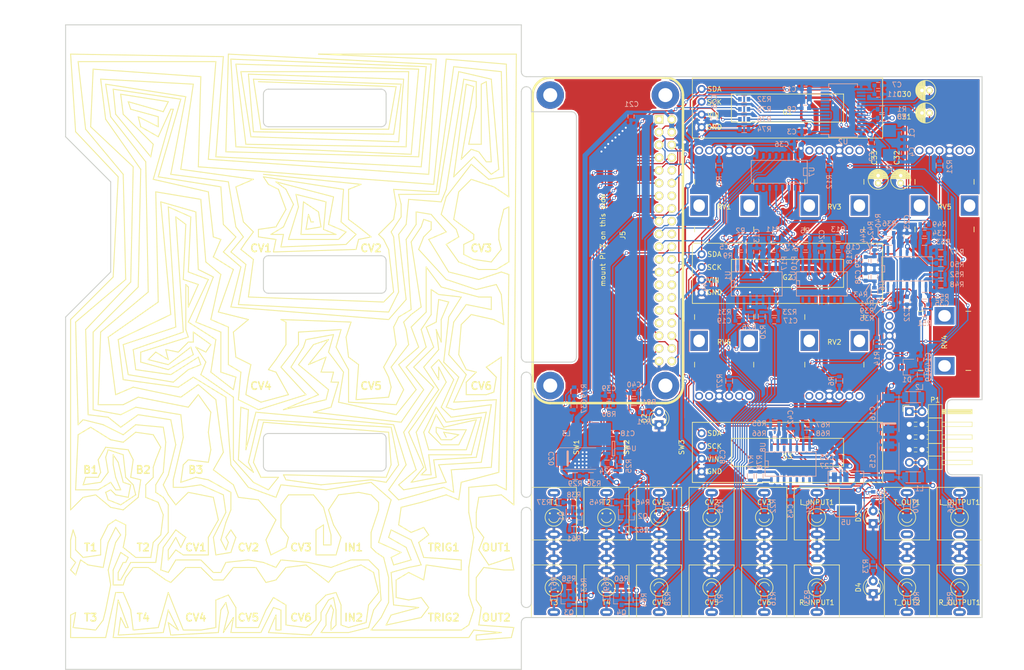
<source format=kicad_pcb>
(kicad_pcb (version 4) (host pcbnew 4.0.6)
  (layers (0 F.Cu signal) (31 B.Cu signal) (34 B.Paste user) (35 F.Paste user) (36 B.SilkS user) (37 F.SilkS user) (38 B.Mask user) (39 F.Mask user) (44 Edge.Cuts user))
  (net 0 "")
  (net 1 "Net-(L1-Pad2)")
  (net 2 "Net-(L2-Pad2)")
  (net 3 Earth)
  (net 4 +12V)
  (net 5 -12V)
  (net 6 +3V3)
  (net 7 "Net-(C11-Pad1)")
  (net 8 I2C_SDA)
  (net 9 I2C_SCL)
  (net 10 I2S_SCK)
  (net 11 I2S_SOUT)
  (net 12 I2S_LRCK)
  (net 13 I2S_SIN)
  (net 14 L_OUT)
  (net 15 R_OUT)
  (net 16 R_IN)
  (net 17 L_IN)
  (net 18 CV1)
  (net 19 CV2)
  (net 20 AREF_-10V)
  (net 21 "Net-(C28-Pad1)")
  (net 22 "Net-(C34-Pad1)")
  (net 23 "Net-(C35-Pad1)")
  (net 24 CV3)
  (net 25 CV4)
  (net 26 "Net-(CV1-Pad3)")
  (net 27 "Net-(CV2-Pad3)")
  (net 28 "Net-(CV3-Pad3)")
  (net 29 "Net-(CV4-Pad3)")
  (net 30 "Net-(Q1-Pad1)")
  (net 31 "Net-(Q2-Pad1)")
  (net 32 "Net-(Q3-Pad1)")
  (net 33 "Net-(Q4-Pad1)")
  (net 34 TR1)
  (net 35 TR2)
  (net 36 TR3)
  (net 37 TR4)
  (net 38 "Net-(C1-Pad1)")
  (net 39 "Net-(C4-Pad1)")
  (net 40 "Net-(C5-Pad2)")
  (net 41 CV5)
  (net 42 "Net-(C6-Pad2)")
  (net 43 "Net-(C9-Pad2)")
  (net 44 CV6)
  (net 45 "Net-(C10-Pad2)")
  (net 46 +3.3VA)
  (net 47 "Net-(C17-Pad2)")
  (net 48 "Net-(C18-Pad1)")
  (net 49 "Net-(C18-Pad2)")
  (net 50 "Net-(C19-Pad2)")
  (net 51 "Net-(C29-Pad1)")
  (net 52 "Net-(C32-Pad2)")
  (net 53 "Net-(C33-Pad2)")
  (net 54 "Net-(C34-Pad2)")
  (net 55 "Net-(C35-Pad2)")
  (net 56 "Net-(CV5-Pad3)")
  (net 57 "Net-(CV6-Pad3)")
  (net 58 "Net-(R3-Pad2)")
  (net 59 "Net-(R6-Pad2)")
  (net 60 "Net-(R12-Pad2)")
  (net 61 "Net-(R14-Pad2)")
  (net 62 "Net-(R21-Pad2)")
  (net 63 "Net-(R24-Pad2)")
  (net 64 "Net-(R25-Pad1)")
  (net 65 "Net-(R25-Pad2)")
  (net 66 "Net-(R27-Pad2)")
  (net 67 "Net-(R33-Pad1)")
  (net 68 "Net-(R34-Pad1)")
  (net 69 "Net-(R37-Pad2)")
  (net 70 "Net-(R39-Pad1)")
  (net 71 "Net-(R40-Pad1)")
  (net 72 "Net-(R45-Pad2)")
  (net 73 "Net-(R57-Pad2)")
  (net 74 "Net-(R59-Pad2)")
  (net 75 AREF_2V5)
  (net 76 "Net-(L_INPUT1-Pad3)")
  (net 77 "Net-(L_OUTPUT1-Pad3)")
  (net 78 "Net-(R33-Pad2)")
  (net 79 "Net-(R55-Pad2)")
  (net 80 +5V)
  (net 81 SPI_DO)
  (net 82 SPI_DIN)
  (net 83 SPI_CLK)
  (net 84 SPI_CS)
  (net 85 "Net-(R65-Pad2)")
  (net 86 "Net-(R66-Pad1)")
  (net 87 "Net-(R67-Pad2)")
  (net 88 "Net-(R68-Pad1)")
  (net 89 "Net-(R69-Pad1)")
  (net 90 "Net-(R70-Pad1)")
  (net 91 "Net-(D2-Pad2)")
  (net 92 "Net-(D3-Pad2)")
  (net 93 "Net-(D4-Pad2)")
  (net 94 BTN1)
  (net 95 BTN3)
  (net 96 BTN2)
  (net 97 CLK_2)
  (net 98 CLK_1)
  (net 99 "Net-(J5-Pad37)")
  (net 100 "Net-(J5-Pad12)")
  (net 101 "Net-(J5-Pad35)")
  (net 102 "Net-(J5-Pad38)")
  (net 103 "Net-(J5-Pad40)")
  (net 104 "Net-(R77-Pad2)")
  (net 105 "Net-(R79-Pad1)")
  (net 106 "Net-(R80-Pad1)")
  (net 107 "Net-(R81-Pad1)")
  (module raffilibkicad:FP_mounting_hole (layer F.Cu) (at -85.5 -7.35)
    (fp_text reference REF** hide)
    (fp_text value FP_mounting_hole hide)
    (pad "" np_thru_hole oval (at 0 0) (size 5 2.6) (drill oval 5 2.6) (layers *.Cu *.Mask))
  )
  (module raffilibkicad:FP_mounting_hole (layer F.Cu) (at -9.5 -7.35)
    (fp_text reference REF** hide)
    (fp_text value FP_mounting_hole hide)
    (pad "" np_thru_hole oval (at 0 0) (size 5 2.6) (drill oval 5 2.6) (layers *.Cu *.Mask))
  )
  (module raffilibkicad:FP_mounting_hole (layer F.Cu) (at -9.5 115.35)
    (fp_text reference REF** hide)
    (fp_text value FP_mounting_hole hide)
    (pad "" np_thru_hole oval (at 0 0) (size 5 2.6) (drill oval 5 2.6) (layers *.Cu *.Mask))
  )
  (module raffilibkicad:break_tab (layer F.Cu) (at -1 85 90)
    (fp_text reference REF** hide)
    (fp_text value break_tab hide)
    (pad "" np_thru_hole circle (at -0.6 0.7 90) (size 0.4 0.4) (drill 0.4) (layers *.Cu *.Mask))
    (pad "" np_thru_hole circle (at 0 0.7 90) (size 0.4 0.4) (drill 0.4) (layers *.Cu *.Mask))
    (pad "" np_thru_hole circle (at 0.6 0.7 90) (size 0.4 0.4) (drill 0.4) (layers *.Cu *.Mask))
    (pad "" np_thru_hole circle (at 0.6 -0.7 90) (size 0.4 0.4) (drill 0.4) (layers *.Cu *.Mask))
    (pad "" np_thru_hole circle (at 0 -0.7 90) (size 0.4 0.4) (drill 0.4) (layers *.Cu *.Mask))
    (pad "" np_thru_hole circle (at -0.6 -0.7 90) (size 0.4 0.4) (drill 0.4) (layers *.Cu *.Mask))
  )
  (module raffilibkicad:break_tab (layer F.Cu) (at -1 107 90)
    (fp_text reference REF** hide)
    (fp_text value break_tab hide)
    (pad "" np_thru_hole circle (at -0.6 0.7 90) (size 0.4 0.4) (drill 0.4) (layers *.Cu *.Mask))
    (pad "" np_thru_hole circle (at 0 0.7 90) (size 0.4 0.4) (drill 0.4) (layers *.Cu *.Mask))
    (pad "" np_thru_hole circle (at 0.6 0.7 90) (size 0.4 0.4) (drill 0.4) (layers *.Cu *.Mask))
    (pad "" np_thru_hole circle (at 0.6 -0.7 90) (size 0.4 0.4) (drill 0.4) (layers *.Cu *.Mask))
    (pad "" np_thru_hole circle (at 0 -0.7 90) (size 0.4 0.4) (drill 0.4) (layers *.Cu *.Mask))
    (pad "" np_thru_hole circle (at -0.6 -0.7 90) (size 0.4 0.4) (drill 0.4) (layers *.Cu *.Mask))
  )
  (module raffilibkicad:break_tab (layer F.Cu) (at -1 58 90)
    (fp_text reference REF** hide)
    (fp_text value break_tab hide)
    (pad "" np_thru_hole circle (at -0.6 0.7 90) (size 0.4 0.4) (drill 0.4) (layers *.Cu *.Mask))
    (pad "" np_thru_hole circle (at 0 0.7 90) (size 0.4 0.4) (drill 0.4) (layers *.Cu *.Mask))
    (pad "" np_thru_hole circle (at 0.6 0.7 90) (size 0.4 0.4) (drill 0.4) (layers *.Cu *.Mask))
    (pad "" np_thru_hole circle (at 0.6 -0.7 90) (size 0.4 0.4) (drill 0.4) (layers *.Cu *.Mask))
    (pad "" np_thru_hole circle (at 0 -0.7 90) (size 0.4 0.4) (drill 0.4) (layers *.Cu *.Mask))
    (pad "" np_thru_hole circle (at -0.6 -0.7 90) (size 0.4 0.4) (drill 0.4) (layers *.Cu *.Mask))
  )
  (module raffilibkicad:FP_jack_hole (layer F.Cu) (at -56.5 88)
    (fp_text reference REF** hide)
    (fp_text value FP_jack_hole hide)
    (pad "" np_thru_hole circle (at 0 0) (size 6.5 6.5) (drill 6.5) (layers *.Cu *.Mask))
  )
  (module raffilibkicad:FP_jack_hole (layer F.Cu) (at -46 88)
    (fp_text reference REF** hide)
    (fp_text value FP_jack_hole hide)
    (pad "" np_thru_hole circle (at 0 0) (size 6.5 6.5) (drill 6.5) (layers *.Cu *.Mask))
  )
  (module raffilibkicad:FP_jack_hole (layer F.Cu) (at -35.5 102)
    (fp_text reference REF** hide)
    (fp_text value FP_jack_hole hide)
    (pad "" np_thru_hole circle (at 0 0) (size 6.5 6.5) (drill 6.5) (layers *.Cu *.Mask))
  )
  (module raffilibkicad:FP_jack_hole (layer F.Cu) (at -35.5 88)
    (fp_text reference REF** hide)
    (fp_text value FP_jack_hole hide)
    (pad "" np_thru_hole circle (at 0 0) (size 6.5 6.5) (drill 6.5) (layers *.Cu *.Mask))
  )
  (module raffilibkicad:FP_jack_hole (layer F.Cu) (at -56.5 102)
    (fp_text reference REF** hide)
    (fp_text value FP_jack_hole hide)
    (pad "" np_thru_hole circle (at 0 0) (size 6.5 6.5) (drill 6.5) (layers *.Cu *.Mask))
  )
  (module raffilibkicad:FP_jack_hole (layer F.Cu) (at -46 102)
    (fp_text reference REF** hide)
    (fp_text value FP_jack_hole hide)
    (pad "" np_thru_hole circle (at 0 0) (size 6.5 6.5) (drill 6.5) (layers *.Cu *.Mask))
  )
  (module raffilibkicad:FP_encoder_hole (layer F.Cu) (at -10.5 25.75)
    (fp_text reference REF** hide)
    (fp_text value FP_encoder_hole hide)
    (pad "" np_thru_hole circle (at 0.5 0) (size 7.5 7.5) (drill 7.5) (layers *.Cu *.Mask))
  )
  (module raffilibkicad:FP_encoder_hole (layer F.Cu) (at -32.5 52.75)
    (fp_text reference REF** hide)
    (fp_text value FP_encoder_hole hide)
    (pad "" np_thru_hole circle (at 0.5 0) (size 7.5 7.5) (drill 7.5) (layers *.Cu *.Mask))
  )
  (module raffilibkicad:FP_encoder_hole (layer F.Cu) (at -54.5 52.75)
    (fp_text reference REF** hide)
    (fp_text value FP_encoder_hole hide)
    (pad "" np_thru_hole circle (at 0.5 0) (size 7.5 7.5) (drill 7.5) (layers *.Cu *.Mask))
  )
  (module raffilibkicad:FP_encoder_hole (layer F.Cu) (at -32.5 25.75)
    (fp_text reference REF** hide)
    (fp_text value FP_encoder_hole hide)
    (pad "" np_thru_hole circle (at 0.5 0) (size 7.5 7.5) (drill 7.5) (layers *.Cu *.Mask))
  )
  (module raffilibkicad:FP_encoder_hole (layer F.Cu) (at -54.5 25.75)
    (fp_text reference REF** hide)
    (fp_text value FP_encoder_hole hide)
    (pad "" np_thru_hole circle (at 0.5 0) (size 7.5 7.5) (drill 7.5) (layers *.Cu *.Mask))
  )
  (module raffilibkicad:FP_encoder_hole (layer F.Cu) (at -10.5 52.75)
    (fp_text reference REF** hide)
    (fp_text value FP_encoder_hole hide)
    (pad "" np_thru_hole circle (at 0.5 0) (size 7.5 7.5) (drill 7.5) (layers *.Cu *.Mask))
  )
  (module raffilibkicad:FP_encoder_hole (layer F.Cu) (at -67 68.25)
    (fp_text reference REF** hide)
    (fp_text value FP_encoder_hole hide)
    (pad "" np_thru_hole circle (at 0 0) (size 3.1 3.1) (drill 3.1) (layers *.Cu *.Mask))
  )
  (module raffilibkicad:FP_encoder_hole (layer F.Cu) (at -88 74)
    (fp_text reference REF** hide)
    (fp_text value FP_encoder_hole hide)
    (pad "" np_thru_hole circle (at 0 0) (size 4 4) (drill 4) (layers *.Cu *.Mask))
  )
  (module raffilibkicad:FP_encoder_hole (layer F.Cu) (at -77.5 74)
    (fp_text reference REF** hide)
    (fp_text value FP_encoder_hole hide)
    (pad "" np_thru_hole circle (at 0 0) (size 4 4) (drill 4) (layers *.Cu *.Mask))
  )
  (module raffilibkicad:FP_encoder_hole (layer F.Cu) (at -67 74)
    (fp_text reference REF** hide)
    (fp_text value FP_encoder_hole hide)
    (pad "" np_thru_hole circle (at 0 0) (size 4 4) (drill 4) (layers *.Cu *.Mask))
  )
  (module raffilibkicad:FP_jack_hole (layer F.Cu) (at -7 102)
    (fp_text reference REF** hide)
    (fp_text value FP_jack_hole hide)
    (pad "" np_thru_hole circle (at 0 0) (size 6.5 6.5) (drill 6.5) (layers *.Cu *.Mask))
  )
  (module raffilibkicad:FP_encoder_hole (layer F.Cu) (at -24.25 102)
    (fp_text reference REF** hide)
    (fp_text value FP_encoder_hole hide)
    (pad "" np_thru_hole circle (at 0 0) (size 3.1 3.1) (drill 3.1) (layers *.Cu *.Mask))
  )
  (module raffilibkicad:FP_encoder_hole (layer F.Cu) (at -24.25 88)
    (fp_text reference REF** hide)
    (fp_text value FP_encoder_hole hide)
    (pad "" np_thru_hole circle (at 0 0) (size 3.1 3.1) (drill 3.1) (layers *.Cu *.Mask))
  )
  (module raffilibkicad:FP_jack_hole (layer F.Cu) (at -17.5 88)
    (fp_text reference REF** hide)
    (fp_text value FP_jack_hole hide)
    (pad "" np_thru_hole circle (at 0 0) (size 6.5 6.5) (drill 6.5) (layers *.Cu *.Mask))
  )
  (module raffilibkicad:FP_jack_hole (layer F.Cu) (at -17.5 102)
    (fp_text reference REF** hide)
    (fp_text value FP_jack_hole hide)
    (pad "" np_thru_hole circle (at 0 0) (size 6.5 6.5) (drill 6.5) (layers *.Cu *.Mask))
  )
  (module raffilibkicad:FP_jack_hole (layer F.Cu) (at -7 88)
    (fp_text reference REF** hide)
    (fp_text value FP_jack_hole hide)
    (pad "" np_thru_hole circle (at 0 0) (size 6.5 6.5) (drill 6.5) (layers *.Cu *.Mask))
  )
  (module raffilibkicad:FP_jack_hole (layer F.Cu) (at -77.5 88)
    (fp_text reference REF** hide)
    (fp_text value FP_jack_hole hide)
    (pad "" np_thru_hole circle (at 0 0) (size 6.5 6.5) (drill 6.5) (layers *.Cu *.Mask))
  )
  (module raffilibkicad:FP_jack_hole (layer F.Cu) (at -67 102)
    (fp_text reference REF** hide)
    (fp_text value FP_jack_hole hide)
    (pad "" np_thru_hole circle (at 0 0) (size 6.5 6.5) (drill 6.5) (layers *.Cu *.Mask))
  )
  (module raffilibkicad:FP_jack_hole (layer F.Cu) (at -77.5 102)
    (fp_text reference REF** hide)
    (fp_text value FP_jack_hole hide)
    (pad "" np_thru_hole circle (at 0 0) (size 6.5 6.5) (drill 6.5) (layers *.Cu *.Mask))
  )
  (module raffilibkicad:FP_jack_hole (layer F.Cu) (at -88 102)
    (fp_text reference REF** hide)
    (fp_text value FP_jack_hole hide)
    (pad "" np_thru_hole circle (at 0 0) (size 6.5 6.5) (drill 6.5) (layers *.Cu *.Mask))
  )
  (module raffilibkicad:FP_jack_hole (layer F.Cu) (at -67 88)
    (fp_text reference REF** hide)
    (fp_text value FP_jack_hole hide)
    (pad "" np_thru_hole circle (at 0 0) (size 6.5 6.5) (drill 6.5) (layers *.Cu *.Mask))
  )
  (module raffilibkicad:FP_jack_hole (layer F.Cu) (at -88 88)
    (fp_text reference REF** hide)
    (fp_text value FP_jack_hole hide)
    (pad "" np_thru_hole circle (at 0 0) (size 6.5 6.5) (drill 6.5) (layers *.Cu *.Mask))
  )
  (module raffilibkicad:Pin_Header_Angled_2x05_Pitch2.54mm_with_space_for_con (layer F.Cu) (at 76.73 71.96)
    (fp_text reference P1 (at 3.9 -7.4) (layer F.SilkS))
    (fp_text value CONN_02X05 hide)
    (pad 1 thru_hole rect (at -1.27 -5.08) (size 1.7 1.7) (drill 1) (layers *.Cu *.Mask) (net 2 "Net-(L2-Pad2)"))
    (pad 2 thru_hole oval (at 1.27 -5.08) (size 1.7 1.7) (drill 1) (layers *.Cu *.Mask) (net 2 "Net-(L2-Pad2)"))
    (pad 3 thru_hole oval (at -1.27 -2.54) (size 1.7 1.7) (drill 1) (layers *.Cu *.Mask) (net 3 Earth))
    (pad 4 thru_hole oval (at 1.27 -2.54) (size 1.7 1.7) (drill 1) (layers *.Cu *.Mask) (net 3 Earth))
    (pad 5 thru_hole oval (at -1.27 0) (size 1.7 1.7) (drill 1) (layers *.Cu *.Mask) (net 3 Earth))
    (pad 6 thru_hole oval (at 1.27 0) (size 1.7 1.7) (drill 1) (layers *.Cu *.Mask) (net 3 Earth))
    (pad 7 thru_hole oval (at -1.27 2.54) (size 1.7 1.7) (drill 1) (layers *.Cu *.Mask) (net 3 Earth))
    (pad 8 thru_hole oval (at 1.27 2.54) (size 1.7 1.7) (drill 1) (layers *.Cu *.Mask) (net 3 Earth))
    (pad 9 thru_hole oval (at -1.27 5.08) (size 1.7 1.7) (drill 1) (layers *.Cu *.Mask) (net 1 "Net-(L1-Pad2)"))
    (pad 10 thru_hole oval (at 1.27 5.08) (size 1.7 1.7) (drill 1) (layers *.Cu *.Mask) (net 1 "Net-(L1-Pad2)"))
  )
  (module raffilibkicad:C_0603 (layer B.Cu) (at 78.5 45.5 180)
    (fp_text reference C35 (at -3.5 0.25 360) (layer B.SilkS) (effects (justify mirror)))
    (fp_text value 18p)
    (pad 1 smd rect (at -0.75 0 180) (size 0.8 0.75) (layers B.Cu B.Paste B.Mask) (net 23 "Net-(C35-Pad1)"))
    (pad 2 smd rect (at 0.75 0 180) (size 0.8 0.75) (layers B.Cu B.Paste B.Mask) (net 55 "Net-(C35-Pad2)"))
  )
  (module raffilibkicad:C_0603 (layer B.Cu) (at 78.5 31.25 180)
    (fp_text reference C34 (at -3 0 180) (layer B.SilkS) (effects (justify mirror)))
    (fp_text value 18p)
    (pad 1 smd rect (at -0.75 0 180) (size 0.8 0.75) (layers B.Cu B.Paste B.Mask) (net 22 "Net-(C34-Pad1)"))
    (pad 2 smd rect (at 0.75 0 180) (size 0.8 0.75) (layers B.Cu B.Paste B.Mask) (net 54 "Net-(C34-Pad2)"))
  )
  (module raffilibkicad:R_0603 (layer B.Cu) (at 54.75 35.75)
    (fp_text reference R10 (at -2.25 1.5 90) (layer B.SilkS) (effects (justify mirror)))
    (fp_text value 33k)
    (pad 1 smd rect (at -0.85 0) (size 0.7 0.9) (layers B.Cu B.Paste B.Mask) (net 41 CV5))
    (pad 2 smd rect (at 0.85 0) (size 0.7 0.9) (layers B.Cu B.Paste B.Mask) (net 42 "Net-(C6-Pad2)"))
  )
  (module raffilibkicad:R_0603 (layer B.Cu) (at 70 8.25 180)
    (fp_text reference R8 (at -4 0.25 360) (layer B.SilkS) (effects (justify mirror)))
    (fp_text value 2k2)
    (pad 1 smd rect (at -0.85 0 180) (size 0.7 0.9) (layers B.Cu B.Paste B.Mask) (net 6 +3V3))
    (pad 2 smd rect (at 0.85 0 180) (size 0.7 0.9) (layers B.Cu B.Paste B.Mask) (net 9 I2C_SCL))
  )
  (module raffilibkicad:R_0603 (layer B.Cu) (at 36 104.25 270)
    (fp_text reference R7 (at 0 -1.75 450) (layer B.SilkS) (effects (justify mirror)))
    (fp_text value 100k)
    (pad 1 smd rect (at -0.85 0 270) (size 0.7 0.9) (layers B.Cu B.Paste B.Mask) (net 42 "Net-(C6-Pad2)"))
    (pad 2 smd rect (at 0.85 0 270) (size 0.7 0.9) (layers B.Cu B.Paste B.Mask) (net 56 "Net-(CV5-Pad3)"))
  )
  (module raffilibkicad:R_0603 (layer B.Cu) (at 61.5 60.75 270)
    (fp_text reference R6 (at 0.05 1.6 270) (layer B.SilkS) (effects (justify mirror)))
    (fp_text value 100k)
    (pad 1 smd rect (at -0.85 0 270) (size 0.7 0.9) (layers B.Cu B.Paste B.Mask) (net 42 "Net-(C6-Pad2)"))
    (pad 2 smd rect (at 0.85 0 270) (size 0.7 0.9) (layers B.Cu B.Paste B.Mask) (net 59 "Net-(R6-Pad2)"))
  )
  (module raffilibkicad:R_0603 (layer B.Cu) (at 37.5 17.75 90)
    (fp_text reference R3 (at -3 0 90) (layer B.SilkS) (effects (justify mirror)))
    (fp_text value 100k)
    (pad 1 smd rect (at -0.85 0 90) (size 0.7 0.9) (layers B.Cu B.Paste B.Mask) (net 40 "Net-(C5-Pad2)"))
    (pad 2 smd rect (at 0.85 0 90) (size 0.7 0.9) (layers B.Cu B.Paste B.Mask) (net 58 "Net-(R3-Pad2)"))
  )
  (module raffilibkicad:R_0603 (layer B.Cu) (at 41.75 32.25 180)
    (fp_text reference R2 (at 0 1.5 180) (layer B.SilkS) (effects (justify mirror)))
    (fp_text value 200k)
    (pad 1 smd rect (at -0.85 0 180) (size 0.7 0.9) (layers B.Cu B.Paste B.Mask) (net 40 "Net-(C5-Pad2)"))
    (pad 2 smd rect (at 0.85 0 180) (size 0.7 0.9) (layers B.Cu B.Paste B.Mask) (net 20 AREF_-10V))
  )
  (module raffilibkicad:APEM_tactile_SMD_switch_6mm (layer F.Cu) (at 15 74 90)
    (fp_text reference SW2 (at 0 4 90) (layer F.SilkS))
    (fp_text value SW_PUSH_SMALL_H hide)
    (pad 1 smd rect (at -3.975 -2.25 90) (size 2 1.5) (layers F.Cu F.Paste F.Mask) (net 106 "Net-(R80-Pad1)"))
    (pad "" smd rect (at 3.975 -2.25 90) (size 2 1.5) (layers F.Cu F.Paste F.Mask))
    (pad "" smd rect (at 3.975 2.25 90) (size 2 1.5) (layers F.Cu F.Paste F.Mask))
    (pad 2 smd rect (at -3.975 2.25 90) (size 2 1.5) (layers F.Cu F.Paste F.Mask) (net 3 Earth))
  )
  (module raffilibkicad:C_0603 (layer B.Cu) (at 74.5 15.25 90)
    (fp_text reference C4 (at 0.25 1.5 90) (layer B.SilkS) (effects (justify mirror)))
    (fp_text value 18p)
    (pad 1 smd rect (at -0.75 0 90) (size 0.8 0.75) (layers B.Cu B.Paste B.Mask) (net 39 "Net-(C4-Pad1)"))
    (pad 2 smd rect (at 0.75 0 90) (size 0.8 0.75) (layers B.Cu B.Paste B.Mask) (net 3 Earth))
  )
  (module raffilibkicad:C_0603 (layer B.Cu) (at 41.75 34)
    (fp_text reference C5 (at -3.25 0) (layer B.SilkS) (effects (justify mirror)))
    (fp_text value 1n)
    (pad 1 smd rect (at -0.75 0) (size 0.8 0.75) (layers B.Cu B.Paste B.Mask) (net 18 CV1))
    (pad 2 smd rect (at 0.75 0) (size 0.8 0.75) (layers B.Cu B.Paste B.Mask) (net 40 "Net-(C5-Pad2)"))
  )
  (module raffilibkicad:C_0603 (layer B.Cu) (at 54.75 34)
    (fp_text reference C6 (at -2 0 90) (layer B.SilkS) (effects (justify mirror)))
    (fp_text value 1n)
    (pad 1 smd rect (at -0.75 0) (size 0.8 0.75) (layers B.Cu B.Paste B.Mask) (net 41 CV5))
    (pad 2 smd rect (at 0.75 0) (size 0.8 0.75) (layers B.Cu B.Paste B.Mask) (net 42 "Net-(C6-Pad2)"))
  )
  (module raffilibkicad:C_0603 (layer B.Cu) (at 69.25 1.75)
    (fp_text reference C7 (at 3.75 -0.141421) (layer B.SilkS) (effects (justify mirror)))
    (fp_text value 10u)
    (pad 1 smd rect (at -0.75 0) (size 0.8 0.75) (layers B.Cu B.Paste B.Mask) (net 7 "Net-(C11-Pad1)"))
    (pad 2 smd rect (at 0.75 0) (size 0.8 0.75) (layers B.Cu B.Paste B.Mask) (net 3 Earth))
  )
  (module raffilibkicad:C_0603 (layer B.Cu) (at 54.7 6.3)
    (fp_text reference C8 (at -2.7 0.2) (layer B.SilkS) (effects (justify mirror)))
    (fp_text value 100n)
    (pad 1 smd rect (at -0.75 0) (size 0.8 0.75) (layers B.Cu B.Paste B.Mask) (net 3 Earth))
    (pad 2 smd rect (at 0.75 0) (size 0.8 0.75) (layers B.Cu B.Paste B.Mask) (net 46 +3.3VA))
  )
  (module raffilibkicad:C_0603 (layer B.Cu) (at 48.25 34 180)
    (fp_text reference C9 (at -2.75 0 270) (layer B.SilkS) (effects (justify mirror)))
    (fp_text value 1n)
    (pad 1 smd rect (at -0.75 0 180) (size 0.8 0.75) (layers B.Cu B.Paste B.Mask) (net 19 CV2))
    (pad 2 smd rect (at 0.75 0 180) (size 0.8 0.75) (layers B.Cu B.Paste B.Mask) (net 43 "Net-(C9-Pad2)"))
  )
  (module raffilibkicad:C_0603 (layer B.Cu) (at 69.25 3.5)
    (fp_text reference C11 (at 3.25 0) (layer B.SilkS) (effects (justify mirror)))
    (fp_text value 100n)
    (pad 1 smd rect (at -0.75 0) (size 0.8 0.75) (layers B.Cu B.Paste B.Mask) (net 7 "Net-(C11-Pad1)"))
    (pad 2 smd rect (at 0.75 0) (size 0.8 0.75) (layers B.Cu B.Paste B.Mask) (net 3 Earth))
  )
  (module raffilibkicad:C_0603 (layer B.Cu) (at 54.75 2.5)
    (fp_text reference C12 (at -3.25 0) (layer B.SilkS) (effects (justify mirror)))
    (fp_text value 100n)
    (pad 1 smd rect (at -0.75 0) (size 0.8 0.75) (layers B.Cu B.Paste B.Mask) (net 3 Earth))
    (pad 2 smd rect (at 0.75 0) (size 0.8 0.75) (layers B.Cu B.Paste B.Mask) (net 46 +3.3VA))
  )
  (module raffilibkicad:C_0603 (layer B.Cu) (at 45 35 270)
    (fp_text reference C13 (at -3.25 0 270) (layer B.SilkS) (effects (justify mirror)))
    (fp_text value 100n)
    (pad 1 smd rect (at -0.75 0 270) (size 0.8 0.75) (layers B.Cu B.Paste B.Mask) (net 3 Earth))
    (pad 2 smd rect (at 0.75 0 270) (size 0.8 0.75) (layers B.Cu B.Paste B.Mask) (net 46 +3.3VA))
  )
  (module raffilibkicad:C_0603 (layer B.Cu) (at 77.75 56.5 90)
    (fp_text reference C14 (at 0 1.5 90) (layer B.SilkS) (effects (justify mirror)))
    (fp_text value 100n)
    (pad 1 smd rect (at -0.75 0 90) (size 0.8 0.75) (layers B.Cu B.Paste B.Mask) (net 20 AREF_-10V))
    (pad 2 smd rect (at 0.75 0 90) (size 0.8 0.75) (layers B.Cu B.Paste B.Mask) (net 3 Earth))
  )
  (module raffilibkicad:C_0603 (layer B.Cu) (at 41.5 48.75)
    (fp_text reference C19 (at -3 0 180) (layer B.SilkS) (effects (justify mirror)))
    (fp_text value 1n)
    (pad 1 smd rect (at -0.75 0) (size 0.8 0.75) (layers B.Cu B.Paste B.Mask) (net 25 CV4))
    (pad 2 smd rect (at 0.75 0) (size 0.8 0.75) (layers B.Cu B.Paste B.Mask) (net 50 "Net-(C19-Pad2)"))
  )
  (module raffilibkicad:C_0603 (layer B.Cu) (at 19.9 7.95 90)
    (fp_text reference C21 (at 2.45 0.1 180) (layer B.SilkS) (effects (justify mirror)))
    (fp_text value 100n)
    (pad 1 smd rect (at -0.75 0 90) (size 0.8 0.75) (layers B.Cu B.Paste B.Mask) (net 3 Earth))
    (pad 2 smd rect (at 0.75 0 90) (size 0.8 0.75) (layers B.Cu B.Paste B.Mask) (net 80 +5V))
  )
  (module raffilibkicad:C_0603 (layer B.Cu) (at 75 44.75 270)
    (fp_text reference C22 (at 2.75 0 450) (layer B.SilkS) (effects (justify mirror)))
    (fp_text value 100n)
    (pad 1 smd rect (at -0.75 0 270) (size 0.8 0.75) (layers B.Cu B.Paste B.Mask) (net 5 -12V))
    (pad 2 smd rect (at 0.75 0 270) (size 0.8 0.75) (layers B.Cu B.Paste B.Mask) (net 3 Earth))
  )
  (module raffilibkicad:C_0603 (layer B.Cu) (at 75 32 270)
    (fp_text reference C23 (at -3 0 450) (layer B.SilkS) (effects (justify mirror)))
    (fp_text value 100n)
    (pad 1 smd rect (at -0.75 0 270) (size 0.8 0.75) (layers B.Cu B.Paste B.Mask) (net 3 Earth))
    (pad 2 smd rect (at 0.75 0 270) (size 0.8 0.75) (layers B.Cu B.Paste B.Mask) (net 4 +12V))
  )
  (module raffilibkicad:C_0603 (layer B.Cu) (at 58 35 270)
    (fp_text reference C24 (at -3 0 450) (layer B.SilkS) (effects (justify mirror)))
    (fp_text value 100n)
    (pad 1 smd rect (at -0.75 0 270) (size 0.8 0.75) (layers B.Cu B.Paste B.Mask) (net 3 Earth))
    (pad 2 smd rect (at 0.75 0 270) (size 0.8 0.75) (layers B.Cu B.Paste B.Mask) (net 46 +3.3VA))
  )
  (module raffilibkicad:C_0603 (layer B.Cu) (at 61.75 77.75 180)
    (fp_text reference C27 (at 2.75 0 180) (layer B.SilkS) (effects (justify mirror)))
    (fp_text value 1u)
    (pad 1 smd rect (at -0.75 0 180) (size 0.8 0.75) (layers B.Cu B.Paste B.Mask) (net 46 +3.3VA))
    (pad 2 smd rect (at 0.75 0 180) (size 0.8 0.75) (layers B.Cu B.Paste B.Mask) (net 3 Earth))
  )
  (module raffilibkicad:C_0603 (layer B.Cu) (at 66.75 40 90)
    (fp_text reference C28 (at 0 -1.5 90) (layer B.SilkS) (effects (justify mirror)))
    (fp_text value 220p)
    (pad 1 smd rect (at -0.75 0 90) (size 0.8 0.75) (layers B.Cu B.Paste B.Mask) (net 21 "Net-(C28-Pad1)"))
    (pad 2 smd rect (at 0.75 0 90) (size 0.8 0.75) (layers B.Cu B.Paste B.Mask) (net 3 Earth))
  )
  (module raffilibkicad:C_0603 (layer B.Cu) (at 66.75 36.75 270)
    (fp_text reference C29 (at 0 1.5 270) (layer B.SilkS) (effects (justify mirror)))
    (fp_text value 220p)
    (pad 1 smd rect (at -0.75 0 270) (size 0.8 0.75) (layers B.Cu B.Paste B.Mask) (net 51 "Net-(C29-Pad1)"))
    (pad 2 smd rect (at 0.75 0 270) (size 0.8 0.75) (layers B.Cu B.Paste B.Mask) (net 3 Earth))
  )
  (module raffilibkicad:SOT-23 (layer B.Cu) (at 75 58 180)
    (fp_text reference D1 (at 0 -2.5 180) (layer B.SilkS) (effects (justify mirror)))
    (fp_text value LM4040C10)
    (pad 1 smd rect (at -1 0.95 180) (size 0.9 0.8) (layers B.Cu B.Paste B.Mask) (net 3 Earth))
    (pad 2 smd rect (at -1 -0.95 180) (size 0.9 0.8) (layers B.Cu B.Paste B.Mask) (net 20 AREF_-10V))
    (pad 3 smd rect (at 1 0 180) (size 0.9 0.8) (layers B.Cu B.Paste B.Mask))
  )
  (module raffilibkicad:Inductor_PSU_NLCV32T (layer B.Cu) (at 76.25 80)
    (fp_text reference L1 (at 1.25 2.25) (layer B.SilkS) (effects (justify mirror)))
    (fp_text value 100n hide)
    (pad 1 smd rect (at -1.6 0) (size 1.2 2) (layers B.Cu B.Paste B.Mask) (net 4 +12V))
    (pad 2 smd rect (at 1.6 0) (size 1.2 2) (layers B.Cu B.Paste B.Mask) (net 1 "Net-(L1-Pad2)"))
  )
  (module raffilibkicad:Inductor_PSU_NLCV32T (layer B.Cu) (at 76.25 64)
    (fp_text reference L2 (at 1.25 -2) (layer B.SilkS) (effects (justify mirror)))
    (fp_text value 100n hide)
    (pad 1 smd rect (at -1.6 0) (size 1.2 2) (layers B.Cu B.Paste B.Mask) (net 5 -12V))
    (pad 2 smd rect (at 1.6 0) (size 1.2 2) (layers B.Cu B.Paste B.Mask) (net 2 "Net-(L2-Pad2)"))
  )
  (module raffilibkicad:R_0603 (layer B.Cu) (at 70 6.5 180)
    (fp_text reference R1 (at -4 0 180) (layer B.SilkS) (effects (justify mirror)))
    (fp_text value 2k2)
    (pad 1 smd rect (at -0.85 0 180) (size 0.7 0.9) (layers B.Cu B.Paste B.Mask) (net 6 +3V3))
    (pad 2 smd rect (at 0.85 0 180) (size 0.7 0.9) (layers B.Cu B.Paste B.Mask) (net 8 I2C_SDA))
  )
  (module raffilibkicad:R_0603 (layer B.Cu) (at 25.5 85.75 90)
    (fp_text reference R4 (at 0 1.75 90) (layer B.SilkS) (effects (justify mirror)))
    (fp_text value 100k)
    (pad 1 smd rect (at -0.85 0 90) (size 0.7 0.9) (layers B.Cu B.Paste B.Mask) (net 40 "Net-(C5-Pad2)"))
    (pad 2 smd rect (at 0.85 0 90) (size 0.7 0.9) (layers B.Cu B.Paste B.Mask) (net 26 "Net-(CV1-Pad3)"))
  )
  (module raffilibkicad:R_0603 (layer B.Cu) (at 54.75 32.25 180)
    (fp_text reference R5 (at 0.093333 1.5 180) (layer B.SilkS) (effects (justify mirror)))
    (fp_text value 200k)
    (pad 1 smd rect (at -0.85 0 180) (size 0.7 0.9) (layers B.Cu B.Paste B.Mask) (net 42 "Net-(C6-Pad2)"))
    (pad 2 smd rect (at 0.85 0 180) (size 0.7 0.9) (layers B.Cu B.Paste B.Mask) (net 20 AREF_-10V))
  )
  (module raffilibkicad:R_0603 (layer B.Cu) (at 41.75 35.75)
    (fp_text reference R9 (at -2.5 0) (layer B.SilkS) (effects (justify mirror)))
    (fp_text value 33k)
    (pad 1 smd rect (at -0.85 0) (size 0.7 0.9) (layers B.Cu B.Paste B.Mask) (net 18 CV1))
    (pad 2 smd rect (at 0.85 0) (size 0.7 0.9) (layers B.Cu B.Paste B.Mask) (net 40 "Net-(C5-Pad2)"))
  )
  (module raffilibkicad:R_0603 (layer B.Cu) (at 48.25 32.25)
    (fp_text reference R11 (at 0 -1.75 180) (layer B.SilkS) (effects (justify mirror)))
    (fp_text value 200k)
    (pad 1 smd rect (at -0.85 0) (size 0.7 0.9) (layers B.Cu B.Paste B.Mask) (net 43 "Net-(C9-Pad2)"))
    (pad 2 smd rect (at 0.85 0) (size 0.7 0.9) (layers B.Cu B.Paste B.Mask) (net 20 AREF_-10V))
  )
  (module raffilibkicad:R_0603 (layer B.Cu) (at 59.5 17.75 90)
    (fp_text reference R12 (at -3.25 0 270) (layer B.SilkS) (effects (justify mirror)))
    (fp_text value 100k)
    (pad 1 smd rect (at -0.85 0 90) (size 0.7 0.9) (layers B.Cu B.Paste B.Mask) (net 43 "Net-(C9-Pad2)"))
    (pad 2 smd rect (at 0.85 0 90) (size 0.7 0.9) (layers B.Cu B.Paste B.Mask) (net 60 "Net-(R12-Pad2)"))
  )
  (module raffilibkicad:R_0603 (layer B.Cu) (at 61.25 32.25)
    (fp_text reference R13 (at 0 -1.75) (layer B.SilkS) (effects (justify mirror)))
    (fp_text value 200k)
    (pad 1 smd rect (at -0.85 0) (size 0.7 0.9) (layers B.Cu B.Paste B.Mask) (net 45 "Net-(C10-Pad2)"))
    (pad 2 smd rect (at 0.85 0) (size 0.7 0.9) (layers B.Cu B.Paste B.Mask) (net 20 AREF_-10V))
  )
  (module raffilibkicad:R_0603 (layer B.Cu) (at 69 53 270)
    (fp_text reference R14 (at 3.25 0 270) (layer B.SilkS) (effects (justify mirror)))
    (fp_text value 100k)
    (pad 1 smd rect (at -0.85 0 270) (size 0.7 0.9) (layers B.Cu B.Paste B.Mask) (net 45 "Net-(C10-Pad2)"))
    (pad 2 smd rect (at 0.85 0 270) (size 0.7 0.9) (layers B.Cu B.Paste B.Mask) (net 61 "Net-(R14-Pad2)"))
  )
  (module raffilibkicad:R_0603 (layer B.Cu) (at 36 85.75 90)
    (fp_text reference R15 (at 0 1.75 90) (layer B.SilkS) (effects (justify mirror)))
    (fp_text value 100k)
    (pad 1 smd rect (at -0.85 0 90) (size 0.7 0.9) (layers B.Cu B.Paste B.Mask) (net 43 "Net-(C9-Pad2)"))
    (pad 2 smd rect (at 0.85 0 90) (size 0.7 0.9) (layers B.Cu B.Paste B.Mask) (net 27 "Net-(CV2-Pad3)"))
  )
  (module raffilibkicad:R_0603 (layer B.Cu) (at 46.5 104.25 270)
    (fp_text reference R16 (at 0 -1.75 270) (layer B.SilkS) (effects (justify mirror)))
    (fp_text value 100k)
    (pad 1 smd rect (at -0.85 0 270) (size 0.7 0.9) (layers B.Cu B.Paste B.Mask) (net 45 "Net-(C10-Pad2)"))
    (pad 2 smd rect (at 0.85 0 270) (size 0.7 0.9) (layers B.Cu B.Paste B.Mask) (net 57 "Net-(CV6-Pad3)"))
  )
  (module raffilibkicad:R_0603 (layer B.Cu) (at 48.25 35.75 180)
    (fp_text reference R17 (at -2.25 -1.5 270) (layer B.SilkS) (effects (justify mirror)))
    (fp_text value 33k)
    (pad 1 smd rect (at -0.85 0 180) (size 0.7 0.9) (layers B.Cu B.Paste B.Mask) (net 19 CV2))
    (pad 2 smd rect (at 0.85 0 180) (size 0.7 0.9) (layers B.Cu B.Paste B.Mask) (net 43 "Net-(C9-Pad2)"))
  )
  (module raffilibkicad:R_0603 (layer B.Cu) (at 61.25 35.75 180)
    (fp_text reference R18 (at -2.25 -0.25 270) (layer B.SilkS) (effects (justify mirror)))
    (fp_text value 33k)
    (pad 1 smd rect (at -0.85 0 180) (size 0.7 0.9) (layers B.Cu B.Paste B.Mask) (net 44 CV6))
    (pad 2 smd rect (at 0.85 0 180) (size 0.7 0.9) (layers B.Cu B.Paste B.Mask) (net 45 "Net-(C10-Pad2)"))
  )
  (module raffilibkicad:R_0603 (layer B.Cu) (at 77.75 59.5 270)
    (fp_text reference R19 (at 0 -1.5 270) (layer B.SilkS) (effects (justify mirror)))
    (fp_text value 1k)
    (pad 1 smd rect (at -0.85 0 270) (size 0.7 0.9) (layers B.Cu B.Paste B.Mask) (net 20 AREF_-10V))
    (pad 2 smd rect (at 0.85 0 270) (size 0.7 0.9) (layers B.Cu B.Paste B.Mask) (net 5 -12V))
  )
  (module raffilibkicad:R_0603 (layer B.Cu) (at 46 47.9 270)
    (fp_text reference R20 (at 3.1 -0.25 270) (layer B.SilkS) (effects (justify mirror)))
    (fp_text value 200k)
    (pad 1 smd rect (at -0.85 0 270) (size 0.7 0.9) (layers B.Cu B.Paste B.Mask) (net 47 "Net-(C17-Pad2)"))
    (pad 2 smd rect (at 0.85 0 270) (size 0.7 0.9) (layers B.Cu B.Paste B.Mask) (net 20 AREF_-10V))
  )
  (module raffilibkicad:R_0603 (layer B.Cu) (at 81.5 17.75 90)
    (fp_text reference R21 (at -0.25 2 90) (layer B.SilkS) (effects (justify mirror)))
    (fp_text value 100k)
    (pad 1 smd rect (at -0.85 0 90) (size 0.7 0.9) (layers B.Cu B.Paste B.Mask) (net 47 "Net-(C17-Pad2)"))
    (pad 2 smd rect (at 0.85 0 90) (size 0.7 0.9) (layers B.Cu B.Paste B.Mask) (net 62 "Net-(R21-Pad2)"))
  )
  (module raffilibkicad:R_0603 (layer B.Cu) (at 46.5 85.75 90)
    (fp_text reference R22 (at 0 1.75 270) (layer B.SilkS) (effects (justify mirror)))
    (fp_text value 100k)
    (pad 1 smd rect (at -0.85 0 90) (size 0.7 0.9) (layers B.Cu B.Paste B.Mask) (net 47 "Net-(C17-Pad2)"))
    (pad 2 smd rect (at 0.85 0 90) (size 0.7 0.9) (layers B.Cu B.Paste B.Mask) (net 28 "Net-(CV3-Pad3)"))
  )
  (module raffilibkicad:R_0603 (layer B.Cu) (at 48.5 47 180)
    (fp_text reference R23 (at -3.1 0 180) (layer B.SilkS) (effects (justify mirror)))
    (fp_text value 33k)
    (pad 1 smd rect (at -0.85 0 180) (size 0.7 0.9) (layers B.Cu B.Paste B.Mask) (net 24 CV3))
    (pad 2 smd rect (at 0.85 0 180) (size 0.7 0.9) (layers B.Cu B.Paste B.Mask) (net 47 "Net-(C17-Pad2)"))
  )
  (module raffilibkicad:R_0603 (layer B.Cu) (at 15.1 77.25)
    (fp_text reference R24 (at -0.1 1.5) (layer B.SilkS) (effects (justify mirror)))
    (fp_text value 100k)
    (pad 1 smd rect (at -0.85 0) (size 0.7 0.9) (layers B.Cu B.Paste B.Mask) (net 4 +12V))
    (pad 2 smd rect (at 0.85 0) (size 0.7 0.9) (layers B.Cu B.Paste B.Mask) (net 63 "Net-(R24-Pad2)"))
  )
  (module raffilibkicad:R_0603 (layer B.Cu) (at 17.75 77.75 270)
    (fp_text reference R25 (at 0 -1.7 270) (layer B.SilkS) (effects (justify mirror)))
    (fp_text value 75k)
    (pad 1 smd rect (at -0.85 0 270) (size 0.7 0.9) (layers B.Cu B.Paste B.Mask) (net 64 "Net-(R25-Pad1)"))
    (pad 2 smd rect (at 0.85 0 270) (size 0.7 0.9) (layers B.Cu B.Paste B.Mask) (net 65 "Net-(R25-Pad2)"))
  )
  (module raffilibkicad:R_0603 (layer B.Cu) (at 44 47.9 270)
    (fp_text reference R26 (at 2.1 0.5 360) (layer B.SilkS) (effects (justify mirror)))
    (fp_text value 200k)
    (pad 1 smd rect (at -0.85 0 270) (size 0.7 0.9) (layers B.Cu B.Paste B.Mask) (net 50 "Net-(C19-Pad2)"))
    (pad 2 smd rect (at 0.85 0 270) (size 0.7 0.9) (layers B.Cu B.Paste B.Mask) (net 20 AREF_-10V))
  )
  (module raffilibkicad:R_0603 (layer B.Cu) (at 39.5 60.75 270)
    (fp_text reference R27 (at 0 1.9 270) (layer B.SilkS) (effects (justify mirror)))
    (fp_text value 100k)
    (pad 1 smd rect (at -0.85 0 270) (size 0.7 0.9) (layers B.Cu B.Paste B.Mask) (net 50 "Net-(C19-Pad2)"))
    (pad 2 smd rect (at 0.85 0 270) (size 0.7 0.9) (layers B.Cu B.Paste B.Mask) (net 66 "Net-(R27-Pad2)"))
  )
  (module raffilibkicad:R_0603 (layer B.Cu) (at 25.5 104.25 270)
    (fp_text reference R28 (at 0 -1.75 270) (layer B.SilkS) (effects (justify mirror)))
    (fp_text value 100k)
    (pad 1 smd rect (at -0.85 0 270) (size 0.7 0.9) (layers B.Cu B.Paste B.Mask) (net 50 "Net-(C19-Pad2)"))
    (pad 2 smd rect (at 0.85 0 270) (size 0.7 0.9) (layers B.Cu B.Paste B.Mask) (net 29 "Net-(CV4-Pad3)"))
  )
  (module raffilibkicad:R_0603 (layer B.Cu) (at 8.75 79.75 180)
    (fp_text reference R29 (at 0 -1.5 180) (layer B.SilkS) (effects (justify mirror)))
    (fp_text value 40k2)
    (pad 1 smd rect (at -0.85 0 180) (size 0.7 0.9) (layers B.Cu B.Paste B.Mask) (net 65 "Net-(R25-Pad2)"))
    (pad 2 smd rect (at 0.85 0 180) (size 0.7 0.9) (layers B.Cu B.Paste B.Mask) (net 80 +5V))
  )
  (module raffilibkicad:R_0603 (layer B.Cu) (at 11.9 79.75 180)
    (fp_text reference R30 (at -0.6 -1.5 360) (layer B.SilkS) (effects (justify mirror)))
    (fp_text value 13k)
    (pad 1 smd rect (at -0.85 0 180) (size 0.7 0.9) (layers B.Cu B.Paste B.Mask) (net 3 Earth))
    (pad 2 smd rect (at 0.85 0 180) (size 0.7 0.9) (layers B.Cu B.Paste B.Mask) (net 65 "Net-(R25-Pad2)"))
  )
  (module raffilibkicad:R_0603 (layer B.Cu) (at 41.5 47)
    (fp_text reference R31 (at -3 0) (layer B.SilkS) (effects (justify mirror)))
    (fp_text value 33k)
    (pad 1 smd rect (at -0.85 0) (size 0.7 0.9) (layers B.Cu B.Paste B.Mask) (net 25 CV4))
    (pad 2 smd rect (at 0.85 0) (size 0.7 0.9) (layers B.Cu B.Paste B.Mask) (net 50 "Net-(C19-Pad2)"))
  )
  (module raffilibkicad:ABM7 (layer B.Cu) (at 71.5 13.25 270)
    (fp_text reference Y1 (at 4.75 0 450) (layer B.SilkS) (effects (justify mirror)))
    (fp_text value 12.288MHz)
    (pad 2 smd rect (at 2.4 0 270) (size 2.4 2.6) (layers B.Cu B.Paste B.Mask) (net 39 "Net-(C4-Pad1)"))
    (pad 1 smd rect (at -2.4 0 270) (size 2.4 2.6) (layers B.Cu B.Paste B.Mask) (net 38 "Net-(C1-Pad1)"))
  )
  (module raffilibkicad:jack_qingpu (layer F.Cu) (at 25.5 88)
    (fp_text reference CV1 (at 0 -3) (layer F.SilkS))
    (fp_text value JACK_QINGPU hide)
    (pad 3 thru_hole oval (at 0 -4.92) (size 2.5 1.5) (drill oval 1.5 0.5) (layers *.Cu *.Mask) (net 26 "Net-(CV1-Pad3)"))
    (pad 2 thru_hole oval (at 0 3.38) (size 2.5 1.6) (drill oval 1.5 0.6) (layers *.Cu *.Mask) (net 3 Earth))
    (pad 1 thru_hole oval (at 0 5.8) (size 2.4 1.6) (drill oval 1.3 0.6) (layers *.Cu *.Mask) (net 3 Earth))
  )
  (module raffilibkicad:jack_qingpu (layer F.Cu) (at 36 88)
    (fp_text reference CV2 (at 0 -3) (layer F.SilkS))
    (fp_text value JACK_QINGPU hide)
    (pad 3 thru_hole oval (at 0 -4.92) (size 2.5 1.5) (drill oval 1.5 0.5) (layers *.Cu *.Mask) (net 27 "Net-(CV2-Pad3)"))
    (pad 2 thru_hole oval (at 0 3.38) (size 2.5 1.6) (drill oval 1.5 0.6) (layers *.Cu *.Mask) (net 3 Earth))
    (pad 1 thru_hole oval (at 0 5.8) (size 2.4 1.6) (drill oval 1.3 0.6) (layers *.Cu *.Mask) (net 3 Earth))
  )
  (module raffilibkicad:jack_qingpu (layer F.Cu) (at 46.5 88)
    (fp_text reference CV3 (at 0 -3) (layer F.SilkS))
    (fp_text value JACK_QINGPU hide)
    (pad 3 thru_hole oval (at 0 -4.92) (size 2.5 1.5) (drill oval 1.5 0.5) (layers *.Cu *.Mask) (net 28 "Net-(CV3-Pad3)"))
    (pad 2 thru_hole oval (at 0 3.38) (size 2.5 1.6) (drill oval 1.5 0.6) (layers *.Cu *.Mask) (net 3 Earth))
    (pad 1 thru_hole oval (at 0 5.8) (size 2.4 1.6) (drill oval 1.3 0.6) (layers *.Cu *.Mask) (net 3 Earth))
  )
  (module raffilibkicad:jack_qingpu (layer F.Cu) (at 25.5 102 180)
    (fp_text reference CV4 (at 0 -3 180) (layer F.SilkS))
    (fp_text value JACK_QINGPU hide)
    (pad 3 thru_hole oval (at 0 -4.92 180) (size 2.5 1.5) (drill oval 1.5 0.5) (layers *.Cu *.Mask) (net 29 "Net-(CV4-Pad3)"))
    (pad 2 thru_hole oval (at 0 3.38 180) (size 2.5 1.6) (drill oval 1.5 0.6) (layers *.Cu *.Mask) (net 3 Earth))
    (pad 1 thru_hole oval (at 0 5.8 180) (size 2.4 1.6) (drill oval 1.3 0.6) (layers *.Cu *.Mask) (net 3 Earth))
  )
  (module raffilibkicad:SOT-23 (layer B.Cu) (at 8.5 87.75 270)
    (fp_text reference Q1 (at 0 2.5 270) (layer B.SilkS) (effects (justify mirror)))
    (fp_text value Q_NPN_BEC)
    (pad 1 smd rect (at -1 0.95 270) (size 0.9 0.8) (layers B.Cu B.Paste B.Mask) (net 30 "Net-(Q1-Pad1)"))
    (pad 2 smd rect (at -1 -0.95 270) (size 0.9 0.8) (layers B.Cu B.Paste B.Mask) (net 3 Earth))
    (pad 3 smd rect (at 1 0 270) (size 0.9 0.8) (layers B.Cu B.Paste B.Mask) (net 34 TR1))
  )
  (module raffilibkicad:SOT-23 (layer B.Cu) (at 19 87.75 270)
    (fp_text reference Q2 (at 0 -3.25 360) (layer B.SilkS) (effects (justify mirror)))
    (fp_text value Q_NPN_BEC)
    (pad 1 smd rect (at -1 0.95 270) (size 0.9 0.8) (layers B.Cu B.Paste B.Mask) (net 31 "Net-(Q2-Pad1)"))
    (pad 2 smd rect (at -1 -0.95 270) (size 0.9 0.8) (layers B.Cu B.Paste B.Mask) (net 3 Earth))
    (pad 3 smd rect (at 1 0 270) (size 0.9 0.8) (layers B.Cu B.Paste B.Mask) (net 35 TR2))
  )
  (module raffilibkicad:SOT-23 (layer B.Cu) (at 7.5 104.5 270)
    (fp_text reference Q3 (at 2.5 0 360) (layer B.SilkS) (effects (justify mirror)))
    (fp_text value Q_NPN_BEC)
    (pad 1 smd rect (at -1 0.95 270) (size 0.9 0.8) (layers B.Cu B.Paste B.Mask) (net 32 "Net-(Q3-Pad1)"))
    (pad 2 smd rect (at -1 -0.95 270) (size 0.9 0.8) (layers B.Cu B.Paste B.Mask) (net 3 Earth))
    (pad 3 smd rect (at 1 0 270) (size 0.9 0.8) (layers B.Cu B.Paste B.Mask) (net 36 TR3))
  )
  (module raffilibkicad:SOT-23 (layer B.Cu) (at 18 104.5 270)
    (fp_text reference Q4 (at 2.5 0 360) (layer B.SilkS) (effects (justify mirror)))
    (fp_text value Q_NPN_BEC)
    (pad 1 smd rect (at -1 0.95 270) (size 0.9 0.8) (layers B.Cu B.Paste B.Mask) (net 33 "Net-(Q4-Pad1)"))
    (pad 2 smd rect (at -1 -0.95 270) (size 0.9 0.8) (layers B.Cu B.Paste B.Mask) (net 3 Earth))
    (pad 3 smd rect (at 1 0 270) (size 0.9 0.8) (layers B.Cu B.Paste B.Mask) (net 37 TR4))
  )
  (module raffilibkicad:R_0603 (layer B.Cu) (at 42.5 4.5)
    (fp_text reference R32 (at 4 0) (layer B.SilkS) (effects (justify mirror)))
    (fp_text value 220)
    (pad 1 smd rect (at -0.85 0) (size 0.7 0.9) (layers B.Cu B.Paste B.Mask) (net 101 "Net-(J5-Pad35)"))
    (pad 2 smd rect (at 0.85 0) (size 0.7 0.9) (layers B.Cu B.Paste B.Mask) (net 12 I2S_LRCK))
  )
  (module raffilibkicad:R_0603 (layer B.Cu) (at 57 103.9 270)
    (fp_text reference R33 (at 0 1.9 270) (layer B.SilkS) (effects (justify mirror)))
    (fp_text value 22k)
    (pad 1 smd rect (at -0.85 0 270) (size 0.7 0.9) (layers B.Cu B.Paste B.Mask) (net 67 "Net-(R33-Pad1)"))
    (pad 2 smd rect (at 0.85 0 270) (size 0.7 0.9) (layers B.Cu B.Paste B.Mask) (net 78 "Net-(R33-Pad2)"))
  )
  (module raffilibkicad:R_0603 (layer B.Cu) (at 57 85.9 90)
    (fp_text reference R34 (at -0.1 -1.5 90) (layer B.SilkS) (effects (justify mirror)))
    (fp_text value 22k)
    (pad 1 smd rect (at -0.85 0 90) (size 0.7 0.9) (layers B.Cu B.Paste B.Mask) (net 68 "Net-(R34-Pad1)"))
    (pad 2 smd rect (at 0.85 0 90) (size 0.7 0.9) (layers B.Cu B.Paste B.Mask) (net 76 "Net-(L_INPUT1-Pad3)"))
  )
  (module raffilibkicad:R_0603 (layer B.Cu) (at 71.5 45.5)
    (fp_text reference R35 (at -4.5 2.75) (layer B.SilkS) (effects (justify mirror)))
    (fp_text value 39k)
    (pad 1 smd rect (at -0.85 0) (size 0.7 0.9) (layers B.Cu B.Paste B.Mask) (net 20 AREF_-10V))
    (pad 2 smd rect (at 0.85 0) (size 0.7 0.9) (layers B.Cu B.Paste B.Mask) (net 67 "Net-(R33-Pad1)"))
  )
  (module raffilibkicad:R_0603 (layer B.Cu) (at 71.5 31.25)
    (fp_text reference R36 (at 0 -1.9) (layer B.SilkS) (effects (justify mirror)))
    (fp_text value 39k)
    (pad 1 smd rect (at -0.85 0) (size 0.7 0.9) (layers B.Cu B.Paste B.Mask) (net 20 AREF_-10V))
    (pad 2 smd rect (at 0.85 0) (size 0.7 0.9) (layers B.Cu B.Paste B.Mask) (net 68 "Net-(R34-Pad1)"))
  )
  (module raffilibkicad:R_0603 (layer B.Cu) (at 5.5 85 180)
    (fp_text reference R37 (at 3 0 180) (layer B.SilkS) (effects (justify mirror)))
    (fp_text value 100k)
    (pad 1 smd rect (at -0.85 0 180) (size 0.7 0.9) (layers B.Cu B.Paste B.Mask) (net 30 "Net-(Q1-Pad1)"))
    (pad 2 smd rect (at 0.85 0 180) (size 0.7 0.9) (layers B.Cu B.Paste B.Mask) (net 69 "Net-(R37-Pad2)"))
  )
  (module raffilibkicad:R_0603 (layer B.Cu) (at 8.5 85 180)
    (fp_text reference R38 (at 0 1.5 180) (layer B.SilkS) (effects (justify mirror)))
    (fp_text value 33k)
    (pad 1 smd rect (at -0.85 0 180) (size 0.7 0.9) (layers B.Cu B.Paste B.Mask) (net 3 Earth))
    (pad 2 smd rect (at 0.85 0 180) (size 0.7 0.9) (layers B.Cu B.Paste B.Mask) (net 30 "Net-(Q1-Pad1)"))
  )
  (module raffilibkicad:R_0603 (layer B.Cu) (at 71.5 43.75)
    (fp_text reference R39 (at -4.5 3) (layer B.SilkS) (effects (justify mirror)))
    (fp_text value 22k)
    (pad 1 smd rect (at -0.85 0) (size 0.7 0.9) (layers B.Cu B.Paste B.Mask) (net 70 "Net-(R39-Pad1)"))
    (pad 2 smd rect (at 0.85 0) (size 0.7 0.9) (layers B.Cu B.Paste B.Mask) (net 67 "Net-(R33-Pad1)"))
  )
  (module raffilibkicad:R_0603 (layer B.Cu) (at 71.5 33)
    (fp_text reference R40 (at -2.25 -4.25 90) (layer B.SilkS) (effects (justify mirror)))
    (fp_text value 22k)
    (pad 1 smd rect (at -0.85 0) (size 0.7 0.9) (layers B.Cu B.Paste B.Mask) (net 71 "Net-(R40-Pad1)"))
    (pad 2 smd rect (at 0.85 0) (size 0.7 0.9) (layers B.Cu B.Paste B.Mask) (net 68 "Net-(R34-Pad1)"))
  )
  (module raffilibkicad:R_0603 (layer B.Cu) (at 68.5 43 270)
    (fp_text reference R41 (at 2.25 1.5 360) (layer B.SilkS) (effects (justify mirror)))
    (fp_text value 5k6)
    (pad 1 smd rect (at -0.85 0 270) (size 0.7 0.9) (layers B.Cu B.Paste B.Mask) (net 21 "Net-(C28-Pad1)"))
    (pad 2 smd rect (at 0.85 0 270) (size 0.7 0.9) (layers B.Cu B.Paste B.Mask) (net 70 "Net-(R39-Pad1)"))
  )
  (module raffilibkicad:R_0603 (layer B.Cu) (at 68.5 33.75 90)
    (fp_text reference R42 (at 3.5 -0.75 90) (layer B.SilkS) (effects (justify mirror)))
    (fp_text value 5k6)
    (pad 1 smd rect (at -0.85 0 90) (size 0.7 0.9) (layers B.Cu B.Paste B.Mask) (net 51 "Net-(C29-Pad1)"))
    (pad 2 smd rect (at 0.85 0 90) (size 0.7 0.9) (layers B.Cu B.Paste B.Mask) (net 71 "Net-(R40-Pad1)"))
  )
  (module raffilibkicad:R_0603 (layer B.Cu) (at 68.5 40 270)
    (fp_text reference R43 (at 3.5 2.75 360) (layer B.SilkS) (effects (justify mirror)))
    (fp_text value 5k6)
    (pad 1 smd rect (at -0.85 0 270) (size 0.7 0.9) (layers B.Cu B.Paste B.Mask) (net 3 Earth))
    (pad 2 smd rect (at 0.85 0 270) (size 0.7 0.9) (layers B.Cu B.Paste B.Mask) (net 21 "Net-(C28-Pad1)"))
  )
  (module raffilibkicad:R_0603 (layer B.Cu) (at 68.5 36.75 90)
    (fp_text reference R44 (at 5 -2.25 90) (layer B.SilkS) (effects (justify mirror)))
    (fp_text value 5k6)
    (pad 1 smd rect (at -0.85 0 90) (size 0.7 0.9) (layers B.Cu B.Paste B.Mask) (net 3 Earth))
    (pad 2 smd rect (at 0.85 0 90) (size 0.7 0.9) (layers B.Cu B.Paste B.Mask) (net 51 "Net-(C29-Pad1)"))
  )
  (module raffilibkicad:R_0603 (layer B.Cu) (at 16 85 180)
    (fp_text reference R45 (at 3 0 180) (layer B.SilkS) (effects (justify mirror)))
    (fp_text value 100k)
    (pad 1 smd rect (at -0.85 0 180) (size 0.7 0.9) (layers B.Cu B.Paste B.Mask) (net 31 "Net-(Q2-Pad1)"))
    (pad 2 smd rect (at 0.85 0 180) (size 0.7 0.9) (layers B.Cu B.Paste B.Mask) (net 72 "Net-(R45-Pad2)"))
  )
  (module raffilibkicad:R_0603 (layer B.Cu) (at 19 85 180)
    (fp_text reference R46 (at -3.25 0 180) (layer B.SilkS) (effects (justify mirror)))
    (fp_text value 33k)
    (pad 1 smd rect (at -0.85 0 180) (size 0.7 0.9) (layers B.Cu B.Paste B.Mask) (net 3 Earth))
    (pad 2 smd rect (at 0.85 0 180) (size 0.7 0.9) (layers B.Cu B.Paste B.Mask) (net 31 "Net-(Q2-Pad1)"))
  )
  (module raffilibkicad:R_0603 (layer B.Cu) (at 81.75 35.25)
    (fp_text reference R47 (at 3.25 -0.25) (layer B.SilkS) (effects (justify mirror)))
    (fp_text value 39k)
    (pad 1 smd rect (at -0.85 0) (size 0.7 0.9) (layers B.Cu B.Paste B.Mask) (net 3 Earth))
    (pad 2 smd rect (at 0.85 0) (size 0.7 0.9) (layers B.Cu B.Paste B.Mask) (net 52 "Net-(C32-Pad2)"))
  )
  (module raffilibkicad:R_0603 (layer B.Cu) (at 81.75 41.5)
    (fp_text reference R48 (at 3.25 0 180) (layer B.SilkS) (effects (justify mirror)))
    (fp_text value 39k)
    (pad 1 smd rect (at -0.85 0) (size 0.7 0.9) (layers B.Cu B.Paste B.Mask) (net 3 Earth))
    (pad 2 smd rect (at 0.85 0) (size 0.7 0.9) (layers B.Cu B.Paste B.Mask) (net 53 "Net-(C33-Pad2)"))
  )
  (module raffilibkicad:R_0603 (layer B.Cu) (at 78.5 29.5 180)
    (fp_text reference R49 (at -3 0 180) (layer B.SilkS) (effects (justify mirror)))
    (fp_text value 39k)
    (pad 1 smd rect (at -0.85 0 180) (size 0.7 0.9) (layers B.Cu B.Paste B.Mask) (net 20 AREF_-10V))
    (pad 2 smd rect (at 0.85 0 180) (size 0.7 0.9) (layers B.Cu B.Paste B.Mask) (net 54 "Net-(C34-Pad2)"))
  )
  (module raffilibkicad:R_0603 (layer B.Cu) (at 81.75 37.25 180)
    (fp_text reference R50 (at -3.25 -0.25 360) (layer B.SilkS) (effects (justify mirror)))
    (fp_text value 5k6)
    (pad 1 smd rect (at -0.85 0 180) (size 0.7 0.9) (layers B.Cu B.Paste B.Mask) (net 52 "Net-(C32-Pad2)"))
    (pad 2 smd rect (at 0.85 0 180) (size 0.7 0.9) (layers B.Cu B.Paste B.Mask) (net 54 "Net-(C34-Pad2)"))
  )
  (module raffilibkicad:C_0603 (layer B.Cu) (at 74.5 11.25 270)
    (fp_text reference C1 (at 0 -1.5 270) (layer B.SilkS) (effects (justify mirror)))
    (fp_text value 18p)
    (pad 1 smd rect (at -0.75 0 270) (size 0.8 0.75) (layers B.Cu B.Paste B.Mask) (net 38 "Net-(C1-Pad1)"))
    (pad 2 smd rect (at 0.75 0 270) (size 0.8 0.75) (layers B.Cu B.Paste B.Mask) (net 3 Earth))
  )
  (module raffilibkicad:C_0603 (layer B.Cu) (at 67.9 13.25 90)
    (fp_text reference C2 (at -2.75 0.1 90) (layer B.SilkS) (effects (justify mirror)))
    (fp_text value 100n)
    (pad 1 smd rect (at -0.75 0 90) (size 0.8 0.75) (layers B.Cu B.Paste B.Mask) (net 3 Earth))
    (pad 2 smd rect (at 0.75 0 90) (size 0.8 0.75) (layers B.Cu B.Paste B.Mask) (net 6 +3V3))
  )
  (module raffilibkicad:C_0603 (layer B.Cu) (at 54.75 11)
    (fp_text reference C3 (at -2.75 0) (layer B.SilkS) (effects (justify mirror)))
    (fp_text value 100n)
    (pad 1 smd rect (at -0.75 0) (size 0.8 0.75) (layers B.Cu B.Paste B.Mask) (net 3 Earth))
    (pad 2 smd rect (at 0.75 0) (size 0.8 0.75) (layers B.Cu B.Paste B.Mask) (net 6 +3V3))
  )
  (module raffilibkicad:C_0603 (layer B.Cu) (at 61.25 34 180)
    (fp_text reference C10 (at -3 0 180) (layer B.SilkS) (effects (justify mirror)))
    (fp_text value 1n)
    (pad 1 smd rect (at -0.75 0 180) (size 0.8 0.75) (layers B.Cu B.Paste B.Mask) (net 44 CV6))
    (pad 2 smd rect (at 0.75 0 180) (size 0.8 0.75) (layers B.Cu B.Paste B.Mask) (net 45 "Net-(C10-Pad2)"))
  )
  (module raffilibkicad:CP_Elec_7.3x4.3 (layer B.Cu) (at 71.25 76.75 90)
    (fp_text reference C15 (at 0 -3.1 90) (layer B.SilkS) (effects (justify mirror)))
    (fp_text value 22u hide)
    (pad 1 smd rect (at -3.2 0 270) (size 1.5 2.4) (layers B.Cu B.Paste B.Mask) (net 4 +12V))
    (pad 2 smd rect (at 3.2 0 270) (size 1.5 2.4) (layers B.Cu B.Paste B.Mask) (net 3 Earth))
  )
  (module raffilibkicad:CP_Elec_7.3x4.3 (layer B.Cu) (at 71.25 67.25 90)
    (fp_text reference C16 (at 0 -3.1 90) (layer B.SilkS) (effects (justify mirror)))
    (fp_text value 22u hide)
    (pad 1 smd rect (at -3.2 0 270) (size 1.5 2.4) (layers B.Cu B.Paste B.Mask) (net 3 Earth))
    (pad 2 smd rect (at 3.2 0 270) (size 1.5 2.4) (layers B.Cu B.Paste B.Mask) (net 5 -12V))
  )
  (module raffilibkicad:C_0603 (layer B.Cu) (at 48.5 48.75 180)
    (fp_text reference C17 (at -3.25 0 180) (layer B.SilkS) (effects (justify mirror)))
    (fp_text value 1n)
    (pad 1 smd rect (at -0.75 0 180) (size 0.8 0.75) (layers B.Cu B.Paste B.Mask) (net 24 CV3))
    (pad 2 smd rect (at 0.75 0 180) (size 0.8 0.75) (layers B.Cu B.Paste B.Mask) (net 47 "Net-(C17-Pad2)"))
  )
  (module raffilibkicad:C_0603 (layer B.Cu) (at 16.25 71.25)
    (fp_text reference C18 (at 3 0) (layer B.SilkS) (effects (justify mirror)))
    (fp_text value 1u)
    (pad 1 smd rect (at -0.75 0) (size 0.8 0.75) (layers B.Cu B.Paste B.Mask) (net 48 "Net-(C18-Pad1)"))
    (pad 2 smd rect (at 0.75 0) (size 0.8 0.75) (layers B.Cu B.Paste B.Mask) (net 49 "Net-(C18-Pad2)"))
  )
  (module raffilibkicad:CP_Elec_7.3x4.3 (layer B.Cu) (at 9.25 76.25)
    (fp_text reference C20 (at -5.25 0 90) (layer B.SilkS) (effects (justify mirror)))
    (fp_text value 56u hide)
    (pad 1 smd rect (at -3.2 0 180) (size 1.5 2.4) (layers B.Cu B.Paste B.Mask) (net 80 +5V))
    (pad 2 smd rect (at 3.2 0 180) (size 1.5 2.4) (layers B.Cu B.Paste B.Mask) (net 3 Earth))
  )
  (module raffilibkicad:C_0603 (layer B.Cu) (at 61.75 76)
    (fp_text reference C25 (at -2.75 0) (layer B.SilkS) (effects (justify mirror)))
    (fp_text value 100n)
    (pad 1 smd rect (at -0.75 0) (size 0.8 0.75) (layers B.Cu B.Paste B.Mask) (net 3 Earth))
    (pad 2 smd rect (at 0.75 0) (size 0.8 0.75) (layers B.Cu B.Paste B.Mask) (net 4 +12V))
  )
  (module raffilibkicad:C_0603 (layer B.Cu) (at 36.5 8.25 270)
    (fp_text reference C26 (at -3.25 0 270) (layer B.SilkS) (effects (justify mirror)))
    (fp_text value 100n)
    (pad 1 smd rect (at -0.75 0 270) (size 0.8 0.75) (layers B.Cu B.Paste B.Mask) (net 6 +3V3))
    (pad 2 smd rect (at 0.75 0 270) (size 0.8 0.75) (layers B.Cu B.Paste B.Mask) (net 3 Earth))
  )
  (module raffilibkicad:C_Radial_D4_L7 (layer F.Cu) (at 78.75 2.75 180)
    (fp_text reference C30 (at 4.318 -0.762 180) (layer F.SilkS))
    (fp_text value 10u)
    (pad 1 thru_hole rect (at 0.75 0 180) (size 1.3 1.3) (drill 0.7) (layers *.Cu *.Mask F.SilkS) (net 16 R_IN))
    (pad 2 thru_hole circle (at -0.75 0 180) (size 1.3 1.3) (drill 0.7) (layers *.Cu *.Mask F.SilkS) (net 21 "Net-(C28-Pad1)"))
  )
  (module raffilibkicad:C_Radial_D4_L7 (layer F.Cu) (at 78.75 7.25 180)
    (fp_text reference C31 (at 4.318 -0.762 180) (layer F.SilkS))
    (fp_text value 10u)
    (pad 1 thru_hole rect (at 0.75 0 180) (size 1.3 1.3) (drill 0.7) (layers *.Cu *.Mask F.SilkS) (net 17 L_IN))
    (pad 2 thru_hole circle (at -0.75 0 180) (size 1.3 1.3) (drill 0.7) (layers *.Cu *.Mask F.SilkS) (net 51 "Net-(C29-Pad1)"))
  )
  (module raffilibkicad:C_Radial_D4_L7 (layer F.Cu) (at 73.75 20.5 90)
    (fp_text reference C32 (at 4.318 -0.762 90) (layer F.SilkS))
    (fp_text value 10u)
    (pad 1 thru_hole rect (at 0.75 0 90) (size 1.3 1.3) (drill 0.7) (layers *.Cu *.Mask F.SilkS) (net 15 R_OUT))
    (pad 2 thru_hole circle (at -0.75 0 90) (size 1.3 1.3) (drill 0.7) (layers *.Cu *.Mask F.SilkS) (net 52 "Net-(C32-Pad2)"))
  )
  (module raffilibkicad:C_Radial_D4_L7 (layer F.Cu) (at 69.25 20.5 90)
    (fp_text reference C33 (at 4.318 -0.762 90) (layer F.SilkS))
    (fp_text value 10u)
    (pad 1 thru_hole rect (at 0.75 0 90) (size 1.3 1.3) (drill 0.7) (layers *.Cu *.Mask F.SilkS) (net 14 L_OUT))
    (pad 2 thru_hole circle (at -0.75 0 90) (size 1.3 1.3) (drill 0.7) (layers *.Cu *.Mask F.SilkS) (net 53 "Net-(C33-Pad2)"))
  )
  (module raffilibkicad:jack_qingpu (layer F.Cu) (at 36 102 180)
    (fp_text reference CV5 (at 0 -3 180) (layer F.SilkS))
    (fp_text value JACK_QINGPU hide)
    (pad 3 thru_hole oval (at 0 -4.92 180) (size 2.5 1.5) (drill oval 1.5 0.5) (layers *.Cu *.Mask) (net 56 "Net-(CV5-Pad3)"))
    (pad 2 thru_hole oval (at 0 3.38 180) (size 2.5 1.6) (drill oval 1.5 0.6) (layers *.Cu *.Mask) (net 3 Earth))
    (pad 1 thru_hole oval (at 0 5.8 180) (size 2.4 1.6) (drill oval 1.3 0.6) (layers *.Cu *.Mask) (net 3 Earth))
  )
  (module raffilibkicad:jack_qingpu (layer F.Cu) (at 46.5 102 180)
    (fp_text reference CV6 (at 0 -3 180) (layer F.SilkS))
    (fp_text value JACK_QINGPU hide)
    (pad 3 thru_hole oval (at 0 -4.92 180) (size 2.5 1.5) (drill oval 1.5 0.5) (layers *.Cu *.Mask) (net 57 "Net-(CV6-Pad3)"))
    (pad 2 thru_hole oval (at 0 3.38 180) (size 2.5 1.6) (drill oval 1.5 0.6) (layers *.Cu *.Mask) (net 3 Earth))
    (pad 1 thru_hole oval (at 0 5.8 180) (size 2.4 1.6) (drill oval 1.3 0.6) (layers *.Cu *.Mask) (net 3 Earth))
  )
  (module raffilibkicad:PI_ZERO (layer F.Cu) (at 26.77 32.68 270)
    (fp_text reference J5 (at -1 8.5 270) (layer F.SilkS))
    (fp_text value PI_ZERO)
    (fp_text user "mount PI Z on this side" (at 0 12.5 270) (layer F.SilkS))
    (pad 1 thru_hole rect (at -24.13 1.27 270) (size 1.7272 1.7272) (drill 1.016) (layers *.Cu *.Mask F.SilkS) (net 6 +3V3))
    (pad 2 thru_hole oval (at -24.13 -1.27 270) (size 1.7272 1.7272) (drill 1.016) (layers *.Cu *.Mask F.SilkS) (net 80 +5V))
    (pad 3 thru_hole oval (at -21.59 1.27 270) (size 1.7272 1.7272) (drill 1.016) (layers *.Cu *.Mask F.SilkS) (net 8 I2C_SDA))
    (pad 4 thru_hole oval (at -21.59 -1.27 270) (size 1.7272 1.7272) (drill 1.016) (layers *.Cu *.Mask F.SilkS) (net 80 +5V))
    (pad 5 thru_hole oval (at -19.05 1.27 270) (size 1.7272 1.7272) (drill 1.016) (layers *.Cu *.Mask F.SilkS) (net 9 I2C_SCL))
    (pad 6 thru_hole oval (at -19.05 -1.27 270) (size 1.7272 1.7272) (drill 1.016) (layers *.Cu *.Mask F.SilkS) (net 3 Earth))
    (pad 7 thru_hole oval (at -16.51 1.27 270) (size 1.7272 1.7272) (drill 1.016) (layers *.Cu *.Mask F.SilkS) (net 34 TR1))
    (pad 8 thru_hole oval (at -16.51 -1.27 270) (size 1.7272 1.7272) (drill 1.016) (layers *.Cu *.Mask F.SilkS) (net 36 TR3))
    (pad 9 thru_hole oval (at -13.97 1.27 270) (size 1.7272 1.7272) (drill 1.016) (layers *.Cu *.Mask F.SilkS) (net 3 Earth))
    (pad 10 thru_hole oval (at -13.97 -1.27 270) (size 1.7272 1.7272) (drill 1.016) (layers *.Cu *.Mask F.SilkS))
    (pad 11 thru_hole oval (at -11.43 1.27 270) (size 1.7272 1.7272) (drill 1.016) (layers *.Cu *.Mask F.SilkS) (net 35 TR2))
    (pad 12 thru_hole oval (at -11.43 -1.27 270) (size 1.7272 1.7272) (drill 1.016) (layers *.Cu *.Mask F.SilkS) (net 100 "Net-(J5-Pad12)"))
    (pad 13 thru_hole oval (at -8.89 1.27 270) (size 1.7272 1.7272) (drill 1.016) (layers *.Cu *.Mask F.SilkS) (net 37 TR4))
    (pad 14 thru_hole oval (at -8.89 -1.27 270) (size 1.7272 1.7272) (drill 1.016) (layers *.Cu *.Mask F.SilkS))
    (pad 15 thru_hole oval (at -6.35 1.27 270) (size 1.7272 1.7272) (drill 1.016) (layers *.Cu *.Mask F.SilkS))
    (pad 16 thru_hole oval (at -6.35 -1.27 270) (size 1.7272 1.7272) (drill 1.016) (layers *.Cu *.Mask F.SilkS) (net 94 BTN1))
    (pad 17 thru_hole oval (at -3.81 1.27 270) (size 1.7272 1.7272) (drill 1.016) (layers *.Cu *.Mask F.SilkS) (net 6 +3V3))
    (pad 18 thru_hole oval (at -3.81 -1.27 270) (size 1.7272 1.7272) (drill 1.016) (layers *.Cu *.Mask F.SilkS) (net 95 BTN3))
    (pad 19 thru_hole oval (at -1.27 1.27 270) (size 1.7272 1.7272) (drill 1.016) (layers *.Cu *.Mask F.SilkS) (net 81 SPI_DO))
    (pad 20 thru_hole oval (at -1.27 -1.27 270) (size 1.7272 1.7272) (drill 1.016) (layers *.Cu *.Mask F.SilkS))
    (pad 21 thru_hole oval (at 1.27 1.27 270) (size 1.7272 1.7272) (drill 1.016) (layers *.Cu *.Mask F.SilkS) (net 82 SPI_DIN))
    (pad 22 thru_hole oval (at 1.27 -1.27 270) (size 1.7272 1.7272) (drill 1.016) (layers *.Cu *.Mask F.SilkS) (net 96 BTN2))
    (pad 23 thru_hole oval (at 3.81 1.27 270) (size 1.7272 1.7272) (drill 1.016) (layers *.Cu *.Mask F.SilkS) (net 83 SPI_CLK))
    (pad 24 thru_hole oval (at 3.81 -1.27 270) (size 1.7272 1.7272) (drill 1.016) (layers *.Cu *.Mask F.SilkS))
    (pad 25 thru_hole oval (at 6.35 1.27 270) (size 1.7272 1.7272) (drill 1.016) (layers *.Cu *.Mask F.SilkS) (net 3 Earth))
    (pad 26 thru_hole oval (at 6.35 -1.27 270) (size 1.7272 1.7272) (drill 1.016) (layers *.Cu *.Mask F.SilkS) (net 84 SPI_CS))
    (pad 27 thru_hole oval (at 8.89 1.27 270) (size 1.7272 1.7272) (drill 1.016) (layers *.Cu *.Mask F.SilkS))
    (pad 28 thru_hole oval (at 8.89 -1.27 270) (size 1.7272 1.7272) (drill 1.016) (layers *.Cu *.Mask F.SilkS))
    (pad 29 thru_hole oval (at 11.43 1.27 270) (size 1.7272 1.7272) (drill 1.016) (layers *.Cu *.Mask F.SilkS))
    (pad 30 thru_hole oval (at 11.43 -1.27 270) (size 1.7272 1.7272) (drill 1.016) (layers *.Cu *.Mask F.SilkS))
    (pad 31 thru_hole oval (at 13.97 1.27 270) (size 1.7272 1.7272) (drill 1.016) (layers *.Cu *.Mask F.SilkS))
    (pad 32 thru_hole oval (at 13.97 -1.27 270) (size 1.7272 1.7272) (drill 1.016) (layers *.Cu *.Mask F.SilkS) (net 97 CLK_2))
    (pad 33 thru_hole oval (at 16.51 1.27 270) (size 1.7272 1.7272) (drill 1.016) (layers *.Cu *.Mask F.SilkS))
    (pad 34 thru_hole oval (at 16.51 -1.27 270) (size 1.7272 1.7272) (drill 1.016) (layers *.Cu *.Mask F.SilkS))
    (pad 35 thru_hole oval (at 19.05 1.27 270) (size 1.7272 1.7272) (drill 1.016) (layers *.Cu *.Mask F.SilkS) (net 101 "Net-(J5-Pad35)"))
    (pad 36 thru_hole oval (at 19.05 -1.27 270) (size 1.7272 1.7272) (drill 1.016) (layers *.Cu *.Mask F.SilkS) (net 98 CLK_1))
    (pad 37 thru_hole oval (at 21.59 1.27 270) (size 1.7272 1.7272) (drill 1.016) (layers *.Cu *.Mask F.SilkS) (net 99 "Net-(J5-Pad37)"))
    (pad 38 thru_hole oval (at 21.59 -1.27 270) (size 1.7272 1.7272) (drill 1.016) (layers *.Cu *.Mask F.SilkS) (net 102 "Net-(J5-Pad38)"))
    (pad 39 thru_hole oval (at 24.13 1.27 270) (size 1.7272 1.7272) (drill 1.016) (layers *.Cu *.Mask F.SilkS) (net 3 Earth))
    (pad 40 thru_hole oval (at 24.13 -1.27 270) (size 1.7272 1.7272) (drill 1.016) (layers *.Cu *.Mask F.SilkS) (net 103 "Net-(J5-Pad40)"))
    (pad "" thru_hole circle (at 29 0 270) (size 5.5 5.5) (drill 2.8) (layers *.Cu *.Mask))
    (pad "" thru_hole circle (at -29 0 270) (size 5.5 5.5) (drill 2.8) (layers *.Cu *.Mask))
    (pad "" thru_hole circle (at -29 23 270) (size 5.5 5.5) (drill 2.8) (layers *.Cu *.Mask))
    (pad "" thru_hole circle (at 29 23 270) (size 5.5 5.5) (drill 2.8) (layers *.Cu *.Mask))
  )
  (module raffilibkicad:Inductor_SRN4018TA_bourns (layer B.Cu) (at 10.75 71.25)
    (fp_text reference L3 (at -3.75 0) (layer B.SilkS) (effects (justify mirror)))
    (fp_text value 6u8 hide)
    (pad 1 smd rect (at -1.6 0) (size 1.8 4.2) (layers B.Cu B.Paste B.Mask) (net 80 +5V))
    (pad 2 smd rect (at 1.6 0) (size 1.8 4.2) (layers B.Cu B.Paste B.Mask) (net 48 "Net-(C18-Pad1)"))
  )
  (module raffilibkicad:R_0603 (layer B.Cu) (at 78.5 47.25 180)
    (fp_text reference R51 (at 0 -2 180) (layer B.SilkS) (effects (justify mirror)))
    (fp_text value 39k)
    (pad 1 smd rect (at -0.85 0 180) (size 0.7 0.9) (layers B.Cu B.Paste B.Mask) (net 20 AREF_-10V))
    (pad 2 smd rect (at 0.85 0 180) (size 0.7 0.9) (layers B.Cu B.Paste B.Mask) (net 55 "Net-(C35-Pad2)"))
  )
  (module raffilibkicad:R_0603 (layer B.Cu) (at 81.75 39.5 180)
    (fp_text reference R52 (at -3.25 0 180) (layer B.SilkS) (effects (justify mirror)))
    (fp_text value 5k6)
    (pad 1 smd rect (at -0.85 0 180) (size 0.7 0.9) (layers B.Cu B.Paste B.Mask) (net 53 "Net-(C33-Pad2)"))
    (pad 2 smd rect (at 0.85 0 180) (size 0.7 0.9) (layers B.Cu B.Paste B.Mask) (net 55 "Net-(C35-Pad2)"))
  )
  (module raffilibkicad:R_0603 (layer B.Cu) (at 78.5 33)
    (fp_text reference R53 (at 3.75 0) (layer B.SilkS) (effects (justify mirror)))
    (fp_text value 39k)
    (pad 1 smd rect (at -0.85 0) (size 0.7 0.9) (layers B.Cu B.Paste B.Mask) (net 54 "Net-(C34-Pad2)"))
    (pad 2 smd rect (at 0.85 0) (size 0.7 0.9) (layers B.Cu B.Paste B.Mask) (net 22 "Net-(C34-Pad1)"))
  )
  (module raffilibkicad:R_0603 (layer B.Cu) (at 78.5 43.75)
    (fp_text reference R54 (at 3.5 0.25) (layer B.SilkS) (effects (justify mirror)))
    (fp_text value 39k)
    (pad 1 smd rect (at -0.85 0) (size 0.7 0.9) (layers B.Cu B.Paste B.Mask) (net 55 "Net-(C35-Pad2)"))
    (pad 2 smd rect (at 0.85 0) (size 0.7 0.9) (layers B.Cu B.Paste B.Mask) (net 23 "Net-(C35-Pad1)"))
  )
  (module raffilibkicad:R_0603 (layer B.Cu) (at 85.5 104.25 270)
    (fp_text reference R55 (at 0 1.9 270) (layer B.SilkS) (effects (justify mirror)))
    (fp_text value 1k)
    (pad 1 smd rect (at -0.85 0 270) (size 0.7 0.9) (layers B.Cu B.Paste B.Mask) (net 22 "Net-(C34-Pad1)"))
    (pad 2 smd rect (at 0.85 0 270) (size 0.7 0.9) (layers B.Cu B.Paste B.Mask) (net 79 "Net-(R55-Pad2)"))
  )
  (module raffilibkicad:R_0603 (layer B.Cu) (at 85.5 85.75 90)
    (fp_text reference R56 (at 0 -1.75 90) (layer B.SilkS) (effects (justify mirror)))
    (fp_text value 1k)
    (pad 1 smd rect (at -0.85 0 90) (size 0.7 0.9) (layers B.Cu B.Paste B.Mask) (net 23 "Net-(C35-Pad1)"))
    (pad 2 smd rect (at 0.85 0 90) (size 0.7 0.9) (layers B.Cu B.Paste B.Mask) (net 77 "Net-(L_OUTPUT1-Pad3)"))
  )
  (module raffilibkicad:R_0603 (layer B.Cu) (at 4.5 104.25 270)
    (fp_text reference R57 (at -3 0 270) (layer B.SilkS) (effects (justify mirror)))
    (fp_text value 100k)
    (pad 1 smd rect (at -0.85 0 270) (size 0.7 0.9) (layers B.Cu B.Paste B.Mask) (net 32 "Net-(Q3-Pad1)"))
    (pad 2 smd rect (at 0.85 0 270) (size 0.7 0.9) (layers B.Cu B.Paste B.Mask) (net 73 "Net-(R57-Pad2)"))
  )
  (module raffilibkicad:R_0603 (layer B.Cu) (at 7.5 101.75 180)
    (fp_text reference R58 (at 0 1.5 180) (layer B.SilkS) (effects (justify mirror)))
    (fp_text value 33k)
    (pad 1 smd rect (at -0.85 0 180) (size 0.7 0.9) (layers B.Cu B.Paste B.Mask) (net 3 Earth))
    (pad 2 smd rect (at 0.85 0 180) (size 0.7 0.9) (layers B.Cu B.Paste B.Mask) (net 32 "Net-(Q3-Pad1)"))
  )
  (module raffilibkicad:R_0603 (layer B.Cu) (at 15 104.25 270)
    (fp_text reference R59 (at -3 0 270) (layer B.SilkS) (effects (justify mirror)))
    (fp_text value 100k)
    (pad 1 smd rect (at -0.85 0 270) (size 0.7 0.9) (layers B.Cu B.Paste B.Mask) (net 33 "Net-(Q4-Pad1)"))
    (pad 2 smd rect (at 0.85 0 270) (size 0.7 0.9) (layers B.Cu B.Paste B.Mask) (net 74 "Net-(R59-Pad2)"))
  )
  (module raffilibkicad:R_0603 (layer B.Cu) (at 18 101.75 180)
    (fp_text reference R60 (at 0 1.5 180) (layer B.SilkS) (effects (justify mirror)))
    (fp_text value 33k)
    (pad 1 smd rect (at -0.85 0 180) (size 0.7 0.9) (layers B.Cu B.Paste B.Mask) (net 3 Earth))
    (pad 2 smd rect (at 0.85 0 180) (size 0.7 0.9) (layers B.Cu B.Paste B.Mask) (net 33 "Net-(Q4-Pad1)"))
  )
  (module raffilibkicad:R_0603 (layer B.Cu) (at 8.5 90.5)
    (fp_text reference R61 (at 0 1.75) (layer B.SilkS) (effects (justify mirror)))
    (fp_text value 100k)
    (pad 1 smd rect (at -0.85 0) (size 0.7 0.9) (layers B.Cu B.Paste B.Mask) (net 34 TR1))
    (pad 2 smd rect (at 0.85 0) (size 0.7 0.9) (layers B.Cu B.Paste B.Mask) (net 6 +3V3))
  )
  (module raffilibkicad:R_0603 (layer B.Cu) (at 18.85 90.5)
    (fp_text reference R62 (at 3.15 0) (layer B.SilkS) (effects (justify mirror)))
    (fp_text value 100k)
    (pad 1 smd rect (at -0.85 0) (size 0.7 0.9) (layers B.Cu B.Paste B.Mask) (net 35 TR2))
    (pad 2 smd rect (at 0.85 0) (size 0.7 0.9) (layers B.Cu B.Paste B.Mask) (net 6 +3V3))
  )
  (module raffilibkicad:R_0603 (layer B.Cu) (at 10.5 104.5 90)
    (fp_text reference R63 (at 3 0 90) (layer B.SilkS) (effects (justify mirror)))
    (fp_text value 100k)
    (pad 1 smd rect (at -0.85 0 90) (size 0.7 0.9) (layers B.Cu B.Paste B.Mask) (net 36 TR3))
    (pad 2 smd rect (at 0.85 0 90) (size 0.7 0.9) (layers B.Cu B.Paste B.Mask) (net 6 +3V3))
  )
  (module raffilibkicad:R_0603 (layer B.Cu) (at 21 104.5 90)
    (fp_text reference R64 (at 0 1.5 90) (layer B.SilkS) (effects (justify mirror)))
    (fp_text value 100k)
    (pad 1 smd rect (at -0.85 0 90) (size 0.7 0.9) (layers B.Cu B.Paste B.Mask) (net 37 TR4))
    (pad 2 smd rect (at 0.85 0 90) (size 0.7 0.9) (layers B.Cu B.Paste B.Mask) (net 6 +3V3))
  )
  (module raffilibkicad:Potentiometer_ALPHA_RV112 (layer F.Cu) (at 38.5 25.75 180)
    (fp_text reference RV1 (at 0 -0.25 180) (layer F.SilkS))
    (fp_text value POT hide)
    (pad 8 thru_hole rect (at 5 0 180) (size 3.5 4) (drill oval 2.3 2.5) (layers *.Cu *.Mask))
    (pad 1 thru_hole circle (at -1 11 180) (size 1.6 1.6) (drill oval 1) (layers *.Cu *.Mask) (net 3 Earth))
    (pad 2 thru_hole circle (at 1 11 180) (size 1.6 1.6) (drill oval 1) (layers *.Cu *.Mask) (net 58 "Net-(R3-Pad2)"))
    (pad 3 thru_hole circle (at 3 11 180) (size 1.6 1.6) (drill oval 1) (layers *.Cu *.Mask) (net 75 AREF_2V5))
    (pad 4 thru_hole circle (at -3 11 180) (size 1.6 1.6) (drill oval 1) (layers *.Cu *.Mask))
    (pad 5 thru_hole circle (at -5 11 180) (size 1.6 1.6) (drill oval 1) (layers *.Cu *.Mask))
    (pad 6 thru_hole circle (at 5 11 180) (size 1.6 1.6) (drill oval 1) (layers *.Cu *.Mask))
    (pad 7 thru_hole rect (at -5 0 180) (size 3.5 4) (drill oval 2.3 2.5) (layers *.Cu *.Mask))
  )
  (module raffilibkicad:Potentiometer_ALPHA_RV112 (layer F.Cu) (at 60.5 52.75)
    (fp_text reference RV2 (at 0 0.25) (layer F.SilkS))
    (fp_text value POT hide)
    (pad 8 thru_hole rect (at 5 0) (size 3.5 4) (drill oval 2.3 2.5) (layers *.Cu *.Mask))
    (pad 1 thru_hole circle (at -1 11) (size 1.6 1.6) (drill oval 1) (layers *.Cu *.Mask) (net 3 Earth))
    (pad 2 thru_hole circle (at 1 11) (size 1.6 1.6) (drill oval 1) (layers *.Cu *.Mask) (net 59 "Net-(R6-Pad2)"))
    (pad 3 thru_hole circle (at 3 11) (size 1.6 1.6) (drill oval 1) (layers *.Cu *.Mask) (net 75 AREF_2V5))
    (pad 4 thru_hole circle (at -3 11) (size 1.6 1.6) (drill oval 1) (layers *.Cu *.Mask))
    (pad 5 thru_hole circle (at -5 11) (size 1.6 1.6) (drill oval 1) (layers *.Cu *.Mask))
    (pad 6 thru_hole circle (at 5 11) (size 1.6 1.6) (drill oval 1) (layers *.Cu *.Mask))
    (pad 7 thru_hole rect (at -5 0) (size 3.5 4) (drill oval 2.3 2.5) (layers *.Cu *.Mask))
  )
  (module raffilibkicad:Potentiometer_ALPHA_RV112 (layer F.Cu) (at 60.5 25.75 180)
    (fp_text reference RV3 (at 0 -0.25 180) (layer F.SilkS))
    (fp_text value POT hide)
    (pad 8 thru_hole rect (at 5 0 180) (size 3.5 4) (drill oval 2.3 2.5) (layers *.Cu *.Mask))
    (pad 1 thru_hole circle (at -1 11 180) (size 1.6 1.6) (drill oval 1) (layers *.Cu *.Mask) (net 3 Earth))
    (pad 2 thru_hole circle (at 1 11 180) (size 1.6 1.6) (drill oval 1) (layers *.Cu *.Mask) (net 60 "Net-(R12-Pad2)"))
    (pad 3 thru_hole circle (at 3 11 180) (size 1.6 1.6) (drill oval 1) (layers *.Cu *.Mask) (net 75 AREF_2V5))
    (pad 4 thru_hole circle (at -3 11 180) (size 1.6 1.6) (drill oval 1) (layers *.Cu *.Mask))
    (pad 5 thru_hole circle (at -5 11 180) (size 1.6 1.6) (drill oval 1) (layers *.Cu *.Mask))
    (pad 6 thru_hole circle (at 5 11 180) (size 1.6 1.6) (drill oval 1) (layers *.Cu *.Mask))
    (pad 7 thru_hole rect (at -5 0 180) (size 3.5 4) (drill oval 2.3 2.5) (layers *.Cu *.Mask))
  )
  (module raffilibkicad:Potentiometer_ALPHA_RV112 (layer F.Cu) (at 82.5 52.75 270)
    (fp_text reference RV4 (at 0.25 0 270) (layer F.SilkS))
    (fp_text value POT hide)
    (pad 8 thru_hole rect (at 5 0 270) (size 3.5 4) (drill oval 2.3 2.5) (layers *.Cu *.Mask))
    (pad 1 thru_hole circle (at -1 11 270) (size 1.6 1.6) (drill oval 1) (layers *.Cu *.Mask) (net 3 Earth))
    (pad 2 thru_hole circle (at 1 11 270) (size 1.6 1.6) (drill oval 1) (layers *.Cu *.Mask) (net 61 "Net-(R14-Pad2)"))
    (pad 3 thru_hole circle (at 3 11 270) (size 1.6 1.6) (drill oval 1) (layers *.Cu *.Mask) (net 75 AREF_2V5))
    (pad 4 thru_hole circle (at -3 11 270) (size 1.6 1.6) (drill oval 1) (layers *.Cu *.Mask))
    (pad 5 thru_hole circle (at -5 11 270) (size 1.6 1.6) (drill oval 1) (layers *.Cu *.Mask))
    (pad 6 thru_hole circle (at 5 11 270) (size 1.6 1.6) (drill oval 1) (layers *.Cu *.Mask))
    (pad 7 thru_hole rect (at -5 0 270) (size 3.5 4) (drill oval 2.3 2.5) (layers *.Cu *.Mask))
  )
  (module raffilibkicad:Potentiometer_ALPHA_RV112 (layer F.Cu) (at 82.5 25.75 180)
    (fp_text reference RV5 (at 0 -0.25 180) (layer F.SilkS))
    (fp_text value POT hide)
    (pad 8 thru_hole rect (at 5 0 180) (size 3.5 4) (drill oval 2.3 2.5) (layers *.Cu *.Mask))
    (pad 1 thru_hole circle (at -1 11 180) (size 1.6 1.6) (drill oval 1) (layers *.Cu *.Mask) (net 3 Earth))
    (pad 2 thru_hole circle (at 1 11 180) (size 1.6 1.6) (drill oval 1) (layers *.Cu *.Mask) (net 62 "Net-(R21-Pad2)"))
    (pad 3 thru_hole circle (at 3 11 180) (size 1.6 1.6) (drill oval 1) (layers *.Cu *.Mask) (net 75 AREF_2V5))
    (pad 4 thru_hole circle (at -3 11 180) (size 1.6 1.6) (drill oval 1) (layers *.Cu *.Mask))
    (pad 5 thru_hole circle (at -5 11 180) (size 1.6 1.6) (drill oval 1) (layers *.Cu *.Mask))
    (pad 6 thru_hole circle (at 5 11 180) (size 1.6 1.6) (drill oval 1) (layers *.Cu *.Mask))
    (pad 7 thru_hole rect (at -5 0 180) (size 3.5 4) (drill oval 2.3 2.5) (layers *.Cu *.Mask))
  )
  (module raffilibkicad:Potentiometer_ALPHA_RV112 (layer F.Cu) (at 38.5 52.75)
    (fp_text reference RV6 (at 0 0.25) (layer F.SilkS))
    (fp_text value POT hide)
    (pad 8 thru_hole rect (at 5 0) (size 3.5 4) (drill oval 2.3 2.5) (layers *.Cu *.Mask))
    (pad 1 thru_hole circle (at -1 11) (size 1.6 1.6) (drill oval 1) (layers *.Cu *.Mask) (net 3 Earth))
    (pad 2 thru_hole circle (at 1 11) (size 1.6 1.6) (drill oval 1) (layers *.Cu *.Mask) (net 66 "Net-(R27-Pad2)"))
    (pad 3 thru_hole circle (at 3 11) (size 1.6 1.6) (drill oval 1) (layers *.Cu *.Mask) (net 75 AREF_2V5))
    (pad 4 thru_hole circle (at -3 11) (size 1.6 1.6) (drill oval 1) (layers *.Cu *.Mask))
    (pad 5 thru_hole circle (at -5 11) (size 1.6 1.6) (drill oval 1) (layers *.Cu *.Mask))
    (pad 6 thru_hole circle (at 5 11) (size 1.6 1.6) (drill oval 1) (layers *.Cu *.Mask))
    (pad 7 thru_hole rect (at -5 0) (size 3.5 4) (drill oval 2.3 2.5) (layers *.Cu *.Mask))
  )
  (module raffilibkicad:APEM_tactile_SMD_switch_6mm (layer F.Cu) (at 4.75 74 90)
    (fp_text reference SW1 (at 0 4.25 90) (layer F.SilkS))
    (fp_text value SW_PUSH_SMALL_H hide)
    (pad 1 smd rect (at -3.975 -2.25 90) (size 2 1.5) (layers F.Cu F.Paste F.Mask) (net 105 "Net-(R79-Pad1)"))
    (pad "" smd rect (at 3.975 -2.25 90) (size 2 1.5) (layers F.Cu F.Paste F.Mask))
    (pad "" smd rect (at 3.975 2.25 90) (size 2 1.5) (layers F.Cu F.Paste F.Mask))
    (pad 2 smd rect (at -3.975 2.25 90) (size 2 1.5) (layers F.Cu F.Paste F.Mask) (net 3 Earth))
  )
  (module raffilibkicad:jack_qingpu (layer F.Cu) (at 4.5 88)
    (fp_text reference T1 (at 0 -3) (layer F.SilkS))
    (fp_text value JACK_QINGPU hide)
    (pad 3 thru_hole oval (at 0 -4.92) (size 2.5 1.5) (drill oval 1.5 0.5) (layers *.Cu *.Mask) (net 69 "Net-(R37-Pad2)"))
    (pad 2 thru_hole oval (at 0 3.38) (size 2.5 1.6) (drill oval 1.5 0.6) (layers *.Cu *.Mask) (net 3 Earth))
    (pad 1 thru_hole oval (at 0 5.8) (size 2.4 1.6) (drill oval 1.3 0.6) (layers *.Cu *.Mask) (net 3 Earth))
  )
  (module raffilibkicad:jack_qingpu (layer F.Cu) (at 15 102 180)
    (fp_text reference T4 (at 0 -3 180) (layer F.SilkS))
    (fp_text value JACK_QINGPU hide)
    (pad 3 thru_hole oval (at 0 -4.92 180) (size 2.5 1.5) (drill oval 1.5 0.5) (layers *.Cu *.Mask) (net 74 "Net-(R59-Pad2)"))
    (pad 2 thru_hole oval (at 0 3.38 180) (size 2.5 1.6) (drill oval 1.5 0.6) (layers *.Cu *.Mask) (net 3 Earth))
    (pad 1 thru_hole oval (at 0 5.8 180) (size 2.4 1.6) (drill oval 1.3 0.6) (layers *.Cu *.Mask) (net 3 Earth))
  )
  (module raffilibkicad:SOIC-14_N (layer B.Cu) (at 45 41.5)
    (fp_text reference U1 (at -5.75 -1.75 90) (layer B.SilkS) (effects (justify mirror)))
    (fp_text value MCP6004)
    (pad 1 smd rect (at -3.81 -3.302) (size 0.508 1.143) (layers B.Cu B.Paste B.Mask) (net 18 CV1))
    (pad 2 smd rect (at -2.54 -3.302) (size 0.508 1.143) (layers B.Cu B.Paste B.Mask) (net 40 "Net-(C5-Pad2)"))
    (pad 3 smd rect (at -1.27 -3.302) (size 0.508 1.143) (layers B.Cu B.Paste B.Mask) (net 3 Earth))
    (pad 4 smd rect (at 0 -3.302) (size 0.508 1.143) (layers B.Cu B.Paste B.Mask) (net 46 +3.3VA))
    (pad 5 smd rect (at 1.27 -3.302) (size 0.508 1.143) (layers B.Cu B.Paste B.Mask) (net 3 Earth))
    (pad 6 smd rect (at 2.54 -3.302) (size 0.508 1.143) (layers B.Cu B.Paste B.Mask) (net 43 "Net-(C9-Pad2)"))
    (pad 7 smd rect (at 3.81 -3.302) (size 0.508 1.143) (layers B.Cu B.Paste B.Mask) (net 19 CV2))
    (pad 8 smd rect (at 3.81 3.048) (size 0.508 1.143) (layers B.Cu B.Paste B.Mask) (net 24 CV3))
    (pad 9 smd rect (at 2.54 3.048) (size 0.508 1.143) (layers B.Cu B.Paste B.Mask) (net 47 "Net-(C17-Pad2)"))
    (pad 11 smd rect (at 0 3.048) (size 0.508 1.143) (layers B.Cu B.Paste B.Mask) (net 3 Earth))
    (pad 12 smd rect (at -1.27 3.048) (size 0.508 1.143) (layers B.Cu B.Paste B.Mask) (net 3 Earth))
    (pad 13 smd rect (at -2.54 3.048) (size 0.508 1.143) (layers B.Cu B.Paste B.Mask) (net 50 "Net-(C19-Pad2)"))
    (pad 14 smd rect (at -3.81 3.048) (size 0.508 1.143) (layers B.Cu B.Paste B.Mask) (net 25 CV4))
    (pad 10 smd rect (at 1.27 3.048) (size 0.508 1.143) (layers B.Cu B.Paste B.Mask) (net 3 Earth))
  )
  (module raffilibkicad:SSOP-28_5.3x10.2mm_Pitch0.65mm (layer B.Cu) (at 62.25 6.75)
    (fp_text reference U2 (at 0 6.25) (layer B.SilkS) (effects (justify mirror)))
    (fp_text value WM8731)
    (pad 1 smd rect (at -3.6 4.225) (size 1.75 0.45) (layers B.Cu B.Paste B.Mask) (net 6 +3V3))
    (pad 2 smd rect (at -3.6 3.575) (size 1.75 0.45) (layers B.Cu B.Paste B.Mask))
    (pad 3 smd rect (at -3.6 2.925) (size 1.75 0.45) (layers B.Cu B.Paste B.Mask) (net 10 I2S_SCK))
    (pad 4 smd rect (at -3.6 2.275) (size 1.75 0.45) (layers B.Cu B.Paste B.Mask) (net 11 I2S_SOUT))
    (pad 5 smd rect (at -3.6 1.625) (size 1.75 0.45) (layers B.Cu B.Paste B.Mask) (net 12 I2S_LRCK))
    (pad 6 smd rect (at -3.6 0.975) (size 1.75 0.45) (layers B.Cu B.Paste B.Mask) (net 13 I2S_SIN))
    (pad 7 smd rect (at -3.6 0.325) (size 1.75 0.45) (layers B.Cu B.Paste B.Mask) (net 12 I2S_LRCK))
    (pad 8 smd rect (at -3.6 -0.325) (size 1.75 0.45) (layers B.Cu B.Paste B.Mask) (net 46 +3.3VA))
    (pad 9 smd rect (at -3.6 -0.975) (size 1.75 0.45) (layers B.Cu B.Paste B.Mask))
    (pad 10 smd rect (at -3.6 -1.625) (size 1.75 0.45) (layers B.Cu B.Paste B.Mask))
    (pad 11 smd rect (at -3.6 -2.275) (size 1.75 0.45) (layers B.Cu B.Paste B.Mask) (net 3 Earth))
    (pad 12 smd rect (at -3.6 -2.925) (size 1.75 0.45) (layers B.Cu B.Paste B.Mask) (net 14 L_OUT))
    (pad 13 smd rect (at -3.6 -3.575) (size 1.75 0.45) (layers B.Cu B.Paste B.Mask) (net 15 R_OUT))
    (pad 14 smd rect (at -3.6 -4.225) (size 1.75 0.45) (layers B.Cu B.Paste B.Mask) (net 46 +3.3VA))
    (pad 15 smd rect (at 3.6 -4.225) (size 1.75 0.45) (layers B.Cu B.Paste B.Mask) (net 3 Earth))
    (pad 16 smd rect (at 3.6 -3.575) (size 1.75 0.45) (layers B.Cu B.Paste B.Mask) (net 7 "Net-(C11-Pad1)"))
    (pad 17 smd rect (at 3.6 -2.925) (size 1.75 0.45) (layers B.Cu B.Paste B.Mask))
    (pad 18 smd rect (at 3.6 -2.275) (size 1.75 0.45) (layers B.Cu B.Paste B.Mask))
    (pad 19 smd rect (at 3.6 -1.625) (size 1.75 0.45) (layers B.Cu B.Paste B.Mask) (net 16 R_IN))
    (pad 20 smd rect (at 3.6 -0.975) (size 1.75 0.45) (layers B.Cu B.Paste B.Mask) (net 17 L_IN))
    (pad 21 smd rect (at 3.6 -0.325) (size 1.75 0.45) (layers B.Cu B.Paste B.Mask) (net 3 Earth))
    (pad 22 smd rect (at 3.6 0.325) (size 1.75 0.45) (layers B.Cu B.Paste B.Mask) (net 3 Earth))
    (pad 23 smd rect (at 3.6 0.975) (size 1.75 0.45) (layers B.Cu B.Paste B.Mask) (net 8 I2C_SDA))
    (pad 24 smd rect (at 3.6 1.625) (size 1.75 0.45) (layers B.Cu B.Paste B.Mask) (net 9 I2C_SCL))
    (pad 25 smd rect (at 3.6 2.275) (size 1.75 0.45) (layers B.Cu B.Paste B.Mask) (net 38 "Net-(C1-Pad1)"))
    (pad 26 smd rect (at 3.6 2.925) (size 1.75 0.45) (layers B.Cu B.Paste B.Mask) (net 39 "Net-(C4-Pad1)"))
    (pad 27 smd rect (at 3.6 3.575) (size 1.75 0.45) (layers B.Cu B.Paste B.Mask) (net 6 +3V3))
    (pad 28 smd rect (at 3.6 4.225) (size 1.75 0.45) (layers B.Cu B.Paste B.Mask) (net 3 Earth))
  )
  (module raffilibkicad:SOIC-14_N (layer B.Cu) (at 58 41.5)
    (fp_text reference U3 (at -5.75 -1.75 90) (layer B.SilkS) (effects (justify mirror)))
    (fp_text value MCP6004)
    (pad 1 smd rect (at -3.81 -3.302) (size 0.508 1.143) (layers B.Cu B.Paste B.Mask) (net 41 CV5))
    (pad 2 smd rect (at -2.54 -3.302) (size 0.508 1.143) (layers B.Cu B.Paste B.Mask) (net 42 "Net-(C6-Pad2)"))
    (pad 3 smd rect (at -1.27 -3.302) (size 0.508 1.143) (layers B.Cu B.Paste B.Mask) (net 3 Earth))
    (pad 4 smd rect (at 0 -3.302) (size 0.508 1.143) (layers B.Cu B.Paste B.Mask) (net 46 +3.3VA))
    (pad 5 smd rect (at 1.27 -3.302) (size 0.508 1.143) (layers B.Cu B.Paste B.Mask) (net 3 Earth))
    (pad 6 smd rect (at 2.54 -3.302) (size 0.508 1.143) (layers B.Cu B.Paste B.Mask) (net 45 "Net-(C10-Pad2)"))
    (pad 7 smd rect (at 3.81 -3.302) (size 0.508 1.143) (layers B.Cu B.Paste B.Mask) (net 44 CV6))
    (pad 8 smd rect (at 3.81 3.048) (size 0.508 1.143) (layers B.Cu B.Paste B.Mask))
    (pad 9 smd rect (at 2.54 3.048) (size 0.508 1.143) (layers B.Cu B.Paste B.Mask))
    (pad 11 smd rect (at 0 3.048) (size 0.508 1.143) (layers B.Cu B.Paste B.Mask) (net 3 Earth))
    (pad 12 smd rect (at -1.27 3.048) (size 0.508 1.143) (layers B.Cu B.Paste B.Mask))
    (pad 13 smd rect (at -2.54 3.048) (size 0.508 1.143) (layers B.Cu B.Paste B.Mask))
    (pad 14 smd rect (at -3.81 3.048) (size 0.508 1.143) (layers B.Cu B.Paste B.Mask))
    (pad 10 smd rect (at 1.27 3.048) (size 0.508 1.143) (layers B.Cu B.Paste B.Mask))
  )
  (module raffilibkicad:SOT-23-6 (layer B.Cu) (at 16.4 74.25)
    (fp_text reference U4 (at 3.6 0) (layer B.SilkS) (effects (justify mirror)))
    (fp_text value MP1469)
    (pad 1 smd rect (at -1.35 0.95) (size 1.56 0.65) (layers B.Cu B.Paste B.Mask) (net 4 +12V))
    (pad 2 smd rect (at -1.35 0) (size 1.56 0.65) (layers B.Cu B.Paste B.Mask) (net 3 Earth))
    (pad 3 smd rect (at -1.35 -0.95) (size 1.56 0.65) (layers B.Cu B.Paste B.Mask) (net 48 "Net-(C18-Pad1)"))
    (pad 4 smd rect (at 1.35 -0.95) (size 1.56 0.65) (layers B.Cu B.Paste B.Mask) (net 49 "Net-(C18-Pad2)"))
    (pad 6 smd rect (at 1.35 0.95) (size 1.56 0.65) (layers B.Cu B.Paste B.Mask) (net 64 "Net-(R25-Pad1)"))
    (pad 5 smd rect (at 1.35 0) (size 1.56 0.65) (layers B.Cu B.Paste B.Mask) (net 63 "Net-(R24-Pad2)"))
  )
  (module raffilibkicad:SOIC-14_N (layer B.Cu) (at 75 38.5)
    (fp_text reference U6 (at -5 3.25 90) (layer B.SilkS) (effects (justify mirror)))
    (fp_text value TL074)
    (pad 1 smd rect (at -3.81 -3.302) (size 0.508 1.143) (layers B.Cu B.Paste B.Mask) (net 71 "Net-(R40-Pad1)"))
    (pad 2 smd rect (at -2.54 -3.302) (size 0.508 1.143) (layers B.Cu B.Paste B.Mask) (net 68 "Net-(R34-Pad1)"))
    (pad 3 smd rect (at -1.27 -3.302) (size 0.508 1.143) (layers B.Cu B.Paste B.Mask) (net 3 Earth))
    (pad 4 smd rect (at 0 -3.302) (size 0.508 1.143) (layers B.Cu B.Paste B.Mask) (net 4 +12V))
    (pad 5 smd rect (at 1.27 -3.302) (size 0.508 1.143) (layers B.Cu B.Paste B.Mask) (net 3 Earth))
    (pad 6 smd rect (at 2.54 -3.302) (size 0.508 1.143) (layers B.Cu B.Paste B.Mask) (net 54 "Net-(C34-Pad2)"))
    (pad 7 smd rect (at 3.81 -3.302) (size 0.508 1.143) (layers B.Cu B.Paste B.Mask) (net 22 "Net-(C34-Pad1)"))
    (pad 8 smd rect (at 3.81 3.048) (size 0.508 1.143) (layers B.Cu B.Paste B.Mask) (net 23 "Net-(C35-Pad1)"))
    (pad 9 smd rect (at 2.54 3.048) (size 0.508 1.143) (layers B.Cu B.Paste B.Mask) (net 55 "Net-(C35-Pad2)"))
    (pad 11 smd rect (at 0 3.048) (size 0.508 1.143) (layers B.Cu B.Paste B.Mask) (net 5 -12V))
    (pad 12 smd rect (at -1.27 3.048) (size 0.508 1.143) (layers B.Cu B.Paste B.Mask) (net 3 Earth))
    (pad 13 smd rect (at -2.54 3.048) (size 0.508 1.143) (layers B.Cu B.Paste B.Mask) (net 67 "Net-(R33-Pad1)"))
    (pad 14 smd rect (at -3.81 3.048) (size 0.508 1.143) (layers B.Cu B.Paste B.Mask) (net 70 "Net-(R39-Pad1)"))
    (pad 10 smd rect (at 1.27 3.048) (size 0.508 1.143) (layers B.Cu B.Paste B.Mask) (net 3 Earth))
  )
  (module raffilibkicad:jack_qingpu (layer F.Cu) (at 57 88)
    (fp_text reference L_INPUT1 (at 0 -3) (layer F.SilkS))
    (fp_text value JACK_QINGPU hide)
    (pad 3 thru_hole oval (at 0 -4.92) (size 2.5 1.5) (drill oval 1.5 0.5) (layers *.Cu *.Mask) (net 76 "Net-(L_INPUT1-Pad3)"))
    (pad 2 thru_hole oval (at 0 3.38) (size 2.5 1.6) (drill oval 1.5 0.6) (layers *.Cu *.Mask) (net 3 Earth))
    (pad 1 thru_hole oval (at 0 5.8) (size 2.4 1.6) (drill oval 1.3 0.6) (layers *.Cu *.Mask) (net 3 Earth))
  )
  (module raffilibkicad:jack_qingpu (layer F.Cu) (at 85.5 88)
    (fp_text reference L_OUTPUT1 (at 0 -3) (layer F.SilkS))
    (fp_text value JACK_QINGPU hide)
    (pad 3 thru_hole oval (at 0 -4.92) (size 2.5 1.5) (drill oval 1.5 0.5) (layers *.Cu *.Mask) (net 77 "Net-(L_OUTPUT1-Pad3)"))
    (pad 2 thru_hole oval (at 0 3.38) (size 2.5 1.6) (drill oval 1.5 0.6) (layers *.Cu *.Mask))
    (pad 1 thru_hole oval (at 0 5.8) (size 2.4 1.6) (drill oval 1.3 0.6) (layers *.Cu *.Mask) (net 3 Earth))
  )
  (module raffilibkicad:jack_qingpu (layer F.Cu) (at 57 102 180)
    (fp_text reference R_INPUT1 (at 0 -3 180) (layer F.SilkS))
    (fp_text value JACK_QINGPU hide)
    (pad 3 thru_hole oval (at 0 -4.92 180) (size 2.5 1.5) (drill oval 1.5 0.5) (layers *.Cu *.Mask) (net 78 "Net-(R33-Pad2)"))
    (pad 2 thru_hole oval (at 0 3.38 180) (size 2.5 1.6) (drill oval 1.5 0.6) (layers *.Cu *.Mask) (net 76 "Net-(L_INPUT1-Pad3)"))
    (pad 1 thru_hole oval (at 0 5.8 180) (size 2.4 1.6) (drill oval 1.3 0.6) (layers *.Cu *.Mask) (net 3 Earth))
  )
  (module raffilibkicad:jack_qingpu (layer F.Cu) (at 85.5 102 180)
    (fp_text reference R_OUTPUT1 (at 0 -3 180) (layer F.SilkS))
    (fp_text value JACK_QINGPU hide)
    (pad 3 thru_hole oval (at 0 -4.92 180) (size 2.5 1.5) (drill oval 1.5 0.5) (layers *.Cu *.Mask) (net 79 "Net-(R55-Pad2)"))
    (pad 2 thru_hole oval (at 0 3.38 180) (size 2.5 1.6) (drill oval 1.5 0.6) (layers *.Cu *.Mask))
    (pad 1 thru_hole oval (at 0 5.8 180) (size 2.4 1.6) (drill oval 1.3 0.6) (layers *.Cu *.Mask) (net 3 Earth))
  )
  (module raffilibkicad:jack_qingpu (layer F.Cu) (at 15 88)
    (fp_text reference T2 (at 0 -3) (layer F.SilkS))
    (fp_text value JACK_QINGPU hide)
    (pad 3 thru_hole oval (at 0 -4.92) (size 2.5 1.5) (drill oval 1.5 0.5) (layers *.Cu *.Mask) (net 72 "Net-(R45-Pad2)"))
    (pad 2 thru_hole oval (at 0 3.38) (size 2.5 1.6) (drill oval 1.5 0.6) (layers *.Cu *.Mask) (net 3 Earth))
    (pad 1 thru_hole oval (at 0 5.8) (size 2.4 1.6) (drill oval 1.3 0.6) (layers *.Cu *.Mask) (net 3 Earth))
  )
  (module raffilibkicad:jack_qingpu (layer F.Cu) (at 4.5 102 180)
    (fp_text reference T3 (at 0 -3 180) (layer F.SilkS))
    (fp_text value JACK_QINGPU hide)
    (pad 3 thru_hole oval (at 0 -4.92 180) (size 2.5 1.5) (drill oval 1.5 0.5) (layers *.Cu *.Mask) (net 73 "Net-(R57-Pad2)"))
    (pad 2 thru_hole oval (at 0 3.38 180) (size 2.5 1.6) (drill oval 1.5 0.6) (layers *.Cu *.Mask) (net 3 Earth))
    (pad 1 thru_hole oval (at 0 5.8 180) (size 2.4 1.6) (drill oval 1.3 0.6) (layers *.Cu *.Mask) (net 3 Earth))
  )
  (module raffilibkicad:APEM_tactile_SMD_switch_6mm (layer F.Cu) (at 25.5 74 90)
    (fp_text reference SW3 (at 0 4.5 90) (layer F.SilkS))
    (fp_text value SW_PUSH_SMALL_H hide)
    (pad 1 smd rect (at -3.975 -2.25 90) (size 2 1.5) (layers F.Cu F.Paste F.Mask) (net 107 "Net-(R81-Pad1)"))
    (pad "" smd rect (at 3.975 -2.25 90) (size 2 1.5) (layers F.Cu F.Paste F.Mask))
    (pad "" smd rect (at 3.975 2.25 90) (size 2 1.5) (layers F.Cu F.Paste F.Mask))
    (pad 2 smd rect (at -3.975 2.25 90) (size 2 1.5) (layers F.Cu F.Paste F.Mask) (net 3 Earth))
  )
  (module raffilibkicad:jack_qingpu (layer F.Cu) (at 75 88)
    (fp_text reference T_OUT1 (at 0 -3) (layer F.SilkS))
    (fp_text value JACK_QINGPU hide)
    (pad 3 thru_hole oval (at 0 -4.92) (size 2.5 1.5) (drill oval 1.5 0.5) (layers *.Cu *.Mask) (net 90 "Net-(R70-Pad1)"))
    (pad 2 thru_hole oval (at 0 3.38) (size 2.5 1.6) (drill oval 1.5 0.6) (layers *.Cu *.Mask))
    (pad 1 thru_hole oval (at 0 5.8) (size 2.4 1.6) (drill oval 1.3 0.6) (layers *.Cu *.Mask) (net 3 Earth))
  )
  (module raffilibkicad:jack_qingpu (layer F.Cu) (at 75 102 180)
    (fp_text reference T_OUT2 (at 0 -3 180) (layer F.SilkS))
    (fp_text value JACK_QINGPU hide)
    (pad 3 thru_hole oval (at 0 -4.92 180) (size 2.5 1.5) (drill oval 1.5 0.5) (layers *.Cu *.Mask) (net 89 "Net-(R69-Pad1)"))
    (pad 2 thru_hole oval (at 0 3.38 180) (size 2.5 1.6) (drill oval 1.5 0.6) (layers *.Cu *.Mask))
    (pad 1 thru_hole oval (at 0 5.8 180) (size 2.4 1.6) (drill oval 1.3 0.6) (layers *.Cu *.Mask) (net 3 Earth))
  )
  (module raffilibkicad:SO-16-N (layer B.Cu) (at 49.5 19 180)
    (fp_text reference U7 (at -6.5 0 270) (layer B.SilkS) (effects (justify mirror)))
    (fp_text value MCP3208)
    (pad 16 smd rect (at -4.445 3.175 180) (size 0.508 1.143) (layers B.Cu B.Paste B.Mask) (net 46 +3.3VA))
    (pad 14 smd rect (at -1.905 3.175 180) (size 0.508 1.143) (layers B.Cu B.Paste B.Mask) (net 3 Earth))
    (pad 13 smd rect (at -0.635 3.175 180) (size 0.508 1.143) (layers B.Cu B.Paste B.Mask) (net 83 SPI_CLK))
    (pad 12 smd rect (at 0.635 3.175 180) (size 0.508 1.143) (layers B.Cu B.Paste B.Mask) (net 82 SPI_DIN))
    (pad 11 smd rect (at 1.905 3.175 180) (size 0.508 1.143) (layers B.Cu B.Paste B.Mask) (net 81 SPI_DO))
    (pad 10 smd rect (at 3.175 3.175 180) (size 0.508 1.143) (layers B.Cu B.Paste B.Mask) (net 84 SPI_CS))
    (pad 9 smd rect (at 4.445 3.175 180) (size 0.508 1.143) (layers B.Cu B.Paste B.Mask) (net 3 Earth))
    (pad 8 smd rect (at 4.445 -3.175 180) (size 0.508 1.143) (layers B.Cu B.Paste B.Mask))
    (pad 7 smd rect (at 3.175 -3.175 180) (size 0.508 1.143) (layers B.Cu B.Paste B.Mask))
    (pad 6 smd rect (at 1.905 -3.175 180) (size 0.508 1.143) (layers B.Cu B.Paste B.Mask) (net 44 CV6))
    (pad 5 smd rect (at 0.635 -3.175 180) (size 0.508 1.143) (layers B.Cu B.Paste B.Mask) (net 41 CV5))
    (pad 4 smd rect (at -0.635 -3.175 180) (size 0.508 1.143) (layers B.Cu B.Paste B.Mask) (net 25 CV4))
    (pad 3 smd rect (at -1.905 -3.175 180) (size 0.508 1.143) (layers B.Cu B.Paste B.Mask) (net 24 CV3))
    (pad 2 smd rect (at -3.175 -3.175 180) (size 0.508 1.143) (layers B.Cu B.Paste B.Mask) (net 19 CV2))
    (pad 1 smd rect (at -4.445 -3.175 180) (size 0.508 1.143) (layers B.Cu B.Paste B.Mask) (net 18 CV1))
    (pad 15 smd rect (at -3.175 3.175 180) (size 0.508 1.143) (layers B.Cu B.Paste B.Mask) (net 75 AREF_2V5))
  )
  (module raffilibkicad:C_0603 (layer B.Cu) (at 51.75 71 90)
    (fp_text reference C42 (at 3 0 90) (layer B.SilkS) (effects (justify mirror)))
    (fp_text value 100n)
    (pad 1 smd rect (at -0.75 0 90) (size 0.8 0.75) (layers B.Cu B.Paste B.Mask) (net 5 -12V))
    (pad 2 smd rect (at 0.75 0 90) (size 0.8 0.75) (layers B.Cu B.Paste B.Mask) (net 3 Earth))
  )
  (module raffilibkicad:C_0603 (layer B.Cu) (at 51.75 83.75 90)
    (fp_text reference C43 (at -3 0 90) (layer B.SilkS) (effects (justify mirror)))
    (fp_text value 100n)
    (pad 1 smd rect (at -0.75 0 90) (size 0.8 0.75) (layers B.Cu B.Paste B.Mask) (net 3 Earth))
    (pad 2 smd rect (at 0.75 0 90) (size 0.8 0.75) (layers B.Cu B.Paste B.Mask) (net 4 +12V))
  )
  (module raffilibkicad:R_0603 (layer B.Cu) (at 48.6 69.25)
    (fp_text reference R65 (at -3.1 0) (layer B.SilkS) (effects (justify mirror)))
    (fp_text value 100k)
    (pad 1 smd rect (at -0.85 0) (size 0.7 0.9) (layers B.Cu B.Paste B.Mask) (net 3 Earth))
    (pad 2 smd rect (at 0.85 0) (size 0.7 0.9) (layers B.Cu B.Paste B.Mask) (net 85 "Net-(R65-Pad2)"))
  )
  (module raffilibkicad:R_0603 (layer B.Cu) (at 48.6 71.25)
    (fp_text reference R66 (at -3.1 0) (layer B.SilkS) (effects (justify mirror)))
    (fp_text value 100k)
    (pad 1 smd rect (at -0.85 0) (size 0.7 0.9) (layers B.Cu B.Paste B.Mask) (net 86 "Net-(R66-Pad1)"))
    (pad 2 smd rect (at 0.85 0) (size 0.7 0.9) (layers B.Cu B.Paste B.Mask) (net 85 "Net-(R65-Pad2)"))
  )
  (module raffilibkicad:R_0603 (layer B.Cu) (at 55 69.25 180)
    (fp_text reference R67 (at -3.25 -0.25 180) (layer B.SilkS) (effects (justify mirror)))
    (fp_text value 100k)
    (pad 1 smd rect (at -0.85 0 180) (size 0.7 0.9) (layers B.Cu B.Paste B.Mask) (net 3 Earth))
    (pad 2 smd rect (at 0.85 0 180) (size 0.7 0.9) (layers B.Cu B.Paste B.Mask) (net 87 "Net-(R67-Pad2)"))
  )
  (module raffilibkicad:R_0603 (layer B.Cu) (at 55 71.25 180)
    (fp_text reference R68 (at -3.25 0 180) (layer B.SilkS) (effects (justify mirror)))
    (fp_text value 100k)
    (pad 1 smd rect (at -0.85 0 180) (size 0.7 0.9) (layers B.Cu B.Paste B.Mask) (net 88 "Net-(R68-Pad1)"))
    (pad 2 smd rect (at 0.85 0 180) (size 0.7 0.9) (layers B.Cu B.Paste B.Mask) (net 87 "Net-(R67-Pad2)"))
  )
  (module raffilibkicad:R_0603 (layer B.Cu) (at 75 104.25 90)
    (fp_text reference R69 (at 0 1.9 90) (layer B.SilkS) (effects (justify mirror)))
    (fp_text value 100)
    (pad 1 smd rect (at -0.85 0 90) (size 0.7 0.9) (layers B.Cu B.Paste B.Mask) (net 89 "Net-(R69-Pad1)"))
    (pad 2 smd rect (at 0.85 0 90) (size 0.7 0.9) (layers B.Cu B.Paste B.Mask) (net 88 "Net-(R68-Pad1)"))
  )
  (module raffilibkicad:R_0603 (layer B.Cu) (at 75 85.75 270)
    (fp_text reference R70 (at 0 -1.75 270) (layer B.SilkS) (effects (justify mirror)))
    (fp_text value 100)
    (pad 1 smd rect (at -0.85 0 270) (size 0.7 0.9) (layers B.Cu B.Paste B.Mask) (net 90 "Net-(R70-Pad1)"))
    (pad 2 smd rect (at 0.85 0 270) (size 0.7 0.9) (layers B.Cu B.Paste B.Mask) (net 86 "Net-(R66-Pad1)"))
  )
  (module raffilibkicad:SOIC-14_N (layer B.Cu) (at 51.75 77.5)
    (fp_text reference U8 (at -5.5 -3.5 90) (layer B.SilkS) (effects (justify mirror)))
    (fp_text value TL074)
    (pad 1 smd rect (at -3.81 -3.302) (size 0.508 1.143) (layers B.Cu B.Paste B.Mask) (net 86 "Net-(R66-Pad1)"))
    (pad 2 smd rect (at -2.54 -3.302) (size 0.508 1.143) (layers B.Cu B.Paste B.Mask) (net 85 "Net-(R65-Pad2)"))
    (pad 3 smd rect (at -1.27 -3.302) (size 0.508 1.143) (layers B.Cu B.Paste B.Mask) (net 98 CLK_1))
    (pad 4 smd rect (at 0 -3.302) (size 0.508 1.143) (layers B.Cu B.Paste B.Mask) (net 5 -12V))
    (pad 5 smd rect (at 1.27 -3.302) (size 0.508 1.143) (layers B.Cu B.Paste B.Mask) (net 97 CLK_2))
    (pad 6 smd rect (at 2.54 -3.302) (size 0.508 1.143) (layers B.Cu B.Paste B.Mask) (net 87 "Net-(R67-Pad2)"))
    (pad 7 smd rect (at 3.81 -3.302) (size 0.508 1.143) (layers B.Cu B.Paste B.Mask) (net 88 "Net-(R68-Pad1)"))
    (pad 8 smd rect (at 3.81 3.048) (size 0.508 1.143) (layers B.Cu B.Paste B.Mask))
    (pad 9 smd rect (at 2.54 3.048) (size 0.508 1.143) (layers B.Cu B.Paste B.Mask))
    (pad 11 smd rect (at 0 3.048) (size 0.508 1.143) (layers B.Cu B.Paste B.Mask) (net 4 +12V))
    (pad 12 smd rect (at -1.27 3.048) (size 0.508 1.143) (layers B.Cu B.Paste B.Mask) (net 3 Earth))
    (pad 13 smd rect (at -2.54 3.048) (size 0.508 1.143) (layers B.Cu B.Paste B.Mask) (net 104 "Net-(R77-Pad2)"))
    (pad 14 smd rect (at -3.81 3.048) (size 0.508 1.143) (layers B.Cu B.Paste B.Mask) (net 75 AREF_2V5))
    (pad 10 smd rect (at 1.27 3.048) (size 0.508 1.143) (layers B.Cu B.Paste B.Mask))
  )
  (module raffilibkicad:LED_D3.0mm (layer F.Cu) (at 25.5 69.5 90)
    (fp_text reference D2 (at 1.27 -2.96 90) (layer F.SilkS))
    (fp_text value LED)
    (pad 1 thru_hole rect (at 0 0 90) (size 1.8 1.8) (drill 0.9) (layers *.Cu *.Mask) (net 3 Earth))
    (pad 2 thru_hole circle (at 2.54 0 90) (size 1.8 1.8) (drill 0.9) (layers *.Cu *.Mask) (net 91 "Net-(D2-Pad2)"))
  )
  (module raffilibkicad:LED_D3.0mm (layer F.Cu) (at 68.25 89.25 90)
    (fp_text reference D3 (at 1.27 -2.96 90) (layer F.SilkS))
    (fp_text value LED)
    (pad 1 thru_hole rect (at 0 0 90) (size 1.8 1.8) (drill 0.9) (layers *.Cu *.Mask) (net 3 Earth))
    (pad 2 thru_hole circle (at 2.54 0 90) (size 1.8 1.8) (drill 0.9) (layers *.Cu *.Mask) (net 92 "Net-(D3-Pad2)"))
  )
  (module raffilibkicad:LED_D3.0mm (layer F.Cu) (at 68.25 103.25 90)
    (fp_text reference D4 (at 1.27 -2.96 90) (layer F.SilkS))
    (fp_text value LED)
    (pad 1 thru_hole rect (at 0 0 90) (size 1.8 1.8) (drill 0.9) (layers *.Cu *.Mask) (net 3 Earth))
    (pad 2 thru_hole circle (at 2.54 0 90) (size 1.8 1.8) (drill 0.9) (layers *.Cu *.Mask) (net 93 "Net-(D4-Pad2)"))
  )
  (module raffilibkicad:R_0603 (layer B.Cu) (at 22.5 67)
    (fp_text reference R71 (at 0 1.9) (layer B.SilkS) (effects (justify mirror)))
    (fp_text value 2k2)
    (pad 1 smd rect (at -0.85 0) (size 0.7 0.9) (layers B.Cu B.Paste B.Mask) (net 99 "Net-(J5-Pad37)"))
    (pad 2 smd rect (at 0.85 0) (size 0.7 0.9) (layers B.Cu B.Paste B.Mask) (net 91 "Net-(D2-Pad2)"))
  )
  (module raffilibkicad:R_0603 (layer B.Cu) (at 68.25 83.75 270)
    (fp_text reference R72 (at 0.25 -1.75 270) (layer B.SilkS) (effects (justify mirror)))
    (fp_text value 2k2)
    (pad 1 smd rect (at -0.85 0 270) (size 0.7 0.9) (layers B.Cu B.Paste B.Mask) (net 98 CLK_1))
    (pad 2 smd rect (at 0.85 0 270) (size 0.7 0.9) (layers B.Cu B.Paste B.Mask) (net 92 "Net-(D3-Pad2)"))
  )
  (module raffilibkicad:R_0603 (layer B.Cu) (at 68.25 97.75 270)
    (fp_text reference R73 (at 0 1.5 270) (layer B.SilkS) (effects (justify mirror)))
    (fp_text value 2k2)
    (pad 1 smd rect (at -0.85 0 270) (size 0.7 0.9) (layers B.Cu B.Paste B.Mask) (net 97 CLK_2))
    (pad 2 smd rect (at 0.85 0 270) (size 0.7 0.9) (layers B.Cu B.Paste B.Mask) (net 93 "Net-(D4-Pad2)"))
  )
  (module raffilibkicad:SOT-223 (layer B.Cu) (at 62.8119 83.347)
    (fp_text reference U5 (at 0 5.652999) (layer B.SilkS) (effects (justify mirror)))
    (fp_text value AP2210N-3.3TRG1_/_SOT23-3)
    (pad 4 smd rect (at 0 3.302) (size 3.6576 2.032) (layers B.Cu B.Paste B.Mask))
    (pad 2 smd rect (at 0 -3.302) (size 1.016 2.032) (layers B.Cu B.Paste B.Mask) (net 46 +3.3VA))
    (pad 3 smd rect (at 2.286 -3.302) (size 1.016 2.032) (layers B.Cu B.Paste B.Mask) (net 4 +12V))
    (pad 1 smd rect (at -2.286 -3.302) (size 1.016 2.032) (layers B.Cu B.Paste B.Mask) (net 3 Earth))
  )
  (module raffilibkicad:C_0603 (layer B.Cu) (at 36.5 41.5 270)
    (fp_text reference C44 (at 0 1.9 270) (layer B.SilkS) (effects (justify mirror)))
    (fp_text value 100n)
    (pad 1 smd rect (at -0.75 0 270) (size 0.8 0.75) (layers B.Cu B.Paste B.Mask) (net 6 +3V3))
    (pad 2 smd rect (at 0.75 0 270) (size 0.8 0.75) (layers B.Cu B.Paste B.Mask) (net 3 Earth))
  )
  (module raffilibkicad:R_0603 (layer B.Cu) (at 42.5 10.5 180)
    (fp_text reference R74 (at -4 0 180) (layer B.SilkS) (effects (justify mirror)))
    (fp_text value 220)
    (pad 1 smd rect (at -0.85 0 180) (size 0.7 0.9) (layers B.Cu B.Paste B.Mask) (net 10 I2S_SCK))
    (pad 2 smd rect (at 0.85 0 180) (size 0.7 0.9) (layers B.Cu B.Paste B.Mask) (net 100 "Net-(J5-Pad12)"))
  )
  (module raffilibkicad:R_0603 (layer B.Cu) (at 42.5 6.5 180)
    (fp_text reference R75 (at -4 0 180) (layer B.SilkS) (effects (justify mirror)))
    (fp_text value 220)
    (pad 1 smd rect (at -0.85 0 180) (size 0.7 0.9) (layers B.Cu B.Paste B.Mask) (net 13 I2S_SIN))
    (pad 2 smd rect (at 0.85 0 180) (size 0.7 0.9) (layers B.Cu B.Paste B.Mask) (net 102 "Net-(J5-Pad38)"))
  )
  (module raffilibkicad:R_0603 (layer B.Cu) (at 42.5 8.5 180)
    (fp_text reference R76 (at -4 0 180) (layer B.SilkS) (effects (justify mirror)))
    (fp_text value 220)
    (pad 1 smd rect (at -0.85 0 180) (size 0.7 0.9) (layers B.Cu B.Paste B.Mask) (net 11 I2S_SOUT))
    (pad 2 smd rect (at 0.85 0 180) (size 0.7 0.9) (layers B.Cu B.Paste B.Mask) (net 103 "Net-(J5-Pad40)"))
  )
  (module raffilibkicad:C_0603 (layer B.Cu) (at 36.3 75.9 90)
    (fp_text reference C38 (at 0 1.9 90) (layer B.SilkS) (effects (justify mirror)))
    (fp_text value 100n)
    (pad 1 smd rect (at -0.75 0 90) (size 0.8 0.75) (layers B.Cu B.Paste B.Mask) (net 6 +3V3))
    (pad 2 smd rect (at 0.75 0 90) (size 0.8 0.75) (layers B.Cu B.Paste B.Mask) (net 3 Earth))
  )
  (module raffilibkicad:C_0603 (layer B.Cu) (at 53.25 13.5)
    (fp_text reference C36 (at -3.25 0) (layer B.SilkS) (effects (justify mirror)))
    (fp_text value 100n)
    (pad 1 smd rect (at -0.75 0) (size 0.8 0.75) (layers B.Cu B.Paste B.Mask) (net 3 Earth))
    (pad 2 smd rect (at 0.75 0) (size 0.8 0.75) (layers B.Cu B.Paste B.Mask) (net 46 +3.3VA))
  )
  (module raffilibkicad:R_0603 (layer B.Cu) (at 43.8 79.75 90)
    (fp_text reference R77 (at 2.8 0 90) (layer B.SilkS) (effects (justify mirror)))
    (fp_text value 100k)
    (pad 1 smd rect (at -0.85 0 90) (size 0.7 0.9) (layers B.Cu B.Paste B.Mask) (net 20 AREF_-10V))
    (pad 2 smd rect (at 0.85 0 90) (size 0.7 0.9) (layers B.Cu B.Paste B.Mask) (net 104 "Net-(R77-Pad2)"))
  )
  (module raffilibkicad:R_0603 (layer B.Cu) (at 45.6 79.75 270)
    (fp_text reference R78 (at -2.8 0.05 270) (layer B.SilkS) (effects (justify mirror)))
    (fp_text value 25k)
    (pad 1 smd rect (at -0.85 0 270) (size 0.7 0.9) (layers B.Cu B.Paste B.Mask) (net 104 "Net-(R77-Pad2)"))
    (pad 2 smd rect (at 0.85 0 270) (size 0.7 0.9) (layers B.Cu B.Paste B.Mask) (net 75 AREF_2V5))
  )
  (module raffilibkicad:break_tab (layer F.Cu) (at -1 1 90)
    (fp_text reference REF** hide)
    (fp_text value break_tab hide)
    (pad "" np_thru_hole circle (at -0.6 0.7 90) (size 0.4 0.4) (drill 0.4) (layers *.Cu *.Mask))
    (pad "" np_thru_hole circle (at 0 0.7 90) (size 0.4 0.4) (drill 0.4) (layers *.Cu *.Mask))
    (pad "" np_thru_hole circle (at 0.6 0.7 90) (size 0.4 0.4) (drill 0.4) (layers *.Cu *.Mask))
    (pad "" np_thru_hole circle (at 0.6 -0.7 90) (size 0.4 0.4) (drill 0.4) (layers *.Cu *.Mask))
    (pad "" np_thru_hole circle (at 0 -0.7 90) (size 0.4 0.4) (drill 0.4) (layers *.Cu *.Mask))
    (pad "" np_thru_hole circle (at -0.6 -0.7 90) (size 0.4 0.4) (drill 0.4) (layers *.Cu *.Mask))
  )
  (module raffilibkicad:C_0603 (layer B.Cu) (at 8.5 65.8 90)
    (fp_text reference C37 (at 0 2 90) (layer B.SilkS) (effects (justify mirror)))
    (fp_text value 100n)
    (pad 1 smd rect (at -0.75 0 90) (size 0.8 0.75) (layers B.Cu B.Paste B.Mask) (net 3 Earth))
    (pad 2 smd rect (at 0.75 0 90) (size 0.8 0.75) (layers B.Cu B.Paste B.Mask) (net 94 BTN1))
  )
  (module raffilibkicad:C_0603 (layer B.Cu) (at 15.5 63.75)
    (fp_text reference C39 (at 0 -1.5) (layer B.SilkS) (effects (justify mirror)))
    (fp_text value 100n)
    (pad 1 smd rect (at -0.75 0) (size 0.8 0.75) (layers B.Cu B.Paste B.Mask) (net 3 Earth))
    (pad 2 smd rect (at 0.75 0) (size 0.8 0.75) (layers B.Cu B.Paste B.Mask) (net 96 BTN2))
  )
  (module raffilibkicad:C_0603 (layer B.Cu) (at 20.5 63.25)
    (fp_text reference C40 (at 0 -1.75) (layer B.SilkS) (effects (justify mirror)))
    (fp_text value 100n)
    (pad 1 smd rect (at -0.75 0) (size 0.8 0.75) (layers B.Cu B.Paste B.Mask) (net 3 Earth))
    (pad 2 smd rect (at 0.75 0) (size 0.8 0.75) (layers B.Cu B.Paste B.Mask) (net 95 BTN3))
  )
  (module raffilibkicad:R_0603 (layer B.Cu) (at 8.55 62.85 270)
    (fp_text reference R79 (at -0.1 -1.95 270) (layer B.SilkS) (effects (justify mirror)))
    (fp_text value 600)
    (pad 1 smd rect (at -0.85 0 270) (size 0.7 0.9) (layers B.Cu B.Paste B.Mask) (net 105 "Net-(R79-Pad1)"))
    (pad 2 smd rect (at 0.85 0 270) (size 0.7 0.9) (layers B.Cu B.Paste B.Mask) (net 94 BTN1))
  )
  (module raffilibkicad:R_0603 (layer B.Cu) (at 15.5 65.5)
    (fp_text reference R80 (at 0 1.9) (layer B.SilkS) (effects (justify mirror)))
    (fp_text value 600)
    (pad 1 smd rect (at -0.85 0) (size 0.7 0.9) (layers B.Cu B.Paste B.Mask) (net 106 "Net-(R80-Pad1)"))
    (pad 2 smd rect (at 0.85 0) (size 0.7 0.9) (layers B.Cu B.Paste B.Mask) (net 96 BTN2))
  )
  (module raffilibkicad:R_0603 (layer B.Cu) (at 20.5 65)
    (fp_text reference R81 (at 3 0) (layer B.SilkS) (effects (justify mirror)))
    (fp_text value 600)
    (pad 1 smd rect (at -0.85 0) (size 0.7 0.9) (layers B.Cu B.Paste B.Mask) (net 107 "Net-(R81-Pad1)"))
    (pad 2 smd rect (at 0.85 0) (size 0.7 0.9) (layers B.Cu B.Paste B.Mask) (net 95 BTN3))
  )
  (module raffilibkicad:oled_128x32 (layer F.Cu) (at 51.145 75.02)
    (fp_text reference G3 (at 0 0.8) (layer F.SilkS))
    (fp_text value Display128x32OLED)
    (fp_text user SDA (at -14.6 -3.8) (layer F.SilkS))
    (fp_text user SCK (at -14.6 -1.2) (layer F.SilkS))
    (fp_text user VIN (at -14.8 1.4) (layer F.SilkS))
    (fp_text user GND (at -14.6 3.8) (layer F.SilkS))
    (pad 1 thru_hole circle (at -17.145 3.81) (size 1.6 1.6) (drill 0.9) (layers *.Cu *.Mask) (net 3 Earth))
    (pad 2 thru_hole circle (at -17.145 1.27) (size 1.6 1.6) (drill 0.9) (layers *.Cu *.Mask) (net 6 +3V3))
    (pad 3 thru_hole circle (at -17.145 -1.27) (size 1.6 1.6) (drill 0.9) (layers *.Cu *.Mask) (net 9 I2C_SCL))
    (pad 4 thru_hole circle (at -17.145 -3.81) (size 1.6 1.6) (drill 0.9) (layers *.Cu *.Mask) (net 8 I2C_SDA))
  )
  (module raffilibkicad:oled_128x32 (layer F.Cu) (at 51.145 39.27)
    (fp_text reference G2 (at 0 0.8) (layer F.SilkS))
    (fp_text value Display128x32OLED)
    (fp_text user SDA (at -14.6 -3.8) (layer F.SilkS))
    (fp_text user SCK (at -14.6 -1.2) (layer F.SilkS))
    (fp_text user VIN (at -14.8 1.4) (layer F.SilkS))
    (fp_text user GND (at -14.6 3.8) (layer F.SilkS))
    (pad 1 thru_hole circle (at -17.145 3.81) (size 1.6 1.6) (drill 0.9) (layers *.Cu *.Mask) (net 3 Earth))
    (pad 2 thru_hole circle (at -17.145 1.27) (size 1.6 1.6) (drill 0.9) (layers *.Cu *.Mask) (net 6 +3V3))
    (pad 3 thru_hole circle (at -17.145 -1.27) (size 1.6 1.6) (drill 0.9) (layers *.Cu *.Mask) (net 9 I2C_SCL))
    (pad 4 thru_hole circle (at -17.145 -3.81) (size 1.6 1.6) (drill 0.9) (layers *.Cu *.Mask) (net 8 I2C_SDA))
  )
  (module raffilibkicad:oled_128x32 (layer F.Cu) (at 51.145 6.27)
    (fp_text reference G1 (at 0 0.8) (layer F.SilkS))
    (fp_text value Display128x32OLED)
    (fp_text user SDA (at -14.6 -3.8) (layer F.SilkS))
    (fp_text user SCK (at -14.6 -1.2) (layer F.SilkS))
    (fp_text user VIN (at -14.8 1.4) (layer F.SilkS))
    (fp_text user GND (at -14.6 3.8) (layer F.SilkS))
    (pad 1 thru_hole circle (at -17.145 3.81) (size 1.6 1.6) (drill 0.9) (layers *.Cu *.Mask) (net 3 Earth))
    (pad 2 thru_hole circle (at -17.145 1.27) (size 1.6 1.6) (drill 0.9) (layers *.Cu *.Mask) (net 6 +3V3))
    (pad 3 thru_hole circle (at -17.145 -1.27) (size 1.6 1.6) (drill 0.9) (layers *.Cu *.Mask) (net 9 I2C_SCL))
    (pad 4 thru_hole circle (at -17.145 -3.81) (size 1.6 1.6) (drill 0.9) (layers *.Cu *.Mask) (net 8 I2C_SDA))
  )
  (module raffilibkicad:FP_mounting_hole (layer F.Cu) (at -85.5 115.35)
    (fp_text reference REF** hide)
    (fp_text value FP_mounting_hole hide)
    (pad "" np_thru_hole oval (at 0 0) (size 5 2.6) (drill oval 5 2.6) (layers *.Cu *.Mask))
  )
  (gr_line (start -44 29) (end -43.5 29) (layer F.SilkS) (width 0.2))
  (gr_line (start -44.5 27.5) (end -44 29) (layer F.SilkS) (width 0.2))
  (gr_line (start -45 30.5) (end -44.5 27.5) (layer F.SilkS) (width 0.2))
  (gr_line (start -42 30) (end -45 30.5) (layer F.SilkS) (width 0.2))
  (gr_line (start -42.5 27) (end -42 30) (layer F.SilkS) (width 0.2))
  (gr_line (start -45.5 25) (end -42.5 27) (layer F.SilkS) (width 0.2))
  (gr_line (start -46 31.5) (end -45.5 25) (layer F.SilkS) (width 0.2))
  (gr_line (start -39 31.5) (end -46 31.5) (layer F.SilkS) (width 0.2))
  (gr_line (start -41.5 30.5) (end -39 31.5) (layer F.SilkS) (width 0.2))
  (gr_line (start -41 25) (end -41.5 30.5) (layer F.SilkS) (width 0.2))
  (gr_line (start -47 23.5) (end -41 25) (layer F.SilkS) (width 0.2))
  (gr_line (start -46.5 26) (end -47 23.5) (layer F.SilkS) (width 0.2))
  (gr_line (start -48.5 32.5) (end -46.5 26) (layer F.SilkS) (width 0.2))
  (gr_line (start -38.5 32.5) (end -48.5 32.5) (layer F.SilkS) (width 0.2))
  (gr_line (start -37 31) (end -38.5 32.5) (layer F.SilkS) (width 0.2))
  (gr_line (start -40.5 29.5) (end -37 31) (layer F.SilkS) (width 0.2))
  (gr_line (start -39.5 24) (end -40.5 29.5) (layer F.SilkS) (width 0.2))
  (gr_line (start -51 21) (end -39.5 24) (layer F.SilkS) (width 0.2))
  (gr_line (start -49 22.5) (end -51 21) (layer F.SilkS) (width 0.2))
  (gr_line (start -47.5 25.5) (end -49 22.5) (layer F.SilkS) (width 0.2))
  (gr_line (start -49.5 30) (end -47.5 25.5) (layer F.SilkS) (width 0.2))
  (gr_line (start -52 31.5) (end -49.5 30) (layer F.SilkS) (width 0.2))
  (gr_line (start -49.5 31.5) (end -52 31.5) (layer F.SilkS) (width 0.2))
  (gr_line (start -50 34) (end -49.5 31.5) (layer F.SilkS) (width 0.2))
  (gr_line (start -37 33.5) (end -50 34) (layer F.SilkS) (width 0.2))
  (gr_line (start -35 31.5) (end -37 33.5) (layer F.SilkS) (width 0.2))
  (gr_line (start -38 29) (end -35 31.5) (layer F.SilkS) (width 0.2))
  (gr_line (start -37.5 22.5) (end -38 29) (layer F.SilkS) (width 0.2))
  (gr_line (start -53.5 20) (end -37.5 22.5) (layer F.SilkS) (width 0.2))
  (gr_line (start -52.5 21.5) (end -53.5 20) (layer F.SilkS) (width 0.2))
  (gr_line (start -50.5 22.5) (end -52.5 21.5) (layer F.SilkS) (width 0.2))
  (gr_line (start -49 26.5) (end -50.5 22.5) (layer F.SilkS) (width 0.2))
  (gr_line (start -51 30) (end -49 26.5) (layer F.SilkS) (width 0.2))
  (gr_line (start -54.5 30.5) (end -51 30) (layer F.SilkS) (width 0.2))
  (gr_line (start -54.5 32) (end -54.5 30.5) (layer F.SilkS) (width 0.2))
  (gr_line (start -51 32.5) (end -54.5 32) (layer F.SilkS) (width 0.2))
  (gr_line (start -51.5 35) (end -51 32.5) (layer F.SilkS) (width 0.2))
  (gr_line (start -35 34.5) (end -51.5 35) (layer F.SilkS) (width 0.2))
  (gr_line (start -34.5 32.5) (end -35 34.5) (layer F.SilkS) (width 0.2))
  (gr_line (start -32 32) (end -34.5 32.5) (layer F.SilkS) (width 0.2))
  (gr_line (start -34.5 30) (end -32 32) (layer F.SilkS) (width 0.2))
  (gr_line (start -36.5 28.5) (end -34.5 30) (layer F.SilkS) (width 0.2))
  (gr_line (start -36.5 25) (end -36.5 28.5) (layer F.SilkS) (width 0.2))
  (gr_line (start -36.5 22.5) (end -36.5 25) (layer F.SilkS) (width 0.2))
  (gr_line (start -34 21.5) (end -36.5 22.5) (layer F.SilkS) (width 0.2))
  (gr_line (start -53.5 19.5) (end -34 21.5) (layer F.SilkS) (width 0.2))
  (gr_line (start -17.5 71) (end -17 72) (layer F.SilkS) (width 0.2))
  (gr_line (start -14.5 71.5) (end -17.5 71) (layer F.SilkS) (width 0.2))
  (gr_line (start -16 72.5) (end -14.5 71.5) (layer F.SilkS) (width 0.2))
  (gr_line (start -18 72.5) (end -16 72.5) (layer F.SilkS) (width 0.2))
  (gr_line (start -19 71) (end -18 72.5) (layer F.SilkS) (width 0.2))
  (gr_line (start -19 70) (end -19 71) (layer F.SilkS) (width 0.2))
  (gr_line (start -17 70.5) (end -19 70) (layer F.SilkS) (width 0.2))
  (gr_line (start -13 70.5) (end -17 70.5) (layer F.SilkS) (width 0.2))
  (gr_line (start -14.5 73.5) (end -13 70.5) (layer F.SilkS) (width 0.2))
  (gr_line (start -18 73.5) (end -14.5 73.5) (layer F.SilkS) (width 0.2))
  (gr_line (start -20.5 71) (end -18 73.5) (layer F.SilkS) (width 0.2))
  (gr_line (start -19 67.5) (end -20.5 71) (layer F.SilkS) (width 0.2))
  (gr_line (start -17.5 70) (end -19 67.5) (layer F.SilkS) (width 0.2))
  (gr_line (start -11 68.5) (end -17.5 70) (layer F.SilkS) (width 0.2))
  (gr_line (start -13 74.5) (end -11 68.5) (layer F.SilkS) (width 0.2))
  (gr_line (start -20.5 74.5) (end -13 74.5) (layer F.SilkS) (width 0.2))
  (gr_line (start -21.5 71) (end -20.5 74.5) (layer F.SilkS) (width 0.2))
  (gr_line (start -19 66) (end -21.5 71) (layer F.SilkS) (width 0.2))
  (gr_line (start -17 69) (end -19 66) (layer F.SilkS) (width 0.2))
  (gr_line (start -10 68) (end -17 69) (layer F.SilkS) (width 0.2))
  (gr_line (start -12 75.5) (end -10 68) (layer F.SilkS) (width 0.2))
  (gr_line (start -20.5 75.5) (end -12 75.5) (layer F.SilkS) (width 0.2))
  (gr_line (start -20 79.5) (end -20.5 75.5) (layer F.SilkS) (width 0.2))
  (gr_line (start -22 79.5) (end -20 79.5) (layer F.SilkS) (width 0.2))
  (gr_line (start -21 78.5) (end -22 79.5) (layer F.SilkS) (width 0.2))
  (gr_line (start -23 71) (end -21 78.5) (layer F.SilkS) (width 0.2))
  (gr_line (start -17 61) (end -23 71) (layer F.SilkS) (width 0.2))
  (gr_line (start -18.5 58) (end -17 61) (layer F.SilkS) (width 0.2))
  (gr_line (start -18.5 60.5) (end -18.5 58) (layer F.SilkS) (width 0.2))
  (gr_line (start -20 58) (end -18.5 60.5) (layer F.SilkS) (width 0.2))
  (gr_line (start -18.5 56.5) (end -20 58) (layer F.SilkS) (width 0.2))
  (gr_line (start -15.5 60.5) (end -18.5 56.5) (layer F.SilkS) (width 0.2))
  (gr_line (start -18 66) (end -15.5 60.5) (layer F.SilkS) (width 0.2))
  (gr_line (start -16 68) (end -18 66) (layer F.SilkS) (width 0.2))
  (gr_line (start -9 67) (end -16 68) (layer F.SilkS) (width 0.2))
  (gr_line (start -11 76) (end -9 67) (layer F.SilkS) (width 0.2))
  (gr_line (start -19.5 76.5) (end -11 76) (layer F.SilkS) (width 0.2))
  (gr_line (start -19 80) (end -19.5 76.5) (layer F.SilkS) (width 0.2))
  (gr_line (start -24 81) (end -19 80) (layer F.SilkS) (width 0.2))
  (gr_line (start -21.5 78) (end -24 81) (layer F.SilkS) (width 0.2))
  (gr_line (start -24.5 71) (end -21.5 78) (layer F.SilkS) (width 0.2))
  (gr_line (start -18.5 62.5) (end -24.5 71) (layer F.SilkS) (width 0.2))
  (gr_line (start -21.5 58) (end -18.5 62.5) (layer F.SilkS) (width 0.2))
  (gr_line (start -18.5 54.5) (end -21.5 58) (layer F.SilkS) (width 0.2))
  (gr_line (start -19 50.5) (end -18.5 54.5) (layer F.SilkS) (width 0.2))
  (gr_line (start -18 53) (end -19 50.5) (layer F.SilkS) (width 0.2))
  (gr_line (start -18 48.5) (end -18 53) (layer F.SilkS) (width 0.2))
  (gr_line (start -16.5 45) (end -18 48.5) (layer F.SilkS) (width 0.2))
  (gr_line (start -18.5 44.5) (end -16.5 45) (layer F.SilkS) (width 0.2))
  (gr_line (start -19 49) (end -18.5 44.5) (layer F.SilkS) (width 0.2))
  (gr_line (start -21 50) (end -19 49) (layer F.SilkS) (width 0.2))
  (gr_line (start -19.5 54) (end -21 50) (layer F.SilkS) (width 0.2))
  (gr_line (start -23.5 58) (end -19.5 54) (layer F.SilkS) (width 0.2))
  (gr_line (start -19.5 62) (end -23.5 58) (layer F.SilkS) (width 0.2))
  (gr_line (start -25.5 71) (end -19.5 62) (layer F.SilkS) (width 0.2))
  (gr_line (start -23 78.5) (end -25.5 71) (layer F.SilkS) (width 0.2))
  (gr_line (start -26.5 81.5) (end -23 78.5) (layer F.SilkS) (width 0.2))
  (gr_line (start -25.5 82.5) (end -26.5 81.5) (layer F.SilkS) (width 0.2))
  (gr_line (start -17 81) (end -25.5 82.5) (layer F.SilkS) (width 0.2))
  (gr_line (start -18.5 77.5) (end -17 81) (layer F.SilkS) (width 0.2))
  (gr_line (start -10 77) (end -18.5 77.5) (layer F.SilkS) (width 0.2))
  (gr_line (start -8 65.5) (end -10 77) (layer F.SilkS) (width 0.2))
  (gr_line (start -15.5 66.5) (end -8 65.5) (layer F.SilkS) (width 0.2))
  (gr_line (start -17 66) (end -15.5 66.5) (layer F.SilkS) (width 0.2))
  (gr_line (start -14.5 60) (end -17 66) (layer F.SilkS) (width 0.2))
  (gr_line (start -17.5 57) (end -14.5 60) (layer F.SilkS) (width 0.2))
  (gr_line (start -16.5 48) (end -17.5 57) (layer F.SilkS) (width 0.2))
  (gr_line (start -14 44) (end -16.5 48) (layer F.SilkS) (width 0.2))
  (gr_line (start -18.5 43.5) (end -14 44) (layer F.SilkS) (width 0.2))
  (gr_line (start -20 42.5) (end -18.5 43.5) (layer F.SilkS) (width 0.2))
  (gr_line (start -20 47.5) (end -20 42.5) (layer F.SilkS) (width 0.2))
  (gr_line (start -22 50.5) (end -20 47.5) (layer F.SilkS) (width 0.2))
  (gr_line (start -21 54) (end -22 50.5) (layer F.SilkS) (width 0.2))
  (gr_line (start -25 58) (end -21 54) (layer F.SilkS) (width 0.2))
  (gr_line (start -21.5 62.5) (end -25 58) (layer F.SilkS) (width 0.2))
  (gr_line (start -26 69) (end -21.5 62.5) (layer F.SilkS) (width 0.2))
  (gr_line (start -43.5 67) (end -26 69) (layer F.SilkS) (width 0.2))
  (gr_line (start -40 66) (end -43.5 67) (layer F.SilkS) (width 0.2))
  (gr_line (start -38.5 61) (end -40 66) (layer F.SilkS) (width 0.2))
  (gr_line (start -40 61) (end -38.5 61) (layer F.SilkS) (width 0.2))
  (gr_line (start -39.5 59) (end -40 61) (layer F.SilkS) (width 0.2))
  (gr_line (start -42 59) (end -39.5 59) (layer F.SilkS) (width 0.2))
  (gr_line (start -41 56) (end -42 59) (layer F.SilkS) (width 0.2))
  (gr_line (start -44.5 57.5) (end -41 56) (layer F.SilkS) (width 0.2))
  (gr_line (start -40.5 52.5) (end -44.5 57.5) (layer F.SilkS) (width 0.2))
  (gr_line (start -43.5 53.5) (end -40.5 52.5) (layer F.SilkS) (width 0.2))
  (gr_line (start -46.5 57.5) (end -43.5 53.5) (layer F.SilkS) (width 0.2))
  (gr_line (start -40.5 62.5) (end -46.5 57.5) (layer F.SilkS) (width 0.2))
  (gr_line (start -41 64.5) (end -40.5 62.5) (layer F.SilkS) (width 0.2))
  (gr_line (start -49.5 66.5) (end -41 64.5) (layer F.SilkS) (width 0.2))
  (gr_line (start -42.5 63.5) (end -49.5 66.5) (layer F.SilkS) (width 0.2))
  (gr_line (start -48 58) (end -42.5 63.5) (layer F.SilkS) (width 0.2))
  (gr_line (start -45.5 54) (end -48 58) (layer F.SilkS) (width 0.2))
  (gr_line (start -45 52.5) (end -45.5 54) (layer F.SilkS) (width 0.2))
  (gr_line (start -39.5 51.5) (end -45 52.5) (layer F.SilkS) (width 0.2))
  (gr_line (start -40.5 55) (end -39.5 51.5) (layer F.SilkS) (width 0.2))
  (gr_line (start -37.5 59) (end -40.5 55) (layer F.SilkS) (width 0.2))
  (gr_line (start -38.5 65) (end -37.5 59) (layer F.SilkS) (width 0.2))
  (gr_line (start -27 67.5) (end -38.5 65) (layer F.SilkS) (width 0.2))
  (gr_line (start -23 62.5) (end -27 67.5) (layer F.SilkS) (width 0.2))
  (gr_line (start -26.5 57.5) (end -23 62.5) (layer F.SilkS) (width 0.2))
  (gr_line (start -22.5 54) (end -26.5 57.5) (layer F.SilkS) (width 0.2))
  (gr_line (start -24 50) (end -22.5 54) (layer F.SilkS) (width 0.2))
  (gr_line (start -21 47) (end -24 50) (layer F.SilkS) (width 0.2))
  (gr_line (start -21 38) (end -21 47) (layer F.SilkS) (width 0.2))
  (gr_line (start -18 42) (end -21 38) (layer F.SilkS) (width 0.2))
  (gr_line (start -10.5 44) (end -18 42) (layer F.SilkS) (width 0.2))
  (gr_line (start -8 44) (end -10.5 44) (layer F.SilkS) (width 0.2))
  (gr_line (start -8 46.5) (end -8 44) (layer F.SilkS) (width 0.2))
  (gr_line (start -13 45.5) (end -8 46.5) (layer F.SilkS) (width 0.2))
  (gr_line (start -15.5 49) (end -13 45.5) (layer F.SilkS) (width 0.2))
  (gr_line (start -16.5 55.5) (end -15.5 49) (layer F.SilkS) (width 0.2))
  (gr_line (start -13 59.5) (end -16.5 55.5) (layer F.SilkS) (width 0.2))
  (gr_line (start -15.5 65) (end -13 59.5) (layer F.SilkS) (width 0.2))
  (gr_line (start -7 64.5) (end -15.5 65) (layer F.SilkS) (width 0.2))
  (gr_line (start -8 78) (end -7 64.5) (layer F.SilkS) (width 0.2))
  (gr_line (start -16 78.5) (end -8 78) (layer F.SilkS) (width 0.2))
  (gr_line (start -15.5 83) (end -16 78.5) (layer F.SilkS) (width 0.2))
  (gr_line (start -17.5 82) (end -15.5 83) (layer F.SilkS) (width 0.2))
  (gr_line (start -26.5 84.5) (end -17.5 82) (layer F.SilkS) (width 0.2))
  (gr_line (start -28.5 82.5) (end -26.5 84.5) (layer F.SilkS) (width 0.2))
  (gr_line (start -25 77.5) (end -28.5 82.5) (layer F.SilkS) (width 0.2))
  (gr_line (start -27.5 69.5) (end -25 77.5) (layer F.SilkS) (width 0.2))
  (gr_line (start -55 67) (end -27.5 69.5) (layer F.SilkS) (width 0.2))
  (gr_line (start -57 74.5) (end -55 67) (layer F.SilkS) (width 0.2))
  (gr_line (start -56.5 66.5) (end -57 74.5) (layer F.SilkS) (width 0.2))
  (gr_line (start -58 66) (end -56.5 66.5) (layer F.SilkS) (width 0.2))
  (gr_line (start -58.5 76.5) (end -58 66) (layer F.SilkS) (width 0.2))
  (gr_line (start -55.5 79) (end -58.5 76.5) (layer F.SilkS) (width 0.2))
  (gr_line (start -56.5 77) (end -55.5 79) (layer F.SilkS) (width 0.2))
  (gr_line (start -54.5 68.5) (end -56.5 77) (layer F.SilkS) (width 0.2))
  (gr_line (start -28 70) (end -54.5 68.5) (layer F.SilkS) (width 0.2))
  (gr_line (start -26.5 77.5) (end -28 70) (layer F.SilkS) (width 0.2))
  (gr_line (start -29 81) (end -26.5 77.5) (layer F.SilkS) (width 0.2))
  (gr_line (start -32 80.5) (end -29 81) (layer F.SilkS) (width 0.2))
  (gr_line (start -42 81.5) (end -32 80.5) (layer F.SilkS) (width 0.2))
  (gr_line (start -49 80.5) (end -42 81.5) (layer F.SilkS) (width 0.2))
  (gr_line (start -49.5 79.5) (end -49 80.5) (layer F.SilkS) (width 0.2))
  (gr_line (start -29 80) (end -49.5 79.5) (layer F.SilkS) (width 0.2))
  (gr_line (start -28 77.5) (end -29 80) (layer F.SilkS) (width 0.2))
  (gr_line (start -28.5 71) (end -28 77.5) (layer F.SilkS) (width 0.2))
  (gr_line (start -53.5 69) (end -28.5 71) (layer F.SilkS) (width 0.2))
  (gr_line (start -55.5 77) (end -53.5 69) (layer F.SilkS) (width 0.2))
  (gr_line (start -54 80) (end -55.5 77) (layer F.SilkS) (width 0.2))
  (gr_line (start -50.5 80) (end -54 80) (layer F.SilkS) (width 0.2))
  (gr_line (start -52.5 82.5) (end -50.5 80) (layer F.SilkS) (width 0.2))
  (gr_line (start -55.5 81) (end -52.5 82.5) (layer F.SilkS) (width 0.2))
  (gr_line (start -59.5 76.5) (end -55.5 81) (layer F.SilkS) (width 0.2))
  (gr_line (start -59.5 64) (end -59.5 76.5) (layer F.SilkS) (width 0.2))
  (gr_line (start -66 59.5) (end -59.5 64) (layer F.SilkS) (width 0.2))
  (gr_line (start -65 57) (end -66 59.5) (layer F.SilkS) (width 0.2))
  (gr_line (start -67 54) (end -65 57) (layer F.SilkS) (width 0.2))
  (gr_line (start -65 55) (end -67 54) (layer F.SilkS) (width 0.2))
  (gr_line (start -64 53.5) (end -65 55) (layer F.SilkS) (width 0.2))
  (gr_line (start -67.5 51) (end -64 53.5) (layer F.SilkS) (width 0.2))
  (gr_line (start -67.5 53) (end -67.5 51) (layer F.SilkS) (width 0.2))
  (gr_line (start -68.5 53) (end -67.5 53) (layer F.SilkS) (width 0.2))
  (gr_line (start -70.5 55) (end -68.5 53) (layer F.SilkS) (width 0.2))
  (gr_line (start -73 54.5) (end -70.5 55) (layer F.SilkS) (width 0.2))
  (gr_line (start -72.5 56.5) (end -73 54.5) (layer F.SilkS) (width 0.2))
  (gr_line (start -75 55) (end -72.5 56.5) (layer F.SilkS) (width 0.2))
  (gr_line (start -76.5 56.5) (end -75 55) (layer F.SilkS) (width 0.2))
  (gr_line (start -72.5 57.5) (end -76.5 56.5) (layer F.SilkS) (width 0.2))
  (gr_line (start -68 54) (end -72.5 57.5) (layer F.SilkS) (width 0.2))
  (gr_line (start -67.5 55.5) (end -68 54) (layer F.SilkS) (width 0.2))
  (gr_line (start -72.5 58.5) (end -67.5 55.5) (layer F.SilkS) (width 0.2))
  (gr_line (start -78 57) (end -72.5 58.5) (layer F.SilkS) (width 0.2))
  (gr_line (start -78 55) (end -78 57) (layer F.SilkS) (width 0.2))
  (gr_line (start -68.5 52) (end -78 55) (layer F.SilkS) (width 0.2))
  (gr_line (start -69 50.5) (end -68.5 52) (layer F.SilkS) (width 0.2))
  (gr_line (start -69 41.5) (end -69 50.5) (layer F.SilkS) (width 0.2))
  (gr_line (start -68.5 42) (end -69 41.5) (layer F.SilkS) (width 0.2))
  (gr_line (start -68.5 46) (end -68.5 42) (layer F.SilkS) (width 0.2))
  (gr_line (start -66.5 41.5) (end -68.5 46) (layer F.SilkS) (width 0.2))
  (gr_line (start -69.5 40.5) (end -66.5 41.5) (layer F.SilkS) (width 0.2))
  (gr_line (start -69 29.5) (end -69.5 40.5) (layer F.SilkS) (width 0.2))
  (gr_line (start -71 28) (end -69 29.5) (layer F.SilkS) (width 0.2))
  (gr_line (start -69.5 51) (end -71 28) (layer F.SilkS) (width 0.2))
  (gr_line (start -79.5 54.5) (end -69.5 51) (layer F.SilkS) (width 0.2))
  (gr_line (start -79 58.5) (end -79.5 54.5) (layer F.SilkS) (width 0.2))
  (gr_line (start -72 59.5) (end -79 58.5) (layer F.SilkS) (width 0.2))
  (gr_line (start -66.5 56) (end -72 59.5) (layer F.SilkS) (width 0.2))
  (gr_line (start -66 57.5) (end -66.5 56) (layer F.SilkS) (width 0.2))
  (gr_line (start -68.5 58.5) (end -66 57.5) (layer F.SilkS) (width 0.2))
  (gr_line (start -71.5 61) (end -68.5 58.5) (layer F.SilkS) (width 0.2))
  (gr_line (start -80.5 59.5) (end -71.5 61) (layer F.SilkS) (width 0.2))
  (gr_line (start -81.5 53.5) (end -80.5 59.5) (layer F.SilkS) (width 0.2))
  (gr_line (start -71 50) (end -81.5 53.5) (layer F.SilkS) (width 0.2))
  (gr_line (start -72.5 26) (end -71 50) (layer F.SilkS) (width 0.2))
  (gr_line (start -68 28) (end -72.5 26) (layer F.SilkS) (width 0.2))
  (gr_line (start -68.5 39) (end -68 28) (layer F.SilkS) (width 0.2))
  (gr_line (start -64.5 40.5) (end -68.5 39) (layer F.SilkS) (width 0.2))
  (gr_line (start -68.5 49) (end -64.5 40.5) (layer F.SilkS) (width 0.2))
  (gr_line (start -63 52.5) (end -68.5 49) (layer F.SilkS) (width 0.2))
  (gr_line (start -64 59) (end -63 52.5) (layer F.SilkS) (width 0.2))
  (gr_line (start -59.5 62.5) (end -64 59) (layer F.SilkS) (width 0.2))
  (gr_line (start -59 60) (end -59.5 62.5) (layer F.SilkS) (width 0.2))
  (gr_line (start -62 59) (end -59 60) (layer F.SilkS) (width 0.2))
  (gr_line (start -62 51) (end -62 59) (layer F.SilkS) (width 0.2))
  (gr_line (start -67 49) (end -62 51) (layer F.SilkS) (width 0.2))
  (gr_line (start -63.5 40) (end -67 49) (layer F.SilkS) (width 0.2))
  (gr_line (start -66.5 38.5) (end -63.5 40) (layer F.SilkS) (width 0.2))
  (gr_line (start -67 27) (end -66.5 38.5) (layer F.SilkS) (width 0.2))
  (gr_line (start -74 25) (end -67 27) (layer F.SilkS) (width 0.2))
  (gr_line (start -72 47.5) (end -74 25) (layer F.SilkS) (width 0.2))
  (gr_line (start -82.5 52.5) (end -72 47.5) (layer F.SilkS) (width 0.2))
  (gr_line (start -81.5 60.5) (end -82.5 52.5) (layer F.SilkS) (width 0.2))
  (gr_line (start -70.5 62) (end -81.5 60.5) (layer F.SilkS) (width 0.2))
  (gr_line (start -67.5 60) (end -70.5 62) (layer F.SilkS) (width 0.2))
  (gr_line (start -61 64) (end -67.5 60) (layer F.SilkS) (width 0.2))
  (gr_line (start -60 77.5) (end -61 64) (layer F.SilkS) (width 0.2))
  (gr_line (start -56.5 82) (end -60 77.5) (layer F.SilkS) (width 0.2))
  (gr_line (start -51 84) (end -56.5 82) (layer F.SilkS) (width 0.2))
  (gr_line (start -50 81.5) (end -51 84) (layer F.SilkS) (width 0.2))
  (gr_line (start -41 82.5) (end -50 81.5) (layer F.SilkS) (width 0.2))
  (gr_line (start -32 81) (end -41 82.5) (layer F.SilkS) (width 0.2))
  (gr_line (start -28 84.5) (end -32 81) (layer F.SilkS) (width 0.2))
  (gr_line (start -30.5 93) (end -28 84.5) (layer F.SilkS) (width 0.2))
  (gr_line (start -26 95) (end -30.5 93) (layer F.SilkS) (width 0.2))
  (gr_line (start -28 96) (end -26 95) (layer F.SilkS) (width 0.2))
  (gr_line (start -27.5 97.5) (end -28 96) (layer F.SilkS) (width 0.2))
  (gr_line (start -24 96.5) (end -27.5 97.5) (layer F.SilkS) (width 0.2))
  (gr_line (start -25 94) (end -24 96.5) (layer F.SilkS) (width 0.2))
  (gr_line (start -28.5 92) (end -25 94) (layer F.SilkS) (width 0.2))
  (gr_line (start -28 90.5) (end -28.5 92) (layer F.SilkS) (width 0.2))
  (gr_line (start -24 92.5) (end -28 90.5) (layer F.SilkS) (width 0.2))
  (gr_line (start -22 97.5) (end -24 92.5) (layer F.SilkS) (width 0.2))
  (gr_line (start -24.5 98) (end -22 97.5) (layer F.SilkS) (width 0.2))
  (gr_line (start -28 99) (end -24.5 98) (layer F.SilkS) (width 0.2))
  (gr_line (start -27.5 105.5) (end -28 99) (layer F.SilkS) (width 0.2))
  (gr_line (start -22.5 106) (end -27.5 105.5) (layer F.SilkS) (width 0.2))
  (gr_line (start -28 107.5) (end -22.5 106) (layer F.SilkS) (width 0.2))
  (gr_line (start -29 109.5) (end -28 107.5) (layer F.SilkS) (width 0.2))
  (gr_line (start -22 108) (end -29 109.5) (layer F.SilkS) (width 0.2))
  (gr_line (start -20.5 106) (end -22 108) (layer F.SilkS) (width 0.2))
  (gr_line (start -22 104) (end -20.5 106) (layer F.SilkS) (width 0.2))
  (gr_line (start -24.5 104.5) (end -22 104) (layer F.SilkS) (width 0.2))
  (gr_line (start -27 104) (end -24.5 104.5) (layer F.SilkS) (width 0.2))
  (gr_line (start -27 100.5) (end -27 104) (layer F.SilkS) (width 0.2))
  (gr_line (start -24.5 99) (end -27 100.5) (layer F.SilkS) (width 0.2))
  (gr_line (start -21.5 100.5) (end -24.5 99) (layer F.SilkS) (width 0.2))
  (gr_line (start -21 97.5) (end -21.5 100.5) (layer F.SilkS) (width 0.2))
  (gr_line (start -14 98.5) (end -21 97.5) (layer F.SilkS) (width 0.2))
  (gr_line (start -14 96.5) (end -14 98.5) (layer F.SilkS) (width 0.2))
  (gr_line (start -21.5 96) (end -14 96.5) (layer F.SilkS) (width 0.2))
  (gr_line (start -22.5 93) (end -21.5 96) (layer F.SilkS) (width 0.2))
  (gr_line (start -20.5 91.5) (end -22.5 93) (layer F.SilkS) (width 0.2))
  (gr_line (start -21.5 90) (end -20.5 91.5) (layer F.SilkS) (width 0.2))
  (gr_line (start -24 91) (end -21.5 90) (layer F.SilkS) (width 0.2))
  (gr_line (start -26.5 89.5) (end -24 91) (layer F.SilkS) (width 0.2))
  (gr_line (start -26 86) (end -26.5 89.5) (layer F.SilkS) (width 0.2))
  (gr_line (start -22 85) (end -26 86) (layer F.SilkS) (width 0.2))
  (gr_line (start -17 83.5) (end -22 85) (layer F.SilkS) (width 0.2))
  (gr_line (start -14.5 84.5) (end -17 83.5) (layer F.SilkS) (width 0.2))
  (gr_line (start -14 81) (end -14.5 84.5) (layer F.SilkS) (width 0.2))
  (gr_line (start -6.5 79) (end -14 81) (layer F.SilkS) (width 0.2))
  (gr_line (start -6 56) (end -6.5 79) (layer F.SilkS) (width 0.2))
  (gr_line (start -9 58) (end -6 56) (layer F.SilkS) (width 0.2))
  (gr_line (start -7 60) (end -9 58) (layer F.SilkS) (width 0.2))
  (gr_line (start -7.5 63) (end -7 60) (layer F.SilkS) (width 0.2))
  (gr_line (start -9 63.5) (end -7.5 63) (layer F.SilkS) (width 0.2))
  (gr_line (start -13 63.5) (end -9 63.5) (layer F.SilkS) (width 0.2))
  (gr_line (start -13 61) (end -13 63.5) (layer F.SilkS) (width 0.2))
  (gr_line (start -11 59) (end -13 61) (layer F.SilkS) (width 0.2))
  (gr_line (start -13 58.5) (end -11 59) (layer F.SilkS) (width 0.2))
  (gr_line (start -14.5 55.5) (end -13 58.5) (layer F.SilkS) (width 0.2))
  (gr_line (start -14 49.5) (end -14.5 55.5) (layer F.SilkS) (width 0.2))
  (gr_line (start -12 47.5) (end -14 49.5) (layer F.SilkS) (width 0.2))
  (gr_line (start -7.5 48.5) (end -12 47.5) (layer F.SilkS) (width 0.2))
  (gr_line (start -5.5 49.5) (end -7.5 48.5) (layer F.SilkS) (width 0.2))
  (gr_line (start -6 43.5) (end -5.5 49.5) (layer F.SilkS) (width 0.2))
  (gr_line (start -7 41.5) (end -6 43.5) (layer F.SilkS) (width 0.2))
  (gr_line (start -11 42.5) (end -7 41.5) (layer F.SilkS) (width 0.2))
  (gr_line (start -17 40.5) (end -11 42.5) (layer F.SilkS) (width 0.2))
  (gr_line (start -22.5 34.5) (end -17 40.5) (layer F.SilkS) (width 0.2))
  (gr_line (start -21.5 32) (end -22.5 34.5) (layer F.SilkS) (width 0.2))
  (gr_line (start -20 30.5) (end -21.5 32) (layer F.SilkS) (width 0.2))
  (gr_line (start -20 29) (end -20 30.5) (layer F.SilkS) (width 0.2))
  (gr_line (start -21.5 28.5) (end -20 29) (layer F.SilkS) (width 0.2))
  (gr_line (start -22 30) (end -21.5 28.5) (layer F.SilkS) (width 0.2))
  (gr_line (start -24 33) (end -22 30) (layer F.SilkS) (width 0.2))
  (gr_line (start -22 46) (end -24 33) (layer F.SilkS) (width 0.2))
  (gr_line (start -24 47.5) (end -22 46) (layer F.SilkS) (width 0.2))
  (gr_line (start -25.5 49) (end -24 47.5) (layer F.SilkS) (width 0.2))
  (gr_line (start -25 50.5) (end -25.5 49) (layer F.SilkS) (width 0.2))
  (gr_line (start -24.5 53.5) (end -25 50.5) (layer F.SilkS) (width 0.2))
  (gr_line (start -28 58) (end -24.5 53.5) (layer F.SilkS) (width 0.2))
  (gr_line (start -25.5 62.5) (end -28 58) (layer F.SilkS) (width 0.2))
  (gr_line (start -27 65.5) (end -25.5 62.5) (layer F.SilkS) (width 0.2))
  (gr_line (start -36.5 65) (end -27 65.5) (layer F.SilkS) (width 0.2))
  (gr_line (start -36.5 58.5) (end -36.5 65) (layer F.SilkS) (width 0.2))
  (gr_line (start -39 54) (end -36.5 58.5) (layer F.SilkS) (width 0.2))
  (gr_line (start -38 50.5) (end -39 54) (layer F.SilkS) (width 0.2))
  (gr_line (start -46.5 51) (end -38 50.5) (layer F.SilkS) (width 0.2))
  (gr_line (start -46.5 53.5) (end -46.5 51) (layer F.SilkS) (width 0.2))
  (gr_line (start -50 58) (end -46.5 53.5) (layer F.SilkS) (width 0.2))
  (gr_line (start -45 63.5) (end -50 58) (layer F.SilkS) (width 0.2))
  (gr_line (start -54.5 66.5) (end -45 63.5) (layer F.SilkS) (width 0.2))
  (gr_line (start -58.5 64.5) (end -54.5 66.5) (layer F.SilkS) (width 0.2))
  (gr_line (start -58 59) (end -58.5 64.5) (layer F.SilkS) (width 0.2))
  (gr_line (start -60.5 57.5) (end -58 59) (layer F.SilkS) (width 0.2))
  (gr_line (start -60.5 50) (end -60.5 57.5) (layer F.SilkS) (width 0.2))
  (gr_line (start -64 48.5) (end -60.5 50) (layer F.SilkS) (width 0.2))
  (gr_line (start -62 39.5) (end -64 48.5) (layer F.SilkS) (width 0.2))
  (gr_line (start -65 37) (end -62 39.5) (layer F.SilkS) (width 0.2))
  (gr_line (start -66 24.5) (end -65 37) (layer F.SilkS) (width 0.2))
  (gr_line (start -75 23) (end -66 24.5) (layer F.SilkS) (width 0.2))
  (gr_line (start -74.5 45) (end -75 23) (layer F.SilkS) (width 0.2))
  (gr_line (start -84.5 52) (end -74.5 45) (layer F.SilkS) (width 0.2))
  (gr_line (start -83 63.5) (end -84.5 52) (layer F.SilkS) (width 0.2))
  (gr_line (start -79.5 62) (end -83 63.5) (layer F.SilkS) (width 0.2))
  (gr_line (start -70 64) (end -79.5 62) (layer F.SilkS) (width 0.2))
  (gr_line (start -66.5 61.5) (end -70 64) (layer F.SilkS) (width 0.2))
  (gr_line (start -63 64.5) (end -66.5 61.5) (layer F.SilkS) (width 0.2))
  (gr_line (start -62 72) (end -63 64.5) (layer F.SilkS) (width 0.2))
  (gr_line (start -61.5 75) (end -62 72) (layer F.SilkS) (width 0.2))
  (gr_line (start -63.5 78.5) (end -61.5 75) (layer F.SilkS) (width 0.2))
  (gr_line (start -59.5 81.5) (end -63.5 78.5) (layer F.SilkS) (width 0.2))
  (gr_line (start -58.5 84) (end -59.5 81.5) (layer F.SilkS) (width 0.2))
  (gr_line (start -54.5 84.5) (end -58.5 84) (layer F.SilkS) (width 0.2))
  (gr_line (start -51 88.5) (end -54.5 84.5) (layer F.SilkS) (width 0.2))
  (gr_line (start -53 92.5) (end -51 88.5) (layer F.SilkS) (width 0.2))
  (gr_line (start -52 95.5) (end -53 92.5) (layer F.SilkS) (width 0.2))
  (gr_line (start -49 94) (end -52 95.5) (layer F.SilkS) (width 0.2))
  (gr_line (start -48.5 92) (end -49 94) (layer F.SilkS) (width 0.2))
  (gr_line (start -50 90) (end -48.5 92) (layer F.SilkS) (width 0.2))
  (gr_line (start -50 85.5) (end -50 90) (layer F.SilkS) (width 0.2))
  (gr_line (start -48.5 83.5) (end -50 85.5) (layer F.SilkS) (width 0.2))
  (gr_line (start -43.5 83.5) (end -48.5 83.5) (layer F.SilkS) (width 0.2))
  (gr_line (start -41.5 86) (end -43.5 83.5) (layer F.SilkS) (width 0.2))
  (gr_line (start -40 91.5) (end -41.5 86) (layer F.SilkS) (width 0.2))
  (gr_line (start -40 93.5) (end -40 91.5) (layer F.SilkS) (width 0.2))
  (gr_line (start -41.5 93.5) (end -40 93.5) (layer F.SilkS) (width 0.2))
  (gr_line (start -41.5 89.5) (end -41.5 93.5) (layer F.SilkS) (width 0.2))
  (gr_line (start -43 90.5) (end -41.5 89.5) (layer F.SilkS) (width 0.2))
  (gr_line (start -43 92.5) (end -43 90.5) (layer F.SilkS) (width 0.2))
  (gr_line (start -43 95.5) (end -43 92.5) (layer F.SilkS) (width 0.2))
  (gr_line (start -39 95.5) (end -43 95.5) (layer F.SilkS) (width 0.2))
  (gr_line (start -38 92) (end -39 95.5) (layer F.SilkS) (width 0.2))
  (gr_line (start -39.5 89.5) (end -38 92) (layer F.SilkS) (width 0.2))
  (gr_line (start -40.5 86.5) (end -39.5 89.5) (layer F.SilkS) (width 0.2))
  (gr_line (start -38.5 83.5) (end -40.5 86.5) (layer F.SilkS) (width 0.2))
  (gr_line (start -34.5 83) (end -38.5 83.5) (layer F.SilkS) (width 0.2))
  (gr_line (start -32 83.5) (end -34.5 83) (layer F.SilkS) (width 0.2))
  (gr_line (start -30.5 85) (end -32 83.5) (layer F.SilkS) (width 0.2))
  (gr_line (start -30.5 86.5) (end -30.5 85) (layer F.SilkS) (width 0.2))
  (gr_line (start -32 91) (end -30.5 86.5) (layer F.SilkS) (width 0.2))
  (gr_line (start -32 94) (end -32 91) (layer F.SilkS) (width 0.2))
  (gr_line (start -31 95) (end -32 94) (layer F.SilkS) (width 0.2))
  (gr_line (start -29.5 96) (end -31 95) (layer F.SilkS) (width 0.2))
  (gr_line (start -28.5 100) (end -29.5 96) (layer F.SilkS) (width 0.2))
  (gr_line (start -28.5 105) (end -28.5 100) (layer F.SilkS) (width 0.2))
  (gr_line (start -30 108) (end -28.5 105) (layer F.SilkS) (width 0.2))
  (gr_line (start -32 110.5) (end -30 108) (layer F.SilkS) (width 0.2))
  (gr_line (start -22.5 110.5) (end -32 110.5) (layer F.SilkS) (width 0.2))
  (gr_line (start -14 110.5) (end -22.5 110.5) (layer F.SilkS) (width 0.2))
  (gr_line (start -12.5 109.5) (end -14 110.5) (layer F.SilkS) (width 0.2))
  (gr_line (start -11.5 106.5) (end -12.5 109.5) (layer F.SilkS) (width 0.2))
  (gr_line (start -12.5 103.5) (end -11.5 106.5) (layer F.SilkS) (width 0.2))
  (gr_line (start -12.5 98) (end -12.5 103.5) (layer F.SilkS) (width 0.2))
  (gr_line (start -11.5 92) (end -12.5 98) (layer F.SilkS) (width 0.2))
  (gr_line (start -12.5 87) (end -11.5 92) (layer F.SilkS) (width 0.2))
  (gr_line (start -12.5 82) (end -12.5 87) (layer F.SilkS) (width 0.2))
  (gr_line (start -7 81.5) (end -12.5 82) (layer F.SilkS) (width 0.2))
  (gr_line (start -5 82.5) (end -7 81.5) (layer F.SilkS) (width 0.2))
  (gr_line (start -4.5 39.5) (end -5 82.5) (layer F.SilkS) (width 0.2))
  (gr_line (start -6 39) (end -4.5 39.5) (layer F.SilkS) (width 0.2))
  (gr_line (start -10.5 40.5) (end -6 39) (layer F.SilkS) (width 0.2))
  (gr_line (start -16.5 39) (end -10.5 40.5) (layer F.SilkS) (width 0.2))
  (gr_line (start -20.5 32.5) (end -16.5 39) (layer F.SilkS) (width 0.2))
  (gr_line (start -17 31) (end -20.5 32.5) (layer F.SilkS) (width 0.2))
  (gr_line (start -20 27.5) (end -17 31) (layer F.SilkS) (width 0.2))
  (gr_line (start -23 27) (end -20 27.5) (layer F.SilkS) (width 0.2))
  (gr_line (start -23 29.5) (end -23 27) (layer F.SilkS) (width 0.2))
  (gr_line (start -25 32.5) (end -23 29.5) (layer F.SilkS) (width 0.2))
  (gr_line (start -24 46.5) (end -25 32.5) (layer F.SilkS) (width 0.2))
  (gr_line (start -26.5 48) (end -24 46.5) (layer F.SilkS) (width 0.2))
  (gr_line (start -27.5 50) (end -26.5 48) (layer F.SilkS) (width 0.2))
  (gr_line (start -27 53.5) (end -27.5 50) (layer F.SilkS) (width 0.2))
  (gr_line (start -29.5 58) (end -27 53.5) (layer F.SilkS) (width 0.2))
  (gr_line (start -28.5 60) (end -29.5 58) (layer F.SilkS) (width 0.2))
  (gr_line (start -28 62) (end -28.5 60) (layer F.SilkS) (width 0.2))
  (gr_line (start -28.5 64) (end -28 62) (layer F.SilkS) (width 0.2))
  (gr_line (start -35 64.5) (end -28.5 64) (layer F.SilkS) (width 0.2))
  (gr_line (start -34.5 57.5) (end -35 64.5) (layer F.SilkS) (width 0.2))
  (gr_line (start -36.5 56) (end -34.5 57.5) (layer F.SilkS) (width 0.2))
  (gr_line (start -37 52) (end -36.5 56) (layer F.SilkS) (width 0.2))
  (gr_line (start -36 49) (end -37 52) (layer F.SilkS) (width 0.2))
  (gr_line (start -50 48.5) (end -36 49) (layer F.SilkS) (width 0.2))
  (gr_line (start -49 49) (end -50 48.5) (layer F.SilkS) (width 0.2))
  (gr_line (start -49 53.5) (end -49 49) (layer F.SilkS) (width 0.2))
  (gr_line (start -51 56.5) (end -49 53.5) (layer F.SilkS) (width 0.2))
  (gr_line (start -52.5 58.5) (end -51 56.5) (layer F.SilkS) (width 0.2))
  (gr_line (start -51 59) (end -52.5 58.5) (layer F.SilkS) (width 0.2))
  (gr_line (start -48.5 63.5) (end -51 59) (layer F.SilkS) (width 0.2))
  (gr_line (start -54 65) (end -48.5 63.5) (layer F.SilkS) (width 0.2))
  (gr_line (start -57 63.5) (end -54 65) (layer F.SilkS) (width 0.2))
  (gr_line (start -56.5 60) (end -57 63.5) (layer F.SilkS) (width 0.2))
  (gr_line (start -56 57.5) (end -56.5 60) (layer F.SilkS) (width 0.2))
  (gr_line (start -59 56) (end -56 57.5) (layer F.SilkS) (width 0.2))
  (gr_line (start -59.5 51) (end -59 56) (layer F.SilkS) (width 0.2))
  (gr_line (start -56.5 48.5) (end -59.5 51) (layer F.SilkS) (width 0.2))
  (gr_line (start -62.5 47) (end -56.5 48.5) (layer F.SilkS) (width 0.2))
  (gr_line (start -59.5 38.5) (end -62.5 47) (layer F.SilkS) (width 0.2))
  (gr_line (start -63.5 36) (end -59.5 38.5) (layer F.SilkS) (width 0.2))
  (gr_line (start -62 32.5) (end -63.5 36) (layer F.SilkS) (width 0.2))
  (gr_line (start -63.5 32) (end -62 32.5) (layer F.SilkS) (width 0.2))
  (gr_line (start -64.5 23) (end -63.5 32) (layer F.SilkS) (width 0.2))
  (gr_line (start -75.5 20.5) (end -64.5 23) (layer F.SilkS) (width 0.2))
  (gr_line (start -71.5 6.5) (end -75.5 20.5) (layer F.SilkS) (width 0.2))
  (gr_line (start -72 6.5) (end -71.5 6.5) (layer F.SilkS) (width 0.2))
  (gr_line (start -74.5 12) (end -72 6.5) (layer F.SilkS) (width 0.2))
  (gr_line (start -78 10) (end -74.5 12) (layer F.SilkS) (width 0.2))
  (gr_line (start -78.5 8) (end -78 10) (layer F.SilkS) (width 0.2))
  (gr_line (start -74.5 10) (end -78.5 8) (layer F.SilkS) (width 0.2))
  (gr_line (start -74.5 8) (end -74.5 10) (layer F.SilkS) (width 0.2))
  (gr_line (start -80 6.5) (end -74.5 8) (layer F.SilkS) (width 0.2))
  (gr_line (start -80.5 5) (end -80 6.5) (layer F.SilkS) (width 0.2))
  (gr_line (start -73.5 7) (end -80.5 5) (layer F.SilkS) (width 0.2))
  (gr_line (start -72.5 5) (end -73.5 7) (layer F.SilkS) (width 0.2))
  (gr_line (start -82 3.5) (end -72.5 5) (layer F.SilkS) (width 0.2))
  (gr_line (start -81.5 7.5) (end -82 3.5) (layer F.SilkS) (width 0.2))
  (gr_line (start -75.5 13.5) (end -81.5 7.5) (layer F.SilkS) (width 0.2))
  (gr_line (start -76 16) (end -75.5 13.5) (layer F.SilkS) (width 0.2))
  (gr_line (start -83 7.5) (end -76 16) (layer F.SilkS) (width 0.2))
  (gr_line (start -83.5 2.5) (end -83 7.5) (layer F.SilkS) (width 0.2))
  (gr_line (start -70 4.5) (end -83.5 2.5) (layer F.SilkS) (width 0.2))
  (gr_line (start -74.5 20) (end -70 4.5) (layer F.SilkS) (width 0.2))
  (gr_line (start -62 22) (end -74.5 20) (layer F.SilkS) (width 0.2))
  (gr_line (start -61.5 29.5) (end -62 22) (layer F.SilkS) (width 0.2))
  (gr_line (start -59 32) (end -61.5 29.5) (layer F.SilkS) (width 0.2))
  (gr_line (start -61.5 35) (end -59 32) (layer F.SilkS) (width 0.2))
  (gr_line (start -58 38) (end -61.5 35) (layer F.SilkS) (width 0.2))
  (gr_line (start -60 46) (end -58 38) (layer F.SilkS) (width 0.2))
  (gr_line (start -28.5 48.5) (end -60 46) (layer F.SilkS) (width 0.2))
  (gr_line (start -25 44.5) (end -28.5 48.5) (layer F.SilkS) (width 0.2))
  (gr_line (start -26.5 31.5) (end -25 44.5) (layer F.SilkS) (width 0.2))
  (gr_line (start -25 29.5) (end -26.5 31.5) (layer F.SilkS) (width 0.2))
  (gr_line (start -24.5 24.5) (end -25 29.5) (layer F.SilkS) (width 0.2))
  (gr_line (start -18 25) (end -24.5 24.5) (layer F.SilkS) (width 0.2))
  (gr_line (start -17 22.5) (end -18 25) (layer F.SilkS) (width 0.2))
  (gr_line (start -13.5 0.5) (end -17 22.5) (layer F.SilkS) (width 0.2))
  (gr_line (start -11 1) (end -13.5 0.5) (layer F.SilkS) (width 0.2))
  (gr_line (start -11 6) (end -11 1) (layer F.SilkS) (width 0.2))
  (gr_line (start -12.5 13.5) (end -11 6) (layer F.SilkS) (width 0.2))
  (gr_line (start -10 13.5) (end -12.5 13.5) (layer F.SilkS) (width 0.2))
  (gr_line (start -10 1.5) (end -10 13.5) (layer F.SilkS) (width 0.2))
  (gr_line (start -9 1) (end -10 1.5) (layer F.SilkS) (width 0.2))
  (gr_line (start -8 17) (end -9 1) (layer F.SilkS) (width 0.2))
  (gr_line (start -9 17) (end -8 17) (layer F.SilkS) (width 0.2))
  (gr_line (start -10.5 15) (end -9 17) (layer F.SilkS) (width 0.2))
  (gr_line (start -12 14.5) (end -10.5 15) (layer F.SilkS) (width 0.2))
  (gr_line (start -14 16.5) (end -12 14.5) (layer F.SilkS) (width 0.2))
  (gr_line (start -11.5 2) (end -14 16.5) (layer F.SilkS) (width 0.2))
  (gr_line (start -13 1.5) (end -11.5 2) (layer F.SilkS) (width 0.2))
  (gr_line (start -15.5 20) (end -13 1.5) (layer F.SilkS) (width 0.2))
  (gr_line (start -11.5 16) (end -15.5 20) (layer F.SilkS) (width 0.2))
  (gr_line (start -8 19.5) (end -11.5 16) (layer F.SilkS) (width 0.2))
  (gr_line (start -6.5 18.5) (end -8 19.5) (layer F.SilkS) (width 0.2))
  (gr_line (start -8 0.5) (end -6.5 18.5) (layer F.SilkS) (width 0.2))
  (gr_line (start -14.5 -1) (end -8 0.5) (layer F.SilkS) (width 0.2))
  (gr_line (start -18.5 23.5) (end -14.5 -1) (layer F.SilkS) (width 0.2))
  (gr_line (start -26.5 23.5) (end -18.5 23.5) (layer F.SilkS) (width 0.2))
  (gr_line (start -26 25.5) (end -26.5 23.5) (layer F.SilkS) (width 0.2))
  (gr_line (start -26 28) (end -26 25.5) (layer F.SilkS) (width 0.2))
  (gr_line (start -27 29.5) (end -26 28) (layer F.SilkS) (width 0.2))
  (gr_line (start -28 31) (end -27 29.5) (layer F.SilkS) (width 0.2))
  (gr_line (start -27.5 32) (end -28 31) (layer F.SilkS) (width 0.2))
  (gr_line (start -26.5 43) (end -27.5 32) (layer F.SilkS) (width 0.2))
  (gr_line (start -28.5 47) (end -26.5 43) (layer F.SilkS) (width 0.2))
  (gr_line (start -58.5 45.5) (end -28.5 47) (layer F.SilkS) (width 0.2))
  (gr_line (start -57 37.5) (end -58.5 45.5) (layer F.SilkS) (width 0.2))
  (gr_line (start -60 35) (end -57 37.5) (layer F.SilkS) (width 0.2))
  (gr_line (start -57.5 32) (end -60 35) (layer F.SilkS) (width 0.2))
  (gr_line (start -59 30) (end -57.5 32) (layer F.SilkS) (width 0.2))
  (gr_line (start -60.5 21) (end -59 30) (layer F.SilkS) (width 0.2))
  (gr_line (start -72 19.5) (end -60.5 21) (layer F.SilkS) (width 0.2))
  (gr_line (start -69 4) (end -72 19.5) (layer F.SilkS) (width 0.2))
  (gr_line (start -85 1.5) (end -69 4) (layer F.SilkS) (width 0.2))
  (gr_line (start -84 8) (end -85 1.5) (layer F.SilkS) (width 0.2))
  (gr_line (start -77 17) (end -84 8) (layer F.SilkS) (width 0.2))
  (gr_line (start -76.5 43) (end -77 17) (layer F.SilkS) (width 0.2))
  (gr_line (start -86 51) (end -76.5 43) (layer F.SilkS) (width 0.2))
  (gr_line (start -86.5 65.5) (end -86 51) (layer F.SilkS) (width 0.2))
  (gr_line (start -81.5 65.5) (end -86.5 65.5) (layer F.SilkS) (width 0.2))
  (gr_line (start -78.5 64) (end -81.5 65.5) (layer F.SilkS) (width 0.2))
  (gr_line (start -68.5 66) (end -78.5 64) (layer F.SilkS) (width 0.2))
  (gr_line (start -66.5 63.5) (end -68.5 66) (layer F.SilkS) (width 0.2))
  (gr_line (start -64 67) (end -66.5 63.5) (layer F.SilkS) (width 0.2))
  (gr_line (start -64.5 71) (end -64 67) (layer F.SilkS) (width 0.2))
  (gr_line (start -64 74.5) (end -64.5 71) (layer F.SilkS) (width 0.2))
  (gr_line (start -64.5 77) (end -64 74.5) (layer F.SilkS) (width 0.2))
  (gr_line (start -68.5 76.5) (end -64.5 77) (layer F.SilkS) (width 0.2))
  (gr_line (start -69.5 77.5) (end -68.5 76.5) (layer F.SilkS) (width 0.2))
  (gr_line (start -70 81) (end -69.5 77.5) (layer F.SilkS) (width 0.2))
  (gr_line (start -67 80) (end -70 81) (layer F.SilkS) (width 0.2))
  (gr_line (start -64.5 80.5) (end -67 80) (layer F.SilkS) (width 0.2))
  (gr_line (start -60 83) (end -64.5 80.5) (layer F.SilkS) (width 0.2))
  (gr_line (start -60 86.5) (end -60 83) (layer F.SilkS) (width 0.2))
  (gr_line (start -61 89) (end -60 86.5) (layer F.SilkS) (width 0.2))
  (gr_line (start -62 92.5) (end -61 89) (layer F.SilkS) (width 0.2))
  (gr_line (start -61 94.5) (end -62 92.5) (layer F.SilkS) (width 0.2))
  (gr_line (start -60.5 93) (end -61 94.5) (layer F.SilkS) (width 0.2))
  (gr_line (start -61 92) (end -60.5 93) (layer F.SilkS) (width 0.2))
  (gr_line (start -60 90.5) (end -61 92) (layer F.SilkS) (width 0.2))
  (gr_line (start -59 92) (end -60 90.5) (layer F.SilkS) (width 0.2))
  (gr_line (start -60 95) (end -59 92) (layer F.SilkS) (width 0.2))
  (gr_line (start -63 95.5) (end -60 95) (layer F.SilkS) (width 0.2))
  (gr_line (start -63.5 92) (end -63 95.5) (layer F.SilkS) (width 0.2))
  (gr_line (start -61 87) (end -63.5 92) (layer F.SilkS) (width 0.2))
  (gr_line (start -61.5 83.5) (end -61 87) (layer F.SilkS) (width 0.2))
  (gr_line (start -66 81.5) (end -61.5 83.5) (layer F.SilkS) (width 0.2))
  (gr_line (start -69.5 82) (end -66 81.5) (layer F.SilkS) (width 0.2))
  (gr_line (start -71.5 82) (end -69.5 82) (layer F.SilkS) (width 0.2))
  (gr_line (start -71.5 80.5) (end -71.5 82) (layer F.SilkS) (width 0.2))
  (gr_line (start -69.5 72) (end -71.5 80.5) (layer F.SilkS) (width 0.2))
  (gr_line (start -70 67.5) (end -69.5 72) (layer F.SilkS) (width 0.2))
  (gr_line (start -79 66) (end -70 67.5) (layer F.SilkS) (width 0.2))
  (gr_line (start -82 67.5) (end -79 66) (layer F.SilkS) (width 0.2))
  (gr_line (start -87.5 66.5) (end -82 67.5) (layer F.SilkS) (width 0.2))
  (gr_line (start -87.5 51) (end -87.5 66.5) (layer F.SilkS) (width 0.2))
  (gr_line (start -78.5 42) (end -87.5 51) (layer F.SilkS) (width 0.2))
  (gr_line (start -78 18.5) (end -78.5 42) (layer F.SilkS) (width 0.2))
  (gr_line (start -85 8.5) (end -78 18.5) (layer F.SilkS) (width 0.2))
  (gr_line (start -86 0.5) (end -85 8.5) (layer F.SilkS) (width 0.2))
  (gr_line (start -67.5 1.5) (end -86 0.5) (layer F.SilkS) (width 0.2))
  (gr_line (start -70 18.5) (end -67.5 1.5) (layer F.SilkS) (width 0.2))
  (gr_line (start -55.5 20.5) (end -70 18.5) (layer F.SilkS) (width 0.2))
  (gr_line (start -59 22) (end -55.5 20.5) (layer F.SilkS) (width 0.2))
  (gr_line (start -57.5 29) (end -59 22) (layer F.SilkS) (width 0.2))
  (gr_line (start -55.5 31) (end -57.5 29) (layer F.SilkS) (width 0.2))
  (gr_line (start -57 33) (end -55.5 31) (layer F.SilkS) (width 0.2))
  (gr_line (start -58 34.5) (end -57 33) (layer F.SilkS) (width 0.2))
  (gr_line (start -55.5 36.5) (end -58 34.5) (layer F.SilkS) (width 0.2))
  (gr_line (start -56.5 44) (end -55.5 36.5) (layer F.SilkS) (width 0.2))
  (gr_line (start -29.5 45) (end -56.5 44) (layer F.SilkS) (width 0.2))
  (gr_line (start -27.5 43) (end -29.5 45) (layer F.SilkS) (width 0.2))
  (gr_line (start -28.5 34.5) (end -27.5 43) (layer F.SilkS) (width 0.2))
  (gr_line (start -29.5 32.5) (end -28.5 34.5) (layer F.SilkS) (width 0.2))
  (gr_line (start -30.5 31.5) (end -29.5 32.5) (layer F.SilkS) (width 0.2))
  (gr_line (start -29.5 30.5) (end -30.5 31.5) (layer F.SilkS) (width 0.2))
  (gr_line (start -27.5 28.5) (end -29.5 30.5) (layer F.SilkS) (width 0.2))
  (gr_line (start -27 25.5) (end -27.5 28.5) (layer F.SilkS) (width 0.2))
  (gr_line (start -27.5 22.5) (end -27 25.5) (layer F.SilkS) (width 0.2))
  (gr_line (start -19 23) (end -27.5 22.5) (layer F.SilkS) (width 0.2))
  (gr_line (start -15.5 -2) (end -19 23) (layer F.SilkS) (width 0.2))
  (gr_line (start -6 -1) (end -15.5 -2) (layer F.SilkS) (width 0.2))
  (gr_line (start -5.5 20) (end -6 -1) (layer F.SilkS) (width 0.2))
  (gr_line (start -8.5 20.5) (end -5.5 20) (layer F.SilkS) (width 0.2))
  (gr_line (start -12 17.5) (end -8.5 20.5) (layer F.SilkS) (width 0.2))
  (gr_line (start -17 24) (end -12 17.5) (layer F.SilkS) (width 0.2))
  (gr_line (start -18 27.5) (end -17 24) (layer F.SilkS) (width 0.2))
  (gr_line (start -15 30.5) (end -18 27.5) (layer F.SilkS) (width 0.2))
  (gr_line (start -14.5 32) (end -15 30.5) (layer F.SilkS) (width 0.2))
  (gr_line (start -17 33.5) (end -14.5 32) (layer F.SilkS) (width 0.2))
  (gr_line (start -14.5 37) (end -17 33.5) (layer F.SilkS) (width 0.2))
  (gr_line (start -10.5 38.5) (end -14.5 37) (layer F.SilkS) (width 0.2))
  (gr_line (start -7 38.5) (end -10.5 38.5) (layer F.SilkS) (width 0.2))
  (gr_line (start -4.5 37) (end -7 38.5) (layer F.SilkS) (width 0.2))
  (gr_line (start -4.5 26) (end -4.5 37) (layer F.SilkS) (width 0.2))
  (gr_line (start -5.5 26.5) (end -4.5 26) (layer F.SilkS) (width 0.2))
  (gr_line (start -6.5 30.5) (end -5.5 26.5) (layer F.SilkS) (width 0.2))
  (gr_line (start -6.5 32.5) (end -6.5 30.5) (layer F.SilkS) (width 0.2))
  (gr_line (start -6 34.5) (end -6.5 32.5) (layer F.SilkS) (width 0.2))
  (gr_line (start -8 37) (end -6 34.5) (layer F.SilkS) (width 0.2))
  (gr_line (start -11.5 36.5) (end -8 37) (layer F.SilkS) (width 0.2))
  (gr_line (start -13.5 35.5) (end -11.5 36.5) (layer F.SilkS) (width 0.2))
  (gr_line (start -13.5 33.5) (end -13.5 35.5) (layer F.SilkS) (width 0.2))
  (gr_line (start -11.5 32.5) (end -13.5 33.5) (layer F.SilkS) (width 0.2))
  (gr_line (start -11.5 31.5) (end -11.5 32.5) (layer F.SilkS) (width 0.2))
  (gr_line (start -15.5 28.5) (end -11.5 31.5) (layer F.SilkS) (width 0.2))
  (gr_line (start -14.5 23) (end -15.5 28.5) (layer F.SilkS) (width 0.2))
  (gr_line (start -12 20.5) (end -14.5 23) (layer F.SilkS) (width 0.2))
  (gr_line (start -7.5 22) (end -12 20.5) (layer F.SilkS) (width 0.2))
  (gr_line (start -4.5 24) (end -7.5 22) (layer F.SilkS) (width 0.2))
  (gr_line (start -5 -2.5) (end -4.5 24) (layer F.SilkS) (width 0.2))
  (gr_line (start -17 -3.5) (end -5 -2.5) (layer F.SilkS) (width 0.2))
  (gr_line (start -19.5 21.5) (end -17 -3.5) (layer F.SilkS) (width 0.2))
  (gr_line (start -66.5 18) (end -19.5 21.5) (layer F.SilkS) (width 0.2))
  (gr_line (start -66 0) (end -66.5 18) (layer F.SilkS) (width 0.2))
  (gr_line (start -87.5 -1.5) (end -66 0) (layer F.SilkS) (width 0.2))
  (gr_line (start -88 10) (end -87.5 -1.5) (layer F.SilkS) (width 0.2))
  (gr_line (start -79.5 18) (end -88 10) (layer F.SilkS) (width 0.2))
  (gr_line (start -80 41) (end -79.5 18) (layer F.SilkS) (width 0.2))
  (gr_line (start -89 50.5) (end -80 41) (layer F.SilkS) (width 0.2))
  (gr_line (start -88.5 67.5) (end -89 50.5) (layer F.SilkS) (width 0.2))
  (gr_line (start -84.5 68) (end -88.5 67.5) (layer F.SilkS) (width 0.2))
  (gr_line (start -82 70) (end -84.5 68) (layer F.SilkS) (width 0.2))
  (gr_line (start -78.5 67.5) (end -82 70) (layer F.SilkS) (width 0.2))
  (gr_line (start -72 68.5) (end -78.5 67.5) (layer F.SilkS) (width 0.2))
  (gr_line (start -71 73.5) (end -72 68.5) (layer F.SilkS) (width 0.2))
  (gr_line (start -72.5 79.5) (end -71 73.5) (layer F.SilkS) (width 0.2))
  (gr_line (start -73.5 81.5) (end -72.5 79.5) (layer F.SilkS) (width 0.2))
  (gr_line (start -72.5 83.5) (end -73.5 81.5) (layer F.SilkS) (width 0.2))
  (gr_line (start -71 85.5) (end -72.5 83.5) (layer F.SilkS) (width 0.2))
  (gr_line (start -68.5 83) (end -71 85.5) (layer F.SilkS) (width 0.2))
  (gr_line (start -63.5 84) (end -68.5 83) (layer F.SilkS) (width 0.2))
  (gr_line (start -62.5 88.5) (end -63.5 84) (layer F.SilkS) (width 0.2))
  (gr_line (start -64.5 92) (end -62.5 88.5) (layer F.SilkS) (width 0.2))
  (gr_line (start -64.5 95.5) (end -64.5 92) (layer F.SilkS) (width 0.2))
  (gr_line (start -69.5 95.5) (end -64.5 95.5) (layer F.SilkS) (width 0.2))
  (gr_line (start -71 94.5) (end -69.5 95.5) (layer F.SilkS) (width 0.2))
  (gr_line (start -72.5 96.5) (end -71 94.5) (layer F.SilkS) (width 0.2))
  (gr_line (start -72.5 94.5) (end -72.5 96.5) (layer F.SilkS) (width 0.2))
  (gr_line (start -71 92) (end -72.5 94.5) (layer F.SilkS) (width 0.2))
  (gr_line (start -70 94) (end -71 92) (layer F.SilkS) (width 0.2))
  (gr_line (start -69 92) (end -70 94) (layer F.SilkS) (width 0.2))
  (gr_line (start -71 90.5) (end -69 92) (layer F.SilkS) (width 0.2))
  (gr_line (start -73.5 94) (end -71 90.5) (layer F.SilkS) (width 0.2))
  (gr_line (start -74 98.5) (end -73.5 94) (layer F.SilkS) (width 0.2))
  (gr_line (start -72.5 99) (end -74 98.5) (layer F.SilkS) (width 0.2))
  (gr_line (start -71 96.5) (end -72.5 99) (layer F.SilkS) (width 0.2))
  (gr_line (start -66 96.5) (end -71 96.5) (layer F.SilkS) (width 0.2))
  (gr_line (start -63.5 99) (end -66 96.5) (layer F.SilkS) (width 0.2))
  (gr_line (start -62 99) (end -63.5 99) (layer F.SilkS) (width 0.2))
  (gr_line (start -61 97) (end -62 99) (layer F.SilkS) (width 0.2))
  (gr_line (start -56.5 96.5) (end -61 97) (layer F.SilkS) (width 0.2))
  (gr_line (start -53.5 97) (end -56.5 96.5) (layer F.SilkS) (width 0.2))
  (gr_line (start -51 98) (end -53.5 97) (layer F.SilkS) (width 0.2))
  (gr_line (start -50 96.5) (end -51 98) (layer F.SilkS) (width 0.2))
  (gr_line (start -44.5 97) (end -50 96.5) (layer F.SilkS) (width 0.2))
  (gr_line (start -40 98) (end -44.5 97) (layer F.SilkS) (width 0.2))
  (gr_line (start -36 96.5) (end -40 98) (layer F.SilkS) (width 0.2))
  (gr_line (start -32.5 96.5) (end -36 96.5) (layer F.SilkS) (width 0.2))
  (gr_line (start -30.5 98.5) (end -32.5 96.5) (layer F.SilkS) (width 0.2))
  (gr_line (start -30 104.5) (end -30.5 98.5) (layer F.SilkS) (width 0.2))
  (gr_line (start -31.5 106.5) (end -30 104.5) (layer F.SilkS) (width 0.2))
  (gr_line (start -32.5 110) (end -31.5 106.5) (layer F.SilkS) (width 0.2))
  (gr_line (start -36.5 111) (end -32.5 110) (layer F.SilkS) (width 0.2))
  (gr_line (start -42 111) (end -36.5 111) (layer F.SilkS) (width 0.2))
  (gr_line (start -41 109.5) (end -42 111) (layer F.SilkS) (width 0.2))
  (gr_line (start -41 107.5) (end -41 109.5) (layer F.SilkS) (width 0.2))
  (gr_line (start -40 105.5) (end -41 107.5) (layer F.SilkS) (width 0.2))
  (gr_line (start -39.5 106.5) (end -40 105.5) (layer F.SilkS) (width 0.2))
  (gr_line (start -40 109) (end -39.5 106.5) (layer F.SilkS) (width 0.2))
  (gr_line (start -40 110.5) (end -40 109) (layer F.SilkS) (width 0.2))
  (gr_line (start -39 109.5) (end -40 110.5) (layer F.SilkS) (width 0.2))
  (gr_line (start -39 106.5) (end -39 109.5) (layer F.SilkS) (width 0.2))
  (gr_line (start -39.5 104) (end -39 106.5) (layer F.SilkS) (width 0.2))
  (gr_line (start -40.5 104.5) (end -39.5 104) (layer F.SilkS) (width 0.2))
  (gr_line (start -42 107) (end -40.5 104.5) (layer F.SilkS) (width 0.2))
  (gr_line (start -42 108.5) (end -42 107) (layer F.SilkS) (width 0.2))
  (gr_line (start -44 111.5) (end -42 108.5) (layer F.SilkS) (width 0.2))
  (gr_line (start -52.5 111) (end -44 111.5) (layer F.SilkS) (width 0.2))
  (gr_line (start -51 107.5) (end -52.5 111) (layer F.SilkS) (width 0.2))
  (gr_line (start -51 110.5) (end -51 107.5) (layer F.SilkS) (width 0.2))
  (gr_line (start -50 110.5) (end -51 110.5) (layer F.SilkS) (width 0.2))
  (gr_line (start -50 106.5) (end -50 110.5) (layer F.SilkS) (width 0.2))
  (gr_line (start -51.5 106) (end -50 106.5) (layer F.SilkS) (width 0.2))
  (gr_line (start -54 111) (end -51.5 106) (layer F.SilkS) (width 0.2))
  (gr_line (start -60 111) (end -54 111) (layer F.SilkS) (width 0.2))
  (gr_line (start -59.5 108) (end -60 111) (layer F.SilkS) (width 0.2))
  (gr_line (start -61.5 111) (end -59.5 108) (layer F.SilkS) (width 0.2))
  (gr_line (start -60.5 107) (end -61.5 111) (layer F.SilkS) (width 0.2))
  (gr_line (start -61 105) (end -60.5 107) (layer F.SilkS) (width 0.2))
  (gr_line (start -62 106.5) (end -61 105) (layer F.SilkS) (width 0.2))
  (gr_line (start -62.5 111) (end -62 106.5) (layer F.SilkS) (width 0.2))
  (gr_line (start -72 111.5) (end -62.5 111) (layer F.SilkS) (width 0.2))
  (gr_line (start -72.5 109) (end -72 111.5) (layer F.SilkS) (width 0.2))
  (gr_line (start -70.5 110.5) (end -72.5 109) (layer F.SilkS) (width 0.2))
  (gr_line (start -72.5 106.5) (end -70.5 110.5) (layer F.SilkS) (width 0.2))
  (gr_line (start -73.5 111) (end -72.5 106.5) (layer F.SilkS) (width 0.2))
  (gr_line (start -82.5 111.5) (end -73.5 111) (layer F.SilkS) (width 0.2))
  (gr_line (start -82 108) (end -82.5 111.5) (layer F.SilkS) (width 0.2))
  (gr_line (start -81 110) (end -82 108) (layer F.SilkS) (width 0.2))
  (gr_line (start -80.5 110) (end -81 110) (layer F.SilkS) (width 0.2))
  (gr_line (start -82.5 104.5) (end -80.5 110) (layer F.SilkS) (width 0.2))
  (gr_line (start -83.5 112) (end -82.5 104.5) (layer F.SilkS) (width 0.2))
  (gr_line (start -12.5 112) (end -83.5 112) (layer F.SilkS) (width 0.2))
  (gr_line (start -11.5 110.5) (end -12.5 112) (layer F.SilkS) (width 0.2))
  (gr_line (start -6 111) (end -11.5 110.5) (layer F.SilkS) (width 0.2))
  (gr_line (start -11 111.5) (end -6 111) (layer F.SilkS) (width 0.2))
  (gr_line (start -11 112.5) (end -11 111.5) (layer F.SilkS) (width 0.2))
  (gr_line (start -4 112) (end -11 112.5) (layer F.SilkS) (width 0.2))
  (gr_line (start -3.5 110) (end -4 112) (layer F.SilkS) (width 0.2))
  (gr_line (start -10.5 109.5) (end -3.5 110) (layer F.SilkS) (width 0.2))
  (gr_line (start -10 106) (end -10.5 109.5) (layer F.SilkS) (width 0.2))
  (gr_line (start -11 104.5) (end -10 106) (layer F.SilkS) (width 0.2))
  (gr_line (start -11 100) (end -11 104.5) (layer F.SilkS) (width 0.2))
  (gr_line (start -9.5 98) (end -11 100) (layer F.SilkS) (width 0.2))
  (gr_line (start -5.5 98.5) (end -9.5 98) (layer F.SilkS) (width 0.2))
  (gr_line (start -3.5 98.5) (end -5.5 98.5) (layer F.SilkS) (width 0.2))
  (gr_line (start -4 96) (end -3.5 98.5) (layer F.SilkS) (width 0.2))
  (gr_line (start -8.5 97.5) (end -4 96) (layer F.SilkS) (width 0.2))
  (gr_line (start -10.5 94.5) (end -8.5 97.5) (layer F.SilkS) (width 0.2))
  (gr_line (start -9.5 92) (end -10.5 94.5) (layer F.SilkS) (width 0.2))
  (gr_line (start -11 90) (end -9.5 92) (layer F.SilkS) (width 0.2))
  (gr_line (start -11 87) (end -11 90) (layer F.SilkS) (width 0.2))
  (gr_line (start -10.5 84) (end -11 87) (layer F.SilkS) (width 0.2))
  (gr_line (start -6 83.5) (end -10.5 84) (layer F.SilkS) (width 0.2))
  (gr_line (start -3.5 85.5) (end -6 83.5) (layer F.SilkS) (width 0.2))
  (gr_line (start -3 -4.5) (end -3.5 85.5) (layer F.SilkS) (width 0.2))
  (gr_line (start -42.5 -4.5) (end -3 -4.5) (layer F.SilkS) (width 0.2))
  (gr_line (start -19 -3.5) (end -42.5 -4.5) (layer F.SilkS) (width 0.2))
  (gr_line (start -20.5 19.5) (end -19 -3.5) (layer F.SilkS) (width 0.2))
  (gr_line (start -64.5 16.5) (end -20.5 19.5) (layer F.SilkS) (width 0.2))
  (gr_line (start -63 -3) (end -64.5 16.5) (layer F.SilkS) (width 0.2))
  (gr_line (start -90.5 -3) (end -63 -3) (layer F.SilkS) (width 0.2))
  (gr_line (start -89 10.5) (end -90.5 -3) (layer F.SilkS) (width 0.2))
  (gr_line (start -81.5 19.5) (end -89 10.5) (layer F.SilkS) (width 0.2))
  (gr_line (start -81 40.5) (end -81.5 19.5) (layer F.SilkS) (width 0.2))
  (gr_line (start -91 49) (end -81 40.5) (layer F.SilkS) (width 0.2))
  (gr_line (start -90.5 69.5) (end -91 49) (layer F.SilkS) (width 0.2))
  (gr_line (start -89.5 68.5) (end -90.5 69.5) (layer F.SilkS) (width 0.2))
  (gr_line (start -85.5 69.5) (end -89.5 68.5) (layer F.SilkS) (width 0.2))
  (gr_line (start -81.5 71.5) (end -85.5 69.5) (layer F.SilkS) (width 0.2))
  (gr_line (start -79 69.5) (end -81.5 71.5) (layer F.SilkS) (width 0.2))
  (gr_line (start -73.5 70) (end -79 69.5) (layer F.SilkS) (width 0.2))
  (gr_line (start -73 73) (end -73.5 70) (layer F.SilkS) (width 0.2))
  (gr_line (start -73.5 79) (end -73 73) (layer F.SilkS) (width 0.2))
  (gr_line (start -75 81.5) (end -73.5 79) (layer F.SilkS) (width 0.2))
  (gr_line (start -75 83) (end -75 81.5) (layer F.SilkS) (width 0.2))
  (gr_line (start -73.5 84) (end -75 83) (layer F.SilkS) (width 0.2))
  (gr_line (start -72.5 85.5) (end -73.5 84) (layer F.SilkS) (width 0.2))
  (gr_line (start -72.5 91) (end -72.5 85.5) (layer F.SilkS) (width 0.2))
  (gr_line (start -74.5 93.5) (end -72.5 91) (layer F.SilkS) (width 0.2))
  (gr_line (start -75 97) (end -74.5 93.5) (layer F.SilkS) (width 0.2))
  (gr_line (start -80 97) (end -75 97) (layer F.SilkS) (width 0.2))
  (gr_line (start -82 100.5) (end -80 97) (layer F.SilkS) (width 0.2))
  (gr_line (start -82.5 100.5) (end -82 100.5) (layer F.SilkS) (width 0.2))
  (gr_line (start -82.5 99) (end -82.5 100.5) (layer F.SilkS) (width 0.2))
  (gr_line (start -81.5 97) (end -82.5 99) (layer F.SilkS) (width 0.2))
  (gr_line (start -81 97) (end -81.5 97) (layer F.SilkS) (width 0.2))
  (gr_line (start -80.5 96) (end -81 97) (layer F.SilkS) (width 0.2))
  (gr_line (start -82 95) (end -80.5 96) (layer F.SilkS) (width 0.2))
  (gr_line (start -83.5 98.5) (end -82 95) (layer F.SilkS) (width 0.2))
  (gr_line (start -83.5 101.5) (end -83.5 98.5) (layer F.SilkS) (width 0.2))
  (gr_line (start -81.5 101.5) (end -83.5 101.5) (layer F.SilkS) (width 0.2))
  (gr_line (start -81 100) (end -81.5 101.5) (layer F.SilkS) (width 0.2))
  (gr_line (start -79.5 98) (end -81 100) (layer F.SilkS) (width 0.2))
  (gr_line (start -76.5 98) (end -79.5 98) (layer F.SilkS) (width 0.2))
  (gr_line (start -73 100.5) (end -76.5 98) (layer F.SilkS) (width 0.2))
  (gr_line (start -72 101) (end -73 100.5) (layer F.SilkS) (width 0.2))
  (gr_line (start -70.5 99.5) (end -72 101) (layer F.SilkS) (width 0.2))
  (gr_line (start -69 98) (end -70.5 99.5) (layer F.SilkS) (width 0.2))
  (gr_line (start -66 98) (end -69 98) (layer F.SilkS) (width 0.2))
  (gr_line (start -63.5 100.5) (end -66 98) (layer F.SilkS) (width 0.2))
  (gr_line (start -61.5 100.5) (end -63.5 100.5) (layer F.SilkS) (width 0.2))
  (gr_line (start -59.5 98) (end -61.5 100.5) (layer F.SilkS) (width 0.2))
  (gr_line (start -55 98) (end -59.5 98) (layer F.SilkS) (width 0.2))
  (gr_line (start -53 101) (end -55 98) (layer F.SilkS) (width 0.2))
  (gr_line (start -51 100.5) (end -53 101) (layer F.SilkS) (width 0.2))
  (gr_line (start -49 98) (end -51 100.5) (layer F.SilkS) (width 0.2))
  (gr_line (start -45 97.5) (end -49 98) (layer F.SilkS) (width 0.2))
  (gr_line (start -40.5 101) (end -45 97.5) (layer F.SilkS) (width 0.2))
  (gr_line (start -39 99) (end -40.5 101) (layer F.SilkS) (width 0.2))
  (gr_line (start -34 97.5) (end -39 99) (layer F.SilkS) (width 0.2))
  (gr_line (start -31.5 99) (end -34 97.5) (layer F.SilkS) (width 0.2))
  (gr_line (start -30.5 103) (end -31.5 99) (layer F.SilkS) (width 0.2))
  (gr_line (start -32.5 105.5) (end -30.5 103) (layer F.SilkS) (width 0.2))
  (gr_line (start -33 109) (end -32.5 105.5) (layer F.SilkS) (width 0.2))
  (gr_line (start -36.5 110) (end -33 109) (layer F.SilkS) (width 0.2))
  (gr_line (start -38 109.5) (end -36.5 110) (layer F.SilkS) (width 0.2))
  (gr_line (start -38 105.5) (end -38 109.5) (layer F.SilkS) (width 0.2))
  (gr_line (start -39 103) (end -38 105.5) (layer F.SilkS) (width 0.2))
  (gr_line (start -41 103.5) (end -39 103) (layer F.SilkS) (width 0.2))
  (gr_line (start -43 105.5) (end -41 103.5) (layer F.SilkS) (width 0.2))
  (gr_line (start -43 108.5) (end -43 105.5) (layer F.SilkS) (width 0.2))
  (gr_line (start -45 110) (end -43 108.5) (layer F.SilkS) (width 0.2))
  (gr_line (start -49 109.5) (end -45 110) (layer F.SilkS) (width 0.2))
  (gr_line (start -49 105.5) (end -49 109.5) (layer F.SilkS) (width 0.2))
  (gr_line (start -51.5 104) (end -49 105.5) (layer F.SilkS) (width 0.2))
  (gr_line (start -53 106.5) (end -51.5 104) (layer F.SilkS) (width 0.2))
  (gr_line (start -54.5 110) (end -53 106.5) (layer F.SilkS) (width 0.2))
  (gr_line (start -59 110) (end -54.5 110) (layer F.SilkS) (width 0.2))
  (gr_line (start -59 106) (end -59 110) (layer F.SilkS) (width 0.2))
  (gr_line (start -60.5 103.5) (end -59 106) (layer F.SilkS) (width 0.2))
  (gr_line (start -63 104.5) (end -60.5 103.5) (layer F.SilkS) (width 0.2))
  (gr_line (start -63 110) (end -63 104.5) (layer F.SilkS) (width 0.2))
  (gr_line (start -66 110.5) (end -63 110) (layer F.SilkS) (width 0.2))
  (gr_line (start -69.5 110.5) (end -66 110.5) (layer F.SilkS) (width 0.2))
  (gr_line (start -72.5 103) (end -69.5 110.5) (layer F.SilkS) (width 0.2))
  (gr_line (start -74.5 110) (end -72.5 103) (layer F.SilkS) (width 0.2))
  (gr_line (start -79.5 110.5) (end -74.5 110) (layer F.SilkS) (width 0.2))
  (gr_line (start -80 106.5) (end -79.5 110.5) (layer F.SilkS) (width 0.2))
  (gr_line (start -81.5 103) (end -80 106.5) (layer F.SilkS) (width 0.2))
  (gr_line (start -83 103) (end -81.5 103) (layer F.SilkS) (width 0.2))
  (gr_line (start -85 112) (end -83 103) (layer F.SilkS) (width 0.2))
  (gr_line (start -92 112) (end -85 112) (layer F.SilkS) (width 0.2))
  (gr_line (start -92 107.5) (end -92 112) (layer F.SilkS) (width 0.2))
  (gr_line (start -91 107) (end -92 107.5) (layer F.SilkS) (width 0.2))
  (gr_line (start -91.5 110) (end -91 107) (layer F.SilkS) (width 0.2))
  (gr_line (start -87 110.5) (end -91.5 110) (layer F.SilkS) (width 0.2))
  (gr_line (start -85.5 108.5) (end -87 110.5) (layer F.SilkS) (width 0.2))
  (gr_line (start -85 106.5) (end -85.5 108.5) (layer F.SilkS) (width 0.2))
  (gr_line (start -84 101.5) (end -85 106.5) (layer F.SilkS) (width 0.2))
  (gr_line (start -84.5 98.5) (end -84 101.5) (layer F.SilkS) (width 0.2))
  (gr_line (start -83 93) (end -84.5 98.5) (layer F.SilkS) (width 0.2))
  (gr_line (start -82 91.5) (end -83 93) (layer F.SilkS) (width 0.2))
  (gr_line (start -83 90) (end -82 91.5) (layer F.SilkS) (width 0.2))
  (gr_line (start -84.5 93) (end -83 90) (layer F.SilkS) (width 0.2))
  (gr_line (start -85.5 98) (end -84.5 93) (layer F.SilkS) (width 0.2))
  (gr_line (start -88.5 97.5) (end -85.5 98) (layer F.SilkS) (width 0.2))
  (gr_line (start -90 96.5) (end -88.5 97.5) (layer F.SilkS) (width 0.2))
  (gr_line (start -91 99.5) (end -90 96.5) (layer F.SilkS) (width 0.2))
  (gr_line (start -92 98.5) (end -91 99.5) (layer F.SilkS) (width 0.2))
  (gr_line (start -91 97) (end -92 98.5) (layer F.SilkS) (width 0.2))
  (gr_line (start -92 96) (end -91 97) (layer F.SilkS) (width 0.2))
  (gr_line (start -92 92.5) (end -92 96) (layer F.SilkS) (width 0.2))
  (gr_line (start -91.5 90.5) (end -92 92.5) (layer F.SilkS) (width 0.2))
  (gr_line (start -91 92) (end -91.5 90.5) (layer F.SilkS) (width 0.2))
  (gr_line (start -91 94.5) (end -91 92) (layer F.SilkS) (width 0.2))
  (gr_line (start -89.5 96) (end -91 94.5) (layer F.SilkS) (width 0.2))
  (gr_line (start -86 95.5) (end -89.5 96) (layer F.SilkS) (width 0.2))
  (gr_line (start -86 92.5) (end -86 95.5) (layer F.SilkS) (width 0.2))
  (gr_line (start -84.5 89.5) (end -86 92.5) (layer F.SilkS) (width 0.2))
  (gr_line (start -83 88.5) (end -84.5 89.5) (layer F.SilkS) (width 0.2))
  (gr_line (start -81 89.5) (end -83 88.5) (layer F.SilkS) (width 0.2))
  (gr_line (start -81 91.5) (end -81 89.5) (layer F.SilkS) (width 0.2))
  (gr_line (start -81.5 94) (end -81 91.5) (layer F.SilkS) (width 0.2))
  (gr_line (start -79 96) (end -81.5 94) (layer F.SilkS) (width 0.2))
  (gr_line (start -76 96) (end -79 96) (layer F.SilkS) (width 0.2))
  (gr_line (start -75.5 93) (end -76 96) (layer F.SilkS) (width 0.2))
  (gr_line (start -74 91.5) (end -75.5 93) (layer F.SilkS) (width 0.2))
  (gr_line (start -73.5 87.5) (end -74 91.5) (layer F.SilkS) (width 0.2))
  (gr_line (start -74.5 85) (end -73.5 87.5) (layer F.SilkS) (width 0.2))
  (gr_line (start -77 84) (end -74.5 85) (layer F.SilkS) (width 0.2))
  (gr_line (start -77 81.5) (end -77 84) (layer F.SilkS) (width 0.2))
  (gr_line (start -75.5 80) (end -77 81.5) (layer F.SilkS) (width 0.2))
  (gr_line (start -75.5 78) (end -75.5 80) (layer F.SilkS) (width 0.2))
  (gr_line (start -75 76.5) (end -75.5 78) (layer F.SilkS) (width 0.2))
  (gr_line (start -74 74) (end -75 76.5) (layer F.SilkS) (width 0.2))
  (gr_line (start -75.5 71.5) (end -74 74) (layer F.SilkS) (width 0.2))
  (gr_line (start -79 71) (end -75.5 71.5) (layer F.SilkS) (width 0.2))
  (gr_line (start -81.5 73) (end -79 71) (layer F.SilkS) (width 0.2))
  (gr_line (start -84 72.5) (end -81.5 73) (layer F.SilkS) (width 0.2))
  (gr_line (start -88 70) (end -84 72.5) (layer F.SilkS) (width 0.2))
  (gr_line (start -90.5 71.5) (end -88 70) (layer F.SilkS) (width 0.2))
  (gr_line (start -91 82.5) (end -90.5 71.5) (layer F.SilkS) (width 0.2))
  (gr_line (start -86.5 82.5) (end -91 82.5) (layer F.SilkS) (width 0.2))
  (gr_line (start -84 81) (end -86.5 82.5) (layer F.SilkS) (width 0.2))
  (gr_line (start -83 82.5) (end -84 81) (layer F.SilkS) (width 0.2))
  (gr_line (start -82 82.5) (end -83 82.5) (layer F.SilkS) (width 0.2))
  (gr_line (start -83 80) (end -82 82.5) (layer F.SilkS) (width 0.2))
  (gr_line (start -83.5 77.5) (end -83 80) (layer F.SilkS) (width 0.2))
  (gr_line (start -83.5 75.5) (end -83.5 77.5) (layer F.SilkS) (width 0.2))
  (gr_line (start -82.5 77) (end -83.5 75.5) (layer F.SilkS) (width 0.2))
  (gr_line (start -81.5 81) (end -82.5 77) (layer F.SilkS) (width 0.2))
  (gr_line (start -80 81.5) (end -81.5 81) (layer F.SilkS) (width 0.2))
  (gr_line (start -80.5 84) (end -80 81.5) (layer F.SilkS) (width 0.2))
  (gr_line (start -83 83.5) (end -80.5 84) (layer F.SilkS) (width 0.2))
  (gr_line (start -84 82.5) (end -83 83.5) (layer F.SilkS) (width 0.2))
  (gr_line (start -85 83) (end -84 82.5) (layer F.SilkS) (width 0.2))
  (gr_line (start -84.5 84.5) (end -85 83) (layer F.SilkS) (width 0.2))
  (gr_line (start -82 85.5) (end -84.5 84.5) (layer F.SilkS) (width 0.2))
  (gr_line (start -79 83.5) (end -82 85.5) (layer F.SilkS) (width 0.2))
  (gr_line (start -79.5 81.5) (end -79 83.5) (layer F.SilkS) (width 0.2))
  (gr_line (start -81 80) (end -79.5 81.5) (layer F.SilkS) (width 0.2))
  (gr_line (start -81.5 75.5) (end -81 80) (layer F.SilkS) (width 0.2))
  (gr_line (start -84.5 74.5) (end -81.5 75.5) (layer F.SilkS) (width 0.2))
  (gr_line (start -85 76) (end -84.5 74.5) (layer F.SilkS) (width 0.2))
  (gr_line (start -84.5 79) (end -85 76) (layer F.SilkS) (width 0.2))
  (gr_line (start -86 81) (end -84.5 79) (layer F.SilkS) (width 0.2))
  (gr_line (start -89.5 81.5) (end -86 81) (layer F.SilkS) (width 0.2))
  (gr_line (start -89 80) (end -89.5 81.5) (layer F.SilkS) (width 0.2))
  (gr_line (start -86.5 80) (end -89 80) (layer F.SilkS) (width 0.2))
  (gr_line (start -86 79) (end -86.5 80) (layer F.SilkS) (width 0.2))
  (gr_line (start -86.5 76.5) (end -86 79) (layer F.SilkS) (width 0.2))
  (gr_line (start -85 74) (end -86.5 76.5) (layer F.SilkS) (width 0.2))
  (gr_line (start -80.5 74.5) (end -85 74) (layer F.SilkS) (width 0.2))
  (gr_line (start -79.5 76.5) (end -80.5 74.5) (layer F.SilkS) (width 0.2))
  (gr_line (start -80 80) (end -79.5 76.5) (layer F.SilkS) (width 0.2))
  (gr_line (start -78 80.5) (end -80 80) (layer F.SilkS) (width 0.2))
  (gr_line (start -78.5 84) (end -78 80.5) (layer F.SilkS) (width 0.2))
  (gr_line (start -81.5 86.5) (end -78.5 84) (layer F.SilkS) (width 0.2))
  (gr_line (start -84 86) (end -81.5 86.5) (layer F.SilkS) (width 0.2))
  (gr_line (start -87 83.5) (end -84 86) (layer F.SilkS) (width 0.2))
  (gr_line (start -89.5 84) (end -87 83.5) (layer F.SilkS) (width 0.2))
  (gr_line (start -92 86.5) (end -89.5 84) (layer F.SilkS) (width 0.2))
  (gr_line (start -92 48.5) (end -92 86.5) (layer F.SilkS) (width 0.2))
  (gr_line (start -83.5 40) (end -92 48.5) (layer F.SilkS) (width 0.2))
  (gr_line (start -82.5 20) (end -83.5 40) (layer F.SilkS) (width 0.2))
  (gr_line (start -91 11) (end -82.5 20) (layer F.SilkS) (width 0.2))
  (gr_line (start -92 -4.5) (end -91 11) (layer F.SilkS) (width 0.2))
  (gr_line (start -61.5 -4) (end -92 -4.5) (layer F.SilkS) (width 0.2))
  (gr_line (start -63 16) (end -61.5 -4) (layer F.SilkS) (width 0.2))
  (gr_line (start -22 18) (end -63 16) (layer F.SilkS) (width 0.2))
  (gr_line (start -20 -2.5) (end -22 18) (layer F.SilkS) (width 0.2))
  (gr_line (start -60.5 -4.5) (end -20 -2.5) (layer F.SilkS) (width 0.2))
  (gr_line (start -61 15) (end -60.5 -4.5) (layer F.SilkS) (width 0.2))
  (gr_line (start -22.5 16) (end -61 15) (layer F.SilkS) (width 0.2))
  (gr_line (start -21 -2) (end -22.5 16) (layer F.SilkS) (width 0.2))
  (gr_line (start -60 -3.5) (end -21 -2) (layer F.SilkS) (width 0.2))
  (gr_line (start -59 14) (end -60 -3.5) (layer F.SilkS) (width 0.2))
  (gr_line (start -24 15.5) (end -59 14) (layer F.SilkS) (width 0.2))
  (gr_line (start -22.5 -1.5) (end -24 15.5) (layer F.SilkS) (width 0.2))
  (gr_line (start -59 -2.5) (end -22.5 -1.5) (layer F.SilkS) (width 0.2))
  (gr_line (start -57 13.5) (end -59 -2.5) (layer F.SilkS) (width 0.2))
  (gr_line (start -25 14) (end -57 13.5) (layer F.SilkS) (width 0.2))
  (gr_line (start -24.5 -1) (end -25 14) (layer F.SilkS) (width 0.2))
  (gr_line (start -58 -1) (end -24.5 -1) (layer F.SilkS) (width 0.2))
  (gr_line (start -56 12) (end -58 -1) (layer F.SilkS) (width 0.2))
  (gr_line (start -26.5 13) (end -56 12) (layer F.SilkS) (width 0.2))
  (gr_line (start -25.5 0.5) (end -26.5 13) (layer F.SilkS) (width 0.2))
  (gr_line (start -56.5 -0.5) (end -25.5 0.5) (layer F.SilkS) (width 0.2))
  (gr_line (start -55.5 11) (end -56.5 -0.5) (layer F.SilkS) (width 0.2))
  (gr_line (start -27.5 11.5) (end -55.5 11) (layer F.SilkS) (width 0.2))
  (gr_line (start -26 1.5) (end -27.5 11.5) (layer F.SilkS) (width 0.2))
  (gr_line (start -55.5 0.5) (end -26 1.5) (layer F.SilkS) (width 0.2))
  (gr_line (start -54 10.5) (end -55.5 0.5) (layer F.SilkS) (width 0.2))
  (gr_line (start -28.5 10.5) (end -54 10.5) (layer F.SilkS) (width 0.2))
  (gr_line (start -27 2) (end -28.5 10.5) (layer F.SilkS) (width 0.2))
  (gr_line (start -54.5 1) (end -27 2) (layer F.SilkS) (width 0.2))
  (gr_line (start 68.5 32.5) (end 68 31.75) (layer B.SilkS) (width 0.2))
  (gr_line (start 69.25 31.75) (end 69.25 30.25) (layer B.SilkS) (width 0.2))
  (gr_line (start 70 32.5) (end 69.25 31.75) (layer B.SilkS) (width 0.2))
  (gr_line (start 67.5 34) (end 67.75 35.5) (layer B.SilkS) (width 0.2))
  (gr_line (start 67 33) (end 67.5 34) (layer B.SilkS) (width 0.2))
  (gr_line (start 49.75 37) (end 49.25 36.5) (layer B.SilkS) (width 0.2))
  (gr_line (start 53 37) (end 53.5 36.5) (layer B.SilkS) (width 0.2))
  (gr_line (start 68.25 48) (end 70 46.25) (layer B.SilkS) (width 0.2))
  (gr_line (start 69.25 44.75) (end 70 44) (layer B.SilkS) (width 0.2))
  (gr_line (start 68.5 46.5) (end 69.25 44.75) (layer B.SilkS) (width 0.2))
  (gr_line (start 67 44.5) (end 67.75 43.75) (layer B.SilkS) (width 0.2))
  (gr_line (start 67.5 41.5) (end 66.75 42.75) (layer B.SilkS) (width 0.2))
  (gr_arc (start 84 65.5) (end 83 65.5) (angle 90) (layer Edge.Cuts) (width 0.2))
  (gr_arc (start 84 78.5) (end 84 79.5) (angle 90) (layer Edge.Cuts) (width 0.2))
  (gr_arc (start -52.5 72.25) (end -53.5 72.25) (angle 90) (layer Edge.Cuts) (width 0.2))
  (gr_arc (start -52.5 77.75) (end -52.5 78.75) (angle 90) (layer Edge.Cuts) (width 0.2))
  (gr_arc (start -30 77.75) (end -29 77.75) (angle 90) (layer Edge.Cuts) (width 0.2))
  (gr_arc (start -30 72.25) (end -30 71.25) (angle 90) (layer Edge.Cuts) (width 0.2))
  (gr_arc (start -52.5 36.75) (end -53.5 36.75) (angle 90) (layer Edge.Cuts) (width 0.2))
  (gr_arc (start -52.5 42.25) (end -52.5 43.25) (angle 90) (layer Edge.Cuts) (width 0.2))
  (gr_arc (start -30 42.25) (end -29 42.25) (angle 90) (layer Edge.Cuts) (width 0.2))
  (gr_arc (start -30 36.75) (end -30 35.75) (angle 90) (layer Edge.Cuts) (width 0.2))
  (gr_arc (start -30 3.5) (end -30 2.5) (angle 90) (layer Edge.Cuts) (width 0.2))
  (gr_arc (start -30 9) (end -29 9) (angle 90) (layer Edge.Cuts) (width 0.2))
  (gr_arc (start -52.5 9) (end -52.5 10) (angle 90) (layer Edge.Cuts) (width 0.2))
  (gr_arc (start -52.5 3.5) (end -53.5 3.5) (angle 90) (layer Edge.Cuts) (width 0.2))
  (gr_line (start -30 2.5) (end -52.5 2.5) (layer Edge.Cuts) (width 0.2))
  (gr_line (start -29 9) (end -29 3.5) (layer Edge.Cuts) (width 0.2))
  (gr_line (start -52.5 10) (end -30 10) (layer Edge.Cuts) (width 0.2))
  (gr_line (start -53.5 3.5) (end -53.5 9) (layer Edge.Cuts) (width 0.2))
  (gr_line (start -30 35.75) (end -52.5 35.75) (layer Edge.Cuts) (width 0.2))
  (gr_line (start -29 42.25) (end -29 36.75) (layer Edge.Cuts) (width 0.2))
  (gr_line (start -52.5 43.25) (end -30 43.25) (layer Edge.Cuts) (width 0.2))
  (gr_line (start -53.5 36.75) (end -53.5 42.25) (layer Edge.Cuts) (width 0.2))
  (gr_line (start -30 71.25) (end -52.5 71.25) (layer Edge.Cuts) (width 0.2))
  (gr_line (start -29 77.75) (end -29 72.25) (layer Edge.Cuts) (width 0.2))
  (gr_line (start -52.5 78.75) (end -30 78.75) (layer Edge.Cuts) (width 0.2))
  (gr_line (start -53.5 72.25) (end -53.5 77.75) (layer Edge.Cuts) (width 0.2))
  (gr_text CV6 (at -10 61.75) (layer F.SilkS) (effects (font (size 1.5 1.5) (thickness 0.3))))
  (gr_text CV5 (at -32 61.75) (layer F.SilkS) (effects (font (size 1.5 1.5) (thickness 0.3))))
  (gr_text CV4 (at -54 61.75) (layer F.SilkS) (effects (font (size 1.5 1.5) (thickness 0.3))))
  (gr_text CV3 (at -10 34.25) (layer F.SilkS) (effects (font (size 1.5 1.5) (thickness 0.3))))
  (gr_text CV2 (at -32 34.25) (layer F.SilkS) (effects (font (size 1.5 1.5) (thickness 0.3))))
  (gr_text CV1 (at -54 34.25) (layer F.SilkS) (effects (font (size 1.5 1.5) (thickness 0.3))))
  (gr_text B3 (at -67 78.5) (layer F.SilkS) (effects (font (size 1.5 1.5) (thickness 0.3))))
  (gr_text B1 (at -88 78.5) (layer F.SilkS) (effects (font (size 1.5 1.5) (thickness 0.3))))
  (gr_text B2 (at -77.5 78.5) (layer F.SilkS) (effects (font (size 1.5 1.5) (thickness 0.3))))
  (gr_text OUT2 (at -7 108) (layer F.SilkS) (effects (font (size 1.5 1.5) (thickness 0.3))))
  (gr_text OUT1 (at -7 94) (layer F.SilkS) (effects (font (size 1.5 1.5) (thickness 0.3))))
  (gr_text TRIG2 (at -17.5 108) (layer F.SilkS) (effects (font (size 1.5 1.5) (thickness 0.3))))
  (gr_text TRIG1 (at -17.5 94) (layer F.SilkS) (effects (font (size 1.5 1.5) (thickness 0.3))))
  (gr_text IN2 (at -35.5 108) (layer F.SilkS) (effects (font (size 1.5 1.5) (thickness 0.3))))
  (gr_text IN1 (at -35.5 94) (layer F.SilkS) (effects (font (size 1.5 1.5) (thickness 0.3))))
  (gr_text CV6 (at -46 108) (layer F.SilkS) (effects (font (size 1.5 1.5) (thickness 0.3))))
  (gr_text CV3 (at -46 94) (layer F.SilkS) (effects (font (size 1.5 1.5) (thickness 0.3))))
  (gr_text CV5 (at -56.5 108) (layer F.SilkS) (effects (font (size 1.5 1.5) (thickness 0.3))))
  (gr_text CV2 (at -56.5 94) (layer F.SilkS) (effects (font (size 1.5 1.5) (thickness 0.3))))
  (gr_text CV4 (at -67 108) (layer F.SilkS) (effects (font (size 1.5 1.5) (thickness 0.3))))
  (gr_text CV1 (at -67 94) (layer F.SilkS) (effects (font (size 1.5 1.5) (thickness 0.3))))
  (gr_text T4 (at -77.5 108) (layer F.SilkS) (effects (font (size 1.5 1.5) (thickness 0.3))))
  (gr_text T3 (at -88 108) (layer F.SilkS) (effects (font (size 1.5 1.5) (thickness 0.3))))
  (gr_text T2 (at -77.5 94) (layer F.SilkS) (effects (font (size 1.5 1.5) (thickness 0.3))))
  (gr_text T1 (at -88 94) (layer F.SilkS) (effects (font (size 1.5 1.5) (thickness 0.3))))
  (gr_line (start -2 109) (end -2 118.35) (layer Edge.Cuts) (width 0.2))
  (gr_arc (start -1 109) (end -2 109) (angle 90) (layer Edge.Cuts) (width 0.2))
  (gr_line (start -2 -10.35) (end -2 -1) (layer Edge.Cuts) (width 0.2))
  (gr_arc (start -1 -1) (end -1 0) (angle 90) (layer Edge.Cuts) (width 0.2))
  (gr_arc (start -1 56) (end -1 57) (angle 90) (layer Edge.Cuts) (width 0.2))
  (gr_line (start -2 3) (end -2 56) (layer Edge.Cuts) (width 0.2))
  (gr_arc (start -1 3) (end -2 3) (angle 90) (layer Edge.Cuts) (width 0.2))
  (gr_arc (start -1 3) (end -1 2) (angle 90) (layer Edge.Cuts) (width 0.2))
  (gr_line (start 0 3) (end 0 7) (layer Edge.Cuts) (width 0.2))
  (gr_line (start 8 7) (end 0 7) (layer Edge.Cuts) (width 0.2))
  (gr_arc (start 8 8) (end 8 7) (angle 90) (layer Edge.Cuts) (width 0.2))
  (gr_line (start 9 8) (end 9 56) (layer Edge.Cuts) (width 0.2))
  (gr_arc (start 8 56) (end 9 56) (angle 90) (layer Edge.Cuts) (width 0.2))
  (gr_line (start -1 57) (end 8 57) (layer Edge.Cuts) (width 0.2))
  (gr_arc (start -1 60) (end -2 60) (angle 90) (layer Edge.Cuts) (width 0.2))
  (gr_arc (start -1 60) (end -1 59) (angle 90) (layer Edge.Cuts) (width 0.2))
  (gr_line (start -2 60) (end -2 83) (layer Edge.Cuts) (width 0.2))
  (gr_line (start 0 60) (end 0 83) (layer Edge.Cuts) (width 0.2))
  (gr_arc (start -1 83) (end 0 83) (angle 90) (layer Edge.Cuts) (width 0.2))
  (gr_arc (start -1 83) (end -1 84) (angle 90) (layer Edge.Cuts) (width 0.2))
  (gr_arc (start -1 87) (end -2 87) (angle 90) (layer Edge.Cuts) (width 0.2))
  (gr_arc (start -1 87) (end -1 86) (angle 90) (layer Edge.Cuts) (width 0.2))
  (gr_line (start -2 105) (end -2 87) (layer Edge.Cuts) (width 0.2))
  (gr_line (start 0 105) (end 0 87) (layer Edge.Cuts) (width 0.2))
  (gr_arc (start -1 105) (end 0 105) (angle 90) (layer Edge.Cuts) (width 0.2))
  (gr_arc (start -1 105) (end -1 106) (angle 90) (layer Edge.Cuts) (width 0.2))
  (gr_line (start -84 39) (end -93 48) (layer Edge.Cuts) (width 0.2))
  (gr_line (start -84 39) (end -84 21) (layer Edge.Cuts) (width 0.2))
  (gr_line (start -84 21) (end -93 12) (layer Edge.Cuts) (width 0.2))
  (gr_line (start -2 118.35) (end -93 118.35) (layer Edge.Cuts) (width 0.2))
  (gr_line (start -93 -10.35) (end -2 -10.35) (layer Edge.Cuts) (width 0.2))
  (gr_line (start -93 118.35) (end -93 48) (layer Edge.Cuts) (width 0.2))
  (gr_line (start -93 -10.35) (end -93 12) (layer Edge.Cuts) (width 0.2))
  (gr_line (start 90 108) (end 90 79.5) (layer Edge.Cuts) (width 0.2))
  (gr_line (start 90 64.5) (end 90 0) (layer Edge.Cuts) (width 0.2))
  (gr_line (start 84 64.5) (end 90 64.5) (layer Edge.Cuts) (width 0.2))
  (gr_line (start 83 78.5) (end 83 65.5) (layer Edge.Cuts) (width 0.2))
  (gr_line (start 90 79.5) (end 84 79.5) (layer Edge.Cuts) (width 0.2))
  (gr_line (start -1 108) (end 90 108) (layer Edge.Cuts) (width 0.2))
  (gr_line (start -1 0) (end 90 0) (layer Edge.Cuts) (width 0.2))
  (segment (start 78 77.04) (end 78 79.85) (width 0.5) (layer B.Cu) (net 1))
  (segment (start 78 79.85) (end 77.85 80) (width 0.5) (layer B.Cu) (net 1))
  (segment (start 78 77.04) (end 75.46 77.04) (width 0.5) (layer B.Cu) (net 1))
  (segment (start 78 66.88) (end 78 64.15) (width 0.5) (layer B.Cu) (net 2))
  (segment (start 78 64.15) (end 77.85 64) (width 0.5) (layer B.Cu) (net 2))
  (segment (start 78 66.88) (end 75.46 66.88) (width 0.5) (layer B.Cu) (net 2))
  (segment (start 28.04 13.63) (end 30.02 13.63) (width 0.5) (layer B.Cu) (net 3))
  (segment (start 30.02 13.63) (end 30.6 13.05) (width 0.5) (layer B.Cu) (net 3))
  (via (at 30.6 13.05) (size 1.1) (drill 0.6) (layers F.Cu B.Cu) (net 3))
  (segment (start 46.27 38.198) (end 46.27 39.0195) (width 0.25) (layer B.Cu) (net 3))
  (segment (start 46.27 39.0195) (end 45.6895 39.6) (width 0.25) (layer B.Cu) (net 3))
  (segment (start 45.6895 39.6) (end 44.209619 39.6) (width 0.25) (layer B.Cu) (net 3))
  (segment (start 44.209619 39.6) (end 43.75 39.6) (width 0.25) (layer B.Cu) (net 3))
  (segment (start 64.5 10.75) (end 64.5 7.3) (width 0.25) (layer B.Cu) (net 3))
  (segment (start 64.5 7.3) (end 64.725 7.075) (width 0.25) (layer B.Cu) (net 3))
  (segment (start 64.725 7.075) (end 65.85 7.075) (width 0.25) (layer B.Cu) (net 3))
  (segment (start 65.85 10.975) (end 64.725 10.975) (width 0.25) (layer B.Cu) (net 3))
  (segment (start 64.725 10.975) (end 64.5 10.75) (width 0.25) (layer B.Cu) (net 3))
  (segment (start 65.85 7.075) (end 65.85 6.425) (width 0.25) (layer B.Cu) (net 3))
  (segment (start 64.1 3.15) (end 64.1 5.8) (width 0.25) (layer B.Cu) (net 3))
  (segment (start 64.1 5.8) (end 64.725 6.425) (width 0.25) (layer B.Cu) (net 3))
  (segment (start 64.725 6.425) (end 65.85 6.425) (width 0.25) (layer B.Cu) (net 3))
  (segment (start 65.85 2.525) (end 64.725 2.525) (width 0.25) (layer B.Cu) (net 3))
  (segment (start 64.725 2.525) (end 64.1 3.15) (width 0.25) (layer B.Cu) (net 3))
  (segment (start 43.73 44.548) (end 43.73 45.87) (width 0.25) (layer B.Cu) (net 3))
  (segment (start 43.73 45.87) (end 43.7 45.9) (width 0.25) (layer B.Cu) (net 3))
  (via (at 43.7 45.9) (size 0.65) (drill 0.4) (layers F.Cu B.Cu) (net 3))
  (segment (start 43.73 44.548) (end 43.73 43.13) (width 0.25) (layer B.Cu) (net 3))
  (segment (start 43.73 43.13) (end 43.65 43.05) (width 0.25) (layer B.Cu) (net 3))
  (via (at 43.65 43.05) (size 0.65) (drill 0.4) (layers F.Cu B.Cu) (net 3))
  (segment (start 43.73 38.198) (end 43.73 36.72) (width 0.25) (layer B.Cu) (net 3))
  (segment (start 43.73 36.72) (end 43.75 36.7) (width 0.25) (layer B.Cu) (net 3))
  (via (at 43.75 36.7) (size 0.65) (drill 0.4) (layers F.Cu B.Cu) (net 3))
  (segment (start 43.73 38.198) (end 43.73 39.58) (width 0.25) (layer B.Cu) (net 3))
  (segment (start 43.73 39.58) (end 43.75 39.6) (width 0.25) (layer B.Cu) (net 3))
  (via (at 43.75 39.6) (size 0.65) (drill 0.4) (layers F.Cu B.Cu) (net 3))
  (segment (start 29.228601 14.818601) (end 29.228601 16.740529) (width 0.25) (layer F.Cu) (net 3))
  (segment (start 26.363599 17.846401) (end 25.5 18.71) (width 0.25) (layer F.Cu) (net 3))
  (segment (start 28.610529 17.358601) (end 26.851399 17.358601) (width 0.25) (layer F.Cu) (net 3))
  (segment (start 29.228601 16.740529) (end 28.610529 17.358601) (width 0.25) (layer F.Cu) (net 3))
  (segment (start 26.851399 17.358601) (end 26.363599 17.846401) (width 0.25) (layer F.Cu) (net 3))
  (segment (start 28.04 13.63) (end 29.228601 14.818601) (width 0.25) (layer F.Cu) (net 3))
  (segment (start 14.75 14.15) (end 14.75 14.2) (width 0.25) (layer F.Cu) (net 3))
  (segment (start 14.75 14.2) (end 14 14.95) (width 0.25) (layer F.Cu) (net 3))
  (via (at 14 14.95) (size 0.65) (drill 0.4) (layers F.Cu B.Cu) (net 3))
  (segment (start 15.35 13.45) (end 15.35 13.55) (width 0.25) (layer B.Cu) (net 3))
  (segment (start 15.35 13.55) (end 14.75 14.15) (width 0.25) (layer B.Cu) (net 3))
  (via (at 14.75 14.15) (size 0.65) (drill 0.4) (layers F.Cu B.Cu) (net 3))
  (segment (start 16.15 12.8) (end 16 12.8) (width 0.25) (layer F.Cu) (net 3))
  (segment (start 16 12.8) (end 15.35 13.45) (width 0.25) (layer F.Cu) (net 3))
  (via (at 15.35 13.45) (size 0.65) (drill 0.4) (layers F.Cu B.Cu) (net 3))
  (segment (start 16.8 12.15) (end 16.15 12.8) (width 0.25) (layer B.Cu) (net 3))
  (via (at 16.15 12.8) (size 0.65) (drill 0.4) (layers F.Cu B.Cu) (net 3))
  (segment (start 17.55 11.55) (end 17.4 11.55) (width 0.25) (layer F.Cu) (net 3))
  (segment (start 17.4 11.55) (end 16.8 12.15) (width 0.25) (layer F.Cu) (net 3))
  (via (at 16.8 12.15) (size 0.65) (drill 0.4) (layers F.Cu B.Cu) (net 3))
  (segment (start 18.2 10.85) (end 18.2 10.9) (width 0.25) (layer B.Cu) (net 3))
  (segment (start 18.2 10.9) (end 17.55 11.55) (width 0.25) (layer B.Cu) (net 3))
  (via (at 17.55 11.55) (size 0.65) (drill 0.4) (layers F.Cu B.Cu) (net 3))
  (segment (start 18.85 10.2) (end 18.2 10.85) (width 0.25) (layer F.Cu) (net 3))
  (via (at 18.2 10.85) (size 0.65) (drill 0.4) (layers F.Cu B.Cu) (net 3))
  (segment (start 19.9 8.7) (end 19.9 9.15) (width 0.25) (layer B.Cu) (net 3))
  (via (at 18.85 10.2) (size 0.65) (drill 0.4) (layers F.Cu B.Cu) (net 3))
  (segment (start 19.9 9.15) (end 18.85 10.2) (width 0.25) (layer B.Cu) (net 3))
  (segment (start 54 2.5) (end 53.55 2.5) (width 0.25) (layer B.Cu) (net 3))
  (segment (start 53.55 2.5) (end 52.85 1.8) (width 0.25) (layer B.Cu) (net 3))
  (via (at 52.85 1.8) (size 0.65) (drill 0.4) (layers F.Cu B.Cu) (net 3))
  (segment (start 58.65 4.475) (end 59.775 4.475) (width 0.25) (layer B.Cu) (net 3))
  (segment (start 59.775 4.475) (end 60.25 4.95) (width 0.25) (layer B.Cu) (net 3))
  (segment (start 60.25 4.95) (end 60.25 5.7) (width 0.25) (layer B.Cu) (net 3))
  (via (at 60.25 5.7) (size 0.65) (drill 0.4) (layers F.Cu B.Cu) (net 3))
  (segment (start 9.5 77.25) (end 9.5 76.5) (width 0.5) (layer B.Cu) (net 3))
  (via (at 9.5 76.5) (size 0.65) (drill 0.4) (layers F.Cu B.Cu) (net 3))
  (segment (start 8.75 77.25) (end 9.5 77.25) (width 0.5) (layer F.Cu) (net 3))
  (via (at 9.5 77.25) (size 0.65) (drill 0.4) (layers F.Cu B.Cu) (net 3))
  (segment (start 8.75 78) (end 8.75 77.25) (width 0.5) (layer B.Cu) (net 3))
  (via (at 8.75 77.25) (size 0.65) (drill 0.4) (layers F.Cu B.Cu) (net 3))
  (segment (start 9.5 78) (end 8.75 78) (width 0.5) (layer F.Cu) (net 3))
  (via (at 8.75 78) (size 0.65) (drill 0.4) (layers F.Cu B.Cu) (net 3))
  (segment (start 10.25 77.25) (end 9.5 78) (width 0.5) (layer B.Cu) (net 3))
  (via (at 9.5 78) (size 0.65) (drill 0.4) (layers F.Cu B.Cu) (net 3))
  (segment (start 10.25 78) (end 10.25 77.25) (width 0.5) (layer F.Cu) (net 3))
  (via (at 10.25 77.25) (size 0.65) (drill 0.4) (layers F.Cu B.Cu) (net 3))
  (segment (start 11 78) (end 10.25 78) (width 0.5) (layer B.Cu) (net 3))
  (via (at 10.25 78) (size 0.65) (drill 0.4) (layers F.Cu B.Cu) (net 3))
  (segment (start 11 77.25) (end 11 78) (width 0.5) (layer F.Cu) (net 3))
  (via (at 11 78) (size 0.65) (drill 0.4) (layers F.Cu B.Cu) (net 3))
  (segment (start 11 76.5) (end 11 77.25) (width 0.5) (layer B.Cu) (net 3))
  (via (at 11 77.25) (size 0.65) (drill 0.4) (layers F.Cu B.Cu) (net 3))
  (segment (start 11 75.75) (end 11 76.5) (width 0.5) (layer F.Cu) (net 3))
  (via (at 11 76.5) (size 0.65) (drill 0.4) (layers F.Cu B.Cu) (net 3))
  (segment (start 10.25 76.5) (end 11 75.75) (width 0.5) (layer B.Cu) (net 3))
  (via (at 11 75.75) (size 0.65) (drill 0.4) (layers F.Cu B.Cu) (net 3))
  (segment (start 10.25 75.75) (end 10.25 76.5) (width 0.5) (layer F.Cu) (net 3))
  (via (at 10.25 76.5) (size 0.65) (drill 0.4) (layers F.Cu B.Cu) (net 3))
  (segment (start 10.25 75) (end 10.25 75.75) (width 0.5) (layer B.Cu) (net 3))
  (via (at 10.25 75.75) (size 0.65) (drill 0.4) (layers F.Cu B.Cu) (net 3))
  (segment (start 11 75) (end 10.25 75) (width 0.5) (layer F.Cu) (net 3))
  (via (at 10.25 75) (size 0.65) (drill 0.4) (layers F.Cu B.Cu) (net 3))
  (segment (start 12.45 76.25) (end 12.25 76.25) (width 0.5) (layer B.Cu) (net 3))
  (segment (start 12.25 76.25) (end 11 75) (width 0.5) (layer B.Cu) (net 3))
  (via (at 11 75) (size 0.65) (drill 0.4) (layers F.Cu B.Cu) (net 3))
  (segment (start 17 81) (end 17.851891 81.851891) (width 0.5) (layer F.Cu) (net 4))
  (segment (start 17.851891 81.851891) (end 58.502293 81.851891) (width 0.5) (layer F.Cu) (net 4))
  (segment (start 58.502293 81.851891) (end 59.200424 82.550022) (width 0.5) (layer F.Cu) (net 4))
  (segment (start 59.200424 82.550022) (end 64.589432 82.550022) (width 0.5) (layer F.Cu) (net 4))
  (segment (start 64.589432 82.550022) (end 65.296538 82.550022) (width 0.5) (layer F.Cu) (net 4))
  (segment (start 71.25 79.95) (end 70.85 79.55) (width 0.5) (layer B.Cu) (net 4))
  (segment (start 70.85 79.55) (end 66.15 79.55) (width 0.5) (layer B.Cu) (net 4))
  (segment (start 66.15 79.55) (end 63.82001 81.87999) (width 0.5) (layer B.Cu) (net 4))
  (segment (start 53.74501 81.87999) (end 52.625 83) (width 0.5) (layer B.Cu) (net 4))
  (segment (start 63.82001 81.87999) (end 53.74501 81.87999) (width 0.5) (layer B.Cu) (net 4))
  (segment (start 52.625 83) (end 51.75 83) (width 0.5) (layer B.Cu) (net 4))
  (segment (start 71.25 79.95) (end 70.6 80.6) (width 0.5) (layer B.Cu) (net 4))
  (segment (start 70.6 80.6) (end 67.24656 80.6) (width 0.5) (layer B.Cu) (net 4))
  (segment (start 67.24656 80.6) (end 65.796537 82.050023) (width 0.5) (layer B.Cu) (net 4))
  (segment (start 65.796537 82.050023) (end 65.296538 82.550022) (width 0.5) (layer B.Cu) (net 4))
  (segment (start 71.25 79.95) (end 70.9 79.6) (width 0.5) (layer B.Cu) (net 4))
  (segment (start 70.9 79.6) (end 65.5429 79.6) (width 0.5) (layer B.Cu) (net 4))
  (segment (start 65.5429 79.6) (end 65.0979 80.045) (width 0.5) (layer B.Cu) (net 4))
  (via (at 65.296538 82.550022) (size 1) (drill 0.6) (layers F.Cu B.Cu) (net 4))
  (segment (start 75.1 33.9) (end 75.1 35.098) (width 0.5) (layer B.Cu) (net 4))
  (segment (start 75.1 35.098) (end 75 35.198) (width 0.5) (layer B.Cu) (net 4))
  (segment (start 75.1 33.9) (end 75.1 32.85) (width 0.5) (layer B.Cu) (net 4))
  (segment (start 75.1 32.85) (end 75 32.75) (width 0.5) (layer B.Cu) (net 4))
  (segment (start 80.15 81.65) (end 79.650001 81.150001) (width 0.5) (layer F.Cu) (net 4))
  (segment (start 79.650001 81.150001) (end 79.650001 38.450001) (width 0.5) (layer F.Cu) (net 4))
  (segment (start 79.650001 38.450001) (end 75.1 33.9) (width 0.5) (layer F.Cu) (net 4))
  (via (at 75.1 33.9) (size 1) (drill 0.6) (layers F.Cu B.Cu) (net 4))
  (segment (start 71.25 79.95) (end 72.95 79.95) (width 0.5) (layer B.Cu) (net 4))
  (segment (start 72.95 79.95) (end 74.65 81.65) (width 0.5) (layer B.Cu) (net 4))
  (segment (start 74.65 81.65) (end 80.15 81.65) (width 0.5) (layer B.Cu) (net 4))
  (via (at 80.15 81.65) (size 1) (drill 0.6) (layers F.Cu B.Cu) (net 4))
  (segment (start 65.0979 78.529) (end 65.0979 80.045) (width 0.5) (layer B.Cu) (net 4))
  (segment (start 65.0979 77.504382) (end 65.0979 78.529) (width 0.5) (layer B.Cu) (net 4))
  (segment (start 62.5 76) (end 63.593518 76) (width 0.5) (layer B.Cu) (net 4))
  (segment (start 63.593518 76) (end 65.0979 77.504382) (width 0.5) (layer B.Cu) (net 4))
  (segment (start 51.75 80.548) (end 51.75 83) (width 0.5) (layer B.Cu) (net 4))
  (segment (start 74.65 80) (end 71.3 80) (width 0.5) (layer B.Cu) (net 4))
  (segment (start 71.3 80) (end 71.25 79.95) (width 0.5) (layer B.Cu) (net 4))
  (segment (start 14.75 79.25) (end 16.5 81) (width 0.5) (layer B.Cu) (net 4))
  (segment (start 16.5 81) (end 17 81) (width 0.5) (layer B.Cu) (net 4))
  (via (at 17 81) (size 1) (drill 0.6) (layers F.Cu B.Cu) (net 4))
  (segment (start 14.75 77.85) (end 14.75 79.25) (width 0.5) (layer B.Cu) (net 4))
  (segment (start 14.25 77.25) (end 14.25 77.35) (width 0.5) (layer B.Cu) (net 4))
  (segment (start 14.25 77.35) (end 14.75 77.85) (width 0.5) (layer B.Cu) (net 4))
  (segment (start 15.05 75.2) (end 15.05 76.05) (width 0.5) (layer B.Cu) (net 4))
  (segment (start 15.05 76.05) (end 14.25 76.85) (width 0.5) (layer B.Cu) (net 4))
  (segment (start 14.25 76.85) (end 14.25 77.25) (width 0.5) (layer B.Cu) (net 4))
  (segment (start 52.455502 75.975002) (end 51.75 75.2695) (width 0.5) (layer B.Cu) (net 5))
  (segment (start 71.25 64.05) (end 70.8 64.05) (width 0.5) (layer B.Cu) (net 5))
  (segment (start 70.8 64.05) (end 58.874998 75.975002) (width 0.5) (layer B.Cu) (net 5))
  (segment (start 58.874998 75.975002) (end 52.455502 75.975002) (width 0.5) (layer B.Cu) (net 5))
  (segment (start 51.75 75.2695) (end 51.75 74.198) (width 0.5) (layer B.Cu) (net 5))
  (segment (start 74.650001 43.749999) (end 75.15 43.25) (width 0.5) (layer F.Cu) (net 5))
  (segment (start 74.050001 44.349999) (end 74.650001 43.749999) (width 0.5) (layer F.Cu) (net 5))
  (segment (start 74.050001 59.599999) (end 74.050001 44.349999) (width 0.5) (layer F.Cu) (net 5))
  (segment (start 75.107106 44) (end 75.15 43.957106) (width 0.5) (layer B.Cu) (net 5))
  (segment (start 71.9 61.75) (end 74.050001 59.599999) (width 0.5) (layer F.Cu) (net 5))
  (segment (start 75 44) (end 75.107106 44) (width 0.5) (layer B.Cu) (net 5))
  (segment (start 75.15 43.957106) (end 75.15 43.25) (width 0.5) (layer B.Cu) (net 5))
  (via (at 75.15 43.25) (size 1) (drill 0.6) (layers F.Cu B.Cu) (net 5))
  (segment (start 75 44) (end 75 41.548) (width 0.5) (layer B.Cu) (net 5))
  (segment (start 71.25 64.05) (end 71.25 62.4) (width 0.5) (layer B.Cu) (net 5))
  (segment (start 71.25 62.4) (end 71.9 61.75) (width 0.5) (layer B.Cu) (net 5))
  (via (at 71.9 61.75) (size 1) (drill 0.6) (layers F.Cu B.Cu) (net 5))
  (segment (start 74.65 64) (end 74.65 62.5) (width 0.5) (layer B.Cu) (net 5))
  (segment (start 74.65 62.5) (end 76.8 60.35) (width 0.5) (layer B.Cu) (net 5))
  (segment (start 76.8 60.35) (end 77.75 60.35) (width 0.5) (layer B.Cu) (net 5))
  (segment (start 51.75 74.198) (end 51.75 71.75) (width 0.5) (layer B.Cu) (net 5))
  (segment (start 74.65 64) (end 71.3 64) (width 0.5) (layer B.Cu) (net 5))
  (segment (start 71.3 64) (end 71.25 64.05) (width 0.5) (layer B.Cu) (net 5))
  (segment (start 32.003645 12.783649) (end 32.003645 21.046353) (width 0.5) (layer B.Cu) (net 6))
  (segment (start 30.649998 11.430002) (end 32.003645 12.783649) (width 0.5) (layer B.Cu) (net 6))
  (segment (start 30.649998 9.758632) (end 30.649998 11.430002) (width 0.5) (layer B.Cu) (net 6))
  (segment (start 32.86863 7.54) (end 30.649998 9.758632) (width 0.5) (layer B.Cu) (net 6))
  (segment (start 32.003645 21.046353) (end 31.749997 21.300001) (width 0.5) (layer B.Cu) (net 6))
  (segment (start 31.749997 21.300001) (end 31.249998 21.8) (width 0.5) (layer B.Cu) (net 6))
  (segment (start 34 7.54) (end 32.86863 7.54) (width 0.5) (layer B.Cu) (net 6))
  (segment (start 33.200001 75.490001) (end 34 76.29) (width 0.5) (layer B.Cu) (net 6))
  (segment (start 34 40.54) (end 30.05 44.49) (width 0.5) (layer B.Cu) (net 6))
  (segment (start 29.970001 60.462625) (end 29.970001 72.260001) (width 0.5) (layer B.Cu) (net 6))
  (segment (start 30.05 44.49) (end 30.05 60.382626) (width 0.5) (layer B.Cu) (net 6))
  (segment (start 29.970001 72.260001) (end 33.200001 75.490001) (width 0.5) (layer B.Cu) (net 6))
  (segment (start 30.05 60.382626) (end 29.970001 60.462625) (width 0.5) (layer B.Cu) (net 6))
  (segment (start 30.649967 35.272374) (end 30.649967 35.97948) (width 0.5) (layer F.Cu) (net 6))
  (via (at 30.649967 35.97948) (size 1) (drill 0.6) (layers F.Cu B.Cu) (net 6))
  (segment (start 34 40.54) (end 30.649967 37.189967) (width 0.5) (layer B.Cu) (net 6))
  (segment (start 31.249998 21.8) (end 30.649967 22.400031) (width 0.5) (layer F.Cu) (net 6))
  (segment (start 30.649967 37.189967) (end 30.649967 36.686586) (width 0.5) (layer B.Cu) (net 6))
  (segment (start 30.649967 22.400031) (end 30.649967 35.272374) (width 0.5) (layer F.Cu) (net 6))
  (segment (start 30.649967 36.686586) (end 30.649967 35.97948) (width 0.5) (layer B.Cu) (net 6))
  (segment (start 34 76.29) (end 28.6 81.69) (width 0.5) (layer B.Cu) (net 6))
  (segment (start 24.047002 90.5) (end 20.55 90.5) (width 0.5) (layer B.Cu) (net 6))
  (segment (start 28.6 81.69) (end 28.6 85.947002) (width 0.5) (layer B.Cu) (net 6))
  (segment (start 28.6 85.947002) (end 24.047002 90.5) (width 0.5) (layer B.Cu) (net 6))
  (segment (start 20.55 90.5) (end 19.7 90.5) (width 0.5) (layer B.Cu) (net 6))
  (segment (start 31.249998 22.507106) (end 31.249998 21.8) (width 0.25) (layer B.Cu) (net 6))
  (segment (start 31.249998 25.250002) (end 31.249998 22.507106) (width 0.25) (layer B.Cu) (net 6))
  (segment (start 28.818601 27.681399) (end 31.249998 25.250002) (width 0.25) (layer B.Cu) (net 6))
  (segment (start 26.688601 27.681399) (end 28.818601 27.681399) (width 0.25) (layer B.Cu) (net 6))
  (segment (start 25.5 28.87) (end 26.688601 27.681399) (width 0.25) (layer B.Cu) (net 6))
  (via (at 31.249998 21.8) (size 1) (drill 0.6) (layers F.Cu B.Cu) (net 6))
  (segment (start 25.5 8.55) (end 26.2 8.55) (width 0.25) (layer B.Cu) (net 6))
  (segment (start 33.45 7.3) (end 33.69 7.54) (width 0.25) (layer B.Cu) (net 6))
  (segment (start 33.69 7.54) (end 34 7.54) (width 0.25) (layer B.Cu) (net 6))
  (segment (start 11.9 103.6) (end 10.55 103.6) (width 0.5) (layer B.Cu) (net 6))
  (segment (start 10.55 103.6) (end 10.5 103.65) (width 0.5) (layer B.Cu) (net 6))
  (segment (start 21 102.6) (end 12.9 102.6) (width 0.5) (layer F.Cu) (net 6))
  (segment (start 12.9 102.6) (end 11.9 103.6) (width 0.5) (layer F.Cu) (net 6))
  (via (at 11.9 103.6) (size 1) (drill 0.6) (layers F.Cu B.Cu) (net 6))
  (segment (start 21 102.6) (end 21 103.65) (width 0.5) (layer B.Cu) (net 6))
  (segment (start 19.55 91.85) (end 19.55 101.15) (width 0.5) (layer F.Cu) (net 6))
  (segment (start 19.55 101.15) (end 21 102.6) (width 0.5) (layer F.Cu) (net 6))
  (via (at 21 102.6) (size 1) (drill 0.6) (layers F.Cu B.Cu) (net 6))
  (segment (start 10.65 90.55) (end 9.4 90.55) (width 0.5) (layer B.Cu) (net 6))
  (segment (start 9.4 90.55) (end 9.35 90.5) (width 0.5) (layer B.Cu) (net 6))
  (segment (start 19.55 91.85) (end 17.82999 90.12999) (width 0.5) (layer F.Cu) (net 6))
  (segment (start 17.82999 90.12999) (end 11.07001 90.12999) (width 0.5) (layer F.Cu) (net 6))
  (segment (start 11.07001 90.12999) (end 10.65 90.55) (width 0.5) (layer F.Cu) (net 6))
  (via (at 10.65 90.55) (size 1) (drill 0.6) (layers F.Cu B.Cu) (net 6))
  (segment (start 19.7 90.5) (end 19.7 91.7) (width 0.5) (layer B.Cu) (net 6))
  (segment (start 19.7 91.7) (end 19.55 91.85) (width 0.5) (layer B.Cu) (net 6))
  (via (at 19.55 91.85) (size 1) (drill 0.6) (layers F.Cu B.Cu) (net 6))
  (segment (start 36.25 76.75) (end 34.46 76.75) (width 0.5) (layer B.Cu) (net 6))
  (segment (start 34.46 76.75) (end 34 76.29) (width 0.5) (layer B.Cu) (net 6))
  (segment (start 34 40.54) (end 36.29 40.54) (width 0.5) (layer B.Cu) (net 6))
  (segment (start 36.29 40.54) (end 36.5 40.75) (width 0.5) (layer B.Cu) (net 6))
  (segment (start 25.5 8.55) (end 24.186399 9.863601) (width 0.5) (layer B.Cu) (net 6))
  (segment (start 24.186399 9.863601) (end 24.186399 27.556399) (width 0.5) (layer B.Cu) (net 6))
  (segment (start 24.186399 27.556399) (end 24.636401 28.006401) (width 0.5) (layer B.Cu) (net 6))
  (segment (start 24.636401 28.006401) (end 25.5 28.87) (width 0.5) (layer B.Cu) (net 6))
  (segment (start 67.100001 11.050003) (end 67.6 11.550002) (width 0.5) (layer F.Cu) (net 6))
  (segment (start 54.55 4.2) (end 60.249998 4.2) (width 0.5) (layer F.Cu) (net 6))
  (segment (start 53.9 4.85) (end 54.55 4.2) (width 0.5) (layer F.Cu) (net 6))
  (segment (start 53.9 8.3) (end 53.9 4.85) (width 0.5) (layer F.Cu) (net 6))
  (segment (start 68.099999 11.050003) (end 67.6 11.550002) (width 0.5) (layer F.Cu) (net 6))
  (segment (start 67.850002 11.550002) (end 67.6 11.550002) (width 0.5) (layer B.Cu) (net 6))
  (segment (start 60.249998 4.2) (end 67.100001 11.050003) (width 0.5) (layer F.Cu) (net 6))
  (segment (start 55.45 9.85) (end 53.9 8.3) (width 0.5) (layer F.Cu) (net 6))
  (segment (start 70.900002 8.25) (end 68.099999 11.050003) (width 0.5) (layer F.Cu) (net 6))
  (segment (start 72.05 8.25) (end 70.900002 8.25) (width 0.5) (layer F.Cu) (net 6))
  (segment (start 67.9 11.6) (end 67.850002 11.550002) (width 0.5) (layer B.Cu) (net 6))
  (segment (start 67.9 12.5) (end 67.9 11.6) (width 0.5) (layer B.Cu) (net 6))
  (via (at 67.6 11.550002) (size 1) (drill 0.6) (layers F.Cu B.Cu) (net 6))
  (segment (start 70.85 6.5) (end 70.85 8.25) (width 0.5) (layer B.Cu) (net 6))
  (segment (start 72.05 8.25) (end 70.85 8.25) (width 0.5) (layer B.Cu) (net 6))
  (via (at 72.05 8.25) (size 1) (drill 0.6) (layers F.Cu B.Cu) (net 6))
  (via (at 55.45 9.85) (size 1) (drill 0.6) (layers F.Cu B.Cu) (net 6))
  (segment (start 34 7.54) (end 36.31 9.85) (width 0.5) (layer F.Cu) (net 6))
  (segment (start 55.5 9.9) (end 55.45 9.85) (width 0.5) (layer B.Cu) (net 6))
  (segment (start 55.5 11) (end 55.5 9.9) (width 0.5) (layer B.Cu) (net 6))
  (segment (start 54.742894 9.85) (end 55.45 9.85) (width 0.5) (layer F.Cu) (net 6))
  (segment (start 36.31 9.85) (end 54.742894 9.85) (width 0.5) (layer F.Cu) (net 6))
  (segment (start 34 7.54) (end 36.46 7.54) (width 0.5) (layer B.Cu) (net 6))
  (segment (start 36.46 7.54) (end 36.5 7.5) (width 0.5) (layer B.Cu) (net 6))
  (segment (start 66.975 10.325) (end 67.9 11.25) (width 0.25) (layer B.Cu) (net 6))
  (segment (start 67.9 11.25) (end 67.9 12.5) (width 0.25) (layer B.Cu) (net 6))
  (segment (start 65.85 10.325) (end 66.975 10.325) (width 0.25) (layer B.Cu) (net 6))
  (segment (start 58.65 10.975) (end 55.525 10.975) (width 0.25) (layer B.Cu) (net 6))
  (segment (start 55.525 10.975) (end 55.5 11) (width 0.25) (layer B.Cu) (net 6))
  (segment (start 68.5 1.75) (end 68.5 3.5) (width 0.25) (layer B.Cu) (net 7))
  (segment (start 65.85 3.175) (end 68.175 3.175) (width 0.25) (layer B.Cu) (net 7))
  (segment (start 68.175 3.175) (end 68.5 3.5) (width 0.25) (layer B.Cu) (net 7))
  (segment (start 30.974988 58.812984) (end 30.974988 38.485012) (width 0.25) (layer F.Cu) (net 8))
  (segment (start 34 71.21) (end 30.974988 68.184988) (width 0.25) (layer F.Cu) (net 8))
  (segment (start 30.974988 61.587016) (end 31.567311 60.994693) (width 0.25) (layer F.Cu) (net 8))
  (segment (start 31.567311 59.405307) (end 30.974988 58.812984) (width 0.25) (layer F.Cu) (net 8))
  (segment (start 33.200001 36.259999) (end 34 35.46) (width 0.25) (layer F.Cu) (net 8))
  (segment (start 30.974988 38.485012) (end 33.200001 36.259999) (width 0.25) (layer F.Cu) (net 8))
  (segment (start 31.567311 60.994693) (end 31.567311 59.405307) (width 0.25) (layer F.Cu) (net 8))
  (segment (start 30.974988 68.184988) (end 30.974988 61.587016) (width 0.25) (layer F.Cu) (net 8))
  (segment (start 26.688601 14.182191) (end 27.331411 14.825001) (width 0.25) (layer B.Cu) (net 8))
  (segment (start 30.453634 15.175001) (end 30.778633 15.5) (width 0.25) (layer B.Cu) (net 8))
  (segment (start 25.5 11.09) (end 26.688601 12.278601) (width 0.25) (layer B.Cu) (net 8))
  (segment (start 30.103634 14.825001) (end 30.453634 15.175001) (width 0.25) (layer B.Cu) (net 8))
  (segment (start 26.688601 12.278601) (end 26.688601 14.182191) (width 0.25) (layer B.Cu) (net 8))
  (segment (start 34 32.213589) (end 37.7 28.513589) (width 0.25) (layer F.Cu) (net 8))
  (segment (start 27.331411 14.825001) (end 30.103634 14.825001) (width 0.25) (layer B.Cu) (net 8))
  (via (at 30.778633 15.5) (size 0.65) (drill 0.4) (layers F.Cu B.Cu) (net 8))
  (segment (start 30.75 15.5) (end 30.778633 15.5) (width 0.25) (layer F.Cu) (net 8))
  (segment (start 34 35.46) (end 34 32.213589) (width 0.25) (layer F.Cu) (net 8))
  (segment (start 30.578634 17.299729) (end 30.578634 16.130985) (width 0.25) (layer F.Cu) (net 8))
  (segment (start 37.7 28.513589) (end 37.7 24.421095) (width 0.25) (layer F.Cu) (net 8))
  (segment (start 30.578634 16.130985) (end 30.75 15.959619) (width 0.25) (layer F.Cu) (net 8))
  (segment (start 30.75 15.959619) (end 30.75 15.5) (width 0.25) (layer F.Cu) (net 8))
  (segment (start 37.7 24.421095) (end 30.578634 17.299729) (width 0.25) (layer F.Cu) (net 8))
  (segment (start 34 2.46) (end 31.74998 4.71002) (width 0.25) (layer F.Cu) (net 8))
  (segment (start 31.74998 6.677199) (end 28.567178 9.860001) (width 0.25) (layer F.Cu) (net 8))
  (segment (start 31.74998 4.71002) (end 31.74998 6.677199) (width 0.25) (layer F.Cu) (net 8))
  (segment (start 28.567178 9.860001) (end 26.739999 9.860001) (width 0.25) (layer F.Cu) (net 8))
  (segment (start 26.739999 9.860001) (end 26.45 10.15) (width 0.25) (layer F.Cu) (net 8))
  (segment (start 26.45 10.15) (end 26.44 10.15) (width 0.25) (layer F.Cu) (net 8))
  (segment (start 26.44 10.15) (end 25.5 11.09) (width 0.25) (layer F.Cu) (net 8))
  (segment (start 69.15 6.5) (end 68.396634 6.5) (width 0.25) (layer B.Cu) (net 8))
  (segment (start 62.49568 2.65) (end 67.046158 7.200478) (width 0.25) (layer F.Cu) (net 8))
  (segment (start 51.05 2.65) (end 62.49568 2.65) (width 0.25) (layer F.Cu) (net 8))
  (segment (start 67.171634 7.725) (end 67.371157 7.525477) (width 0.25) (layer B.Cu) (net 8))
  (segment (start 68.396634 6.5) (end 67.696156 7.200478) (width 0.25) (layer B.Cu) (net 8))
  (segment (start 67.696156 7.200478) (end 67.371157 7.525477) (width 0.25) (layer B.Cu) (net 8))
  (segment (start 65.85 7.725) (end 67.171634 7.725) (width 0.25) (layer B.Cu) (net 8))
  (via (at 67.371157 7.525477) (size 0.65) (drill 0.4) (layers F.Cu B.Cu) (net 8))
  (segment (start 67.046158 7.200478) (end 67.371157 7.525477) (width 0.25) (layer F.Cu) (net 8))
  (segment (start 34 2.46) (end 50.86 2.46) (width 0.25) (layer B.Cu) (net 8))
  (segment (start 50.86 2.46) (end 51.05 2.65) (width 0.25) (layer B.Cu) (net 8))
  (via (at 51.05 2.65) (size 0.65) (drill 0.4) (layers F.Cu B.Cu) (net 8))
  (segment (start 30.324988 10.4936) (end 28.377188 12.441399) (width 0.25) (layer F.Cu) (net 9))
  (segment (start 26.688601 12.441399) (end 26.363599 12.766401) (width 0.25) (layer F.Cu) (net 9))
  (segment (start 34 5) (end 32.199989 6.800011) (width 0.25) (layer F.Cu) (net 9))
  (segment (start 26.363599 12.766401) (end 25.5 13.63) (width 0.25) (layer F.Cu) (net 9))
  (segment (start 30.324988 9.343599) (end 30.324988 10.4936) (width 0.25) (layer F.Cu) (net 9))
  (segment (start 32.199989 7.468598) (end 30.324988 9.343599) (width 0.25) (layer F.Cu) (net 9))
  (segment (start 28.377188 12.441399) (end 26.688601 12.441399) (width 0.25) (layer F.Cu) (net 9))
  (segment (start 32.199989 6.800011) (end 32.199989 7.468598) (width 0.25) (layer F.Cu) (net 9))
  (segment (start 31.424999 61.773416) (end 31.424999 66.969997) (width 0.25) (layer F.Cu) (net 9))
  (segment (start 35.125001 70.669999) (end 35.125001 72.624999) (width 0.25) (layer F.Cu) (net 9))
  (segment (start 32.017322 59.218907) (end 32.017322 61.181093) (width 0.25) (layer F.Cu) (net 9))
  (segment (start 34.799999 72.950001) (end 34 73.75) (width 0.25) (layer F.Cu) (net 9))
  (segment (start 31.424999 40.575001) (end 31.424999 58.626584) (width 0.25) (layer F.Cu) (net 9))
  (segment (start 31.424999 66.969997) (end 35.125001 70.669999) (width 0.25) (layer F.Cu) (net 9))
  (segment (start 35.125001 72.624999) (end 34.799999 72.950001) (width 0.25) (layer F.Cu) (net 9))
  (segment (start 32.017322 61.181093) (end 31.424999 61.773416) (width 0.25) (layer F.Cu) (net 9))
  (segment (start 34 38) (end 31.424999 40.575001) (width 0.25) (layer F.Cu) (net 9))
  (segment (start 31.424999 58.626584) (end 32.017322 59.218907) (width 0.25) (layer F.Cu) (net 9))
  (segment (start 35.55 32.2) (end 38.4 29.35) (width 0.25) (layer F.Cu) (net 9))
  (segment (start 26.688601 16.577731) (end 27.608408 17.497538) (width 0.25) (layer B.Cu) (net 9))
  (via (at 31.228644 16.874125) (size 0.65) (drill 0.4) (layers F.Cu B.Cu) (net 9))
  (segment (start 34 38) (end 35.55 36.45) (width 0.25) (layer F.Cu) (net 9))
  (segment (start 35.55 36.45) (end 35.55 32.2) (width 0.25) (layer F.Cu) (net 9))
  (segment (start 26.688601 14.818601) (end 26.688601 16.577731) (width 0.25) (layer B.Cu) (net 9))
  (segment (start 30.903645 17.199124) (end 31.228644 16.874125) (width 0.25) (layer B.Cu) (net 9))
  (segment (start 27.608408 17.497538) (end 30.605231 17.497538) (width 0.25) (layer B.Cu) (net 9))
  (segment (start 30.605231 17.497538) (end 30.903645 17.199124) (width 0.25) (layer B.Cu) (net 9))
  (segment (start 38.4 24.045481) (end 31.553643 17.199124) (width 0.25) (layer F.Cu) (net 9))
  (segment (start 31.553643 17.199124) (end 31.228644 16.874125) (width 0.25) (layer F.Cu) (net 9))
  (segment (start 38.4 29.35) (end 38.4 24.045481) (width 0.25) (layer F.Cu) (net 9))
  (segment (start 25.5 13.63) (end 26.688601 14.818601) (width 0.25) (layer B.Cu) (net 9))
  (segment (start 62.015381 3.45) (end 35.55 3.45) (width 0.25) (layer F.Cu) (net 9))
  (segment (start 35.55 3.45) (end 34 5) (width 0.25) (layer F.Cu) (net 9))
  (segment (start 67.4 8.375) (end 66.940381 8.375) (width 0.25) (layer F.Cu) (net 9))
  (segment (start 66.940381 8.375) (end 62.015381 3.45) (width 0.25) (layer F.Cu) (net 9))
  (segment (start 65.85 8.375) (end 67.4 8.375) (width 0.25) (layer B.Cu) (net 9))
  (segment (start 68.425 8.375) (end 67.4 8.375) (width 0.25) (layer B.Cu) (net 9))
  (via (at 67.4 8.375) (size 0.65) (drill 0.4) (layers F.Cu B.Cu) (net 9))
  (segment (start 69.15 8.25) (end 68.55 8.25) (width 0.25) (layer B.Cu) (net 9))
  (segment (start 68.55 8.25) (end 68.425 8.375) (width 0.25) (layer B.Cu) (net 9))
  (segment (start 45.425002 9.024998) (end 43.95 10.5) (width 0.25) (layer B.Cu) (net 10))
  (segment (start 55.846002 9.024998) (end 45.425002 9.024998) (width 0.25) (layer B.Cu) (net 10))
  (segment (start 43.95 10.5) (end 43.35 10.5) (width 0.25) (layer B.Cu) (net 10))
  (segment (start 58.65 9.675) (end 56.496004 9.675) (width 0.25) (layer B.Cu) (net 10))
  (segment (start 56.496004 9.675) (end 55.846002 9.024998) (width 0.25) (layer B.Cu) (net 10))
  (segment (start 56.482415 9.025) (end 55.957415 8.5) (width 0.25) (layer B.Cu) (net 11))
  (segment (start 55.957415 8.5) (end 43.95 8.5) (width 0.25) (layer B.Cu) (net 11))
  (segment (start 43.95 8.5) (end 43.35 8.5) (width 0.25) (layer B.Cu) (net 11))
  (segment (start 58.65 9.025) (end 56.482415 9.025) (width 0.25) (layer B.Cu) (net 11))
  (segment (start 58.65 7.075) (end 46.525 7.075) (width 0.25) (layer B.Cu) (net 12))
  (segment (start 46.525 7.075) (end 43.95 4.5) (width 0.25) (layer B.Cu) (net 12))
  (segment (start 43.95 4.5) (end 43.35 4.5) (width 0.25) (layer B.Cu) (net 12))
  (segment (start 58.65 8.375) (end 59.775 8.375) (width 0.25) (layer B.Cu) (net 12))
  (segment (start 59.775 8.375) (end 59.850001 8.299999) (width 0.25) (layer B.Cu) (net 12))
  (segment (start 59.850001 7.150001) (end 59.775 7.075) (width 0.25) (layer B.Cu) (net 12))
  (segment (start 59.775 7.075) (end 58.65 7.075) (width 0.25) (layer B.Cu) (net 12))
  (segment (start 59.850001 8.299999) (end 59.850001 7.150001) (width 0.25) (layer B.Cu) (net 12))
  (segment (start 58.65 7.725) (end 45.575 7.725) (width 0.25) (layer B.Cu) (net 13))
  (segment (start 45.575 7.725) (end 44.35 6.5) (width 0.25) (layer B.Cu) (net 13))
  (segment (start 44.35 6.5) (end 43.35 6.5) (width 0.25) (layer B.Cu) (net 13))
  (segment (start 61.9 9.6) (end 61.9 10.059619) (width 0.25) (layer F.Cu) (net 14))
  (segment (start 66.040001 13.624999) (end 69.25 16.834998) (width 0.25) (layer F.Cu) (net 14))
  (segment (start 61.9 10.059619) (end 65.46538 13.624999) (width 0.25) (layer F.Cu) (net 14))
  (segment (start 69.25 16.834998) (end 69.25 18.85) (width 0.25) (layer F.Cu) (net 14))
  (segment (start 65.46538 13.624999) (end 66.040001 13.624999) (width 0.25) (layer F.Cu) (net 14))
  (segment (start 69.25 18.85) (end 69.25 19.75) (width 0.25) (layer F.Cu) (net 14))
  (segment (start 58.65 3.825) (end 59.775 3.825) (width 0.25) (layer B.Cu) (net 14))
  (segment (start 59.775 3.825) (end 61.9 5.95) (width 0.25) (layer B.Cu) (net 14))
  (segment (start 61.9 5.95) (end 61.9 9.6) (width 0.25) (layer B.Cu) (net 14))
  (via (at 61.9 9.6) (size 0.65) (drill 0.4) (layers F.Cu B.Cu) (net 14))
  (segment (start 62.9 9.6) (end 73.05 19.75) (width 0.25) (layer F.Cu) (net 15))
  (segment (start 73.05 19.75) (end 73.75 19.75) (width 0.25) (layer F.Cu) (net 15))
  (segment (start 62.95 8.2) (end 62.9 8.25) (width 0.25) (layer B.Cu) (net 15))
  (segment (start 62.9 8.25) (end 62.9 9.6) (width 0.25) (layer B.Cu) (net 15))
  (via (at 62.9 9.6) (size 0.65) (drill 0.4) (layers F.Cu B.Cu) (net 15))
  (segment (start 62.95 6.35) (end 62.95 8.2) (width 0.25) (layer B.Cu) (net 15))
  (segment (start 58.65 3.175) (end 59.775 3.175) (width 0.25) (layer B.Cu) (net 15))
  (segment (start 59.775 3.175) (end 62.95 6.35) (width 0.25) (layer B.Cu) (net 15))
  (segment (start 65.85 5.125) (end 76.525 5.125) (width 0.25) (layer B.Cu) (net 16))
  (segment (start 76.525 5.125) (end 78 3.65) (width 0.25) (layer B.Cu) (net 16))
  (segment (start 78 3.65) (end 78 2.75) (width 0.25) (layer B.Cu) (net 16))
  (segment (start 65.85 5.775) (end 66.975 5.775) (width 0.25) (layer B.Cu) (net 17))
  (segment (start 66.975 5.775) (end 67.025001 5.724999) (width 0.25) (layer B.Cu) (net 17))
  (segment (start 67.025001 5.724999) (end 75.574999 5.724999) (width 0.25) (layer B.Cu) (net 17))
  (segment (start 75.574999 5.724999) (end 77.1 7.25) (width 0.25) (layer B.Cu) (net 17))
  (segment (start 77.1 7.25) (end 78 7.25) (width 0.25) (layer B.Cu) (net 17))
  (segment (start 40.175001 33.675001) (end 39.850002 34) (width 0.25) (layer F.Cu) (net 18))
  (segment (start 51.35 22.500002) (end 40.175001 33.675001) (width 0.25) (layer F.Cu) (net 18))
  (segment (start 51.35 20.75) (end 51.35 22.500002) (width 0.25) (layer F.Cu) (net 18))
  (segment (start 41 34) (end 39.850002 34) (width 0.25) (layer B.Cu) (net 18))
  (via (at 39.850002 34) (size 0.65) (drill 0.4) (layers F.Cu B.Cu) (net 18))
  (segment (start 53.945 22.175) (end 53.945 21.8575) (width 0.25) (layer B.Cu) (net 18))
  (segment (start 53.945 21.8575) (end 52.8375 20.75) (width 0.25) (layer B.Cu) (net 18))
  (segment (start 52.8375 20.75) (end 52.660502 20.75) (width 0.25) (layer B.Cu) (net 18))
  (segment (start 52.660502 20.75) (end 51.35 20.75) (width 0.25) (layer B.Cu) (net 18))
  (via (at 51.35 20.75) (size 0.65) (drill 0.4) (layers F.Cu B.Cu) (net 18))
  (segment (start 40.9 35.75) (end 40.9 34.1) (width 0.5) (layer B.Cu) (net 18))
  (segment (start 40.9 34.1) (end 41 34) (width 0.5) (layer B.Cu) (net 18))
  (segment (start 41.19 38.198) (end 41.19 36.04) (width 0.5) (layer B.Cu) (net 18))
  (segment (start 41.19 36.04) (end 40.9 35.75) (width 0.5) (layer B.Cu) (net 18))
  (segment (start 50.3 33.95) (end 50.3 33.434589) (width 0.25) (layer F.Cu) (net 19))
  (segment (start 52.675 22.175) (end 52.675 25.975) (width 0.25) (layer B.Cu) (net 19))
  (segment (start 52.675 25.975) (end 50.55 28.1) (width 0.25) (layer B.Cu) (net 19))
  (segment (start 52.001922 31.082669) (end 52.326921 31.407668) (width 0.25) (layer B.Cu) (net 19))
  (segment (start 50.55 29.630747) (end 52.001922 31.082669) (width 0.25) (layer B.Cu) (net 19))
  (segment (start 50.3 33.434589) (end 52.001922 31.732667) (width 0.25) (layer F.Cu) (net 19))
  (segment (start 52.001922 31.732667) (end 52.326921 31.407668) (width 0.25) (layer F.Cu) (net 19))
  (via (at 52.326921 31.407668) (size 0.65) (drill 0.4) (layers F.Cu B.Cu) (net 19))
  (segment (start 50.55 28.1) (end 50.55 29.630747) (width 0.25) (layer B.Cu) (net 19))
  (segment (start 49 34) (end 49 35.65) (width 0.25) (layer B.Cu) (net 19))
  (segment (start 49 35.65) (end 49.1 35.75) (width 0.25) (layer B.Cu) (net 19))
  (segment (start 50.3 33.95) (end 49.05 33.95) (width 0.25) (layer B.Cu) (net 19))
  (segment (start 49.05 33.95) (end 49 34) (width 0.25) (layer B.Cu) (net 19))
  (via (at 50.3 33.95) (size 0.65) (drill 0.4) (layers F.Cu B.Cu) (net 19))
  (segment (start 48.81 38.198) (end 48.81 36.04) (width 0.5) (layer B.Cu) (net 19))
  (segment (start 48.81 36.04) (end 49.1 35.75) (width 0.5) (layer B.Cu) (net 19))
  (segment (start 37.499998 74.999998) (end 42.725001 80.225001) (width 0.25) (layer F.Cu) (net 20))
  (segment (start 39.037999 53.399999) (end 32.467333 59.970665) (width 0.25) (layer F.Cu) (net 20))
  (segment (start 32.374999 65.537003) (end 37.499998 70.662002) (width 0.25) (layer F.Cu) (net 20))
  (segment (start 32.467333 61.367493) (end 32.374999 61.459827) (width 0.25) (layer F.Cu) (net 20))
  (segment (start 39.899999 53.399999) (end 39.037999 53.399999) (width 0.25) (layer F.Cu) (net 20))
  (segment (start 43.8 80.6) (end 43.1 80.6) (width 0.25) (layer B.Cu) (net 20))
  (segment (start 42.725001 80.225001) (end 43.05 80.55) (width 0.25) (layer F.Cu) (net 20))
  (via (at 43.05 80.55) (size 0.65) (drill 0.4) (layers F.Cu B.Cu) (net 20))
  (segment (start 37.499998 70.662002) (end 37.499998 74.999998) (width 0.25) (layer F.Cu) (net 20))
  (segment (start 32.467333 59.970665) (end 32.467333 61.367493) (width 0.25) (layer F.Cu) (net 20))
  (segment (start 40.95 54.45) (end 39.899999 53.399999) (width 0.25) (layer F.Cu) (net 20))
  (segment (start 43.1 80.6) (end 43.05 80.55) (width 0.25) (layer B.Cu) (net 20))
  (segment (start 32.374999 61.459827) (end 32.374999 65.537003) (width 0.25) (layer F.Cu) (net 20))
  (segment (start 41.424999 53.975001) (end 40.95 54.45) (width 0.25) (layer B.Cu) (net 20))
  (segment (start 44 49.45) (end 42.464998 49.45) (width 0.25) (layer B.Cu) (net 20))
  (segment (start 41.424999 50.489999) (end 41.424999 53.975001) (width 0.25) (layer B.Cu) (net 20))
  (segment (start 42.464998 49.45) (end 41.424999 50.489999) (width 0.25) (layer B.Cu) (net 20))
  (via (at 40.95 54.45) (size 0.65) (drill 0.4) (layers F.Cu B.Cu) (net 20))
  (segment (start 64.999998 40.646995) (end 69.410936 45.057933) (width 0.25) (layer F.Cu) (net 20))
  (segment (start 64.999998 35.640383) (end 64.999998 40.646995) (width 0.25) (layer F.Cu) (net 20))
  (segment (start 69.490381 31.15) (end 64.999998 35.640383) (width 0.25) (layer F.Cu) (net 20))
  (segment (start 78.6 48.25) (end 78.6 45.478998) (width 0.25) (layer F.Cu) (net 20))
  (via (at 69.735935 45.382932) (size 0.65) (drill 0.4) (layers F.Cu B.Cu) (net 20))
  (segment (start 69.95 31.15) (end 69.490381 31.15) (width 0.25) (layer F.Cu) (net 20))
  (segment (start 78.6 45.478998) (end 75.546001 42.424999) (width 0.25) (layer F.Cu) (net 20))
  (segment (start 75.546001 42.424999) (end 72.693868 42.424999) (width 0.25) (layer F.Cu) (net 20))
  (segment (start 69.410936 45.057933) (end 69.735935 45.382932) (width 0.25) (layer F.Cu) (net 20))
  (segment (start 69.853003 45.5) (end 69.735935 45.382932) (width 0.25) (layer B.Cu) (net 20))
  (segment (start 70.060934 45.057933) (end 69.735935 45.382932) (width 0.25) (layer F.Cu) (net 20))
  (segment (start 72.693868 42.424999) (end 70.060934 45.057933) (width 0.25) (layer F.Cu) (net 20))
  (segment (start 70.65 45.5) (end 69.853003 45.5) (width 0.25) (layer B.Cu) (net 20))
  (segment (start 39.24999 32.474999) (end 39.574989 32.15) (width 0.25) (layer F.Cu) (net 20))
  (segment (start 44 49.45) (end 36.6 42.05) (width 0.25) (layer F.Cu) (net 20))
  (segment (start 36.6 42.05) (end 36.6 35.124989) (width 0.25) (layer F.Cu) (net 20))
  (via (at 39.574989 32.15) (size 0.65) (drill 0.4) (layers F.Cu B.Cu) (net 20))
  (segment (start 40.9 32.25) (end 40.8 32.15) (width 0.25) (layer B.Cu) (net 20))
  (segment (start 36.6 35.124989) (end 39.24999 32.474999) (width 0.25) (layer F.Cu) (net 20))
  (segment (start 40.8 32.15) (end 39.574989 32.15) (width 0.25) (layer B.Cu) (net 20))
  (segment (start 78.6 56.375) (end 77.75 57.225) (width 0.25) (layer B.Cu) (net 20))
  (segment (start 78.6 53.662004) (end 78.6 56.375) (width 0.25) (layer B.Cu) (net 20))
  (segment (start 77.75 57.225) (end 77.75 57.25) (width 0.25) (layer B.Cu) (net 20))
  (segment (start 78.099998 53.162002) (end 78.6 53.662004) (width 0.25) (layer B.Cu) (net 20))
  (segment (start 78.099998 48.750002) (end 78.099998 53.162002) (width 0.25) (layer B.Cu) (net 20))
  (segment (start 78.6 48.25) (end 78.099998 48.750002) (width 0.25) (layer B.Cu) (net 20))
  (segment (start 78.6 48.25) (end 78.6 48) (width 0.25) (layer B.Cu) (net 20))
  (segment (start 78.6 48) (end 79.35 47.25) (width 0.25) (layer B.Cu) (net 20))
  (via (at 78.6 48.25) (size 0.65) (drill 0.4) (layers F.Cu B.Cu) (net 20))
  (segment (start 79.35 29.5) (end 79.35 28.8) (width 0.25) (layer B.Cu) (net 20))
  (segment (start 79.35 28.8) (end 79.274999 28.724999) (width 0.25) (layer B.Cu) (net 20))
  (segment (start 79.274999 28.724999) (end 73.075001 28.724999) (width 0.25) (layer B.Cu) (net 20))
  (segment (start 73.075001 28.724999) (end 70.65 31.15) (width 0.25) (layer B.Cu) (net 20))
  (segment (start 70.65 31.15) (end 70.65 31.25) (width 0.25) (layer B.Cu) (net 20))
  (segment (start 69.95 31.15) (end 70.55 31.15) (width 0.25) (layer B.Cu) (net 20))
  (segment (start 70.55 31.15) (end 70.65 31.25) (width 0.25) (layer B.Cu) (net 20))
  (segment (start 62.1 31.05) (end 69.85 31.05) (width 0.25) (layer F.Cu) (net 20))
  (segment (start 69.85 31.05) (end 69.95 31.15) (width 0.25) (layer F.Cu) (net 20))
  (via (at 69.95 31.15) (size 0.65) (drill 0.4) (layers F.Cu B.Cu) (net 20))
  (segment (start 62.1 32.25) (end 62.1 31.05) (width 0.25) (layer B.Cu) (net 20))
  (via (at 62.1 31.05) (size 0.65) (drill 0.4) (layers F.Cu B.Cu) (net 20))
  (segment (start 44 48.75) (end 44 49.45) (width 0.25) (layer B.Cu) (net 20))
  (via (at 44 49.45) (size 0.65) (drill 0.4) (layers F.Cu B.Cu) (net 20))
  (segment (start 44 48.75) (end 46 48.75) (width 0.25) (layer B.Cu) (net 20))
  (segment (start 48.7 31.2) (end 48.7 31.85) (width 0.25) (layer B.Cu) (net 20))
  (segment (start 48.7 31.85) (end 49.1 32.25) (width 0.25) (layer B.Cu) (net 20))
  (segment (start 50.15 30.25) (end 49.65 30.25) (width 0.25) (layer F.Cu) (net 20))
  (segment (start 49.65 30.25) (end 48.7 31.2) (width 0.25) (layer F.Cu) (net 20))
  (via (at 48.7 31.2) (size 0.65) (drill 0.4) (layers F.Cu B.Cu) (net 20))
  (via (at 50.15 30.25) (size 0.65) (drill 0.4) (layers F.Cu B.Cu) (net 20))
  (segment (start 52.5 32.6) (end 50.15 30.25) (width 0.25) (layer B.Cu) (net 20))
  (segment (start 52.95 32.6) (end 52.5 32.6) (width 0.25) (layer B.Cu) (net 20))
  (segment (start 53.3 32.25) (end 52.95 32.6) (width 0.25) (layer B.Cu) (net 20))
  (segment (start 53.9 32.25) (end 53.3 32.25) (width 0.25) (layer B.Cu) (net 20))
  (segment (start 53.9 32.25) (end 53.9 32.15) (width 0.25) (layer B.Cu) (net 20))
  (segment (start 53.9 32.15) (end 54.575001 31.474999) (width 0.25) (layer B.Cu) (net 20))
  (segment (start 54.575001 31.474999) (end 61.424999 31.474999) (width 0.25) (layer B.Cu) (net 20))
  (segment (start 61.424999 31.474999) (end 62.1 32.15) (width 0.25) (layer B.Cu) (net 20))
  (segment (start 62.1 32.15) (end 62.1 32.25) (width 0.25) (layer B.Cu) (net 20))
  (segment (start 49.1 32.25) (end 49.1 32.15) (width 0.25) (layer B.Cu) (net 20))
  (segment (start 49.1 32.15) (end 48.424999 31.474999) (width 0.25) (layer B.Cu) (net 20))
  (segment (start 48.424999 31.474999) (end 41.575001 31.474999) (width 0.25) (layer B.Cu) (net 20))
  (segment (start 41.575001 31.474999) (end 40.9 32.15) (width 0.25) (layer B.Cu) (net 20))
  (segment (start 40.9 32.15) (end 40.9 32.25) (width 0.25) (layer B.Cu) (net 20))
  (segment (start 77.75 57.25) (end 77.75 58.65) (width 0.5) (layer B.Cu) (net 20))
  (segment (start 77.75 58.65) (end 76.3 58.65) (width 0.5) (layer B.Cu) (net 20))
  (segment (start 76.3 58.65) (end 76 58.95) (width 0.5) (layer B.Cu) (net 20))
  (segment (start 66.224999 40.624999) (end 65.9 40.3) (width 0.25) (layer B.Cu) (net 21))
  (segment (start 66.45 40.85) (end 66.224999 40.624999) (width 0.25) (layer B.Cu) (net 21))
  (segment (start 65.9 39.840381) (end 65.9 40.3) (width 0.25) (layer F.Cu) (net 21))
  (segment (start 68.5 40.85) (end 66.45 40.85) (width 0.25) (layer B.Cu) (net 21))
  (segment (start 67.712002 34.349998) (end 66.987998 34.349998) (width 0.25) (layer F.Cu) (net 21))
  (segment (start 65.9 35.437996) (end 65.9 39.840381) (width 0.25) (layer F.Cu) (net 21))
  (segment (start 79.5 3.669238) (end 74.899989 8.269249) (width 0.25) (layer F.Cu) (net 21))
  (segment (start 79.5 2.75) (end 79.5 3.669238) (width 0.25) (layer F.Cu) (net 21))
  (segment (start 74.899989 27.162011) (end 67.712002 34.349998) (width 0.25) (layer F.Cu) (net 21))
  (segment (start 74.899989 8.269249) (end 74.899989 27.162011) (width 0.25) (layer F.Cu) (net 21))
  (segment (start 66.987998 34.349998) (end 65.9 35.437996) (width 0.25) (layer F.Cu) (net 21))
  (via (at 65.9 40.3) (size 0.65) (drill 0.4) (layers F.Cu B.Cu) (net 21))
  (segment (start 68.5 42.15) (end 68.5 40.85) (width 0.5) (layer B.Cu) (net 21))
  (segment (start 66.75 40.75) (end 68.4 40.75) (width 0.5) (layer B.Cu) (net 21))
  (segment (start 68.4 40.75) (end 68.5 40.85) (width 0.5) (layer B.Cu) (net 21))
  (segment (start 81.449989 62.286399) (end 79.724988 60.561399) (width 0.25) (layer B.Cu) (net 22))
  (segment (start 85.925001 36.774999) (end 86.25 36.45) (width 0.25) (layer B.Cu) (net 22))
  (segment (start 85.275012 37.424988) (end 85.925001 36.774999) (width 0.25) (layer B.Cu) (net 22))
  (segment (start 85.275012 49.838578) (end 85.275012 37.424988) (width 0.25) (layer B.Cu) (net 22))
  (segment (start 85.5 103.4) (end 85.5 102.8) (width 0.25) (layer B.Cu) (net 22))
  (segment (start 81.449989 98.749989) (end 81.449989 62.286399) (width 0.25) (layer B.Cu) (net 22))
  (segment (start 79.724988 60.561399) (end 79.724988 55.388602) (width 0.25) (layer B.Cu) (net 22))
  (segment (start 85.5 102.8) (end 81.449989 98.749989) (width 0.25) (layer B.Cu) (net 22))
  (segment (start 79.724988 55.388602) (end 85.275012 49.838578) (width 0.25) (layer B.Cu) (net 22))
  (segment (start 85.925001 36.125001) (end 86.25 36.45) (width 0.25) (layer F.Cu) (net 22))
  (segment (start 82.75 32.95) (end 85.925001 36.125001) (width 0.25) (layer F.Cu) (net 22))
  (segment (start 80.45 32.95) (end 82.75 32.95) (width 0.25) (layer F.Cu) (net 22))
  (via (at 86.25 36.45) (size 0.65) (drill 0.4) (layers F.Cu B.Cu) (net 22))
  (segment (start 80.45 32.95) (end 79.4 32.95) (width 0.25) (layer B.Cu) (net 22))
  (segment (start 79.4 32.95) (end 79.35 33) (width 0.25) (layer B.Cu) (net 22))
  (via (at 80.45 32.95) (size 0.65) (drill 0.4) (layers F.Cu B.Cu) (net 22))
  (segment (start 79.35 33) (end 79.35 31.35) (width 0.5) (layer B.Cu) (net 22))
  (segment (start 79.35 31.35) (end 79.25 31.25) (width 0.5) (layer B.Cu) (net 22))
  (segment (start 78.81 35.198) (end 78.81 33.54) (width 0.5) (layer B.Cu) (net 22))
  (segment (start 78.81 33.54) (end 79.35 33) (width 0.5) (layer B.Cu) (net 22))
  (segment (start 79.35 43.75) (end 79.35 45.4) (width 0.25) (layer B.Cu) (net 23))
  (segment (start 79.35 45.4) (end 79.25 45.5) (width 0.25) (layer B.Cu) (net 23))
  (segment (start 85.5 86.6) (end 85.6 86.6) (width 0.25) (layer B.Cu) (net 23))
  (segment (start 85.6 86.6) (end 82.05 83.05) (width 0.25) (layer B.Cu) (net 23))
  (segment (start 82.05 83.05) (end 82.05 62.25) (width 0.25) (layer B.Cu) (net 23))
  (segment (start 82.05 62.25) (end 80.174999 60.374999) (width 0.25) (layer B.Cu) (net 23))
  (segment (start 80.174999 60.374999) (end 80.174999 55.575001) (width 0.25) (layer B.Cu) (net 23))
  (segment (start 80.174999 55.575001) (end 87.15 48.6) (width 0.25) (layer B.Cu) (net 23))
  (segment (start 87.15 48.6) (end 87.15 46.109619) (width 0.25) (layer B.Cu) (net 23))
  (segment (start 87.15 46.109619) (end 87.15 45.65) (width 0.25) (layer B.Cu) (net 23))
  (segment (start 86.825001 45.325001) (end 87.15 45.65) (width 0.25) (layer F.Cu) (net 23))
  (segment (start 85.2 43.7) (end 86.825001 45.325001) (width 0.25) (layer F.Cu) (net 23))
  (segment (start 81.15 43.7) (end 85.2 43.7) (width 0.25) (layer F.Cu) (net 23))
  (via (at 87.15 45.65) (size 0.65) (drill 0.4) (layers F.Cu B.Cu) (net 23))
  (segment (start 81.15 43.7) (end 79.4 43.7) (width 0.25) (layer B.Cu) (net 23))
  (segment (start 79.4 43.7) (end 79.35 43.75) (width 0.25) (layer B.Cu) (net 23))
  (via (at 81.15 43.7) (size 0.65) (drill 0.4) (layers F.Cu B.Cu) (net 23))
  (segment (start 78.81 41.548) (end 78.81 43.21) (width 0.5) (layer B.Cu) (net 23))
  (segment (start 78.81 43.21) (end 79.35 43.75) (width 0.5) (layer B.Cu) (net 23))
  (segment (start 48.440381 42.55) (end 48.9 42.55) (width 0.25) (layer F.Cu) (net 24))
  (segment (start 43.099999 32.500001) (end 43.099999 37.209618) (width 0.25) (layer F.Cu) (net 24))
  (segment (start 49.85 25.75) (end 43.099999 32.500001) (width 0.25) (layer F.Cu) (net 24))
  (segment (start 43.099999 37.209618) (end 48.440381 42.55) (width 0.25) (layer F.Cu) (net 24))
  (segment (start 50.85 25.75) (end 49.85 25.75) (width 0.25) (layer F.Cu) (net 24))
  (segment (start 48.81 42.64) (end 48.9 42.55) (width 0.25) (layer B.Cu) (net 24))
  (segment (start 48.81 44.548) (end 48.81 42.64) (width 0.25) (layer B.Cu) (net 24))
  (via (at 48.9 42.55) (size 0.65) (drill 0.4) (layers F.Cu B.Cu) (net 24))
  (segment (start 51.405 22.175) (end 51.405 25.195) (width 0.25) (layer B.Cu) (net 24))
  (segment (start 51.405 25.195) (end 50.85 25.75) (width 0.25) (layer B.Cu) (net 24))
  (via (at 50.85 25.75) (size 0.65) (drill 0.4) (layers F.Cu B.Cu) (net 24))
  (segment (start 49.35 47) (end 49.35 48.65) (width 0.5) (layer B.Cu) (net 24))
  (segment (start 49.35 48.65) (end 49.25 48.75) (width 0.5) (layer B.Cu) (net 24))
  (segment (start 48.81 44.548) (end 48.81 46.46) (width 0.5) (layer B.Cu) (net 24))
  (segment (start 48.81 46.46) (end 49.35 47) (width 0.5) (layer B.Cu) (net 24))
  (segment (start 41.19 43.19) (end 41.15 43.15) (width 0.25) (layer B.Cu) (net 25))
  (segment (start 41.19 44.548) (end 41.19 43.19) (width 0.25) (layer B.Cu) (net 25))
  (segment (start 41.15 33.8) (end 41.15 42.690381) (width 0.25) (layer F.Cu) (net 25))
  (segment (start 50.1 24.85) (end 41.15 33.8) (width 0.25) (layer F.Cu) (net 25))
  (segment (start 41.15 42.690381) (end 41.15 43.15) (width 0.25) (layer F.Cu) (net 25))
  (via (at 41.15 43.15) (size 0.65) (drill 0.4) (layers F.Cu B.Cu) (net 25))
  (segment (start 50.135 22.175) (end 50.135 24.815) (width 0.25) (layer B.Cu) (net 25))
  (segment (start 50.135 24.815) (end 50.1 24.85) (width 0.25) (layer B.Cu) (net 25))
  (via (at 50.1 24.85) (size 0.65) (drill 0.4) (layers F.Cu B.Cu) (net 25))
  (segment (start 40.65 47) (end 40.65 48.65) (width 0.5) (layer B.Cu) (net 25))
  (segment (start 40.65 48.65) (end 40.75 48.75) (width 0.5) (layer B.Cu) (net 25))
  (segment (start 41.19 44.548) (end 41.19 46.46) (width 0.5) (layer B.Cu) (net 25))
  (segment (start 41.19 46.46) (end 40.65 47) (width 0.5) (layer B.Cu) (net 25))
  (segment (start 25.5 83.08) (end 25.5 84.9) (width 0.5) (layer B.Cu) (net 26))
  (segment (start 36 84.9) (end 36 83.08) (width 0.5) (layer B.Cu) (net 27))
  (segment (start 46.5 84.9) (end 46.5 83.08) (width 0.5) (layer B.Cu) (net 28))
  (segment (start 25.5 105.1) (end 25.5 106.92) (width 0.5) (layer B.Cu) (net 29))
  (segment (start 7.65 85) (end 7.65 86.65) (width 0.5) (layer B.Cu) (net 30))
  (segment (start 7.65 86.65) (end 7.55 86.75) (width 0.5) (layer B.Cu) (net 30))
  (segment (start 6.35 85) (end 7.65 85) (width 0.5) (layer B.Cu) (net 30))
  (segment (start 18.05 86.75) (end 18.05 85.1) (width 0.5) (layer B.Cu) (net 31))
  (segment (start 18.05 85.1) (end 18.15 85) (width 0.5) (layer B.Cu) (net 31))
  (segment (start 16.85 85) (end 18.15 85) (width 0.5) (layer B.Cu) (net 31))
  (segment (start 6.65 101.75) (end 6.65 103.4) (width 0.5) (layer B.Cu) (net 32))
  (segment (start 6.65 103.4) (end 6.55 103.5) (width 0.5) (layer B.Cu) (net 32))
  (segment (start 4.5 103.4) (end 6.45 103.4) (width 0.5) (layer B.Cu) (net 32))
  (segment (start 6.45 103.4) (end 6.55 103.5) (width 0.5) (layer B.Cu) (net 32))
  (segment (start 17.15 101.75) (end 17.15 103.4) (width 0.5) (layer B.Cu) (net 33))
  (segment (start 17.15 103.4) (end 17.05 103.5) (width 0.5) (layer B.Cu) (net 33))
  (segment (start 17.05 103.5) (end 15.1 103.5) (width 0.5) (layer B.Cu) (net 33))
  (segment (start 15.1 103.5) (end 15 103.4) (width 0.5) (layer B.Cu) (net 33))
  (segment (start 12.4 19.857402) (end 12.100011 19.557413) (width 0.25) (layer F.Cu) (net 34))
  (segment (start 11.9636 68.249988) (end 12.4 67.813589) (width 0.25) (layer F.Cu) (net 34))
  (segment (start 11.553599 68.249988) (end 11.9636 68.249988) (width 0.25) (layer F.Cu) (net 34))
  (segment (start 7.55 83.436411) (end 4.899989 80.7864) (width 0.25) (layer F.Cu) (net 34))
  (segment (start 4.899989 80.7864) (end 4.899989 75.3136) (width 0.25) (layer F.Cu) (net 34))
  (segment (start 7.55 88.6) (end 7.55 83.436411) (width 0.25) (layer F.Cu) (net 34))
  (segment (start 12.4 67.813589) (end 12.4 19.857402) (width 0.25) (layer F.Cu) (net 34))
  (segment (start 4.899989 75.3136) (end 11.224988 68.988601) (width 0.25) (layer F.Cu) (net 34))
  (segment (start 11.224988 68.988601) (end 11.224988 68.578599) (width 0.25) (layer F.Cu) (net 34))
  (segment (start 11.224988 68.578599) (end 11.553599 68.249988) (width 0.25) (layer F.Cu) (net 34))
  (segment (start 12.100011 19.557413) (end 12.42501 19.232414) (width 0.25) (layer F.Cu) (net 34))
  (via (at 12.42501 19.232414) (size 0.65) (drill 0.4) (layers F.Cu B.Cu) (net 34))
  (segment (start 16.75 19.15) (end 12.507424 19.15) (width 0.25) (layer B.Cu) (net 34))
  (segment (start 12.507424 19.15) (end 12.42501 19.232414) (width 0.25) (layer B.Cu) (net 34))
  (segment (start 7.55 88.6) (end 8.35 88.6) (width 0.25) (layer B.Cu) (net 34))
  (segment (start 8.35 88.6) (end 8.5 88.75) (width 0.25) (layer B.Cu) (net 34))
  (via (at 7.55 88.6) (size 0.65) (drill 0.4) (layers F.Cu B.Cu) (net 34))
  (segment (start 25.5 16.17) (end 19.73 16.17) (width 0.25) (layer F.Cu) (net 34))
  (segment (start 19.73 16.17) (end 16.75 19.15) (width 0.25) (layer F.Cu) (net 34))
  (via (at 16.75 19.15) (size 0.65) (drill 0.4) (layers F.Cu B.Cu) (net 34))
  (segment (start 7.65 90.5) (end 7.65 89.6) (width 0.5) (layer B.Cu) (net 34))
  (segment (start 7.65 89.6) (end 8.5 88.75) (width 0.5) (layer B.Cu) (net 34))
  (segment (start 21.540381 80.2) (end 21.940381 80.2) (width 0.25) (layer F.Cu) (net 35))
  (segment (start 13.500022 58.300022) (end 18.899989 63.699989) (width 0.25) (layer F.Cu) (net 35))
  (segment (start 13.80001 24.359619) (end 13.500022 24.659607) (width 0.25) (layer F.Cu) (net 35))
  (segment (start 21.940381 80.2) (end 22.4 80.2) (width 0.25) (layer F.Cu) (net 35))
  (segment (start 13.80001 23.9) (end 13.80001 24.359619) (width 0.25) (layer F.Cu) (net 35))
  (segment (start 13.500022 24.659607) (end 13.500022 58.300022) (width 0.25) (layer F.Cu) (net 35))
  (segment (start 19 83.6) (end 22.075001 80.524999) (width 0.25) (layer B.Cu) (net 35))
  (segment (start 18.899989 77.559608) (end 21.540381 80.2) (width 0.25) (layer F.Cu) (net 35))
  (segment (start 19 88.75) (end 19 83.6) (width 0.25) (layer B.Cu) (net 35))
  (via (at 22.4 80.2) (size 0.65) (drill 0.4) (layers F.Cu B.Cu) (net 35))
  (segment (start 18.899989 63.699989) (end 18.899989 77.559608) (width 0.25) (layer F.Cu) (net 35))
  (segment (start 22.075001 80.524999) (end 22.4 80.2) (width 0.25) (layer B.Cu) (net 35))
  (segment (start 15.25 23.9) (end 14.259629 23.9) (width 0.25) (layer B.Cu) (net 35))
  (via (at 13.80001 23.9) (size 0.65) (drill 0.4) (layers F.Cu B.Cu) (net 35))
  (segment (start 16.4 22.75) (end 15.25 23.9) (width 0.25) (layer B.Cu) (net 35))
  (segment (start 14.259629 23.9) (end 13.80001 23.9) (width 0.25) (layer B.Cu) (net 35))
  (segment (start 19.75 22.15) (end 17 22.15) (width 0.25) (layer F.Cu) (net 35))
  (segment (start 17 22.15) (end 16.4 22.75) (width 0.25) (layer F.Cu) (net 35))
  (via (at 16.4 22.75) (size 0.65) (drill 0.4) (layers F.Cu B.Cu) (net 35))
  (segment (start 20.65 21.25) (end 19.75 22.15) (width 0.25) (layer F.Cu) (net 35))
  (segment (start 25.5 21.25) (end 20.65 21.25) (width 0.25) (layer F.Cu) (net 35))
  (segment (start 18 90.5) (end 18 89.75) (width 0.5) (layer B.Cu) (net 35))
  (segment (start 18 89.75) (end 19 88.75) (width 0.5) (layer B.Cu) (net 35))
  (segment (start 13.050011 22.576845) (end 13.475011 22.151845) (width 0.25) (layer F.Cu) (net 36))
  (segment (start 9.45 84.7) (end 5.35 80.6) (width 0.25) (layer F.Cu) (net 36))
  (segment (start 11.739999 68.699999) (end 12.150001 68.699999) (width 0.25) (layer F.Cu) (net 36))
  (segment (start 13.050011 67.799989) (end 13.050011 22.576845) (width 0.25) (layer F.Cu) (net 36))
  (segment (start 12.150001 68.699999) (end 13.050011 67.799989) (width 0.25) (layer F.Cu) (net 36))
  (segment (start 11.674999 69.175001) (end 11.674999 68.764999) (width 0.25) (layer F.Cu) (net 36))
  (segment (start 5.35 75.5) (end 11.674999 69.175001) (width 0.25) (layer F.Cu) (net 36))
  (segment (start 9.45 104.95) (end 9.45 84.7) (width 0.25) (layer F.Cu) (net 36))
  (segment (start 11.674999 68.764999) (end 11.739999 68.699999) (width 0.25) (layer F.Cu) (net 36))
  (segment (start 13.475011 22.151845) (end 13.80001 21.826846) (width 0.25) (layer F.Cu) (net 36))
  (via (at 13.80001 21.826846) (size 0.65) (drill 0.4) (layers F.Cu B.Cu) (net 36))
  (segment (start 16.8 21.4) (end 14.226856 21.4) (width 0.25) (layer B.Cu) (net 36))
  (segment (start 14.226856 21.4) (end 14.125009 21.501847) (width 0.25) (layer B.Cu) (net 36))
  (segment (start 14.125009 21.501847) (end 13.80001 21.826846) (width 0.25) (layer B.Cu) (net 36))
  (segment (start 5.35 80.6) (end 5.35 75.5) (width 0.25) (layer F.Cu) (net 36))
  (segment (start 20.841399 17.358601) (end 17.124999 21.075001) (width 0.25) (layer F.Cu) (net 36))
  (segment (start 26.214989 17.358601) (end 20.841399 17.358601) (width 0.25) (layer F.Cu) (net 36))
  (segment (start 27.40359 16.17) (end 26.214989 17.358601) (width 0.25) (layer F.Cu) (net 36))
  (segment (start 28.04 16.17) (end 27.40359 16.17) (width 0.25) (layer F.Cu) (net 36))
  (segment (start 17.124999 21.075001) (end 16.8 21.4) (width 0.25) (layer F.Cu) (net 36))
  (segment (start 9.45 105) (end 9.45 104.95) (width 0.25) (layer B.Cu) (net 36))
  (segment (start 10.5 105.35) (end 9.8 105.35) (width 0.25) (layer B.Cu) (net 36))
  (segment (start 9.8 105.35) (end 9.45 105) (width 0.25) (layer B.Cu) (net 36))
  (via (at 9.45 104.95) (size 0.65) (drill 0.4) (layers F.Cu B.Cu) (net 36))
  (via (at 16.8 21.4) (size 0.65) (drill 0.4) (layers F.Cu B.Cu) (net 36))
  (segment (start 10.5 105.35) (end 7.65 105.35) (width 0.5) (layer B.Cu) (net 36))
  (segment (start 7.65 105.35) (end 7.5 105.5) (width 0.5) (layer B.Cu) (net 36))
  (segment (start 23.15 87.990381) (end 23.15 88.45) (width 0.25) (layer B.Cu) (net 37))
  (segment (start 22.162004 78.95) (end 23.15 79.937996) (width 0.25) (layer B.Cu) (net 37))
  (segment (start 23.15 79.937996) (end 23.15 87.990381) (width 0.25) (layer B.Cu) (net 37))
  (segment (start 21.25 78.95) (end 22.162004 78.95) (width 0.25) (layer B.Cu) (net 37))
  (segment (start 14.150032 26.359619) (end 14.150032 25.9) (width 0.25) (layer F.Cu) (net 37))
  (segment (start 14.150032 57.900032) (end 14.150032 26.359619) (width 0.25) (layer F.Cu) (net 37))
  (segment (start 21.25 78.95) (end 19.5 77.2) (width 0.25) (layer F.Cu) (net 37))
  (segment (start 16.5 24.25) (end 14.85 25.9) (width 0.25) (layer B.Cu) (net 37))
  (segment (start 19.5 77.2) (end 19.5 63.25) (width 0.25) (layer F.Cu) (net 37))
  (segment (start 14.85 25.9) (end 14.609651 25.9) (width 0.25) (layer B.Cu) (net 37))
  (via (at 14.150032 25.9) (size 0.65) (drill 0.4) (layers F.Cu B.Cu) (net 37))
  (segment (start 19.5 63.25) (end 14.150032 57.900032) (width 0.25) (layer F.Cu) (net 37))
  (segment (start 14.609651 25.9) (end 14.150032 25.9) (width 0.25) (layer B.Cu) (net 37))
  (segment (start 22.3 105.15) (end 21.2 105.15) (width 0.25) (layer B.Cu) (net 37))
  (segment (start 21.2 105.15) (end 21 105.35) (width 0.25) (layer B.Cu) (net 37))
  (segment (start 23.15 88.45) (end 23.15 104.3) (width 0.25) (layer F.Cu) (net 37))
  (via (at 22.3 105.15) (size 0.65) (drill 0.4) (layers F.Cu B.Cu) (net 37))
  (segment (start 23.15 104.3) (end 22.3 105.15) (width 0.25) (layer F.Cu) (net 37))
  (via (at 23.15 88.45) (size 0.65) (drill 0.4) (layers F.Cu B.Cu) (net 37))
  (via (at 21.25 78.95) (size 0.65) (drill 0.4) (layers F.Cu B.Cu) (net 37))
  (segment (start 25.5 23.79) (end 16.96 23.79) (width 0.25) (layer F.Cu) (net 37))
  (segment (start 16.96 23.79) (end 16.5 24.25) (width 0.25) (layer F.Cu) (net 37))
  (via (at 16.5 24.25) (size 0.65) (drill 0.4) (layers F.Cu B.Cu) (net 37))
  (segment (start 21 105.35) (end 18.15 105.35) (width 0.5) (layer B.Cu) (net 37))
  (segment (start 18.15 105.35) (end 18 105.5) (width 0.5) (layer B.Cu) (net 37))
  (segment (start 68.250002 9.150002) (end 69.95 10.85) (width 0.25) (layer B.Cu) (net 38))
  (segment (start 67.100002 9.150002) (end 68.250002 9.150002) (width 0.25) (layer B.Cu) (net 38))
  (segment (start 65.85 9.025) (end 66.975 9.025) (width 0.25) (layer B.Cu) (net 38))
  (segment (start 66.975 9.025) (end 67.100002 9.150002) (width 0.25) (layer B.Cu) (net 38))
  (segment (start 69.95 10.85) (end 71.5 10.85) (width 0.25) (layer B.Cu) (net 38))
  (segment (start 74.5 10.5) (end 71.85 10.5) (width 0.25) (layer B.Cu) (net 38))
  (segment (start 71.85 10.5) (end 71.5 10.85) (width 0.25) (layer B.Cu) (net 38))
  (segment (start 74.5 16) (end 71.85 16) (width 0.25) (layer B.Cu) (net 39))
  (segment (start 71.85 16) (end 71.5 15.65) (width 0.25) (layer B.Cu) (net 39))
  (segment (start 65.85 9.675) (end 67.175 9.675) (width 0.25) (layer B.Cu) (net 39))
  (segment (start 71.5 14) (end 71.5 15.65) (width 0.25) (layer B.Cu) (net 39))
  (segment (start 67.175 9.675) (end 71.5 14) (width 0.25) (layer B.Cu) (net 39))
  (segment (start 31.288943 85.930311) (end 30.963944 86.25531) (width 0.25) (layer B.Cu) (net 40))
  (segment (start 42.46 39.0195) (end 37.95 43.5295) (width 0.25) (layer B.Cu) (net 40))
  (segment (start 31.288943 85.579003) (end 31.288943 85.930311) (width 0.25) (layer B.Cu) (net 40))
  (segment (start 40.750011 76.117935) (end 31.288943 85.579003) (width 0.25) (layer B.Cu) (net 40))
  (segment (start 37.95 43.5295) (end 37.95 55.898587) (width 0.25) (layer B.Cu) (net 40))
  (segment (start 45.075012 63.023599) (end 45.075012 64.442935) (width 0.25) (layer B.Cu) (net 40))
  (segment (start 37.95 55.898587) (end 45.075012 63.023599) (width 0.25) (layer B.Cu) (net 40))
  (segment (start 42.46 38.198) (end 42.46 39.0195) (width 0.25) (layer B.Cu) (net 40))
  (segment (start 45.075012 64.442935) (end 40.750011 68.767936) (width 0.25) (layer B.Cu) (net 40))
  (segment (start 40.750011 68.767936) (end 40.750011 76.117935) (width 0.25) (layer B.Cu) (net 40))
  (segment (start 25.45 87.4) (end 26.59469 86.25531) (width 0.25) (layer F.Cu) (net 40))
  (segment (start 30.504325 86.25531) (end 30.963944 86.25531) (width 0.25) (layer F.Cu) (net 40))
  (via (at 30.963944 86.25531) (size 0.65) (drill 0.4) (layers F.Cu B.Cu) (net 40))
  (segment (start 26.59469 86.25531) (end 30.504325 86.25531) (width 0.25) (layer F.Cu) (net 40))
  (segment (start 25.5 87.35) (end 25.45 87.4) (width 0.25) (layer B.Cu) (net 40))
  (segment (start 25.5 86.6) (end 25.5 87.35) (width 0.25) (layer B.Cu) (net 40))
  (via (at 25.45 87.4) (size 0.65) (drill 0.4) (layers F.Cu B.Cu) (net 40))
  (segment (start 38.524999 31.825001) (end 38.2 32.15) (width 0.25) (layer F.Cu) (net 40))
  (segment (start 37.5 21.45) (end 38.850011 22.800011) (width 0.25) (layer F.Cu) (net 40))
  (segment (start 38.850011 22.800011) (end 38.850011 31.499989) (width 0.25) (layer F.Cu) (net 40))
  (segment (start 38.850011 31.499989) (end 38.524999 31.825001) (width 0.25) (layer F.Cu) (net 40))
  (segment (start 39.25 33.2) (end 38.524999 32.474999) (width 0.25) (layer B.Cu) (net 40))
  (segment (start 41.75 33.2) (end 39.25 33.2) (width 0.25) (layer B.Cu) (net 40))
  (segment (start 42.6 32.35) (end 41.75 33.2) (width 0.25) (layer B.Cu) (net 40))
  (segment (start 38.524999 32.474999) (end 38.2 32.15) (width 0.25) (layer B.Cu) (net 40))
  (segment (start 42.6 32.25) (end 42.6 32.35) (width 0.25) (layer B.Cu) (net 40))
  (via (at 38.2 32.15) (size 0.65) (drill 0.4) (layers F.Cu B.Cu) (net 40))
  (segment (start 37.5 18.6) (end 37.5 21.45) (width 0.25) (layer B.Cu) (net 40))
  (via (at 37.5 21.45) (size 0.65) (drill 0.4) (layers F.Cu B.Cu) (net 40))
  (segment (start 42.5 34) (end 42.5 32.35) (width 0.5) (layer B.Cu) (net 40))
  (segment (start 42.5 32.35) (end 42.6 32.25) (width 0.5) (layer B.Cu) (net 40))
  (segment (start 42.6 35.75) (end 42.6 34.1) (width 0.5) (layer B.Cu) (net 40))
  (segment (start 42.6 34.1) (end 42.5 34) (width 0.5) (layer B.Cu) (net 40))
  (segment (start 42.46 38.198) (end 42.46 35.89) (width 0.5) (layer B.Cu) (net 40))
  (segment (start 42.46 35.89) (end 42.6 35.75) (width 0.5) (layer B.Cu) (net 40))
  (segment (start 53.35 34) (end 54 34) (width 0.25) (layer B.Cu) (net 41))
  (segment (start 49.499998 29.937998) (end 49.499998 30.562002) (width 0.25) (layer B.Cu) (net 41))
  (segment (start 50.001935 29.436061) (end 49.499998 29.937998) (width 0.25) (layer B.Cu) (net 41))
  (segment (start 50.001935 26.855319) (end 50.001935 29.436061) (width 0.25) (layer B.Cu) (net 41))
  (segment (start 52.937996 34) (end 53.35 34) (width 0.25) (layer B.Cu) (net 41))
  (segment (start 49.499998 30.562002) (end 52.937996 34) (width 0.25) (layer B.Cu) (net 41))
  (segment (start 48.865 25.718384) (end 50.001935 26.855319) (width 0.25) (layer B.Cu) (net 41))
  (segment (start 48.865 22.175) (end 48.865 25.718384) (width 0.25) (layer B.Cu) (net 41))
  (segment (start 53.9 35.75) (end 53.9 34.1) (width 0.5) (layer B.Cu) (net 41))
  (segment (start 53.9 34.1) (end 54 34) (width 0.5) (layer B.Cu) (net 41))
  (segment (start 54.19 38.198) (end 54.19 36.04) (width 0.5) (layer B.Cu) (net 41))
  (segment (start 54.19 36.04) (end 53.9 35.75) (width 0.5) (layer B.Cu) (net 41))
  (segment (start 47.1 63.690767) (end 47.1 61.909619) (width 0.25) (layer B.Cu) (net 42))
  (segment (start 41.049966 97.750034) (end 41.049966 77.090801) (width 0.25) (layer B.Cu) (net 42))
  (segment (start 41.674966 69.115801) (end 47.1 63.690767) (width 0.25) (layer B.Cu) (net 42))
  (segment (start 41.674966 76.465802) (end 41.674966 69.115801) (width 0.25) (layer B.Cu) (net 42))
  (segment (start 36 102.8) (end 41.049966 97.750034) (width 0.25) (layer B.Cu) (net 42))
  (segment (start 36 103.4) (end 36 102.8) (width 0.25) (layer B.Cu) (net 42))
  (segment (start 41.049966 77.090801) (end 41.674966 76.465802) (width 0.25) (layer B.Cu) (net 42))
  (segment (start 47.1 61.909619) (end 47.1 61.45) (width 0.25) (layer B.Cu) (net 42))
  (segment (start 57.55 57.190381) (end 57.55 57.65) (width 0.25) (layer F.Cu) (net 42))
  (segment (start 57.6 57.140381) (end 57.55 57.190381) (width 0.25) (layer F.Cu) (net 42))
  (segment (start 61.5 59.9) (end 59.8 59.9) (width 0.25) (layer B.Cu) (net 42))
  (segment (start 57.6 42.25) (end 57.6 57.140381) (width 0.25) (layer F.Cu) (net 42))
  (segment (start 57.225001 57.974999) (end 57.55 57.65) (width 0.25) (layer F.Cu) (net 42))
  (segment (start 53.75 61.45) (end 57.225001 57.974999) (width 0.25) (layer F.Cu) (net 42))
  (segment (start 47.1 61.45) (end 53.75 61.45) (width 0.25) (layer F.Cu) (net 42))
  (via (at 57.55 57.65) (size 0.65) (drill 0.4) (layers F.Cu B.Cu) (net 42))
  (segment (start 59.8 59.9) (end 57.874999 57.974999) (width 0.25) (layer B.Cu) (net 42))
  (segment (start 55.55 40.2) (end 57.6 42.25) (width 0.25) (layer F.Cu) (net 42))
  (segment (start 57.874999 57.974999) (end 57.55 57.65) (width 0.25) (layer B.Cu) (net 42))
  (via (at 47.1 61.45) (size 0.65) (drill 0.4) (layers F.Cu B.Cu) (net 42))
  (segment (start 55.46 38.198) (end 55.46 40.11) (width 0.25) (layer B.Cu) (net 42))
  (segment (start 55.46 40.11) (end 55.55 40.2) (width 0.25) (layer B.Cu) (net 42))
  (via (at 55.55 40.2) (size 0.65) (drill 0.4) (layers F.Cu B.Cu) (net 42))
  (segment (start 55.5 34) (end 55.5 32.35) (width 0.5) (layer B.Cu) (net 42))
  (segment (start 55.5 32.35) (end 55.6 32.25) (width 0.5) (layer B.Cu) (net 42))
  (segment (start 55.6 35.75) (end 55.6 34.1) (width 0.5) (layer B.Cu) (net 42))
  (segment (start 55.6 34.1) (end 55.5 34) (width 0.5) (layer B.Cu) (net 42))
  (segment (start 55.46 38.198) (end 55.46 35.89) (width 0.5) (layer B.Cu) (net 42))
  (segment (start 55.46 35.89) (end 55.6 35.75) (width 0.5) (layer B.Cu) (net 42))
  (segment (start 47.54 38.198) (end 47.54 39.06) (width 0.25) (layer B.Cu) (net 43))
  (segment (start 38.400011 55.712187) (end 45.525023 62.837199) (width 0.25) (layer B.Cu) (net 43))
  (segment (start 40.599954 82.100046) (end 36.1 86.6) (width 0.25) (layer B.Cu) (net 43))
  (segment (start 36.1 86.6) (end 36 86.6) (width 0.25) (layer B.Cu) (net 43))
  (segment (start 47.54 39.06) (end 45.85 40.75) (width 0.25) (layer B.Cu) (net 43))
  (segment (start 38.400011 43.899989) (end 38.400011 55.712187) (width 0.25) (layer B.Cu) (net 43))
  (segment (start 45.85 40.75) (end 41.55 40.75) (width 0.25) (layer B.Cu) (net 43))
  (segment (start 41.55 40.75) (end 38.400011 43.899989) (width 0.25) (layer B.Cu) (net 43))
  (segment (start 45.525023 62.837199) (end 45.525023 64.629334) (width 0.25) (layer B.Cu) (net 43))
  (segment (start 45.525023 64.629334) (end 41.200022 68.954335) (width 0.25) (layer B.Cu) (net 43))
  (segment (start 41.200022 68.954335) (end 41.200022 76.304335) (width 0.25) (layer B.Cu) (net 43))
  (segment (start 41.200022 76.304335) (end 40.599954 76.904402) (width 0.25) (layer B.Cu) (net 43))
  (segment (start 40.599954 76.904402) (end 40.599954 82.100046) (width 0.25) (layer B.Cu) (net 43))
  (segment (start 47.8 36.95) (end 47.8 36.15) (width 0.25) (layer B.Cu) (net 43))
  (segment (start 47.8 36.15) (end 47.4 35.75) (width 0.25) (layer B.Cu) (net 43))
  (segment (start 58.45 28.25) (end 49.75 36.95) (width 0.25) (layer F.Cu) (net 43))
  (segment (start 49.75 36.95) (end 47.8 36.95) (width 0.25) (layer F.Cu) (net 43))
  (via (at 47.8 36.95) (size 0.65) (drill 0.4) (layers F.Cu B.Cu) (net 43))
  (segment (start 59.5 18.6) (end 59.5 27.2) (width 0.25) (layer B.Cu) (net 43))
  (segment (start 59.5 27.2) (end 58.45 28.25) (width 0.25) (layer B.Cu) (net 43))
  (via (at 58.45 28.25) (size 0.65) (drill 0.4) (layers F.Cu B.Cu) (net 43))
  (segment (start 47.5 34) (end 47.5 32.35) (width 0.5) (layer B.Cu) (net 43))
  (segment (start 47.5 32.35) (end 47.4 32.25) (width 0.5) (layer B.Cu) (net 43))
  (segment (start 47.5 34) (end 47.5 35.65) (width 0.5) (layer B.Cu) (net 43))
  (segment (start 47.5 35.65) (end 47.4 35.75) (width 0.5) (layer B.Cu) (net 43))
  (segment (start 47.54 38.198) (end 47.54 35.89) (width 0.5) (layer B.Cu) (net 43))
  (segment (start 47.54 35.89) (end 47.4 35.75) (width 0.5) (layer B.Cu) (net 43))
  (segment (start 62.775001 33.249999) (end 62.775001 29.925001) (width 0.25) (layer B.Cu) (net 44))
  (segment (start 49.351933 27.167321) (end 51.20982 29.025208) (width 0.25) (layer F.Cu) (net 44))
  (via (at 51.375208 29.025208) (size 0.65) (drill 0.4) (layers F.Cu B.Cu) (net 44))
  (segment (start 51.20982 29.025208) (end 51.375208 29.025208) (width 0.25) (layer F.Cu) (net 44))
  (segment (start 62.025 34) (end 62.775001 33.249999) (width 0.25) (layer B.Cu) (net 44))
  (segment (start 62 34) (end 62.025 34) (width 0.25) (layer B.Cu) (net 44))
  (segment (start 51.834827 29.025208) (end 51.375208 29.025208) (width 0.25) (layer B.Cu) (net 44))
  (segment (start 61.875208 29.025208) (end 51.834827 29.025208) (width 0.25) (layer B.Cu) (net 44))
  (segment (start 62.775001 29.925001) (end 61.875208 29.025208) (width 0.25) (layer B.Cu) (net 44))
  (segment (start 62 34) (end 62 35.65) (width 0.25) (layer B.Cu) (net 44))
  (segment (start 62 35.65) (end 62.1 35.75) (width 0.25) (layer B.Cu) (net 44))
  (segment (start 47.595 22.175) (end 47.595 25.410388) (width 0.25) (layer B.Cu) (net 44))
  (segment (start 49.026934 26.842322) (end 49.351933 27.167321) (width 0.25) (layer B.Cu) (net 44))
  (segment (start 47.595 25.410388) (end 49.026934 26.842322) (width 0.25) (layer B.Cu) (net 44))
  (via (at 49.351933 27.167321) (size 0.65) (drill 0.4) (layers F.Cu B.Cu) (net 44))
  (segment (start 61.81 38.198) (end 61.81 36.04) (width 0.5) (layer B.Cu) (net 44))
  (segment (start 61.81 36.04) (end 62.1 35.75) (width 0.5) (layer B.Cu) (net 44))
  (segment (start 41.499976 77.277202) (end 42.124977 76.652202) (width 0.25) (layer B.Cu) (net 45))
  (segment (start 42.124977 69.302201) (end 47.95 63.477178) (width 0.25) (layer B.Cu) (net 45))
  (segment (start 42.124977 76.652202) (end 42.124977 69.302201) (width 0.25) (layer B.Cu) (net 45))
  (segment (start 46.5 102.8) (end 41.499976 97.799976) (width 0.25) (layer B.Cu) (net 45))
  (segment (start 47.95 63.477178) (end 47.95 60.809619) (width 0.25) (layer B.Cu) (net 45))
  (segment (start 46.5 103.4) (end 46.5 102.8) (width 0.25) (layer B.Cu) (net 45))
  (segment (start 41.499976 97.799976) (end 41.499976 77.277202) (width 0.25) (layer B.Cu) (net 45))
  (segment (start 47.95 60.809619) (end 47.95 60.35) (width 0.25) (layer B.Cu) (net 45))
  (segment (start 55.775001 57.224999) (end 56.1 56.9) (width 0.25) (layer F.Cu) (net 45))
  (segment (start 52.65 60.35) (end 55.775001 57.224999) (width 0.25) (layer F.Cu) (net 45))
  (segment (start 65.685002 56.9) (end 56.559619 56.9) (width 0.25) (layer B.Cu) (net 45))
  (segment (start 56.559619 56.9) (end 56.1 56.9) (width 0.25) (layer B.Cu) (net 45))
  (segment (start 68.224999 54.360003) (end 65.685002 56.9) (width 0.25) (layer B.Cu) (net 45))
  (segment (start 68.224999 52.825001) (end 68.224999 54.360003) (width 0.25) (layer B.Cu) (net 45))
  (segment (start 68.9 52.15) (end 68.224999 52.825001) (width 0.25) (layer B.Cu) (net 45))
  (segment (start 47.95 60.35) (end 52.65 60.35) (width 0.25) (layer F.Cu) (net 45))
  (segment (start 69 52.15) (end 68.9 52.15) (width 0.25) (layer B.Cu) (net 45))
  (via (at 56.1 56.9) (size 0.65) (drill 0.4) (layers F.Cu B.Cu) (net 45))
  (via (at 47.95 60.35) (size 0.65) (drill 0.4) (layers F.Cu B.Cu) (net 45))
  (segment (start 63.774999 43.125001) (end 63.45 42.800002) (width 0.25) (layer B.Cu) (net 45))
  (segment (start 69 48.350002) (end 63.774999 43.125001) (width 0.25) (layer B.Cu) (net 45))
  (segment (start 69 52.15) (end 69 48.350002) (width 0.25) (layer B.Cu) (net 45))
  (segment (start 63.45 42.340383) (end 63.45 42.800002) (width 0.25) (layer F.Cu) (net 45))
  (segment (start 63.45 42.3) (end 63.45 42.340383) (width 0.25) (layer F.Cu) (net 45))
  (segment (start 60.55 39.4) (end 63.45 42.3) (width 0.25) (layer F.Cu) (net 45))
  (via (at 63.45 42.800002) (size 0.65) (drill 0.4) (layers F.Cu B.Cu) (net 45))
  (segment (start 60.55 39.4) (end 60.55 38.208) (width 0.25) (layer B.Cu) (net 45))
  (segment (start 60.55 38.208) (end 60.54 38.198) (width 0.25) (layer B.Cu) (net 45))
  (via (at 60.55 39.4) (size 0.65) (drill 0.4) (layers F.Cu B.Cu) (net 45))
  (segment (start 60.5 34) (end 60.5 32.35) (width 0.5) (layer B.Cu) (net 45))
  (segment (start 60.5 32.35) (end 60.4 32.25) (width 0.5) (layer B.Cu) (net 45))
  (segment (start 60.4 35.75) (end 60.4 34.1) (width 0.5) (layer B.Cu) (net 45))
  (segment (start 60.4 34.1) (end 60.5 34) (width 0.5) (layer B.Cu) (net 45))
  (segment (start 60.54 38.198) (end 60.54 35.89) (width 0.5) (layer B.Cu) (net 45))
  (segment (start 60.54 35.89) (end 60.4 35.75) (width 0.5) (layer B.Cu) (net 45))
  (segment (start 53.350001 14.799999) (end 53.85 14.3) (width 1) (layer F.Cu) (net 46))
  (segment (start 45 36.85) (end 53.049999 28.800001) (width 1) (layer F.Cu) (net 46))
  (segment (start 53.85 13.592894) (end 53.85 14.3) (width 1) (layer F.Cu) (net 46))
  (segment (start 56.850001 10.592893) (end 53.85 13.592894) (width 1) (layer F.Cu) (net 46))
  (segment (start 53.049999 15.100001) (end 53.350001 14.799999) (width 1) (layer F.Cu) (net 46))
  (segment (start 56.850001 6.550001) (end 56.850001 10.592893) (width 1) (layer F.Cu) (net 46))
  (segment (start 55.5 5.2) (end 56.850001 6.550001) (width 1) (layer F.Cu) (net 46))
  (segment (start 53.85 15.007106) (end 53.85 14.3) (width 1) (layer B.Cu) (net 46))
  (segment (start 53.049999 28.800001) (end 53.049999 15.100001) (width 1) (layer F.Cu) (net 46))
  (segment (start 53.85 13.592894) (end 53.85 14.3) (width 1) (layer B.Cu) (net 46))
  (segment (start 53.85 15.73) (end 53.85 15.007106) (width 1) (layer B.Cu) (net 46))
  (segment (start 53.945 15.825) (end 53.85 15.73) (width 1) (layer B.Cu) (net 46))
  (segment (start 54 13.5) (end 53.942894 13.5) (width 1) (layer B.Cu) (net 46))
  (segment (start 53.942894 13.5) (end 53.85 13.592894) (width 1) (layer B.Cu) (net 46))
  (via (at 53.85 14.3) (size 1) (drill 0.6) (layers F.Cu B.Cu) (net 46))
  (segment (start 56.55 38.3) (end 46.45 38.3) (width 1) (layer F.Cu) (net 46))
  (segment (start 46.45 38.3) (end 45.499999 37.349999) (width 1) (layer F.Cu) (net 46))
  (segment (start 45.499999 37.349999) (end 45 36.85) (width 1) (layer F.Cu) (net 46))
  (segment (start 57.95 39.7) (end 56.55 38.3) (width 1) (layer F.Cu) (net 46))
  (segment (start 45 38.198) (end 45 36.85) (width 0.5) (layer B.Cu) (net 46))
  (via (at 45 36.85) (size 1) (drill 0.6) (layers F.Cu B.Cu) (net 46))
  (segment (start 45 35.75) (end 45 36.85) (width 0.5) (layer B.Cu) (net 46))
  (segment (start 63.100001 77.250001) (end 63.6 77.75) (width 1) (layer F.Cu) (net 46))
  (segment (start 53.999999 68.149999) (end 63.100001 77.250001) (width 1) (layer F.Cu) (net 46))
  (segment (start 53.999999 63.029999) (end 53.999999 68.149999) (width 1) (layer F.Cu) (net 46))
  (segment (start 58.675002 58.354996) (end 53.999999 63.029999) (width 1) (layer F.Cu) (net 46))
  (segment (start 58.675002 40.425002) (end 58.675002 58.354996) (width 1) (layer F.Cu) (net 46))
  (segment (start 57.95 39.7) (end 58.675002 40.425002) (width 1) (layer F.Cu) (net 46))
  (segment (start 55.5 5.2) (end 55.5 6.25) (width 0.5) (layer B.Cu) (net 46))
  (segment (start 55.5 6.25) (end 55.45 6.3) (width 0.5) (layer B.Cu) (net 46))
  (segment (start 55.5 2.5) (end 55.5 5.2) (width 1) (layer B.Cu) (net 46))
  (via (at 55.5 5.2) (size 1) (drill 0.6) (layers F.Cu B.Cu) (net 46))
  (segment (start 58 38.198) (end 58 39.65) (width 0.5) (layer B.Cu) (net 46))
  (segment (start 58 39.65) (end 57.95 39.7) (width 0.5) (layer B.Cu) (net 46))
  (segment (start 58 38.198) (end 58 35.75) (width 0.5) (layer B.Cu) (net 46))
  (segment (start 62.5 77.75) (end 63.6 77.75) (width 1) (layer B.Cu) (net 46))
  (via (at 63.6 77.75) (size 1) (drill 0.6) (layers F.Cu B.Cu) (net 46))
  (via (at 57.95 39.7) (size 1) (drill 0.6) (layers F.Cu B.Cu) (net 46))
  (segment (start 58.65 6.425) (end 55.575 6.425) (width 0.25) (layer B.Cu) (net 46))
  (segment (start 55.575 6.425) (end 55.5 6.5) (width 0.25) (layer B.Cu) (net 46))
  (segment (start 58.65 2.525) (end 55.525 2.525) (width 0.25) (layer B.Cu) (net 46))
  (segment (start 55.525 2.525) (end 55.5 2.5) (width 0.25) (layer B.Cu) (net 46))
  (segment (start 62.5 77.75) (end 62.5 79.7331) (width 0.5) (layer B.Cu) (net 46))
  (segment (start 62.5 79.7331) (end 62.8119 80.045) (width 0.5) (layer B.Cu) (net 46))
  (segment (start 46.4 86.6) (end 46.5 86.6) (width 0.25) (layer B.Cu) (net 47))
  (segment (start 41.949987 82.149987) (end 46.4 86.6) (width 0.25) (layer B.Cu) (net 47))
  (segment (start 41.949987 77.463602) (end 41.949987 82.149987) (width 0.25) (layer B.Cu) (net 47))
  (segment (start 42.574988 69.488601) (end 42.574988 76.838602) (width 0.25) (layer B.Cu) (net 47))
  (segment (start 48.600002 63.463587) (end 42.574988 69.488601) (width 0.25) (layer B.Cu) (net 47))
  (segment (start 48.600002 50.225002) (end 48.600002 63.463587) (width 0.25) (layer B.Cu) (net 47))
  (segment (start 47.75 49.375) (end 48.600002 50.225002) (width 0.25) (layer B.Cu) (net 47))
  (segment (start 47.75 48.75) (end 47.75 49.375) (width 0.25) (layer B.Cu) (net 47))
  (segment (start 42.574988 76.838602) (end 41.949987 77.463602) (width 0.25) (layer B.Cu) (net 47))
  (segment (start 52.45 42.05) (end 48.25 46.25) (width 0.25) (layer F.Cu) (net 47))
  (segment (start 47.65 47) (end 47.65 46.3) (width 0.25) (layer B.Cu) (net 47))
  (segment (start 47.65 46.3) (end 47.7 46.25) (width 0.25) (layer B.Cu) (net 47))
  (segment (start 48.25 46.25) (end 47.8 46.25) (width 0.25) (layer F.Cu) (net 47))
  (segment (start 47.7 46.25) (end 47.8 46.25) (width 0.25) (layer B.Cu) (net 47))
  (via (at 47.8 46.25) (size 0.65) (drill 0.4) (layers F.Cu B.Cu) (net 47))
  (segment (start 67.3 35) (end 66.389998 35) (width 0.25) (layer B.Cu) (net 47))
  (segment (start 66.389998 35) (end 59.339998 42.05) (width 0.25) (layer B.Cu) (net 47))
  (segment (start 59.339998 42.05) (end 52.45 42.05) (width 0.25) (layer B.Cu) (net 47))
  (via (at 52.45 42.05) (size 0.65) (drill 0.4) (layers F.Cu B.Cu) (net 47))
  (segment (start 72.185002 35.4) (end 67.7 35.4) (width 0.25) (layer F.Cu) (net 47))
  (segment (start 67.7 35.4) (end 67.3 35) (width 0.25) (layer F.Cu) (net 47))
  (via (at 67.3 35) (size 0.65) (drill 0.4) (layers F.Cu B.Cu) (net 47))
  (segment (start 81.5 19.8) (end 81.5 26.085002) (width 0.25) (layer F.Cu) (net 47))
  (segment (start 81.5 26.085002) (end 72.185002 35.4) (width 0.25) (layer F.Cu) (net 47))
  (segment (start 81.5 18.6) (end 81.5 19.8) (width 0.25) (layer B.Cu) (net 47))
  (via (at 81.5 19.8) (size 0.65) (drill 0.4) (layers F.Cu B.Cu) (net 47))
  (segment (start 47.65 47) (end 47.65 48.65) (width 0.5) (layer B.Cu) (net 47))
  (segment (start 47.65 48.65) (end 47.75 48.75) (width 0.5) (layer B.Cu) (net 47))
  (segment (start 47.65 47) (end 46.05 47) (width 0.5) (layer B.Cu) (net 47))
  (segment (start 46.05 47) (end 46 47.05) (width 0.5) (layer B.Cu) (net 47))
  (segment (start 47.54 44.548) (end 47.54 46.89) (width 0.5) (layer B.Cu) (net 47))
  (segment (start 47.54 46.89) (end 47.65 47) (width 0.5) (layer B.Cu) (net 47))
  (segment (start 17 71.25) (end 17 72.8) (width 0.5) (layer B.Cu) (net 49))
  (segment (start 17 72.8) (end 17.5 73.3) (width 0.5) (layer B.Cu) (net 49))
  (segment (start 17.5 73.3) (end 17.75 73.3) (width 0.5) (layer B.Cu) (net 49))
  (segment (start 41.315002 59.9) (end 40.2 59.9) (width 0.25) (layer B.Cu) (net 50))
  (segment (start 44.625001 63.209999) (end 41.315002 59.9) (width 0.25) (layer B.Cu) (net 50))
  (segment (start 44.625001 64.256536) (end 44.625001 63.209999) (width 0.25) (layer B.Cu) (net 50))
  (segment (start 40.3 75.931535) (end 40.3 68.581537) (width 0.25) (layer B.Cu) (net 50))
  (segment (start 30.15 86.081535) (end 40.3 75.931535) (width 0.25) (layer B.Cu) (net 50))
  (segment (start 25.5 102.8) (end 30.15 98.15) (width 0.25) (layer B.Cu) (net 50))
  (segment (start 40.2 59.9) (end 39.5 59.9) (width 0.25) (layer B.Cu) (net 50))
  (segment (start 25.5 103.4) (end 25.5 102.8) (width 0.25) (layer B.Cu) (net 50))
  (segment (start 30.15 98.15) (end 30.15 86.081535) (width 0.25) (layer B.Cu) (net 50))
  (segment (start 40.3 68.581537) (end 44.625001 64.256536) (width 0.25) (layer B.Cu) (net 50))
  (segment (start 39.45 54.25) (end 39.35 54.15) (width 0.25) (layer F.Cu) (net 50))
  (segment (start 39.45 59.2) (end 39.45 54.25) (width 0.25) (layer F.Cu) (net 50))
  (segment (start 42.225 48.75) (end 39.35 51.625) (width 0.25) (layer B.Cu) (net 50))
  (segment (start 42.25 48.75) (end 42.225 48.75) (width 0.25) (layer B.Cu) (net 50))
  (segment (start 39.35 53.690381) (end 39.35 54.15) (width 0.25) (layer B.Cu) (net 50))
  (segment (start 39.35 51.625) (end 39.35 53.690381) (width 0.25) (layer B.Cu) (net 50))
  (via (at 39.35 54.15) (size 0.65) (drill 0.4) (layers F.Cu B.Cu) (net 50))
  (segment (start 39.45 59.2) (end 39.45 59.85) (width 0.25) (layer B.Cu) (net 50))
  (segment (start 39.45 59.85) (end 39.5 59.9) (width 0.25) (layer B.Cu) (net 50))
  (via (at 39.45 59.2) (size 0.65) (drill 0.4) (layers F.Cu B.Cu) (net 50))
  (segment (start 42.35 47) (end 42.35 48.65) (width 0.5) (layer B.Cu) (net 50))
  (segment (start 42.35 48.65) (end 42.25 48.75) (width 0.5) (layer B.Cu) (net 50))
  (segment (start 42.35 47) (end 43.95 47) (width 0.5) (layer B.Cu) (net 50))
  (segment (start 43.95 47) (end 44 47.05) (width 0.5) (layer B.Cu) (net 50))
  (segment (start 42.46 44.548) (end 42.46 46.89) (width 0.5) (layer B.Cu) (net 50))
  (segment (start 42.46 46.89) (end 42.35 47) (width 0.5) (layer B.Cu) (net 50))
  (segment (start 69.50001 34.6) (end 69.55001 34.55) (width 0.25) (layer B.Cu) (net 51))
  (segment (start 75.35 28.75001) (end 69.875009 34.225001) (width 0.25) (layer F.Cu) (net 51))
  (segment (start 75.35 12.95) (end 75.35 28.75001) (width 0.25) (layer F.Cu) (net 51))
  (segment (start 79.5 7.25) (end 79.5 8.8) (width 0.25) (layer F.Cu) (net 51))
  (segment (start 69.875009 34.225001) (end 69.55001 34.55) (width 0.25) (layer F.Cu) (net 51))
  (segment (start 79.5 8.8) (end 75.35 12.95) (width 0.25) (layer F.Cu) (net 51))
  (via (at 69.55001 34.55) (size 0.65) (drill 0.4) (layers F.Cu B.Cu) (net 51))
  (segment (start 68.5 34.6) (end 69.50001 34.6) (width 0.25) (layer B.Cu) (net 51))
  (segment (start 66.75 36) (end 68.4 36) (width 0.5) (layer B.Cu) (net 51))
  (segment (start 68.4 36) (end 68.5 35.9) (width 0.5) (layer B.Cu) (net 51))
  (segment (start 68.5 34.6) (end 68.5 35.9) (width 0.5) (layer B.Cu) (net 51))
  (segment (start 73.75 21.25) (end 74.399999 21.899999) (width 0.25) (layer B.Cu) (net 52))
  (segment (start 82.6 34.55) (end 82.6 35.25) (width 0.25) (layer B.Cu) (net 52))
  (segment (start 74.399999 21.899999) (end 77.985001 21.899999) (width 0.25) (layer B.Cu) (net 52))
  (segment (start 77.985001 21.899999) (end 82.6 26.514998) (width 0.25) (layer B.Cu) (net 52))
  (segment (start 82.6 26.514998) (end 82.6 34.55) (width 0.25) (layer B.Cu) (net 52))
  (segment (start 82.6 35.25) (end 82.6 37.25) (width 0.5) (layer B.Cu) (net 52))
  (segment (start 82.6 38.8) (end 82.6 39.5) (width 0.25) (layer B.Cu) (net 53))
  (segment (start 83.275001 38.124999) (end 82.6 38.8) (width 0.25) (layer B.Cu) (net 53))
  (segment (start 78.551585 18.45) (end 83.275001 23.173416) (width 0.25) (layer B.Cu) (net 53))
  (segment (start 83.275001 23.173416) (end 83.275001 38.124999) (width 0.25) (layer B.Cu) (net 53))
  (segment (start 72.969238 18.45) (end 78.551585 18.45) (width 0.25) (layer B.Cu) (net 53))
  (segment (start 70.169238 21.25) (end 72.969238 18.45) (width 0.25) (layer B.Cu) (net 53))
  (segment (start 69.25 21.25) (end 70.169238 21.25) (width 0.25) (layer B.Cu) (net 53))
  (segment (start 82.6 39.5) (end 82.6 41.5) (width 0.5) (layer B.Cu) (net 53))
  (segment (start 77.75 31.25) (end 77.75 29.6) (width 0.5) (layer B.Cu) (net 54))
  (segment (start 77.75 29.6) (end 77.65 29.5) (width 0.5) (layer B.Cu) (net 54))
  (segment (start 77.65 33) (end 77.65 31.35) (width 0.5) (layer B.Cu) (net 54))
  (segment (start 77.65 31.35) (end 77.75 31.25) (width 0.5) (layer B.Cu) (net 54))
  (segment (start 77.54 35.198) (end 77.54 33.11) (width 0.5) (layer B.Cu) (net 54))
  (segment (start 77.54 33.11) (end 77.65 33) (width 0.5) (layer B.Cu) (net 54))
  (segment (start 80.9 37.25) (end 79.2745 37.25) (width 0.5) (layer B.Cu) (net 54))
  (segment (start 79.2745 37.25) (end 77.54 35.5155) (width 0.5) (layer B.Cu) (net 54))
  (segment (start 77.54 35.5155) (end 77.54 35.198) (width 0.5) (layer B.Cu) (net 54))
  (segment (start 80.9 39.5) (end 78.5165 39.5) (width 0.5) (layer B.Cu) (net 55))
  (segment (start 78.5165 39.5) (end 77.54 40.4765) (width 0.5) (layer B.Cu) (net 55))
  (segment (start 77.54 40.4765) (end 77.54 41.548) (width 0.5) (layer B.Cu) (net 55))
  (segment (start 77.65 47.25) (end 77.65 45.6) (width 0.5) (layer B.Cu) (net 55))
  (segment (start 77.65 45.6) (end 77.75 45.5) (width 0.5) (layer B.Cu) (net 55))
  (segment (start 77.65 43.75) (end 77.65 45.4) (width 0.5) (layer B.Cu) (net 55))
  (segment (start 77.65 45.4) (end 77.75 45.5) (width 0.5) (layer B.Cu) (net 55))
  (segment (start 77.54 41.548) (end 77.54 43.64) (width 0.5) (layer B.Cu) (net 55))
  (segment (start 77.54 43.64) (end 77.65 43.75) (width 0.5) (layer B.Cu) (net 55))
  (segment (start 36 105.1) (end 36 106.92) (width 0.5) (layer B.Cu) (net 56))
  (segment (start 46.5 105.1) (end 46.5 106.92) (width 0.5) (layer B.Cu) (net 57))
  (segment (start 37.5 16.9) (end 37.5 14.75) (width 0.5) (layer B.Cu) (net 58))
  (segment (start 61.5 61.6) (end 61.5 63.75) (width 0.5) (layer B.Cu) (net 59))
  (segment (start 59.5 16.9) (end 59.5 14.75) (width 0.5) (layer B.Cu) (net 60))
  (segment (start 69 53.85) (end 71.4 53.85) (width 0.5) (layer B.Cu) (net 61))
  (segment (start 71.4 53.85) (end 71.5 53.75) (width 0.5) (layer B.Cu) (net 61))
  (segment (start 81.5 16.9) (end 81.5 14.75) (width 0.25) (layer B.Cu) (net 62))
  (segment (start 16.4 74.57) (end 16.4 76.1) (width 0.25) (layer B.Cu) (net 63))
  (segment (start 16.4 76.1) (end 15.95 76.55) (width 0.25) (layer B.Cu) (net 63))
  (segment (start 15.95 76.55) (end 15.95 77.25) (width 0.25) (layer B.Cu) (net 63))
  (segment (start 17.75 74.25) (end 16.72 74.25) (width 0.25) (layer B.Cu) (net 63))
  (segment (start 16.72 74.25) (end 16.4 74.57) (width 0.25) (layer B.Cu) (net 63))
  (segment (start 17.75 75.2) (end 17.75 76.9) (width 0.5) (layer B.Cu) (net 64))
  (segment (start 11 80.9) (end 11 79.8) (width 0.5) (layer B.Cu) (net 65))
  (segment (start 11 79.8) (end 11.05 79.75) (width 0.5) (layer B.Cu) (net 65))
  (segment (start 15.974998 78.8) (end 13.874998 80.9) (width 0.5) (layer F.Cu) (net 65))
  (via (at 11 80.9) (size 0.65) (drill 0.4) (layers F.Cu B.Cu) (net 65))
  (segment (start 13.874998 80.9) (end 11 80.9) (width 0.5) (layer F.Cu) (net 65))
  (segment (start 17.75 78.6) (end 16.174998 78.6) (width 0.5) (layer B.Cu) (net 65))
  (segment (start 16.174998 78.6) (end 15.974998 78.8) (width 0.5) (layer B.Cu) (net 65))
  (via (at 15.974998 78.8) (size 0.65) (drill 0.4) (layers F.Cu B.Cu) (net 65))
  (segment (start 9.6 79.75) (end 11.05 79.75) (width 0.5) (layer B.Cu) (net 65))
  (segment (start 39.5 61.6) (end 39.5 63.75) (width 0.5) (layer B.Cu) (net 66))
  (segment (start 71.525012 45.28426) (end 70.959273 45.849999) (width 0.25) (layer F.Cu) (net 67))
  (segment (start 70.959273 45.849999) (end 70.187999 45.849999) (width 0.25) (layer F.Cu) (net 67))
  (segment (start 70.187999 45.849999) (end 69.712002 46.325996) (width 0.25) (layer F.Cu) (net 67))
  (segment (start 69.712002 46.325996) (end 69.712002 80.65) (width 0.25) (layer F.Cu) (net 67))
  (segment (start 70.8 83.162002) (end 70.262001 83.700001) (width 0.25) (layer F.Cu) (net 67))
  (segment (start 69.712002 80.65) (end 70.8 81.737998) (width 0.25) (layer F.Cu) (net 67))
  (segment (start 70.8 81.737998) (end 70.8 83.162002) (width 0.25) (layer F.Cu) (net 67))
  (segment (start 58.8 87) (end 58.8 99.690381) (width 0.25) (layer F.Cu) (net 67))
  (segment (start 70.262001 83.700001) (end 68.012001 83.700001) (width 0.25) (layer F.Cu) (net 67))
  (segment (start 68.012001 83.700001) (end 67.612001 84.100001) (width 0.25) (layer F.Cu) (net 67))
  (segment (start 67.612001 84.100001) (end 61.699999 84.100001) (width 0.25) (layer F.Cu) (net 67))
  (segment (start 58.8 99.690381) (end 58.8 100.15) (width 0.25) (layer F.Cu) (net 67))
  (segment (start 61.699999 84.100001) (end 58.8 87) (width 0.25) (layer F.Cu) (net 67))
  (segment (start 57 103.05) (end 57 101.95) (width 0.25) (layer B.Cu) (net 67))
  (segment (start 58.475001 100.474999) (end 58.8 100.15) (width 0.25) (layer B.Cu) (net 67))
  (segment (start 57 101.95) (end 58.475001 100.474999) (width 0.25) (layer B.Cu) (net 67))
  (via (at 58.8 100.15) (size 0.65) (drill 0.4) (layers F.Cu B.Cu) (net 67))
  (via (at 71.525012 45.28426) (size 0.65) (drill 0.4) (layers F.Cu B.Cu) (net 67))
  (segment (start 72.35 45.5) (end 71.740752 45.5) (width 0.25) (layer B.Cu) (net 67))
  (segment (start 71.740752 45.5) (end 71.525012 45.28426) (width 0.25) (layer B.Cu) (net 67))
  (segment (start 72.35 41.658) (end 72.35 42.8) (width 0.5) (layer B.Cu) (net 67))
  (segment (start 72.35 42.8) (end 72.35 43.75) (width 0.5) (layer B.Cu) (net 67))
  (segment (start 72.35 43.75) (end 72.19999 43.90001) (width 0.5) (layer B.Cu) (net 67))
  (segment (start 72.19999 43.90001) (end 72.19999 45.34999) (width 0.5) (layer B.Cu) (net 67))
  (segment (start 72.19999 45.34999) (end 72.35 45.5) (width 0.5) (layer B.Cu) (net 67))
  (segment (start 72.46 41.548) (end 72.35 41.658) (width 0.5) (layer B.Cu) (net 67))
  (segment (start 70.5 46.6) (end 70.175001 46.924999) (width 0.25) (layer F.Cu) (net 68))
  (segment (start 70.175001 46.924999) (end 70.175001 80.476588) (width 0.25) (layer F.Cu) (net 68))
  (segment (start 70.175001 80.476588) (end 71.3 81.601587) (width 0.25) (layer F.Cu) (net 68))
  (segment (start 71.3 81.601587) (end 71.3 83.298413) (width 0.25) (layer F.Cu) (net 68))
  (segment (start 71.3 83.298413) (end 70.448401 84.150012) (width 0.25) (layer F.Cu) (net 68))
  (segment (start 70.448401 84.150012) (end 68.298401 84.150012) (width 0.25) (layer F.Cu) (net 68))
  (segment (start 68.298401 84.150012) (end 65.588786 86.859627) (width 0.25) (layer F.Cu) (net 68))
  (segment (start 65.588786 86.859627) (end 60.319246 86.859627) (width 0.25) (layer F.Cu) (net 68))
  (segment (start 60.319246 86.859627) (end 59.859627 86.859627) (width 0.25) (layer F.Cu) (net 68))
  (segment (start 57 86.75) (end 59.75 86.75) (width 0.25) (layer B.Cu) (net 68))
  (segment (start 59.75 86.75) (end 59.859627 86.859627) (width 0.25) (layer B.Cu) (net 68))
  (via (at 59.859627 86.859627) (size 0.65) (drill 0.4) (layers F.Cu B.Cu) (net 68))
  (via (at 70.5 46.6) (size 0.65) (drill 0.4) (layers F.Cu B.Cu) (net 68))
  (segment (start 73.25 45.2) (end 73.25 45.014998) (width 0.25) (layer B.Cu) (net 68))
  (segment (start 73.025001 46.210001) (end 72.635002 46.6) (width 0.25) (layer B.Cu) (net 68))
  (segment (start 73.25 45.014998) (end 73.025001 44.789999) (width 0.25) (layer B.Cu) (net 68))
  (segment (start 73.025001 44.789999) (end 73.025001 46.210001) (width 0.25) (layer B.Cu) (net 68))
  (segment (start 72.635002 46.6) (end 70.5 46.6) (width 0.25) (layer B.Cu) (net 68))
  (segment (start 72.46 35.198) (end 72.46 36.0195) (width 0.25) (layer B.Cu) (net 68))
  (segment (start 72.46 36.0195) (end 73.05 36.6095) (width 0.25) (layer B.Cu) (net 68))
  (segment (start 73.05 45) (end 73.25 45.2) (width 0.25) (layer B.Cu) (net 68))
  (segment (start 73.05 36.6095) (end 73.05 45) (width 0.25) (layer B.Cu) (net 68))
  (segment (start 72.35 33) (end 72.35 31.25) (width 0.5) (layer B.Cu) (net 68))
  (segment (start 72.46 35.198) (end 72.46 33.11) (width 0.5) (layer B.Cu) (net 68))
  (segment (start 72.46 33.11) (end 72.35 33) (width 0.5) (layer B.Cu) (net 68))
  (segment (start 4.65 85) (end 4.65 83.23) (width 0.5) (layer B.Cu) (net 69))
  (segment (start 4.65 83.23) (end 4.5 83.08) (width 0.5) (layer B.Cu) (net 69))
  (segment (start 68.5 43.85) (end 70.55 43.85) (width 0.5) (layer B.Cu) (net 70))
  (segment (start 70.55 43.85) (end 70.65 43.75) (width 0.5) (layer B.Cu) (net 70))
  (segment (start 71.19 41.548) (end 71.19 43.21) (width 0.5) (layer B.Cu) (net 70))
  (segment (start 71.19 43.21) (end 70.65 43.75) (width 0.5) (layer B.Cu) (net 70))
  (segment (start 70.65 33) (end 68.6 33) (width 0.5) (layer B.Cu) (net 71))
  (segment (start 68.6 33) (end 68.5 32.9) (width 0.5) (layer B.Cu) (net 71))
  (segment (start 71.19 35.198) (end 71.19 33.54) (width 0.5) (layer B.Cu) (net 71))
  (segment (start 71.19 33.54) (end 70.65 33) (width 0.5) (layer B.Cu) (net 71))
  (segment (start 15 83.08) (end 15 84.85) (width 0.5) (layer B.Cu) (net 72))
  (segment (start 15 84.85) (end 15.15 85) (width 0.5) (layer B.Cu) (net 72))
  (segment (start 4.5 105.1) (end 4.5 106.92) (width 0.5) (layer B.Cu) (net 73))
  (segment (start 15 105.1) (end 15 106.92) (width 0.5) (layer B.Cu) (net 74))
  (segment (start 81.62718 52.85) (end 79.209619 52.85) (width 0.25) (layer B.Cu) (net 75))
  (segment (start 84.825001 24.087005) (end 84.825001 49.652179) (width 0.25) (layer B.Cu) (net 75))
  (segment (start 79.209619 52.85) (end 78.75 52.85) (width 0.25) (layer B.Cu) (net 75))
  (segment (start 79.5 18.762004) (end 84.825001 24.087005) (width 0.25) (layer B.Cu) (net 75))
  (segment (start 84.825001 49.652179) (end 81.62718 52.85) (width 0.25) (layer B.Cu) (net 75))
  (segment (start 79.5 14.75) (end 79.5 18.762004) (width 0.25) (layer B.Cu) (net 75))
  (segment (start 44.799998 81.300002) (end 42.837998 81.300002) (width 0.25) (layer B.Cu) (net 75))
  (segment (start 45.6 80.6) (end 45.5 80.6) (width 0.25) (layer B.Cu) (net 75))
  (segment (start 45.5 80.6) (end 44.799998 81.300002) (width 0.25) (layer B.Cu) (net 75))
  (segment (start 42.837998 81.300002) (end 42.399998 80.862002) (width 0.25) (layer B.Cu) (net 75))
  (segment (start 42.399998 80.862002) (end 42.399998 77.650002) (width 0.25) (layer B.Cu) (net 75))
  (segment (start 42.399998 77.650002) (end 43.024999 77.025001) (width 0.25) (layer B.Cu) (net 75))
  (segment (start 43.024999 77.025001) (end 43.024999 69.675001) (width 0.25) (layer B.Cu) (net 75))
  (segment (start 43.024999 69.675001) (end 47.1 65.6) (width 0.25) (layer B.Cu) (net 75))
  (segment (start 47.1 65.6) (end 51.390381 65.6) (width 0.25) (layer B.Cu) (net 75))
  (segment (start 51.390381 65.6) (end 51.85 65.6) (width 0.25) (layer B.Cu) (net 75))
  (segment (start 51.85 65.6) (end 61.65 65.6) (width 0.25) (layer B.Cu) (net 75))
  (segment (start 61.65 65.6) (end 63.5 63.75) (width 0.25) (layer B.Cu) (net 75))
  (segment (start 41.5 63.75) (end 43.35 65.6) (width 0.25) (layer F.Cu) (net 75))
  (via (at 51.85 65.6) (size 0.65) (drill 0.4) (layers F.Cu B.Cu) (net 75))
  (segment (start 43.35 65.6) (end 51.85 65.6) (width 0.25) (layer F.Cu) (net 75))
  (segment (start 71.5 55.75) (end 63.5 63.75) (width 0.25) (layer B.Cu) (net 75))
  (segment (start 74.85 55.45) (end 71.8 55.45) (width 0.25) (layer B.Cu) (net 75))
  (segment (start 71.8 55.45) (end 71.5 55.75) (width 0.25) (layer B.Cu) (net 75))
  (segment (start 78.75 52.85) (end 77.45 52.85) (width 0.25) (layer F.Cu) (net 75))
  (segment (start 77.45 52.85) (end 74.85 55.45) (width 0.25) (layer F.Cu) (net 75))
  (via (at 74.85 55.45) (size 0.65) (drill 0.4) (layers F.Cu B.Cu) (net 75))
  (via (at 78.75 52.85) (size 0.65) (drill 0.4) (layers F.Cu B.Cu) (net 75))
  (segment (start 63.190381 17.8) (end 63.65 17.8) (width 0.25) (layer F.Cu) (net 75))
  (segment (start 60.55 17.8) (end 63.190381 17.8) (width 0.25) (layer F.Cu) (net 75))
  (segment (start 57.5 14.75) (end 60.55 17.8) (width 0.25) (layer F.Cu) (net 75))
  (segment (start 64.109619 17.8) (end 63.65 17.8) (width 0.25) (layer B.Cu) (net 75))
  (segment (start 79.5 14.75) (end 76.45 17.8) (width 0.25) (layer B.Cu) (net 75))
  (segment (start 76.45 17.8) (end 64.109619 17.8) (width 0.25) (layer B.Cu) (net 75))
  (via (at 63.65 17.8) (size 0.65) (drill 0.4) (layers F.Cu B.Cu) (net 75))
  (segment (start 52.675 15.825) (end 52.675 16.1425) (width 0.25) (layer B.Cu) (net 75))
  (segment (start 52.675 16.1425) (end 53.254001 16.721501) (width 0.25) (layer B.Cu) (net 75))
  (segment (start 53.254001 16.721501) (end 55.528499 16.721501) (width 0.25) (layer B.Cu) (net 75))
  (segment (start 55.528499 16.721501) (end 56.700001 15.549999) (width 0.25) (layer B.Cu) (net 75))
  (segment (start 56.700001 15.549999) (end 57.5 14.75) (width 0.25) (layer B.Cu) (net 75))
  (segment (start 35.5 14.75) (end 36.625001 13.624999) (width 0.25) (layer B.Cu) (net 75))
  (segment (start 36.625001 13.624999) (end 50.792499 13.624999) (width 0.25) (layer B.Cu) (net 75))
  (segment (start 50.792499 13.624999) (end 52.675 15.5075) (width 0.25) (layer B.Cu) (net 75))
  (segment (start 52.675 15.5075) (end 52.675 15.825) (width 0.25) (layer B.Cu) (net 75))
  (segment (start 47.94 80.548) (end 45.652 80.548) (width 0.5) (layer B.Cu) (net 75))
  (segment (start 45.652 80.548) (end 45.6 80.6) (width 0.5) (layer B.Cu) (net 75))
  (segment (start 57 85.05) (end 56.9 85.05) (width 0.25) (layer B.Cu) (net 76))
  (segment (start 56.9 85.05) (end 55.42499 86.52501) (width 0.25) (layer B.Cu) (net 76))
  (segment (start 55.42499 86.52501) (end 55.42499 97.49499) (width 0.25) (layer B.Cu) (net 76))
  (segment (start 55.42499 97.49499) (end 56.55 98.62) (width 0.25) (layer B.Cu) (net 76))
  (segment (start 56.55 98.62) (end 57 98.62) (width 0.25) (layer B.Cu) (net 76))
  (segment (start 57 85.05) (end 57 83.08) (width 0.5) (layer B.Cu) (net 76))
  (segment (start 85.5 84.9) (end 85.5 83.08) (width 0.5) (layer B.Cu) (net 77))
  (segment (start 57 104.75) (end 57 106.92) (width 0.5) (layer B.Cu) (net 78))
  (segment (start 85.5 105.1) (end 85.5 106.92) (width 0.5) (layer B.Cu) (net 79))
  (segment (start 9.15 68.15) (end 10.724988 66.575012) (width 1) (layer B.Cu) (net 80))
  (segment (start 10.724988 15.725012) (end 19.213601 7.236399) (width 1) (layer B.Cu) (net 80))
  (segment (start 10.724988 66.575012) (end 10.724988 15.725012) (width 1) (layer B.Cu) (net 80))
  (segment (start 9.15 71.25) (end 9.15 68.15) (width 1) (layer B.Cu) (net 80))
  (segment (start 19.9 7.2) (end 19.55 7.2) (width 0.25) (layer B.Cu) (net 80))
  (segment (start 19.55 7.2) (end 19.4 7.05) (width 0.25) (layer B.Cu) (net 80))
  (segment (start 28.04 8.55) (end 26.54 7.05) (width 0.5) (layer B.Cu) (net 80))
  (segment (start 26.54 7.05) (end 19.4 7.05) (width 0.5) (layer B.Cu) (net 80))
  (segment (start 19.4 7.05) (end 19.213601 7.236399) (width 0.5) (layer B.Cu) (net 80))
  (segment (start 28.04 8.55) (end 28.04 11.09) (width 1) (layer B.Cu) (net 80))
  (segment (start 7.05 79.75) (end 6.05 78.75) (width 0.5) (layer B.Cu) (net 80))
  (segment (start 6.05 78.75) (end 6.05 76.25) (width 0.5) (layer B.Cu) (net 80))
  (segment (start 7.9 79.75) (end 7.05 79.75) (width 0.5) (layer B.Cu) (net 80))
  (segment (start 44.686432 18.699978) (end 37.750001 25.636409) (width 0.25) (layer B.Cu) (net 81))
  (segment (start 37.750001 28.762001) (end 36.290603 30.221399) (width 0.25) (layer B.Cu) (net 81))
  (segment (start 26.363599 30.546401) (end 25.5 31.41) (width 0.25) (layer B.Cu) (net 81))
  (segment (start 45.037522 18.699978) (end 44.686432 18.699978) (width 0.25) (layer B.Cu) (net 81))
  (segment (start 36.290603 30.221399) (end 26.688601 30.221399) (width 0.25) (layer B.Cu) (net 81))
  (segment (start 47.595 16.1425) (end 45.037522 18.699978) (width 0.25) (layer B.Cu) (net 81))
  (segment (start 47.595 15.825) (end 47.595 16.1425) (width 0.25) (layer B.Cu) (net 81))
  (segment (start 37.750001 25.636409) (end 37.750001 28.762001) (width 0.25) (layer B.Cu) (net 81))
  (segment (start 26.688601 30.221399) (end 26.363599 30.546401) (width 0.25) (layer B.Cu) (net 81))
  (segment (start 26.363599 33.086401) (end 25.5 33.95) (width 0.25) (layer B.Cu) (net 82))
  (segment (start 38.200012 25.822808) (end 38.200012 28.948401) (width 0.25) (layer B.Cu) (net 82))
  (segment (start 44.872831 19.149989) (end 38.200012 25.822808) (width 0.25) (layer B.Cu) (net 82))
  (segment (start 45.857511 19.149989) (end 44.872831 19.149989) (width 0.25) (layer B.Cu) (net 82))
  (segment (start 48.865 16.1425) (end 45.857511 19.149989) (width 0.25) (layer B.Cu) (net 82))
  (segment (start 34.387014 32.761399) (end 26.688601 32.761399) (width 0.25) (layer B.Cu) (net 82))
  (segment (start 48.865 15.825) (end 48.865 16.1425) (width 0.25) (layer B.Cu) (net 82))
  (segment (start 26.688601 32.761399) (end 26.363599 33.086401) (width 0.25) (layer B.Cu) (net 82))
  (segment (start 38.200012 28.948401) (end 34.387014 32.761399) (width 0.25) (layer B.Cu) (net 82))
  (segment (start 38.650023 29.134801) (end 32.630346 35.154478) (width 0.25) (layer B.Cu) (net 83))
  (segment (start 50.135 15.825) (end 50.135 16.1425) (width 0.25) (layer B.Cu) (net 83))
  (segment (start 38.650023 26.009207) (end 38.650023 29.134801) (width 0.25) (layer B.Cu) (net 83))
  (segment (start 45.05923 19.6) (end 38.650023 26.009207) (width 0.25) (layer B.Cu) (net 83))
  (segment (start 26.363599 35.626401) (end 25.5 36.49) (width 0.25) (layer B.Cu) (net 83))
  (segment (start 26.835522 35.154478) (end 26.363599 35.626401) (width 0.25) (layer B.Cu) (net 83))
  (segment (start 32.630346 35.154478) (end 26.835522 35.154478) (width 0.25) (layer B.Cu) (net 83))
  (segment (start 50.135 16.1425) (end 46.6775 19.6) (width 0.25) (layer B.Cu) (net 83))
  (segment (start 46.6775 19.6) (end 45.05923 19.6) (width 0.25) (layer B.Cu) (net 83))
  (segment (start 29.261314 39.03) (end 31.474977 36.816337) (width 0.25) (layer F.Cu) (net 84))
  (segment (start 36.658461 28.635875) (end 36.98346 28.310876) (width 0.25) (layer F.Cu) (net 84))
  (segment (start 31.474977 33.819359) (end 36.658461 28.635875) (width 0.25) (layer F.Cu) (net 84))
  (segment (start 31.474977 36.816337) (end 31.474977 33.819359) (width 0.25) (layer F.Cu) (net 84))
  (segment (start 28.04 39.03) (end 29.261314 39.03) (width 0.25) (layer F.Cu) (net 84))
  (segment (start 46.325 15.825) (end 46.325 16.1425) (width 0.25) (layer B.Cu) (net 84))
  (segment (start 46.325 16.1425) (end 36.98346 25.48404) (width 0.25) (layer B.Cu) (net 84))
  (segment (start 36.98346 27.851257) (end 36.98346 28.310876) (width 0.25) (layer B.Cu) (net 84))
  (via (at 36.98346 28.310876) (size 0.65) (drill 0.4) (layers F.Cu B.Cu) (net 84))
  (segment (start 36.98346 25.48404) (end 36.98346 27.851257) (width 0.25) (layer B.Cu) (net 84))
  (segment (start 49.45 71.25) (end 49.45 69.25) (width 0.5) (layer B.Cu) (net 85))
  (segment (start 49.21 74.198) (end 49.21 71.49) (width 0.5) (layer B.Cu) (net 85))
  (segment (start 49.21 71.49) (end 49.45 71.25) (width 0.5) (layer B.Cu) (net 85))
  (segment (start 67.509599 79.59998) (end 70.1 82.190381) (width 0.25) (layer F.Cu) (net 86))
  (segment (start 63.69998 79.59998) (end 67.509599 79.59998) (width 0.25) (layer F.Cu) (net 86))
  (segment (start 48.374999 73.374999) (end 57.474999 73.374999) (width 0.25) (layer F.Cu) (net 86))
  (segment (start 70.1 82.190381) (end 70.1 82.65) (width 0.25) (layer F.Cu) (net 86))
  (segment (start 48.05 73.05) (end 48.374999 73.374999) (width 0.25) (layer F.Cu) (net 86))
  (segment (start 75 86.6) (end 74.05 86.6) (width 0.25) (layer B.Cu) (net 86))
  (segment (start 57.474999 73.374999) (end 63.69998 79.59998) (width 0.25) (layer F.Cu) (net 86))
  (segment (start 70.424999 82.974999) (end 70.1 82.65) (width 0.25) (layer B.Cu) (net 86))
  (segment (start 74.05 86.6) (end 70.424999 82.974999) (width 0.25) (layer B.Cu) (net 86))
  (via (at 70.1 82.65) (size 0.65) (drill 0.4) (layers F.Cu B.Cu) (net 86))
  (segment (start 47.94 73.16) (end 48.05 73.05) (width 0.25) (layer B.Cu) (net 86))
  (segment (start 47.94 74.198) (end 47.94 73.16) (width 0.25) (layer B.Cu) (net 86))
  (via (at 48.05 73.05) (size 0.65) (drill 0.4) (layers F.Cu B.Cu) (net 86))
  (segment (start 47.94 74.198) (end 47.94 71.44) (width 0.5) (layer B.Cu) (net 86))
  (segment (start 47.94 71.44) (end 47.75 71.25) (width 0.5) (layer B.Cu) (net 86))
  (segment (start 54.15 71.25) (end 54.15 69.25) (width 0.5) (layer B.Cu) (net 87))
  (segment (start 54.29 74.198) (end 54.29 71.39) (width 0.5) (layer B.Cu) (net 87))
  (segment (start 54.29 71.39) (end 54.15 71.25) (width 0.5) (layer B.Cu) (net 87))
  (segment (start 69.3 83.459619) (end 69.3 83) (width 0.25) (layer B.Cu) (net 88))
  (segment (start 69.5 83.659619) (end 69.3 83.459619) (width 0.25) (layer B.Cu) (net 88))
  (segment (start 69.5 97.3) (end 69.5 83.659619) (width 0.25) (layer B.Cu) (net 88))
  (segment (start 67.00961 80.049991) (end 69.3 82.340381) (width 0.25) (layer F.Cu) (net 88))
  (segment (start 69.3 82.340381) (end 69.3 82.540381) (width 0.25) (layer F.Cu) (net 88))
  (segment (start 56.7 74.15) (end 62.599991 80.049991) (width 0.25) (layer F.Cu) (net 88))
  (segment (start 69.3 82.540381) (end 69.3 83) (width 0.25) (layer F.Cu) (net 88))
  (segment (start 75 102.8) (end 69.5 97.3) (width 0.25) (layer B.Cu) (net 88))
  (via (at 69.3 83) (size 0.65) (drill 0.4) (layers F.Cu B.Cu) (net 88))
  (segment (start 75 103.4) (end 75 102.8) (width 0.25) (layer B.Cu) (net 88))
  (segment (start 62.599991 80.049991) (end 67.00961 80.049991) (width 0.25) (layer F.Cu) (net 88))
  (segment (start 55.56 74.198) (end 56.652 74.198) (width 0.25) (layer B.Cu) (net 88))
  (segment (start 56.652 74.198) (end 56.7 74.15) (width 0.25) (layer B.Cu) (net 88))
  (via (at 56.7 74.15) (size 0.65) (drill 0.4) (layers F.Cu B.Cu) (net 88))
  (segment (start 55.56 74.198) (end 55.56 71.54) (width 0.5) (layer B.Cu) (net 88))
  (segment (start 55.56 71.54) (end 55.85 71.25) (width 0.5) (layer B.Cu) (net 88))
  (segment (start 75 105.1) (end 75 106.92) (width 0.5) (layer B.Cu) (net 89))
  (segment (start 75 83.08) (end 75 84.9) (width 0.5) (layer B.Cu) (net 90))
  (segment (start 23.35 67) (end 25.46 67) (width 0.25) (layer B.Cu) (net 91))
  (segment (start 25.46 67) (end 25.5 66.96) (width 0.25) (layer B.Cu) (net 91))
  (segment (start 68.25 86.71) (end 68.25 84.6) (width 0.5) (layer B.Cu) (net 92))
  (segment (start 68.25 98.6) (end 68.25 100.71) (width 0.5) (layer B.Cu) (net 93))
  (segment (start 9.65 63.75) (end 8.6 63.75) (width 0.25) (layer B.Cu) (net 94))
  (segment (start 8.6 63.75) (end 8.55 63.7) (width 0.25) (layer B.Cu) (net 94))
  (segment (start 11.74999 63.05) (end 10.35 63.05) (width 0.25) (layer F.Cu) (net 94))
  (via (at 9.65 63.75) (size 0.65) (drill 0.4) (layers F.Cu B.Cu) (net 94))
  (segment (start 10.35 63.05) (end 9.65 63.75) (width 0.25) (layer F.Cu) (net 94))
  (segment (start 11.74999 36.60001) (end 11.74999 62.590381) (width 0.25) (layer B.Cu) (net 94))
  (segment (start 11.74999 62.590381) (end 11.74999 63.05) (width 0.25) (layer B.Cu) (net 94))
  (via (at 11.74999 63.05) (size 0.65) (drill 0.4) (layers F.Cu B.Cu) (net 94))
  (segment (start 20.7 27.65) (end 11.74999 36.60001) (width 0.25) (layer B.Cu) (net 94))
  (segment (start 21.159619 27.65) (end 20.7 27.65) (width 0.25) (layer F.Cu) (net 94))
  (segment (start 8.55 63.7) (end 8.65 63.7) (width 0.25) (layer B.Cu) (net 94))
  (segment (start 26.72 27.65) (end 21.159619 27.65) (width 0.25) (layer F.Cu) (net 94))
  (segment (start 28.04 26.33) (end 26.72 27.65) (width 0.25) (layer F.Cu) (net 94))
  (via (at 20.7 27.65) (size 0.65) (drill 0.4) (layers F.Cu B.Cu) (net 94))
  (segment (start 8.55 63.7) (end 8.55 65) (width 0.25) (layer B.Cu) (net 94))
  (segment (start 8.55 65) (end 8.5 65.05) (width 0.25) (layer B.Cu) (net 94))
  (segment (start 27.176401 29.733599) (end 28.04 28.87) (width 0.25) (layer B.Cu) (net 95))
  (segment (start 26.539991 29.733599) (end 27.176401 29.733599) (width 0.25) (layer B.Cu) (net 95))
  (segment (start 26.052191 30.221399) (end 26.539991 29.733599) (width 0.25) (layer B.Cu) (net 95))
  (segment (start 24.929471 30.221399) (end 26.052191 30.221399) (width 0.25) (layer B.Cu) (net 95))
  (segment (start 22.700011 32.450859) (end 24.929471 30.221399) (width 0.25) (layer B.Cu) (net 95))
  (segment (start 21.25 63.25) (end 21.25 62.625) (width 0.25) (layer B.Cu) (net 95))
  (segment (start 22.700011 61.174989) (end 22.700011 32.450859) (width 0.25) (layer B.Cu) (net 95))
  (segment (start 21.25 62.625) (end 22.700011 61.174989) (width 0.25) (layer B.Cu) (net 95))
  (segment (start 21.35 65) (end 21.35 63.35) (width 0.25) (layer B.Cu) (net 95))
  (segment (start 21.35 63.35) (end 21.25 63.25) (width 0.25) (layer B.Cu) (net 95))
  (segment (start 16.25 37.95) (end 18.675001 35.524999) (width 0.25) (layer B.Cu) (net 96))
  (segment (start 16.25 63.75) (end 16.25 37.95) (width 0.25) (layer B.Cu) (net 96))
  (segment (start 19.459619 35.2) (end 19 35.2) (width 0.25) (layer F.Cu) (net 96))
  (segment (start 28.04 33.95) (end 26.79 35.2) (width 0.25) (layer F.Cu) (net 96))
  (segment (start 18.675001 35.524999) (end 19 35.2) (width 0.25) (layer B.Cu) (net 96))
  (segment (start 26.79 35.2) (end 19.459619 35.2) (width 0.25) (layer F.Cu) (net 96))
  (via (at 19 35.2) (size 0.65) (drill 0.4) (layers F.Cu B.Cu) (net 96))
  (segment (start 16.25 63.75) (end 16.25 65.4) (width 0.25) (layer B.Cu) (net 96))
  (segment (start 16.25 65.4) (end 16.35 65.5) (width 0.25) (layer B.Cu) (net 96))
  (segment (start 37.690381 69.75) (end 38.15 69.75) (width 0.25) (layer B.Cu) (net 97))
  (segment (start 32.374999 64.434618) (end 37.690381 69.75) (width 0.25) (layer B.Cu) (net 97))
  (segment (start 30.917309 59.798056) (end 32.374999 61.255746) (width 0.25) (layer B.Cu) (net 97))
  (segment (start 32.374999 61.255746) (end 32.374999 64.434618) (width 0.25) (layer B.Cu) (net 97))
  (segment (start 38.609619 69.75) (end 38.15 69.75) (width 0.25) (layer F.Cu) (net 97))
  (segment (start 50.30001 69.75) (end 38.609619 69.75) (width 0.25) (layer F.Cu) (net 97))
  (segment (start 53 72.44999) (end 50.30001 69.75) (width 0.25) (layer F.Cu) (net 97))
  (via (at 38.15 69.75) (size 0.65) (drill 0.4) (layers F.Cu B.Cu) (net 97))
  (segment (start 67.675001 81.699981) (end 68 82.02498) (width 0.25) (layer F.Cu) (net 97))
  (segment (start 67.250021 81.275001) (end 67.675001 81.699981) (width 0.25) (layer F.Cu) (net 97))
  (segment (start 59.58462 81.275001) (end 67.250021 81.275001) (width 0.25) (layer F.Cu) (net 97))
  (segment (start 53.509619 75.2) (end 59.58462 81.275001) (width 0.25) (layer F.Cu) (net 97))
  (segment (start 53.05 75.2) (end 53.509619 75.2) (width 0.25) (layer F.Cu) (net 97))
  (segment (start 66.449998 94.499998) (end 66.449998 82.837998) (width 0.25) (layer B.Cu) (net 97))
  (segment (start 68.25 96.3) (end 66.449998 94.499998) (width 0.25) (layer B.Cu) (net 97))
  (segment (start 68.25 96.9) (end 68.25 96.3) (width 0.25) (layer B.Cu) (net 97))
  (segment (start 67.540381 82.02498) (end 68 82.02498) (width 0.25) (layer B.Cu) (net 97))
  (segment (start 67.263016 82.02498) (end 67.540381 82.02498) (width 0.25) (layer B.Cu) (net 97))
  (segment (start 66.449998 82.837998) (end 67.263016 82.02498) (width 0.25) (layer B.Cu) (net 97))
  (via (at 68 82.02498) (size 0.65) (drill 0.4) (layers F.Cu B.Cu) (net 97))
  (segment (start 53.02 74.198) (end 53.02 75.17) (width 0.25) (layer B.Cu) (net 97))
  (via (at 53.05 75.2) (size 0.65) (drill 0.4) (layers F.Cu B.Cu) (net 97))
  (segment (start 53.02 75.17) (end 53.05 75.2) (width 0.25) (layer B.Cu) (net 97))
  (segment (start 53.02 74.198) (end 53.02 72.46999) (width 0.25) (layer B.Cu) (net 97))
  (via (at 53 72.44999) (size 0.65) (drill 0.4) (layers F.Cu B.Cu) (net 97))
  (segment (start 53.02 72.46999) (end 53 72.44999) (width 0.25) (layer B.Cu) (net 97))
  (segment (start 30.4 59.280747) (end 30.59231 59.473057) (width 0.25) (layer F.Cu) (net 97))
  (segment (start 30.59231 59.473057) (end 30.917309 59.798056) (width 0.25) (layer F.Cu) (net 97))
  (segment (start 28.04 46.65) (end 30.4 49.01) (width 0.25) (layer F.Cu) (net 97))
  (segment (start 30.4 49.01) (end 30.4 59.280747) (width 0.25) (layer F.Cu) (net 97))
  (via (at 30.917309 59.798056) (size 0.65) (drill 0.4) (layers F.Cu B.Cu) (net 97))
  (segment (start 38.474999 71.074999) (end 38.15 70.75) (width 0.25) (layer F.Cu) (net 98))
  (segment (start 30.745003 63.804622) (end 37.690381 70.75) (width 0.25) (layer B.Cu) (net 98))
  (segment (start 43.45 76.05) (end 38.474999 71.074999) (width 0.25) (layer F.Cu) (net 98))
  (segment (start 50.5 76.05) (end 43.45 76.05) (width 0.25) (layer F.Cu) (net 98))
  (segment (start 30.745003 60.834627) (end 30.745003 63.804622) (width 0.25) (layer B.Cu) (net 98))
  (segment (start 37.690381 70.75) (end 38.15 70.75) (width 0.25) (layer B.Cu) (net 98))
  (via (at 38.15 70.75) (size 0.65) (drill 0.4) (layers F.Cu B.Cu) (net 98))
  (segment (start 66.775001 82.825001) (end 67.1 83.15) (width 0.25) (layer F.Cu) (net 98))
  (segment (start 59.188601 81.725012) (end 65.675012 81.725012) (width 0.25) (layer F.Cu) (net 98))
  (segment (start 53.513589 76.05) (end 59.188601 81.725012) (width 0.25) (layer F.Cu) (net 98))
  (segment (start 65.675012 81.725012) (end 66.775001 82.825001) (width 0.25) (layer F.Cu) (net 98))
  (segment (start 67.35 82.9) (end 67.1 83.15) (width 0.25) (layer B.Cu) (net 98))
  (segment (start 68.25 82.9) (end 67.35 82.9) (width 0.25) (layer B.Cu) (net 98))
  (via (at 67.1 83.15) (size 0.65) (drill 0.4) (layers F.Cu B.Cu) (net 98))
  (segment (start 50.5 76.05) (end 53.513589 76.05) (width 0.25) (layer F.Cu) (net 98))
  (via (at 30.745003 60.834627) (size 0.65) (drill 0.4) (layers F.Cu B.Cu) (net 98))
  (segment (start 28.04 51.73) (end 29.27499 52.96499) (width 0.25) (layer F.Cu) (net 98))
  (segment (start 30.420004 60.509628) (end 30.745003 60.834627) (width 0.25) (layer F.Cu) (net 98))
  (segment (start 29.27499 52.96499) (end 29.27499 59.364614) (width 0.25) (layer F.Cu) (net 98))
  (segment (start 29.27499 59.364614) (end 30.420004 60.509628) (width 0.25) (layer F.Cu) (net 98))
  (segment (start 50.5 76.05) (end 50.5 74.218) (width 0.25) (layer B.Cu) (net 98))
  (segment (start 50.5 74.218) (end 50.48 74.198) (width 0.25) (layer B.Cu) (net 98))
  (via (at 50.5 76.05) (size 0.65) (drill 0.4) (layers F.Cu B.Cu) (net 98))
  (segment (start 22.15 65.590381) (end 22.15 66.05) (width 0.25) (layer F.Cu) (net 99))
  (segment (start 25.5 54.27) (end 22.15 57.62) (width 0.25) (layer F.Cu) (net 99))
  (segment (start 21.65 66.3) (end 21.9 66.05) (width 0.25) (layer B.Cu) (net 99))
  (segment (start 21.65 67) (end 21.65 66.3) (width 0.25) (layer B.Cu) (net 99))
  (segment (start 21.9 66.05) (end 22.15 66.05) (width 0.25) (layer B.Cu) (net 99))
  (segment (start 22.15 57.62) (end 22.15 65.590381) (width 0.25) (layer F.Cu) (net 99))
  (via (at 22.15 66.05) (size 0.65) (drill 0.4) (layers F.Cu B.Cu) (net 99))
  (segment (start 33.515391 12.05) (end 33.97501 12.05) (width 0.25) (layer F.Cu) (net 100))
  (segment (start 30.10001 19.5) (end 30.10001 19.040381) (width 0.25) (layer F.Cu) (net 100))
  (segment (start 30.128623 19.011768) (end 30.128623 15.186768) (width 0.25) (layer F.Cu) (net 100))
  (segment (start 30.128623 15.186768) (end 33.265391 12.05) (width 0.25) (layer F.Cu) (net 100))
  (segment (start 30.10001 19.040381) (end 30.128623 19.011768) (width 0.25) (layer F.Cu) (net 100))
  (segment (start 33.265391 12.05) (end 33.515391 12.05) (width 0.25) (layer F.Cu) (net 100))
  (via (at 33.97501 12.05) (size 0.65) (drill 0.4) (layers F.Cu B.Cu) (net 100))
  (segment (start 34.300009 11.725001) (end 33.97501 12.05) (width 0.25) (layer B.Cu) (net 100))
  (segment (start 41.65 10.5) (end 35.52501 10.5) (width 0.25) (layer B.Cu) (net 100))
  (segment (start 35.52501 10.5) (end 34.300009 11.725001) (width 0.25) (layer B.Cu) (net 100))
  (segment (start 29.79 19.5) (end 30.10001 19.5) (width 0.25) (layer B.Cu) (net 100))
  (segment (start 28.04 21.25) (end 29.79 19.5) (width 0.25) (layer B.Cu) (net 100))
  (via (at 30.10001 19.5) (size 0.65) (drill 0.4) (layers F.Cu B.Cu) (net 100))
  (segment (start 30.85 5.559619) (end 30.85 5.1) (width 0.25) (layer F.Cu) (net 101))
  (segment (start 25.5 51.73) (end 14.800034 41.030034) (width 0.25) (layer F.Cu) (net 101))
  (segment (start 14.800034 41.030034) (end 14.800034 17.21197) (width 0.25) (layer F.Cu) (net 101))
  (segment (start 24.500605 7.361399) (end 29.04822 7.361399) (width 0.25) (layer F.Cu) (net 101))
  (segment (start 29.04822 7.361399) (end 30.85 5.559619) (width 0.25) (layer F.Cu) (net 101))
  (segment (start 22.800002 9.212002) (end 22.800002 9.062002) (width 0.25) (layer F.Cu) (net 101))
  (segment (start 22.800002 9.062002) (end 24.500605 7.361399) (width 0.25) (layer F.Cu) (net 101))
  (segment (start 14.800034 17.21197) (end 22.800002 9.212002) (width 0.25) (layer F.Cu) (net 101))
  (segment (start 32.15 3.8) (end 31.174999 4.775001) (width 0.25) (layer B.Cu) (net 101))
  (segment (start 31.174999 4.775001) (end 30.85 5.1) (width 0.25) (layer B.Cu) (net 101))
  (segment (start 41.05 4.5) (end 40.35 3.8) (width 0.25) (layer B.Cu) (net 101))
  (segment (start 41.65 4.5) (end 41.05 4.5) (width 0.25) (layer B.Cu) (net 101))
  (segment (start 40.35 3.8) (end 32.15 3.8) (width 0.25) (layer B.Cu) (net 101))
  (via (at 30.85 5.1) (size 0.65) (drill 0.4) (layers F.Cu B.Cu) (net 101))
  (via (at 22.15 8.9) (size 0.65) (drill 0.4) (layers F.Cu B.Cu) (net 102))
  (segment (start 28.475001 6.824999) (end 24.225001 6.824999) (width 0.25) (layer F.Cu) (net 102))
  (segment (start 21.825001 9.224999) (end 22.15 8.9) (width 0.25) (layer B.Cu) (net 102))
  (segment (start 21.6 9.45) (end 21.825001 9.224999) (width 0.25) (layer B.Cu) (net 102))
  (segment (start 21.6 52.15) (end 21.6 9.45) (width 0.25) (layer B.Cu) (net 102))
  (segment (start 24.225001 6.824999) (end 22.474999 8.575001) (width 0.25) (layer F.Cu) (net 102))
  (segment (start 22.474999 8.575001) (end 22.15 8.9) (width 0.25) (layer F.Cu) (net 102))
  (segment (start 28.8 6.5) (end 28.475001 6.824999) (width 0.25) (layer F.Cu) (net 102))
  (segment (start 29.124999 6.175001) (end 28.8 6.5) (width 0.25) (layer B.Cu) (net 102))
  (segment (start 40.725001 6.175001) (end 29.124999 6.175001) (width 0.25) (layer B.Cu) (net 102))
  (segment (start 41.05 6.5) (end 40.725001 6.175001) (width 0.25) (layer B.Cu) (net 102))
  (segment (start 41.65 6.5) (end 41.05 6.5) (width 0.25) (layer B.Cu) (net 102))
  (via (at 28.8 6.5) (size 0.65) (drill 0.4) (layers F.Cu B.Cu) (net 102))
  (segment (start 21.6 52.15) (end 22.368601 52.918601) (width 0.25) (layer F.Cu) (net 102))
  (segment (start 26.688601 52.918601) (end 27.176401 53.406401) (width 0.25) (layer F.Cu) (net 102))
  (segment (start 22.368601 52.918601) (end 26.688601 52.918601) (width 0.25) (layer F.Cu) (net 102))
  (segment (start 27.176401 53.406401) (end 28.04 54.27) (width 0.25) (layer F.Cu) (net 102))
  (via (at 21.6 52.15) (size 0.65) (drill 0.4) (layers F.Cu B.Cu) (net 102))
  (segment (start 35.95 6.3) (end 33.35 6.3) (width 0.25) (layer F.Cu) (net 103))
  (segment (start 29.45 17.85) (end 29.45 36.85) (width 0.25) (layer F.Cu) (net 103))
  (segment (start 29.678612 11.776386) (end 29.678612 17.621388) (width 0.25) (layer F.Cu) (net 103))
  (segment (start 30.774999 10.679999) (end 29.678612 11.776386) (width 0.25) (layer F.Cu) (net 103))
  (segment (start 29.475001 36.875001) (end 29.8 37.2) (width 0.25) (layer F.Cu) (net 103))
  (segment (start 30.774999 10.529999) (end 30.774999 10.679999) (width 0.25) (layer F.Cu) (net 103))
  (segment (start 32.65 8.654998) (end 30.774999 10.529999) (width 0.25) (layer F.Cu) (net 103))
  (segment (start 32.65 7) (end 32.65 8.654998) (width 0.25) (layer F.Cu) (net 103))
  (segment (start 33.35 6.3) (end 32.65 7) (width 0.25) (layer F.Cu) (net 103))
  (segment (start 29.45 36.85) (end 29.475001 36.875001) (width 0.25) (layer F.Cu) (net 103))
  (segment (start 38.25 8.6) (end 35.95 6.3) (width 0.25) (layer F.Cu) (net 103))
  (segment (start 29.678612 17.621388) (end 29.45 17.85) (width 0.25) (layer F.Cu) (net 103))
  (segment (start 29.475001 37.524999) (end 29.8 37.2) (width 0.25) (layer B.Cu) (net 103))
  (segment (start 29.474989 37.525011) (end 29.475001 37.524999) (width 0.25) (layer B.Cu) (net 103))
  (segment (start 29.474989 55.375011) (end 29.474989 37.525011) (width 0.25) (layer B.Cu) (net 103))
  (segment (start 28.04 56.81) (end 29.474989 55.375011) (width 0.25) (layer B.Cu) (net 103))
  (via (at 29.8 37.2) (size 0.65) (drill 0.4) (layers F.Cu B.Cu) (net 103))
  (segment (start 41.65 8.5) (end 38.35 8.5) (width 0.25) (layer B.Cu) (net 103))
  (segment (start 38.35 8.5) (end 38.25 8.6) (width 0.25) (layer B.Cu) (net 103))
  (via (at 38.25 8.6) (size 0.65) (drill 0.4) (layers F.Cu B.Cu) (net 103))
  (segment (start 45.6 78.9) (end 48.6335 78.9) (width 0.5) (layer B.Cu) (net 104))
  (segment (start 48.6335 78.9) (end 49.21 79.4765) (width 0.5) (layer B.Cu) (net 104))
  (segment (start 49.21 79.4765) (end 49.21 80.548) (width 0.5) (layer B.Cu) (net 104))
  (segment (start 43.8 78.9) (end 45.6 78.9) (width 0.5) (layer B.Cu) (net 104))
  (segment (start 6.85 63.6) (end 6.85 65.4) (width 0.25) (layer B.Cu) (net 105))
  (segment (start 8.45 62) (end 6.85 63.6) (width 0.25) (layer B.Cu) (net 105))
  (segment (start 6.85 65.4) (end 3.575001 68.674999) (width 0.25) (layer F.Cu) (net 105))
  (segment (start 2.5 76.725) (end 2.5 77.975) (width 0.25) (layer F.Cu) (net 105))
  (via (at 6.85 65.4) (size 0.65) (drill 0.4) (layers F.Cu B.Cu) (net 105))
  (segment (start 3.575001 68.674999) (end 3.575001 75.649999) (width 0.25) (layer F.Cu) (net 105))
  (segment (start 8.55 62) (end 8.45 62) (width 0.25) (layer B.Cu) (net 105))
  (segment (start 3.575001 75.649999) (end 2.5 76.725) (width 0.25) (layer F.Cu) (net 105))
  (segment (start 14.5 74.75) (end 12.75 76.5) (width 0.25) (layer F.Cu) (net 106))
  (segment (start 12.75 76.5) (end 12.75 77.975) (width 0.25) (layer F.Cu) (net 106))
  (segment (start 14.5 66.75) (end 14.5 74.75) (width 0.25) (layer F.Cu) (net 106))
  (segment (start 14.65 65.5) (end 14.65 66.6) (width 0.25) (layer B.Cu) (net 106))
  (segment (start 14.65 66.6) (end 14.5 66.75) (width 0.25) (layer B.Cu) (net 106))
  (via (at 14.5 66.75) (size 0.65) (drill 0.4) (layers F.Cu B.Cu) (net 106))
  (segment (start 20.15001 73.62501) (end 20.15001 67.260458) (width 0.25) (layer F.Cu) (net 107))
  (segment (start 20.15001 67.260458) (end 20.15001 66.800839) (width 0.25) (layer F.Cu) (net 107))
  (segment (start 23.25 76.725) (end 20.15001 73.62501) (width 0.25) (layer F.Cu) (net 107))
  (segment (start 19.825011 66.47584) (end 20.15001 66.800839) (width 0.25) (layer B.Cu) (net 107))
  (segment (start 23.25 77.975) (end 23.25 76.725) (width 0.25) (layer F.Cu) (net 107))
  (segment (start 19.65 66.300829) (end 19.825011 66.47584) (width 0.25) (layer B.Cu) (net 107))
  (segment (start 19.65 65) (end 19.65 66.300829) (width 0.25) (layer B.Cu) (net 107))
  (via (at 20.15001 66.800839) (size 0.65) (drill 0.4) (layers F.Cu B.Cu) (net 107))
  (zone (net 3) (net_name Earth) (layer B.Cu) (connect_pads (clearance 0.3)) (min_thickness 0.254) (fill yes (arc_segments 16) (thermal_gap 0.508) (thermal_bridge_width 0.508))
    (polygon (pts (xy 89.5 107.5) (xy 0.5 107.5) (xy 0.5 0.5) (xy 89.5 0.5)))
  )
  (zone (net 3) (net_name Earth) (layer F.Cu) (connect_pads (clearance 0.3)) (min_thickness 0.254) (fill yes (arc_segments 16) (thermal_gap 0.508) (thermal_bridge_width 0.508))
    (polygon (pts (xy 89.5 107.5) (xy 0.5 107.5) (xy 0.5 0.5) (xy 89.5 0.5)))
  )
  (zone (net 48) (net_name "Net-(C18-Pad1)") (layer B.Cu) (priority 1) (connect_pads yes (clearance 0.2)) (min_thickness 0.254) (fill yes (arc_segments 16) (thermal_gap 0.508) (thermal_bridge_width 0.508))
    (polygon (pts (xy 11.4 69.1) (xy 15.9 69.1) (xy 15.9 73.7) (xy 11.4 73.7)))
  )
  (zone (net 3) (net_name Earth) (layer B.Cu) (priority 1) (connect_pads yes (clearance 0.2)) (min_thickness 0.254) (fill yes (arc_segments 16) (thermal_gap 0.508) (thermal_bridge_width 0.508))
    (polygon (pts (xy 15.9 73.9) (xy 15.9 74.7) (xy 14.1 74.7) (xy 13.5 78) (xy 11.2 78) (xy 11.2 73.9)))
  )
  (zone (net 80) (net_name +5V) (layer B.Cu) (priority 1) (connect_pads yes (clearance 0.2)) (min_thickness 0.254) (fill yes (arc_segments 16) (thermal_gap 0.508) (thermal_bridge_width 0.508))
    (polygon (pts (xy 10.1 69.1) (xy 10.1 73.7) (xy 7 77.7) (xy 5.1 77.7) (xy 5.1 74.9) (xy 8.1 69.1)))
  )
)
</source>
